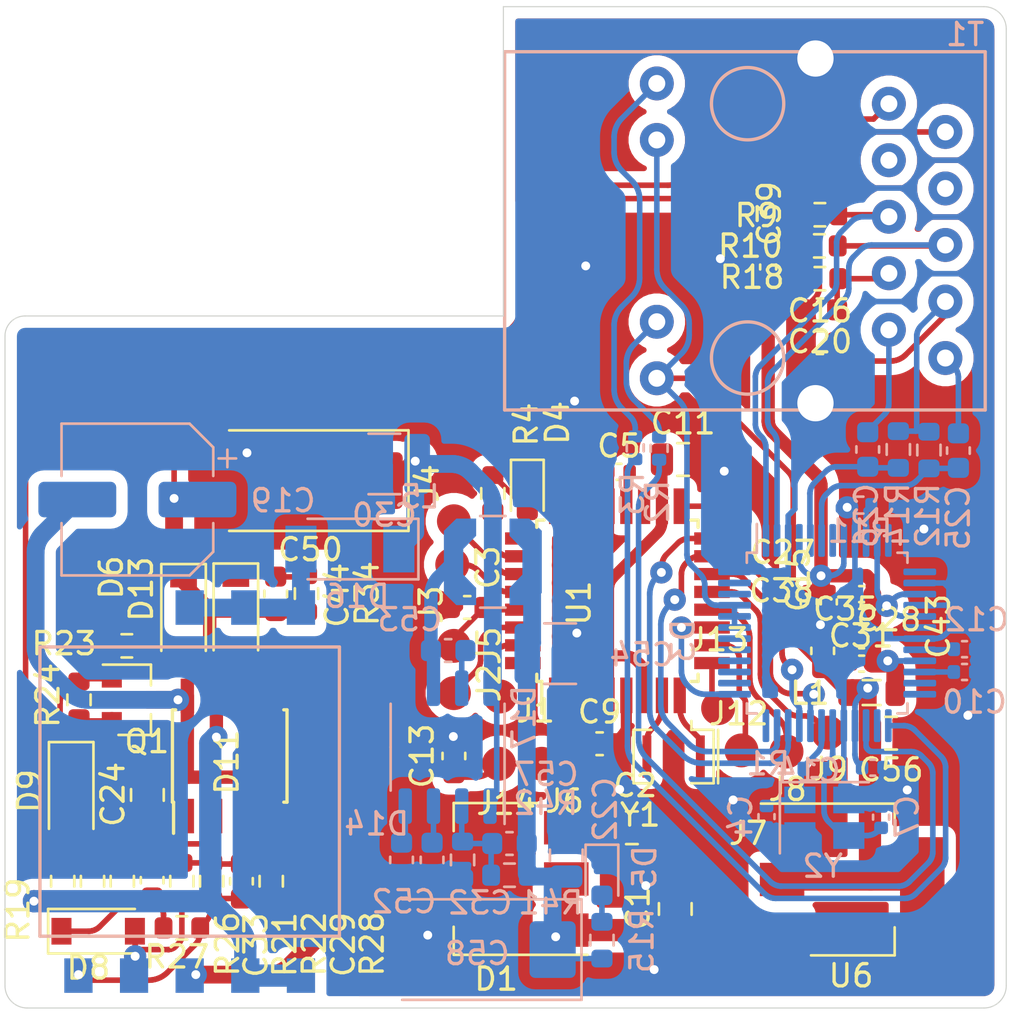
<source format=kicad_pcb>
(kicad_pcb (version 20171130) (host pcbnew 5.1.9+dfsg1-1)
  (layers (0 F.Cu signal) (31 B.Cu signal) (34 B.Paste user hide) (35 F.Paste user hide) (36 B.SilkS user hide) (37 F.SilkS user hide) (38 B.Mask user) (39 F.Mask user) (44 Edge.Cuts user))
  (net 0 "")
  (net 1 GND)
  (net 2 "Net-(C3-Pad2)")
  (net 3 "Net-(C4-Pad1)")
  (net 4 "Net-(J4-Pad1)")
  (net 5 "Net-(J12-Pad1)")
  (net 6 "Net-(C16-Pad2)")
  (net 7 "Net-(D4-Pad2)")
  (net 8 "Net-(C33-Pad1)")
  (net 9 +3.3VA)
  (net 10 "Net-(D5-Pad2)")
  (net 11 "Net-(D14-Pad2)")
  (net 12 +3.3VDAC)
  (net 13 "Net-(D8-Pad1)")
  (net 14 "Net-(C7-Pad1)")
  (net 15 "Net-(C10-Pad2)")
  (net 16 "Net-(C12-Pad2)")
  (net 17 "Net-(C19-Pad1)")
  (net 18 "Net-(C19-Pad2)")
  (net 19 "Net-(C20-Pad1)")
  (net 20 "Net-(C24-Pad1)")
  (net 21 "Net-(C25-Pad1)")
  (net 22 "Net-(C25-Pad2)")
  (net 23 "Net-(C26-Pad1)")
  (net 24 "Net-(C26-Pad2)")
  (net 25 "Net-(C29-Pad1)")
  (net 26 "Net-(C44-Pad2)")
  (net 27 "Net-(D3-Pad10)")
  (net 28 "Net-(D3-Pad25)")
  (net 29 "Net-(D3-Pad27)")
  (net 30 "Net-(D6-Pad2)")
  (net 31 "Net-(D9-Pad1)")
  (net 32 "Net-(D11-Pad4)")
  (net 33 "Net-(D11-Pad5)")
  (net 34 "Net-(D14-Pad6)")
  (net 35 "Net-(J1-Pad1)")
  (net 36 "Net-(J2-Pad1)")
  (net 37 "Net-(J3-Pad1)")
  (net 38 "Net-(J13-Pad1)")
  (net 39 "Net-(R4-Pad2)")
  (net 40 "Net-(C32-Pad2)")
  (net 41 "Net-(C52-Pad2)")
  (net 42 "Net-(C53-Pad2)")
  (net 43 "Net-(C53-Pad1)")
  (net 44 "Net-(C57-Pad1)")
  (net 45 /5.6-6v)
  (net 46 RSTn)
  (net 47 SCSn)
  (net 48 SCLK)
  (net 49 MISO)
  (net 50 MOSI)
  (net 51 "Net-(D3-Pad1)")
  (net 52 "Net-(D3-Pad2)")
  (net 53 "Net-(D9-Pad2)")
  (net 54 Activ)
  (net 55 Link)
  (net 56 12-16)
  (net 57 "Net-(C5-Pad2)")
  (net 58 "Net-(U1-Pad8)")
  (net 59 "Net-(U1-Pad7)")
  (net 60 +5V)
  (net 61 "Net-(J8-Pad1)")
  (net 62 "Net-(J9-Pad1)")
  (net 63 "Net-(C33-Pad2)")
  (module Package_QFP:LQFP-48_7x7mm_P0.5mm (layer B.Cu) (at 56.05 88.05 270)
    (fp_text reference D3 (at 0.35 6.475 90) (layer B.SilkS) (effects (justify mirror)))
    (fp_text value W5500)
    (pad 48 smd roundrect (at -2.75 4.1625 270) (size 0.3 1.475) (layers B.Cu B.Paste B.Mask) (net 1 GND))
    (pad 47 smd roundrect (at -2.25 4.1625 270) (size 0.3 1.475) (layers B.Cu B.Paste B.Mask))
    (pad 46 smd roundrect (at -1.75 4.1625 270) (size 0.3 1.475) (layers B.Cu B.Paste B.Mask))
    (pad 45 smd roundrect (at -1.25 4.1625 270) (size 0.3 1.475) (layers B.Cu B.Paste B.Mask) (net 12 +3.3VDAC))
    (pad 44 smd roundrect (at -0.75 4.1625 270) (size 0.3 1.475) (layers B.Cu B.Paste B.Mask) (net 12 +3.3VDAC))
    (pad 43 smd roundrect (at -0.25 4.1625 270) (size 0.3 1.475) (layers B.Cu B.Paste B.Mask) (net 12 +3.3VDAC))
    (pad 42 smd roundrect (at 0.25 4.1625 270) (size 0.3 1.475) (layers B.Cu B.Paste B.Mask))
    (pad 41 smd roundrect (at 0.75 4.1625 270) (size 0.3 1.475) (layers B.Cu B.Paste B.Mask))
    (pad 40 smd roundrect (at 1.25 4.1625 270) (size 0.3 1.475) (layers B.Cu B.Paste B.Mask))
    (pad 39 smd roundrect (at 1.75 4.1625 270) (size 0.3 1.475) (layers B.Cu B.Paste B.Mask))
    (pad 38 smd roundrect (at 2.25 4.1625 270) (size 0.3 1.475) (layers B.Cu B.Paste B.Mask))
    (pad 37 smd roundrect (at 2.75 4.1625 270) (size 0.3 1.475) (layers B.Cu B.Paste B.Mask) (net 46 RSTn))
    (pad 36 smd roundrect (at 4.1625 2.75 270) (size 1.475 0.3) (layers B.Cu B.Paste B.Mask))
    (pad 35 smd roundrect (at 4.1625 2.25 270) (size 1.475 0.3) (layers B.Cu B.Paste B.Mask) (net 50 MOSI))
    (pad 34 smd roundrect (at 4.1625 1.75 270) (size 1.475 0.3) (layers B.Cu B.Paste B.Mask) (net 49 MISO))
    (pad 33 smd roundrect (at 4.1625 1.25 270) (size 1.475 0.3) (layers B.Cu B.Paste B.Mask) (net 48 SCLK))
    (pad 32 smd roundrect (at 4.1625 0.75 270) (size 1.475 0.3) (layers B.Cu B.Paste B.Mask) (net 47 SCSn))
    (pad 31 smd roundrect (at 4.1625 0.25 270) (size 1.475 0.3) (layers B.Cu B.Paste B.Mask) (net 3 "Net-(C4-Pad1)"))
    (pad 30 smd roundrect (at 4.1625 -0.25 270) (size 1.475 0.3) (layers B.Cu B.Paste B.Mask) (net 14 "Net-(C7-Pad1)"))
    (pad 29 smd roundrect (at 4.1625 -0.75 270) (size 1.475 0.3) (layers B.Cu B.Paste B.Mask) (net 1 GND))
    (pad 28 smd roundrect (at 4.1625 -1.25 270) (size 1.475 0.3) (layers B.Cu B.Paste B.Mask) (net 12 +3.3VDAC))
    (pad 27 smd roundrect (at 4.1625 -1.75 270) (size 1.475 0.3) (layers B.Cu B.Paste B.Mask) (net 29 "Net-(D3-Pad27)"))
    (pad 26 smd roundrect (at 4.1625 -2.25 270) (size 1.475 0.3) (layers B.Cu B.Paste B.Mask))
    (pad 25 smd roundrect (at 4.1625 -2.75 270) (size 1.475 0.3) (layers B.Cu B.Paste B.Mask) (net 28 "Net-(D3-Pad25)"))
    (pad 24 smd roundrect (at 2.75 -4.1625 270) (size 0.3 1.475) (layers B.Cu B.Paste B.Mask))
    (pad 23 smd roundrect (at 2.25 -4.1625 270) (size 0.3 1.475) (layers B.Cu B.Paste B.Mask))
    (pad 22 smd roundrect (at 1.75 -4.1625 270) (size 0.3 1.475) (layers B.Cu B.Paste B.Mask) (net 15 "Net-(C10-Pad2)"))
    (pad 21 smd roundrect (at 1.25 -4.1625 270) (size 0.3 1.475) (layers B.Cu B.Paste B.Mask) (net 9 +3.3VA))
    (pad 20 smd roundrect (at 0.75 -4.1625 270) (size 0.3 1.475) (layers B.Cu B.Paste B.Mask) (net 16 "Net-(C12-Pad2)"))
    (pad 19 smd roundrect (at 0.25 -4.1625 270) (size 0.3 1.475) (layers B.Cu B.Paste B.Mask) (net 1 GND))
    (pad 18 smd roundrect (at -0.25 -4.1625 270) (size 0.3 1.475) (layers B.Cu B.Paste B.Mask))
    (pad 17 smd roundrect (at -0.75 -4.1625 270) (size 0.3 1.475) (layers B.Cu B.Paste B.Mask) (net 9 +3.3VA))
    (pad 16 smd roundrect (at -1.25 -4.1625 270) (size 0.3 1.475) (layers B.Cu B.Paste B.Mask) (net 1 GND))
    (pad 15 smd roundrect (at -1.75 -4.1625 270) (size 0.3 1.475) (layers B.Cu B.Paste B.Mask) (net 9 +3.3VA))
    (pad 14 smd roundrect (at -2.25 -4.1625 270) (size 0.3 1.475) (layers B.Cu B.Paste B.Mask) (net 1 GND))
    (pad 13 smd roundrect (at -2.75 -4.1625 270) (size 0.3 1.475) (layers B.Cu B.Paste B.Mask))
    (pad 12 smd roundrect (at -4.1625 -2.75 270) (size 1.475 0.3) (layers B.Cu B.Paste B.Mask))
    (pad 11 smd roundrect (at -4.1625 -2.25 270) (size 1.475 0.3) (layers B.Cu B.Paste B.Mask) (net 9 +3.3VA))
    (pad 10 smd roundrect (at -4.1625 -1.75 270) (size 1.475 0.3) (layers B.Cu B.Paste B.Mask) (net 27 "Net-(D3-Pad10)"))
    (pad 9 smd roundrect (at -4.1625 -1.25 270) (size 1.475 0.3) (layers B.Cu B.Paste B.Mask) (net 1 GND))
    (pad 8 smd roundrect (at -4.1625 -0.75 270) (size 1.475 0.3) (layers B.Cu B.Paste B.Mask) (net 9 +3.3VA))
    (pad 7 smd roundrect (at -4.1625 -0.25 270) (size 1.475 0.3) (layers B.Cu B.Paste B.Mask))
    (pad 6 smd roundrect (at -4.1625 0.25 270) (size 1.475 0.3) (layers B.Cu B.Paste B.Mask) (net 21 "Net-(C25-Pad1)"))
    (pad 5 smd roundrect (at -4.1625 0.75 270) (size 1.475 0.3) (layers B.Cu B.Paste B.Mask) (net 23 "Net-(C26-Pad1)"))
    (pad 4 smd roundrect (at -4.1625 1.25 270) (size 1.475 0.3) (layers B.Cu B.Paste B.Mask) (net 9 +3.3VA))
    (pad 3 smd roundrect (at -4.1625 1.75 270) (size 1.475 0.3) (layers B.Cu B.Paste B.Mask) (net 1 GND))
    (pad 2 smd roundrect (at -4.1625 2.25 270) (size 1.475 0.3) (layers B.Cu B.Paste B.Mask) (net 52 "Net-(D3-Pad2)"))
    (pad 1 smd roundrect (at -4.1625 2.75 270) (size 1.475 0.3) (layers B.Cu B.Paste B.Mask) (net 51 "Net-(D3-Pad1)"))
  )
  (module Capacitor_SMD:C_0603_1608Metric (layer F.Cu) (at 39.275 93.575 90)
    (fp_text reference C13 (at 0 -1.43 90) (layer F.SilkS))
    (fp_text value 0.1uF)
    (pad 2 smd roundrect (at 0.775 0 90) (size 0.9 0.95) (layers F.Cu F.Paste F.Mask) (net 1 GND))
    (pad 1 smd roundrect (at -0.775 0 90) (size 0.9 0.95) (layers F.Cu F.Paste F.Mask) (net 60 +5V))
  )
  (module Capacitor_SMD:C_0603_1608Metric (layer F.Cu) (at 45.825 93.025)
    (fp_text reference C9 (at 0 -1.43) (layer F.SilkS))
    (fp_text value 0.1uF)
    (pad 2 smd roundrect (at 0.775 0) (size 0.9 0.95) (layers F.Cu F.Paste F.Mask) (net 1 GND))
    (pad 1 smd roundrect (at -0.775 0) (size 0.9 0.95) (layers F.Cu F.Paste F.Mask) (net 60 +5V))
  )
  (module Capacitor_SMD:C_0805_2012Metric (layer F.Cu) (at 49.225 100.45 270)
    (fp_text reference C1 (at -0.025 1.675 90) (layer F.SilkS))
    (fp_text value 10uF)
    (pad 2 smd roundrect (at 0.95 0 270) (size 1 1.45) (layers F.Cu F.Paste F.Mask) (net 45 /5.6-6v))
    (pad 1 smd roundrect (at -0.95 0 270) (size 1 1.45) (layers F.Cu F.Paste F.Mask) (net 1 GND))
  )
  (module Package_TO_SOT_SMD:SOT-223 (layer F.Cu) (at 41.175 99.1 180)
    (fp_text reference D1 (at 0 -4.5) (layer F.SilkS))
    (fp_text value MC33375ST)
    (pad 1 smd rect (at -3.15 -2.3 180) (size 2 1.5) (layers F.Cu F.Paste F.Mask) (net 45 /5.6-6v))
    (pad 3 smd rect (at -3.15 2.3 180) (size 2 1.5) (layers F.Cu F.Paste F.Mask) (net 60 +5V))
    (pad 2 smd rect (at -3.15 0 180) (size 2 1.5) (layers F.Cu F.Paste F.Mask) (net 45 /5.6-6v))
    (pad 4 smd rect (at 3.15 0 180) (size 2 3.8) (layers F.Cu F.Paste F.Mask) (net 1 GND))
  )
  (module My-library:HY931147C (layer B.Cu) (at 52.475 69.975 270)
    (fp_text reference T1 (at -8.825 -9.775) (layer B.SilkS) (effects (justify mirror)))
    (fp_text value HY931147C)
    (pad 16 thru_hole circle (at -7.745 -3.05 90) (size 3 3) (drill 1.63) (layers *.Cu *.Mask) (net 1 GND))
    (pad 15 thru_hole circle (at 7.745 -3.05 90) (size 3 3) (drill 1.63) (layers *.Cu *.Mask) (net 1 GND))
    (pad 13 thru_hole circle (at -4.085 4.08 90) (size 1.524 1.524) (drill 0.762) (layers *.Cu *.Mask) (net 12 +3.3VDAC))
    (pad 14 thru_hole circle (at -6.625 4.08 90) (size 1.524 1.524) (drill 0.762) (layers *.Cu *.Mask) (net 55 Link))
    (pad 12 thru_hole circle (at 4.085 4.08 90) (size 1.524 1.524) (drill 0.762) (layers *.Cu *.Mask) (net 54 Activ))
    (pad 11 thru_hole circle (at 6.625 4.08 90) (size 1.524 1.524) (drill 0.762) (layers *.Cu *.Mask) (net 12 +3.3VDAC))
    (pad 2 thru_hole circle (at 4.445 -6.35 90) (size 1.524 1.524) (drill 0.762) (layers *.Cu *.Mask) (net 24 "Net-(C26-Pad2)"))
    (pad 4 thru_hole circle (at 1.905 -6.35 90) (size 1.524 1.524) (drill 0.762) (layers *.Cu *.Mask) (net 19 "Net-(C20-Pad1)"))
    (pad 6 thru_hole circle (at -0.635 -6.35 90) (size 1.524 1.524) (drill 0.762) (layers *.Cu *.Mask) (net 51 "Net-(D3-Pad1)"))
    (pad 8 thru_hole circle (at -3.175 -6.35 90) (size 1.524 1.524) (drill 0.762) (layers *.Cu *.Mask))
    (pad 10 thru_hole circle (at -5.715 -6.35 90) (size 1.524 1.524) (drill 0.762) (layers *.Cu *.Mask) (net 53 "Net-(D9-Pad2)"))
    (pad 1 thru_hole circle (at 5.715 -8.89 90) (size 1.524 1.524) (drill 0.762) (layers *.Cu *.Mask) (net 22 "Net-(C25-Pad2)"))
    (pad 3 thru_hole circle (at 3.175 -8.89 90) (size 1.524 1.524) (drill 0.762) (layers *.Cu *.Mask) (net 6 "Net-(C16-Pad2)"))
    (pad 5 thru_hole circle (at 0.635 -8.89 90) (size 1.524 1.524) (drill 0.762) (layers *.Cu *.Mask) (net 52 "Net-(D3-Pad2)"))
    (pad 7 thru_hole circle (at -1.905 -8.89 90) (size 1.524 1.524) (drill 0.762) (layers *.Cu *.Mask))
    (pad 9 thru_hole circle (at -4.445 -8.89 90) (size 1.524 1.524) (drill 0.762) (layers *.Cu *.Mask) (net 17 "Net-(C19-Pad1)"))
  )
  (module Resistor_SMD:R_0402_1005Metric (layer B.Cu) (at 57.525 82.3)
    (fp_text reference R11 (at 0 1.17) (layer B.SilkS) (effects (justify mirror)))
    (fp_text value 12.4k)
    (pad 2 smd roundrect (at 0.51 0) (size 0.54 0.64) (layers B.Cu B.Paste B.Mask) (net 27 "Net-(D3-Pad10)"))
    (pad 1 smd roundrect (at -0.51 0) (size 0.54 0.64) (layers B.Cu B.Paste B.Mask) (net 1 GND))
  )
  (module Resistor_SMD:R_0603_1608Metric (layer B.Cu) (at 45.92924 101.8524 270)
    (fp_text reference R15 (at 0.0226 -1.79576 90) (layer B.SilkS) (effects (justify mirror)))
    (fp_text value 4.7k)
    (pad 2 smd roundrect (at 0.825 0 270) (size 0.8 0.95) (layers B.Cu B.Paste B.Mask) (net 45 /5.6-6v))
    (pad 1 smd roundrect (at -0.825 0 270) (size 0.8 0.95) (layers B.Cu B.Paste B.Mask) (net 10 "Net-(D5-Pad2)"))
  )
  (module Capacitor_SMD:C_0603_1608Metric (layer B.Cu) (at 41.7738 97.509)
    (fp_text reference C57 (at 1.6512 -3.109) (layer B.SilkS) (effects (justify mirror)))
    (fp_text value 51p)
    (pad 2 smd roundrect (at 0.775 0) (size 0.9 0.95) (layers B.Cu B.Paste B.Mask) (net 45 /5.6-6v))
    (pad 1 smd roundrect (at -0.775 0) (size 0.9 0.95) (layers B.Cu B.Paste B.Mask) (net 44 "Net-(C57-Pad1)"))
  )
  (module Capacitor_Tantalum_SMD:CP_EIA-7343-15_Kemet-W (layer B.Cu) (at 40.6 102.275 180)
    (fp_text reference C58 (at 0.275 -0.175) (layer B.SilkS) (effects (justify mirror)))
    (fp_text value 1000uF)
    (pad 2 smd roundrect (at 3.1125 0 180) (size 2.075 2.55) (layers B.Cu B.Paste B.Mask) (roundrect_rratio 0.1204819277108434) (net 1 GND))
    (pad 1 smd roundrect (at -3.1125 0 180) (size 2.075 2.55) (layers B.Cu B.Paste B.Mask) (roundrect_rratio 0.1204819277108434) (net 45 /5.6-6v))
  )
  (module LED_SMD:LED_0603_1608Metric (layer B.Cu) (at 45.92924 99.04824 270)
    (fp_text reference D5 (at -0.47324 -1.92076 270) (layer B.SilkS) (effects (justify mirror)))
    (fp_text value LED)
    (pad 2 smd roundrect (at 0.7875 0 270) (size 0.875 0.95) (layers B.Cu B.Paste B.Mask) (net 10 "Net-(D5-Pad2)"))
    (pad 1 smd roundrect (at -0.7875 0 270) (size 0.875 0.95) (layers B.Cu B.Paste B.Mask) (net 1 GND))
  )
  (module Capacitor_SMD:C_1210_3225Metric (layer B.Cu) (at 44.05 88.975 180)
    (fp_text reference C54 (at -3.675 -0.05) (layer B.SilkS) (effects (justify mirror)))
    (fp_text value 22uF)
    (pad 2 smd roundrect (at 1.475 0 180) (size 1.15 2.7) (layers B.Cu B.Paste B.Mask) (roundrect_rratio 0.2173904347826087) (net 45 /5.6-6v))
    (pad 1 smd roundrect (at -1.475 0 180) (size 1.15 2.7) (layers B.Cu B.Paste B.Mask) (roundrect_rratio 0.2173904347826087) (net 1 GND))
  )
  (module Capacitor_SMD:C_0603_1608Metric (layer B.Cu) (at 36.9224 98.2456 90)
    (fp_text reference C52 (at -1.8794 0.1026 180) (layer B.SilkS) (effects (justify mirror)))
    (fp_text value 3.3n)
    (pad 2 smd roundrect (at 0.775 0 90) (size 0.9 0.95) (layers B.Cu B.Paste B.Mask) (net 41 "Net-(C52-Pad2)"))
    (pad 1 smd roundrect (at -0.775 0 90) (size 0.9 0.95) (layers B.Cu B.Paste B.Mask) (net 1 GND))
  )
  (module Inductor_SMD:L_Coilcraft_LPS4018 (layer B.Cu) (at 41.025 84.85)
    (fp_text reference L5 (at -3.275 -2.925) (layer B.SilkS) (effects (justify mirror)))
    (fp_text value "CoilCraft HLPS4018-472MR")
    (pad 1 smd custom (at -1.765 0) (size 0.87 2.79) (layers B.Cu B.Paste B.Mask) (net 42 "Net-(C53-Pad2)") (options (clearance outline) (anchor rect)) (primitives (gr_poly (pts (xy -0.435 1.395) (xy 0.125 1.945) (xy 1.015 1.945) (xy 1.015 1.17) (xy 0.435 0.575) (xy 0.435 -0.575) (xy 1.015 -1.17) (xy 1.015 -1.945) (xy 0.125 -1.945) (xy -0.435 -1.395)) (width 0))))
    (pad 2 smd custom (at 1.765 0) (size 0.87 2.79) (layers B.Cu B.Paste B.Mask) (net 45 /5.6-6v) (options (clearance outline) (anchor rect)) (primitives (gr_poly (pts (xy 0.435 1.395) (xy -0.125 1.945) (xy -1.015 1.945) (xy -1.015 1.17) (xy -0.435 0.575) (xy -0.435 -0.575) (xy -1.015 -1.17) (xy -1.015 -1.945) (xy -0.125 -1.945) (xy 0.435 -1.395)) (width 0))))
  )
  (module Package_SO:HSOP-8-1EP_3.9x4.9mm_P1.27mm_EP2.41x3.1mm (layer B.Cu) (at 38.9925 93.1783 90)
    (fp_text reference D17 (at 1.3283 3.4325 90) (layer B.SilkS) (effects (justify mirror)))
    (fp_text value TPS54328DDA)
    (pad 9 smd rect (at 0 0 90) (size 2.41 3.1) (layers B.Cu B.Mask) (net 1 GND))
    (pad 8 smd roundrect (at 2.65 1.905 90) (size 1.6 0.6) (layers B.Cu B.Paste B.Mask) (net 56 12-16))
    (pad 7 smd roundrect (at 2.65 0.635 90) (size 1.6 0.6) (layers B.Cu B.Paste B.Mask) (net 43 "Net-(C53-Pad1)"))
    (pad 6 smd roundrect (at 2.65 -0.635 90) (size 1.6 0.6) (layers B.Cu B.Paste B.Mask) (net 42 "Net-(C53-Pad2)"))
    (pad 5 smd roundrect (at 2.65 -1.905 90) (size 1.6 0.6) (layers B.Cu B.Paste B.Mask) (net 1 GND))
    (pad 4 smd roundrect (at -2.65 -1.905 90) (size 1.6 0.6) (layers B.Cu B.Paste B.Mask) (net 41 "Net-(C52-Pad2)"))
    (pad 3 smd roundrect (at -2.65 -0.635 90) (size 1.6 0.6) (layers B.Cu B.Paste B.Mask) (net 40 "Net-(C32-Pad2)"))
    (pad 2 smd roundrect (at -2.65 0.635 90) (size 1.6 0.6) (layers B.Cu B.Paste B.Mask) (net 44 "Net-(C57-Pad1)"))
    (pad 1 smd roundrect (at -2.65 1.905 90) (size 1.6 0.6) (layers B.Cu B.Paste B.Mask) (net 56 12-16))
  )
  (module Capacitor_SMD:C_0603_1608Metric (layer B.Cu) (at 39.0179 88.8349 180)
    (fp_text reference C53 (at 1.7179 1.3849) (layer B.SilkS) (effects (justify mirror)))
    (fp_text value 100n)
    (pad 2 smd roundrect (at 0.775 0 180) (size 0.9 0.95) (layers B.Cu B.Paste B.Mask) (net 42 "Net-(C53-Pad2)"))
    (pad 1 smd roundrect (at -0.775 0 180) (size 0.9 0.95) (layers B.Cu B.Paste B.Mask) (net 43 "Net-(C53-Pad1)"))
  )
  (module Capacitor_SMD:C_0603_1608Metric (layer B.Cu) (at 38.294 98.2456 90)
    (fp_text reference C32 (at -1.9294 2.156) (layer B.SilkS) (effects (justify mirror)))
    (fp_text value 1uF)
    (pad 2 smd roundrect (at 0.775 0 90) (size 0.9 0.95) (layers B.Cu B.Paste B.Mask) (net 40 "Net-(C32-Pad2)"))
    (pad 1 smd roundrect (at -0.775 0 90) (size 0.9 0.95) (layers B.Cu B.Paste B.Mask) (net 1 GND))
  )
  (module Capacitor_SMD:C_0805_2012Metric (layer B.Cu) (at 44.3265 98.0424 270)
    (fp_text reference C22 (at -2.0674 -1.7485 90) (layer B.SilkS) (effects (justify mirror)))
    (fp_text value 10uF)
    (pad 2 smd roundrect (at 0.95 0 270) (size 1 1.45) (layers B.Cu B.Paste B.Mask) (net 45 /5.6-6v))
    (pad 1 smd roundrect (at -0.95 0 270) (size 1 1.45) (layers B.Cu B.Paste B.Mask) (net 1 GND))
  )
  (module Capacitor_SMD:C_1210_3225Metric (layer B.Cu) (at 36.15 80.45)
    (fp_text reference C30 (at 0 2.3) (layer B.SilkS) (effects (justify mirror)))
    (fp_text value 10uF)
    (pad 2 smd roundrect (at 1.475 0) (size 1.15 2.7) (layers B.Cu B.Paste B.Mask) (roundrect_rratio 0.2173904347826087) (net 56 12-16))
    (pad 1 smd roundrect (at -1.475 0) (size 1.15 2.7) (layers B.Cu B.Paste B.Mask) (roundrect_rratio 0.2173904347826087) (net 1 GND))
  )
  (module Resistor_SMD:R_0603_1608Metric (layer B.Cu) (at 39.6656 98.2456 270)
    (fp_text reference R41 (at 1.9294 -3.9594 180) (layer B.SilkS) (effects (justify mirror)))
    (fp_text value 22k)
    (pad 2 smd roundrect (at 0.825 0 270) (size 0.8 0.95) (layers B.Cu B.Paste B.Mask) (net 1 GND))
    (pad 1 smd roundrect (at -0.825 0 270) (size 0.8 0.95) (layers B.Cu B.Paste B.Mask) (net 44 "Net-(C57-Pad1)"))
  )
  (module Resistor_SMD:R_0603_1608Metric (layer B.Cu) (at 41.7738 98.9314 180)
    (fp_text reference R42 (at -1.6262 3.2314) (layer B.SilkS) (effects (justify mirror)))
    (fp_text value 150k)
    (pad 2 smd roundrect (at 0.825 0 180) (size 0.8 0.95) (layers B.Cu B.Paste B.Mask) (net 44 "Net-(C57-Pad1)"))
    (pad 1 smd roundrect (at -0.825 0 180) (size 0.8 0.95) (layers B.Cu B.Paste B.Mask) (net 45 /5.6-6v))
  )
  (module Capacitor_SMD:C_0805_2012Metric (layer F.Cu) (at 47.275 96.8 180)
    (fp_text reference C2 (at -0.15 1.9) (layer F.SilkS))
    (fp_text value 10uF)
    (pad 2 smd roundrect (at 0.95 0 180) (size 1 1.45) (layers F.Cu F.Paste F.Mask) (net 60 +5V))
    (pad 1 smd roundrect (at -0.95 0 180) (size 1 1.45) (layers F.Cu F.Paste F.Mask) (net 1 GND))
  )
  (module Resistor_SMD:R_0603_1608Metric (layer F.Cu) (at 22.425 91.05 270)
    (fp_text reference R24 (at -0.2 1.4 270) (layer F.SilkS))
    (fp_text value 237k)
    (pad 2 smd roundrect (at 0.825 0 270) (size 0.8 0.95) (layers F.Cu F.Paste F.Mask) (net 53 "Net-(D9-Pad2)"))
    (pad 1 smd roundrect (at -0.825 0 270) (size 0.8 0.95) (layers F.Cu F.Paste F.Mask) (net 31 "Net-(D9-Pad1)"))
  )
  (module Package_SO:SOIC-8-N7_3.9x4.9mm_P1.27mm (layer F.Cu) (at 29.2 93.575 90)
    (fp_text reference D11 (at -0.275 -0.125 270) (layer F.SilkS))
    (fp_text value SD4932B)
    (pad 8 smd rect (at 2.7 -1.905 90) (size 1.55 0.6) (layers F.Cu F.Paste F.Mask) (net 18 "Net-(C19-Pad2)"))
    (pad 6 smd rect (at 2.7 0.635 90) (size 1.55 0.6) (layers F.Cu F.Paste F.Mask) (net 33 "Net-(D11-Pad5)"))
    (pad 5 smd rect (at 2.7 1.905 90) (size 1.55 0.6) (layers F.Cu F.Paste F.Mask) (net 33 "Net-(D11-Pad5)"))
    (pad 4 smd rect (at -2.7 1.905 90) (size 1.55 0.6) (layers F.Cu F.Paste F.Mask) (net 32 "Net-(D11-Pad4)"))
    (pad 3 smd rect (at -2.7 0.635 90) (size 1.55 0.6) (layers F.Cu F.Paste F.Mask) (net 25 "Net-(C29-Pad1)"))
    (pad 2 smd rect (at -2.7 -0.635 90) (size 1.55 0.6) (layers F.Cu F.Paste F.Mask) (net 8 "Net-(C33-Pad1)"))
    (pad 1 smd rect (at -2.7 -1.905 90) (size 1.55 0.6) (layers F.Cu F.Paste F.Mask) (net 20 "Net-(C24-Pad1)"))
  )
  (module Capacitor_SMD:C_0402_1005Metric (layer F.Cu) (at 46.69386 80.8046)
    (fp_text reference C5 (at 0 -1.16) (layer F.SilkS))
    (fp_text value 0.1uF)
    (pad 2 smd roundrect (at 0.48 0) (size 0.56 0.62) (layers F.Cu F.Paste F.Mask) (net 57 "Net-(C5-Pad2)"))
    (pad 1 smd roundrect (at -0.48 0) (size 0.56 0.62) (layers F.Cu F.Paste F.Mask) (net 1 GND))
  )
  (module Capacitor_SMD:C_0603_1608Metric (layer F.Cu) (at 25.7133 99.1574 270)
    (fp_text reference C33 (at 2.9176 -4.6617 90) (layer F.SilkS))
    (fp_text value 480p)
    (pad 2 smd roundrect (at 0.775 0 270) (size 0.9 0.95) (layers F.Cu F.Paste F.Mask) (net 63 "Net-(C33-Pad2)"))
    (pad 1 smd roundrect (at -0.775 0 270) (size 0.9 0.95) (layers F.Cu F.Paste F.Mask) (net 8 "Net-(C33-Pad1)"))
  )
  (module Diode_SMD:D_SOD-128 (layer B.Cu) (at 34.6 84.275 180)
    (fp_text reference D16 (at -0.325 -2.125) (layer B.SilkS) (effects (justify mirror)))
    (fp_text value MBR0540)
    (pad 2 smd rect (at 2.2 0 180) (size 1.4 2.1) (layers B.Cu B.Paste B.Mask) (net 34 "Net-(D14-Pad6)"))
    (pad 1 smd rect (at -2.2 0 180) (size 1.4 2.1) (layers B.Cu B.Paste B.Mask) (net 56 12-16))
  )
  (module My-library:SMD-CONN (layer F.Cu) (at 56.1 92.525)
    (fp_text reference J9 (at 0.025 1.65) (layer F.SilkS))
    (fp_text value "TxD_AirS8(D9)")
    (pad 1 smd circle (at 0 0) (size 1.524 1.524) (layers F.Cu F.Paste F.Mask) (net 62 "Net-(J9-Pad1)"))
  )
  (module My-library:SMD-CONN (layer F.Cu) (at 54.225 93.375)
    (fp_text reference J8 (at 0.05 1.7) (layer F.SilkS))
    (fp_text value "RxD_AirS8(D8)")
    (pad 1 smd circle (at 0 0) (size 1.524 1.524) (layers F.Cu F.Paste F.Mask) (net 61 "Net-(J8-Pad1)"))
  )
  (module Crystal:Resonator_SMD_muRata_CSTxExxV-3Pin_3.0x1.1mm (layer F.Cu) (at 49.15 93.6 180)
    (fp_text reference Y1 (at 1.5 -2.625) (layer F.SilkS))
    (fp_text value 16MHz)
    (pad 3 smd rect (at 1.2 0 180) (size 0.4 1.9) (layers F.Cu F.Paste F.Mask) (net 59 "Net-(U1-Pad7)"))
    (pad 2 smd rect (at 0 0 180) (size 0.4 1.9) (layers F.Cu F.Paste F.Mask) (net 1 GND))
    (pad 1 smd rect (at -1.2 0 180) (size 0.4 1.9) (layers F.Cu F.Paste F.Mask) (net 58 "Net-(U1-Pad8)"))
  )
  (module Package_QFP:TQFP-32_7x7mm_P0.8mm (layer F.Cu) (at 46.625 86.6 90)
    (fp_text reference U1 (at -0.1 -1.725 270) (layer F.SilkS))
    (fp_text value ATmega328P-AU)
    (pad 32 smd rect (at -2.8 -4.25 180) (size 1.6 0.55) (layers F.Cu F.Paste F.Mask))
    (pad 31 smd rect (at -2 -4.25 180) (size 1.6 0.55) (layers F.Cu F.Paste F.Mask) (net 35 "Net-(J1-Pad1)"))
    (pad 30 smd rect (at -1.2 -4.25 180) (size 1.6 0.55) (layers F.Cu F.Paste F.Mask) (net 36 "Net-(J2-Pad1)"))
    (pad 29 smd rect (at -0.4 -4.25 180) (size 1.6 0.55) (layers F.Cu F.Paste F.Mask) (net 2 "Net-(C3-Pad2)"))
    (pad 28 smd rect (at 0.4 -4.25 180) (size 1.6 0.55) (layers F.Cu F.Paste F.Mask) (net 37 "Net-(J3-Pad1)"))
    (pad 27 smd rect (at 1.2 -4.25 180) (size 1.6 0.55) (layers F.Cu F.Paste F.Mask) (net 4 "Net-(J4-Pad1)"))
    (pad 26 smd rect (at 2 -4.25 180) (size 1.6 0.55) (layers F.Cu F.Paste F.Mask) (net 39 "Net-(R4-Pad2)"))
    (pad 25 smd rect (at 2.8 -4.25 180) (size 1.6 0.55) (layers F.Cu F.Paste F.Mask))
    (pad 24 smd rect (at 4.25 -2.8 90) (size 1.6 0.55) (layers F.Cu F.Paste F.Mask))
    (pad 23 smd rect (at 4.25 -2 90) (size 1.6 0.55) (layers F.Cu F.Paste F.Mask))
    (pad 22 smd rect (at 4.25 -1.2 90) (size 1.6 0.55) (layers F.Cu F.Paste F.Mask))
    (pad 21 smd rect (at 4.25 -0.4 90) (size 1.6 0.55) (layers F.Cu F.Paste F.Mask) (net 1 GND))
    (pad 20 smd rect (at 4.25 0.4 90) (size 1.6 0.55) (layers F.Cu F.Paste F.Mask) (net 57 "Net-(C5-Pad2)"))
    (pad 19 smd rect (at 4.25 1.2 90) (size 1.6 0.55) (layers F.Cu F.Paste F.Mask))
    (pad 18 smd rect (at 4.25 2 90) (size 1.6 0.55) (layers F.Cu F.Paste F.Mask) (net 60 +5V))
    (pad 17 smd rect (at 4.25 2.8 90) (size 1.6 0.55) (layers F.Cu F.Paste F.Mask) (net 48 SCLK))
    (pad 16 smd rect (at 2.8 4.25 180) (size 1.6 0.55) (layers F.Cu F.Paste F.Mask) (net 49 MISO))
    (pad 15 smd rect (at 2 4.25 180) (size 1.6 0.55) (layers F.Cu F.Paste F.Mask) (net 50 MOSI))
    (pad 14 smd rect (at 1.2 4.25 180) (size 1.6 0.55) (layers F.Cu F.Paste F.Mask) (net 47 SCSn))
    (pad 13 smd rect (at 0.4 4.25 180) (size 1.6 0.55) (layers F.Cu F.Paste F.Mask) (net 62 "Net-(J9-Pad1)"))
    (pad 12 smd rect (at -0.4 4.25 180) (size 1.6 0.55) (layers F.Cu F.Paste F.Mask) (net 61 "Net-(J8-Pad1)"))
    (pad 11 smd rect (at -1.2 4.25 180) (size 1.6 0.55) (layers F.Cu F.Paste F.Mask) (net 46 RSTn))
    (pad 10 smd rect (at -2 4.25 180) (size 1.6 0.55) (layers F.Cu F.Paste F.Mask) (net 5 "Net-(J12-Pad1)"))
    (pad 9 smd rect (at -2.8 4.25 180) (size 1.6 0.55) (layers F.Cu F.Paste F.Mask) (net 38 "Net-(J13-Pad1)"))
    (pad 8 smd rect (at -4.25 2.8 90) (size 1.6 0.55) (layers F.Cu F.Paste F.Mask) (net 58 "Net-(U1-Pad8)"))
    (pad 7 smd rect (at -4.25 2 90) (size 1.6 0.55) (layers F.Cu F.Paste F.Mask) (net 59 "Net-(U1-Pad7)"))
    (pad 6 smd rect (at -4.25 1.2 90) (size 1.6 0.55) (layers F.Cu F.Paste F.Mask) (net 60 +5V))
    (pad 5 smd rect (at -4.25 0.4 90) (size 1.6 0.55) (layers F.Cu F.Paste F.Mask) (net 1 GND))
    (pad 4 smd rect (at -4.25 -0.4 90) (size 1.6 0.55) (layers F.Cu F.Paste F.Mask) (net 60 +5V))
    (pad 3 smd rect (at -4.25 -1.2 90) (size 1.6 0.55) (layers F.Cu F.Paste F.Mask) (net 1 GND))
    (pad 2 smd rect (at -4.25 -2 90) (size 1.6 0.55) (layers F.Cu F.Paste F.Mask))
    (pad 1 smd rect (at -4.25 -2.8 90) (size 1.6 0.55) (layers F.Cu F.Paste F.Mask))
  )
  (module Resistor_SMD:R_0603_1608Metric (layer F.Cu) (at 55.725 72.125 180)
    (fp_text reference R18 (at 3.04766 0.0651) (layer F.SilkS))
    (fp_text value 10R)
    (pad 2 smd roundrect (at 0.825 0 180) (size 0.8 0.95) (layers F.Cu F.Paste F.Mask) (net 9 +3.3VA))
    (pad 1 smd roundrect (at -0.825 0 180) (size 0.8 0.95) (layers F.Cu F.Paste F.Mask) (net 19 "Net-(C20-Pad1)"))
  )
  (module Resistor_SMD:R_0603_1608Metric (layer B.Cu) (at 59.25 79.8 270)
    (fp_text reference R14 (at 2.94766 0.0349 90) (layer B.SilkS) (effects (justify mirror)))
    (fp_text value 82R)
    (pad 2 smd roundrect (at 0.825 0 270) (size 0.8 0.95) (layers B.Cu B.Paste B.Mask) (net 23 "Net-(C26-Pad1)"))
    (pad 1 smd roundrect (at -0.825 0 270) (size 0.8 0.95) (layers B.Cu B.Paste B.Mask) (net 6 "Net-(C16-Pad2)"))
  )
  (module Resistor_SMD:R_0603_1608Metric (layer B.Cu) (at 60.625 79.825 270)
    (fp_text reference R12 (at 2.94766 0.0599 90) (layer B.SilkS) (effects (justify mirror)))
    (fp_text value 82R)
    (pad 2 smd roundrect (at 0.825 0 270) (size 0.8 0.95) (layers B.Cu B.Paste B.Mask) (net 21 "Net-(C25-Pad1)"))
    (pad 1 smd roundrect (at -0.825 0 270) (size 0.8 0.95) (layers B.Cu B.Paste B.Mask) (net 6 "Net-(C16-Pad2)"))
  )
  (module Resistor_SMD:R_0603_1608Metric (layer F.Cu) (at 55.7 70.65 180)
    (fp_text reference R10 (at 3.09766 -0.0099) (layer F.SilkS))
    (fp_text value 49R9)
    (pad 2 smd roundrect (at 0.825 0 180) (size 0.8 0.95) (layers F.Cu F.Paste F.Mask) (net 9 +3.3VA))
    (pad 1 smd roundrect (at -0.825 0 180) (size 0.8 0.95) (layers F.Cu F.Paste F.Mask) (net 52 "Net-(D3-Pad2)"))
  )
  (module Resistor_SMD:R_0603_1608Metric (layer F.Cu) (at 55.725 69.25 180)
    (fp_text reference R9 (at 2.84766 -0.0349) (layer F.SilkS))
    (fp_text value 49R9)
    (pad 2 smd roundrect (at 0.825 0 180) (size 0.8 0.95) (layers F.Cu F.Paste F.Mask) (net 9 +3.3VA))
    (pad 1 smd roundrect (at -0.825 0 180) (size 0.8 0.95) (layers F.Cu F.Paste F.Mask) (net 51 "Net-(D3-Pad1)"))
  )
  (module Capacitor_SMD:C_0603_1608Metric (layer B.Cu) (at 57.875 79.8 90)
    (fp_text reference C26 (at -2.97266 -0.0599 90) (layer B.SilkS) (effects (justify mirror)))
    (fp_text value 6.8nF)
    (pad 2 smd roundrect (at 0.775 0 90) (size 0.9 0.95) (layers B.Cu B.Paste B.Mask) (net 24 "Net-(C26-Pad2)"))
    (pad 1 smd roundrect (at -0.775 0 90) (size 0.9 0.95) (layers B.Cu B.Paste B.Mask) (net 23 "Net-(C26-Pad1)"))
  )
  (module Capacitor_SMD:C_0603_1608Metric (layer B.Cu) (at 61.95 79.85 90)
    (fp_text reference C25 (at -3.02266 -0.0099 90) (layer B.SilkS) (effects (justify mirror)))
    (fp_text value 6.8nF)
    (pad 2 smd roundrect (at 0.775 0 90) (size 0.9 0.95) (layers B.Cu B.Paste B.Mask) (net 22 "Net-(C25-Pad2)"))
    (pad 1 smd roundrect (at -0.775 0 90) (size 0.9 0.95) (layers B.Cu B.Paste B.Mask) (net 21 "Net-(C25-Pad1)"))
  )
  (module Capacitor_SMD:C_0603_1608Metric (layer F.Cu) (at 55.725 73.525 180)
    (fp_text reference C20 (at 0 -1.43) (layer F.SilkS))
    (fp_text value 22nF)
    (pad 2 smd roundrect (at 0.775 0 180) (size 0.9 0.95) (layers F.Cu F.Paste F.Mask) (net 1 GND))
    (pad 1 smd roundrect (at -0.775 0 180) (size 0.9 0.95) (layers F.Cu F.Paste F.Mask) (net 19 "Net-(C20-Pad1)"))
  )
  (module Capacitor_SMD:C_0603_1608Metric (layer F.Cu) (at 55.725 75)
    (fp_text reference C16 (at 0 -1.43) (layer F.SilkS))
    (fp_text value 10nF)
    (pad 2 smd roundrect (at 0.775 0) (size 0.9 0.95) (layers F.Cu F.Paste F.Mask) (net 6 "Net-(C16-Pad2)"))
    (pad 1 smd roundrect (at -0.775 0) (size 0.9 0.95) (layers F.Cu F.Paste F.Mask) (net 1 GND))
  )
  (module My-library:SMD-CONN (layer F.Cu) (at 41.3 93.925)
    (fp_text reference J14 (at 0.325 1.775) (layer F.SilkS))
    (fp_text value +5v)
    (pad 1 smd circle (at 0 0) (size 1.524 1.524) (layers F.Cu F.Paste F.Mask) (net 60 +5V))
  )
  (module Crystal:Crystal_SMD_SeikoEpson_FA238-4Pin_3.2x2.5mm (layer B.Cu) (at 55.925 96.35)
    (fp_text reference Y2 (at -0.075 2.175 180) (layer B.SilkS) (effects (justify mirror)))
    (fp_text value ECS-250-20-33)
    (pad 4 smd rect (at -1.1 0.8) (size 1.4 1.2) (layers B.Cu B.Paste B.Mask) (net 1 GND))
    (pad 3 smd rect (at 1.1 0.8) (size 1.4 1.2) (layers B.Cu B.Paste B.Mask) (net 14 "Net-(C7-Pad1)"))
    (pad 2 smd rect (at 1.1 -0.8) (size 1.4 1.2) (layers B.Cu B.Paste B.Mask) (net 1 GND))
    (pad 1 smd rect (at -1.1 -0.8) (size 1.4 1.2) (layers B.Cu B.Paste B.Mask) (net 3 "Net-(C4-Pad1)"))
  )
  (module My-library:DA2257 (layer B.Cu) (at 27.4 95.175 90)
    (fp_text reference D14 (at -1.45 8.4 180) (layer B.SilkS) (effects (justify mirror)))
    (fp_text value T4932B)
    (pad 6 smd rect (at 8.27 5 90) (size 1.55 1.27) (layers B.Cu B.Paste B.Mask) (net 34 "Net-(D14-Pad6)"))
    (pad 7 smd rect (at 8.27 2.5 90) (size 1.55 1.27) (layers B.Cu B.Paste B.Mask) (net 34 "Net-(D14-Pad6)"))
    (pad 8 smd rect (at 8.27 0 90) (size 1.55 1.27) (layers B.Cu B.Paste B.Mask) (net 34 "Net-(D14-Pad6)"))
    (pad 9 smd rect (at 8.27 -2.5 90) (size 1.55 1.27) (layers B.Cu B.Paste B.Mask) (net 1 GND))
    (pad 10 smd rect (at 8.27 -5 90) (size 1.55 1.27) (layers B.Cu B.Paste B.Mask) (net 1 GND))
    (pad 1 smd rect (at -8.27 -5 90) (size 1.55 1.27) (layers B.Cu B.Paste B.Mask) (net 18 "Net-(C19-Pad2)"))
    (pad 2 smd rect (at -8.27 -2.5 90) (size 1.55 1.27) (layers B.Cu B.Paste B.Mask) (net 11 "Net-(D14-Pad2)"))
    (pad 3 smd rect (at -8.27 0 90) (size 1.55 1.27) (layers B.Cu B.Paste B.Mask) (net 33 "Net-(D11-Pad5)"))
    (pad 4 smd rect (at -8.27 2.5 90) (size 1.55 1.27) (layers B.Cu B.Paste B.Mask) (net 17 "Net-(C19-Pad1)"))
    (pad 5 smd rect (at -8.27 5 90) (size 1.55 1.27) (layers B.Cu B.Paste B.Mask) (net 17 "Net-(C19-Pad1)"))
  )
  (module Capacitor_SMD:C_0402_1005Metric (layer F.Cu) (at 57.6 87.325 180)
    (fp_text reference C43 (at -3.45 -0.425 90) (layer F.SilkS))
    (fp_text value 1uF)
    (pad 2 smd roundrect (at 0.48 0 180) (size 0.56 0.62) (layers F.Cu F.Paste F.Mask) (net 1 GND))
    (pad 1 smd roundrect (at -0.48 0 180) (size 0.56 0.62) (layers F.Cu F.Paste F.Mask) (net 9 +3.3VA))
  )
  (module Capacitor_SMD:C_0603_1608Metric (layer F.Cu) (at 55.85 88.85 270)
    (fp_text reference C15 (at -3.2 1.1 270) (layer F.SilkS))
    (fp_text value 10uF)
    (pad 2 smd roundrect (at 0.775 0 270) (size 0.9 0.95) (layers F.Cu F.Paste F.Mask) (net 12 +3.3VDAC))
    (pad 1 smd roundrect (at -0.775 0 270) (size 0.9 0.95) (layers F.Cu F.Paste F.Mask) (net 1 GND))
  )
  (module Resistor_SMD:R_0402_1005Metric (layer B.Cu) (at 55.5 94.15 180)
    (fp_text reference R1 (at 2.1 0.225 180) (layer B.SilkS) (effects (justify mirror)))
    (fp_text value 1M)
    (pad 2 smd roundrect (at 0.51 0 180) (size 0.54 0.64) (layers B.Cu B.Paste B.Mask) (net 3 "Net-(C4-Pad1)"))
    (pad 1 smd roundrect (at -0.51 0 180) (size 0.54 0.64) (layers B.Cu B.Paste B.Mask) (net 14 "Net-(C7-Pad1)"))
  )
  (module Capacitor_SMD:C_0402_1005Metric (layer B.Cu) (at 58.475 96.325 90)
    (fp_text reference C7 (at 0.025 1.175 90) (layer B.SilkS) (effects (justify mirror)))
    (fp_text value 10p)
    (pad 2 smd roundrect (at 0.48 0 90) (size 0.56 0.62) (layers B.Cu B.Paste B.Mask) (net 1 GND))
    (pad 1 smd roundrect (at -0.48 0 90) (size 0.56 0.62) (layers B.Cu B.Paste B.Mask) (net 14 "Net-(C7-Pad1)"))
  )
  (module Capacitor_SMD:C_0402_1005Metric (layer B.Cu) (at 53.325 96.3 270)
    (fp_text reference C4 (at 0 1.16 90) (layer B.SilkS) (effects (justify mirror)))
    (fp_text value 10p)
    (pad 2 smd roundrect (at 0.48 0 270) (size 0.56 0.62) (layers B.Cu B.Paste B.Mask) (net 1 GND))
    (pad 1 smd roundrect (at -0.48 0 270) (size 0.56 0.62) (layers B.Cu B.Paste B.Mask) (net 3 "Net-(C4-Pad1)"))
  )
  (module Capacitor_SMD:C_0402_1005Metric (layer B.Cu) (at 58.1 94.1 180)
    (fp_text reference C14 (at 2.9 -0.125) (layer B.SilkS) (effects (justify mirror)))
    (fp_text value 0.1uF)
    (pad 2 smd roundrect (at 0.48 0 180) (size 0.56 0.62) (layers B.Cu B.Paste B.Mask) (net 12 +3.3VDAC))
    (pad 1 smd roundrect (at -0.48 0 180) (size 0.56 0.62) (layers B.Cu B.Paste B.Mask) (net 1 GND))
  )
  (module Capacitor_SMD:C_0402_1005Metric (layer F.Cu) (at 56.125 86.65 270)
    (fp_text reference C38 (at -0.5 2.125) (layer F.SilkS))
    (fp_text value 0.1uF)
    (pad 2 smd roundrect (at 0.48 0 270) (size 0.56 0.62) (layers F.Cu F.Paste F.Mask) (net 1 GND))
    (pad 1 smd roundrect (at -0.48 0 270) (size 0.56 0.62) (layers F.Cu F.Paste F.Mask) (net 9 +3.3VA))
  )
  (module Capacitor_SMD:C_0402_1005Metric (layer F.Cu) (at 57.6 88.375 180)
    (fp_text reference C35 (at 0.725 1.4 180) (layer F.SilkS))
    (fp_text value 0.1uF)
    (pad 2 smd roundrect (at 0.48 0 180) (size 0.56 0.62) (layers F.Cu F.Paste F.Mask) (net 1 GND))
    (pad 1 smd roundrect (at -0.48 0 180) (size 0.56 0.62) (layers F.Cu F.Paste F.Mask) (net 9 +3.3VA))
  )
  (module Capacitor_SMD:C_0402_1005Metric (layer F.Cu) (at 57.6 89.425 180)
    (fp_text reference C31 (at 0.025 1.25 180) (layer F.SilkS))
    (fp_text value 0.1uF)
    (pad 2 smd roundrect (at 0.48 0 180) (size 0.56 0.62) (layers F.Cu F.Paste F.Mask) (net 1 GND))
    (pad 1 smd roundrect (at -0.48 0 180) (size 0.56 0.62) (layers F.Cu F.Paste F.Mask) (net 9 +3.3VA))
  )
  (module Capacitor_SMD:C_0402_1005Metric (layer F.Cu) (at 57.6 86.3 180)
    (fp_text reference C28 (at -1.225 -1.15) (layer F.SilkS))
    (fp_text value 0.1uF)
    (pad 2 smd roundrect (at 0.48 0 180) (size 0.56 0.62) (layers F.Cu F.Paste F.Mask) (net 1 GND))
    (pad 1 smd roundrect (at -0.48 0 180) (size 0.56 0.62) (layers F.Cu F.Paste F.Mask) (net 9 +3.3VA))
  )
  (module Capacitor_SMD:C_0402_1005Metric (layer F.Cu) (at 55.225 86.65 270)
    (fp_text reference C27 (at -2.225 1.175 180) (layer F.SilkS))
    (fp_text value 0.1uF)
    (pad 2 smd roundrect (at 0.48 0 270) (size 0.56 0.62) (layers F.Cu F.Paste F.Mask) (net 1 GND))
    (pad 1 smd roundrect (at -0.48 0 270) (size 0.56 0.62) (layers F.Cu F.Paste F.Mask) (net 9 +3.3VA))
  )
  (module Resistor_SMD:R_0402_1005Metric (layer B.Cu) (at 48.5 79.75 270)
    (fp_text reference R2 (at 2.4 0.075 90) (layer B.SilkS) (effects (justify mirror)))
    (fp_text value 1k)
    (pad 2 smd roundrect (at 0.51 0 270) (size 0.54 0.64) (layers B.Cu B.Paste B.Mask) (net 29 "Net-(D3-Pad27)"))
    (pad 1 smd roundrect (at -0.51 0 270) (size 0.54 0.64) (layers B.Cu B.Paste B.Mask) (net 54 Activ))
  )
  (module Capacitor_SMD:C_0402_1005Metric (layer F.Cu) (at 53.4 71.6 90)
    (fp_text reference C39 (at 2.4 0.05 270) (layer F.SilkS))
    (fp_text value 0.1uF)
    (pad 2 smd roundrect (at 0.48 0 90) (size 0.56 0.62) (layers F.Cu F.Paste F.Mask) (net 1 GND))
    (pad 1 smd roundrect (at -0.48 0 90) (size 0.56 0.62) (layers F.Cu F.Paste F.Mask) (net 9 +3.3VA))
  )
  (module Resistor_SMD:R_0402_1005Metric (layer B.Cu) (at 47.425 79.725 270)
    (fp_text reference R3 (at 2.075 0.125 90) (layer B.SilkS) (effects (justify mirror)))
    (fp_text value 1k)
    (pad 2 smd roundrect (at 0.51 0 270) (size 0.54 0.64) (layers B.Cu B.Paste B.Mask) (net 28 "Net-(D3-Pad25)"))
    (pad 1 smd roundrect (at -0.51 0 270) (size 0.54 0.64) (layers B.Cu B.Paste B.Mask) (net 55 Link))
  )
  (module Capacitor_SMD:C_0402_1005Metric (layer B.Cu) (at 62.225 88.775 180)
    (fp_text reference C12 (at -0.55 1.325) (layer B.SilkS) (effects (justify mirror)))
    (fp_text value 4.7uF)
    (pad 2 smd roundrect (at 0.48 0 180) (size 0.56 0.62) (layers B.Cu B.Paste B.Mask) (net 16 "Net-(C12-Pad2)"))
    (pad 1 smd roundrect (at -0.48 0 180) (size 0.56 0.62) (layers B.Cu B.Paste B.Mask) (net 1 GND))
  )
  (module Capacitor_SMD:C_0402_1005Metric (layer B.Cu) (at 62.225 89.8 180)
    (fp_text reference C10 (at -0.45 -1.35) (layer B.SilkS) (effects (justify mirror)))
    (fp_text value 10nF)
    (pad 2 smd roundrect (at 0.48 0 180) (size 0.56 0.62) (layers B.Cu B.Paste B.Mask) (net 15 "Net-(C10-Pad2)"))
    (pad 1 smd roundrect (at -0.48 0 180) (size 0.56 0.62) (layers B.Cu B.Paste B.Mask) (net 1 GND))
  )
  (module LED_SMD:LED_0603_1608Metric (layer F.Cu) (at 42.575 81.75 270)
    (fp_text reference D4 (at -3.15 -1.35 270) (layer F.SilkS))
    (fp_text value LED)
    (pad 2 smd roundrect (at 0.7875 0 270) (size 0.875 0.95) (layers F.Cu F.Paste F.Mask) (net 7 "Net-(D4-Pad2)"))
    (pad 1 smd roundrect (at -0.7875 0 270) (size 0.875 0.95) (layers F.Cu F.Paste F.Mask) (net 1 GND))
  )
  (module Capacitor_SMD:C_0805_2012Metric (layer F.Cu) (at 58.925 92.55 180)
    (fp_text reference C56 (at 0 -1.65) (layer F.SilkS))
    (fp_text value 10uF)
    (pad 2 smd roundrect (at 0.95 0 180) (size 1 1.45) (layers F.Cu F.Paste F.Mask) (net 12 +3.3VDAC))
    (pad 1 smd roundrect (at -0.95 0 180) (size 1 1.45) (layers F.Cu F.Paste F.Mask) (net 1 GND))
  )
  (module Package_TO_SOT_SMD:SOT-223-3_TabPin2 (layer F.Cu) (at 57.175 99.125)
    (fp_text reference U6 (at -0.05 4.325 180) (layer F.SilkS))
    (fp_text value NCP1117-3.3)
    (pad 1 smd rect (at -3.15 -2.3) (size 2 1.5) (layers F.Cu F.Paste F.Mask) (net 1 GND))
    (pad 3 smd rect (at -3.15 2.3) (size 2 1.5) (layers F.Cu F.Paste F.Mask) (net 45 /5.6-6v))
    (pad 2 smd rect (at -3.15 0) (size 2 1.5) (layers F.Cu F.Paste F.Mask) (net 12 +3.3VDAC))
    (pad 2 smd rect (at 3.15 0) (size 2 3.8) (layers F.Cu F.Paste F.Mask) (net 12 +3.3VDAC))
  )
  (module My-library:SMD-CONN (layer F.Cu) (at 50.7 96.9)
    (fp_text reference J7 (at 1.8 0.15) (layer F.SilkS))
    (fp_text value -EXT)
    (pad 1 smd circle (at 0 0) (size 1.524 1.524) (layers F.Cu F.Paste F.Mask) (net 1 GND))
  )
  (module Resistor_SMD:R_0603_1608Metric (layer F.Cu) (at 41.025 81.775 270)
    (fp_text reference R4 (at -3.1 -1.5 90) (layer F.SilkS))
    (fp_text value 1k)
    (pad 2 smd roundrect (at 0.825 0 270) (size 0.8 0.95) (layers F.Cu F.Paste F.Mask) (net 39 "Net-(R4-Pad2)"))
    (pad 1 smd roundrect (at -0.825 0 270) (size 0.8 0.95) (layers F.Cu F.Paste F.Mask) (net 7 "Net-(D4-Pad2)"))
  )
  (module Capacitor_SMD:C_0603_1608Metric (layer F.Cu) (at 39.875 86.9)
    (fp_text reference C3 (at 0.925 -1.8 -270) (layer F.SilkS))
    (fp_text value 0.1uF)
    (pad 2 smd roundrect (at 0.775 0) (size 0.9 0.95) (layers F.Cu F.Paste F.Mask) (net 2 "Net-(C3-Pad2)"))
    (pad 1 smd roundrect (at -0.775 0) (size 0.9 0.95) (layers F.Cu F.Paste F.Mask) (net 1 GND))
  )
  (module My-library:SMD-CONN (layer F.Cu) (at 43.225 93.925)
    (fp_text reference J6 (at 1.025 1.675) (layer F.SilkS))
    (fp_text value +EXT)
    (pad 1 smd circle (at 0 0) (size 1.524 1.524) (layers F.Cu F.Paste F.Mask) (net 60 +5V))
  )
  (module My-library:SMD-CONN (layer F.Cu) (at 39.275 83.025)
    (fp_text reference J4 (at -1.2 -1.7 -90) (layer F.SilkS))
    (fp_text value BME280_SDA)
    (pad 1 smd circle (at 0 0) (size 1.524 1.524) (layers F.Cu F.Paste F.Mask) (net 4 "Net-(J4-Pad1)"))
  )
  (module My-library:SMD-CONN (layer F.Cu) (at 39.2 84.975)
    (fp_text reference J3 (at -0.95 1.8 -90) (layer F.SilkS))
    (fp_text value BME280_SCL)
    (pad 1 smd circle (at 0 0) (size 1.524 1.524) (layers F.Cu F.Paste F.Mask) (net 37 "Net-(J3-Pad1)"))
  )
  (module Capacitor_Tantalum_SMD:CP_EIA-7343-15_Kemet-W (layer F.Cu) (at 32.825 81.2 180)
    (fp_text reference C50 (at 0 -3.1 180) (layer F.SilkS))
    (fp_text value 220uF)
    (pad 2 smd roundrect (at 3.1125 0 180) (size 2.075 2.55) (layers F.Cu F.Paste F.Mask) (roundrect_rratio 0.1204819277108434) (net 1 GND))
    (pad 1 smd roundrect (at -3.1125 0 180) (size 2.075 2.55) (layers F.Cu F.Paste F.Mask) (roundrect_rratio 0.1204819277108434) (net 56 12-16))
  )
  (module Resistor_SMD:R_0603_1608Metric (layer F.Cu) (at 27.049168 99.2041 90)
    (fp_text reference R21 (at -2.8459 4.625832 270) (layer F.SilkS))
    (fp_text value 43k)
    (pad 2 smd roundrect (at 0.825 0 90) (size 0.8 0.95) (layers F.Cu F.Paste F.Mask) (net 25 "Net-(C29-Pad1)"))
    (pad 1 smd roundrect (at -0.825 0 90) (size 0.8 0.95) (layers F.Cu F.Paste F.Mask) (net 11 "Net-(D14-Pad2)"))
  )
  (module Resistor_SMD:R_0603_1608Metric (layer F.Cu) (at 31.065994 99.2041 270)
    (fp_text reference R28 (at 2.8209 -4.534006 90) (layer F.SilkS))
    (fp_text value 0.68)
    (pad 2 smd roundrect (at 0.825 0 270) (size 0.8 0.95) (layers F.Cu F.Paste F.Mask) (net 18 "Net-(C19-Pad2)"))
    (pad 1 smd roundrect (at -0.825 0 270) (size 0.8 0.95) (layers F.Cu F.Paste F.Mask) (net 32 "Net-(D11-Pad4)"))
  )
  (module Resistor_SMD:R_0603_1608Metric (layer F.Cu) (at 28.38811 99.2041 270)
    (fp_text reference R22 (at 2.8209 -4.61189 270) (layer F.SilkS))
    (fp_text value 10k)
    (pad 2 smd roundrect (at 0.825 0 270) (size 0.8 0.95) (layers F.Cu F.Paste F.Mask) (net 18 "Net-(C19-Pad2)"))
    (pad 1 smd roundrect (at -0.825 0 270) (size 0.8 0.95) (layers F.Cu F.Paste F.Mask) (net 25 "Net-(C29-Pad1)"))
  )
  (module Resistor_SMD:R_0603_1608Metric (layer F.Cu) (at 21.6934 99.2041 90)
    (fp_text reference R30 (at -1.2959 -3.3684 270) (layer F.SilkS))
    (fp_text value 24k)
    (pad 2 smd roundrect (at 0.825 0 90) (size 0.8 0.95) (layers F.Cu F.Paste F.Mask) (net 53 "Net-(D9-Pad2)"))
    (pad 1 smd roundrect (at -0.825 0 90) (size 0.8 0.95) (layers F.Cu F.Paste F.Mask) (net 17 "Net-(C19-Pad1)"))
  )
  (module Resistor_SMD:R_0603_1608Metric (layer F.Cu) (at 24.575 88.625)
    (fp_text reference R23 (at -2.825 -0.1) (layer F.SilkS))
    (fp_text value 51k)
    (pad 2 smd roundrect (at 0.825 0) (size 0.8 0.95) (layers F.Cu F.Paste F.Mask) (net 30 "Net-(D6-Pad2)"))
    (pad 1 smd roundrect (at -0.825 0) (size 0.8 0.95) (layers F.Cu F.Paste F.Mask) (net 31 "Net-(D9-Pad1)"))
  )
  (module Package_TO_SOT_SMD:SOT-23 (layer F.Cu) (at 24.9 91.05)
    (fp_text reference Q1 (at 0.575 1.875) (layer F.SilkS))
    (fp_text value 5N10)
    (pad 3 smd rect (at 1 0) (size 0.9 0.8) (layers F.Cu F.Paste F.Mask) (net 18 "Net-(C19-Pad2)"))
    (pad 2 smd rect (at -1 0.95) (size 0.9 0.8) (layers F.Cu F.Paste F.Mask) (net 53 "Net-(D9-Pad2)"))
    (pad 1 smd rect (at -1 -0.95) (size 0.9 0.8) (layers F.Cu F.Paste F.Mask) (net 31 "Net-(D9-Pad1)"))
  )
  (module Diode_SMD:D_SOD-123 (layer F.Cu) (at 22.075 95.2 270)
    (fp_text reference D9 (at -0.0516 1.8721 270) (layer F.SilkS))
    (fp_text value BZT52-C15)
    (pad 2 smd rect (at 1.65 0 270) (size 0.9 1.2) (layers F.Cu F.Paste F.Mask) (net 53 "Net-(D9-Pad2)"))
    (pad 1 smd rect (at -1.65 0 270) (size 0.9 1.2) (layers F.Cu F.Paste F.Mask) (net 31 "Net-(D9-Pad1)"))
  )
  (module Diode_SMD:D_SOD-123 (layer F.Cu) (at 27.125 87.2 270)
    (fp_text reference D6 (at -1.65 3.25 270) (layer F.SilkS))
    (fp_text value MM1Z27)
    (pad 2 smd rect (at 1.65 0 270) (size 0.9 1.2) (layers F.Cu F.Paste F.Mask) (net 30 "Net-(D6-Pad2)"))
    (pad 1 smd rect (at -1.65 0 270) (size 0.9 1.2) (layers F.Cu F.Paste F.Mask) (net 17 "Net-(C19-Pad1)"))
  )
  (module Capacitor_SMD:C_0603_1608Metric (layer F.Cu) (at 29.727052 99.2041 270)
    (fp_text reference C29 (at 2.8459 -4.572948 270) (layer F.SilkS))
    (fp_text value 28p)
    (pad 2 smd roundrect (at 0.775 0 270) (size 0.9 0.95) (layers F.Cu F.Paste F.Mask) (net 18 "Net-(C19-Pad2)"))
    (pad 1 smd roundrect (at -0.775 0 270) (size 0.9 0.95) (layers F.Cu F.Paste F.Mask) (net 25 "Net-(C29-Pad1)"))
  )
  (module Capacitor_SMD:CP_Elec_6.3x7.7 (layer B.Cu) (at 25.05 82.05 180)
    (fp_text reference C19 (at -6.55 -0.05 180) (layer B.SilkS) (effects (justify mirror)))
    (fp_text value 22uF/63v)
    (pad 2 smd roundrect (at 2.7 0 180) (size 3.5 1.6) (layers B.Cu B.Paste B.Mask) (roundrect_rratio 0.15625) (net 18 "Net-(C19-Pad2)"))
    (pad 1 smd roundrect (at -2.7 0 180) (size 3.5 1.6) (layers B.Cu B.Paste B.Mask) (roundrect_rratio 0.15625) (net 17 "Net-(C19-Pad1)"))
  )
  (module My-library:SMD-CONN (layer F.Cu) (at 51.15 91.425)
    (fp_text reference J13 (at 0.025 -3.075) (layer F.SilkS))
    (fp_text value RxD_AirS8)
    (pad 1 smd circle (at 0 0) (size 1.524 1.524) (layers F.Cu F.Paste F.Mask) (net 38 "Net-(J13-Pad1)"))
  )
  (module My-library:SMD-CONN (layer F.Cu) (at 52.2 93.325)
    (fp_text reference J12 (at -0.125 -1.65) (layer F.SilkS))
    (fp_text value TxD_AirS8)
    (pad 1 smd circle (at 0 0) (size 1.524 1.524) (layers F.Cu F.Paste F.Mask) (net 5 "Net-(J12-Pad1)"))
  )
  (module Resistor_SMD:R_0603_1608Metric (layer F.Cu) (at 32.65 86.275 90)
    (fp_text reference R34 (at 0 2.725 90) (layer F.SilkS))
    (fp_text value 10k)
    (pad 2 smd roundrect (at 0.825 0 90) (size 0.8 0.95) (layers F.Cu F.Paste F.Mask) (net 26 "Net-(C44-Pad2)"))
    (pad 1 smd roundrect (at -0.825 0 90) (size 0.8 0.95) (layers F.Cu F.Paste F.Mask) (net 17 "Net-(C19-Pad1)"))
  )
  (module Resistor_SMD:R_0603_1608Metric (layer F.Cu) (at 27.05 101.3 180)
    (fp_text reference R27 (at 0.225 -1.3 180) (layer F.SilkS))
    (fp_text value 47R)
    (pad 2 smd roundrect (at 0.825 0 180) (size 0.8 0.95) (layers F.Cu F.Paste F.Mask) (net 63 "Net-(C33-Pad2)"))
    (pad 1 smd roundrect (at -0.825 0 180) (size 0.8 0.95) (layers F.Cu F.Paste F.Mask) (net 18 "Net-(C19-Pad2)"))
  )
  (module Resistor_SMD:R_0603_1608Metric (layer F.Cu) (at 24.371284 99.2041 90)
    (fp_text reference R26 (at -2.8209 4.728716 270) (layer F.SilkS))
    (fp_text value 20R)
    (pad 2 smd roundrect (at 0.825 0 90) (size 0.8 0.95) (layers F.Cu F.Paste F.Mask) (net 20 "Net-(C24-Pad1)"))
    (pad 1 smd roundrect (at -0.825 0 90) (size 0.8 0.95) (layers F.Cu F.Paste F.Mask) (net 13 "Net-(D8-Pad1)"))
  )
  (module Resistor_SMD:R_0603_1608Metric (layer F.Cu) (at 23.032342 99.2041 90)
    (fp_text reference R19 (at -1.2959 -3.357342 270) (layer F.SilkS))
    (fp_text value 100k)
    (pad 2 smd roundrect (at 0.825 0 90) (size 0.8 0.95) (layers F.Cu F.Paste F.Mask) (net 20 "Net-(C24-Pad1)"))
    (pad 1 smd roundrect (at -0.825 0 90) (size 0.8 0.95) (layers F.Cu F.Paste F.Mask) (net 17 "Net-(C19-Pad1)"))
  )
  (module Capacitor_SMD:C_0603_1608Metric (layer F.Cu) (at 31.267 86.2878 90)
    (fp_text reference C44 (at -0.0622 2.758 90) (layer F.SilkS))
    (fp_text value 10nF)
    (pad 2 smd roundrect (at 0.775 0 90) (size 0.9 0.95) (layers F.Cu F.Paste F.Mask) (net 26 "Net-(C44-Pad2)"))
    (pad 1 smd roundrect (at -0.775 0 90) (size 0.9 0.95) (layers F.Cu F.Paste F.Mask) (net 17 "Net-(C19-Pad1)"))
  )
  (module Inductor_SMD:L_0805_2012Metric (layer F.Cu) (at 58.05 90.725)
    (fp_text reference L1 (at -2.775 0.025 180) (layer F.SilkS))
    (fp_text value 2.2uH)
    (pad 2 smd roundrect (at 1.0625 0) (size 0.875 1.2) (layers F.Cu F.Paste F.Mask) (net 9 +3.3VA))
    (pad 1 smd roundrect (at -1.0625 0) (size 0.875 1.2) (layers F.Cu F.Paste F.Mask) (net 12 +3.3VDAC))
  )
  (module Diode_SMD:D_SOD-123 (layer F.Cu) (at 29.475 87.175 270)
    (fp_text reference D13 (at -1.1 4.25 270) (layer F.SilkS))
    (fp_text value MBR0540)
    (pad 2 smd rect (at 1.65 0 270) (size 0.9 1.2) (layers F.Cu F.Paste F.Mask) (net 33 "Net-(D11-Pad5)"))
    (pad 1 smd rect (at -1.65 0 270) (size 0.9 1.2) (layers F.Cu F.Paste F.Mask) (net 26 "Net-(C44-Pad2)"))
  )
  (module Diode_SMD:D_SOD-123 (layer F.Cu) (at 23.2876 101.45)
    (fp_text reference D8 (at -0.4376 1.65) (layer F.SilkS))
    (fp_text value MBR0540)
    (pad 2 smd rect (at 1.65 0) (size 0.9 1.2) (layers F.Cu F.Paste F.Mask) (net 11 "Net-(D14-Pad2)"))
    (pad 1 smd rect (at -1.65 0) (size 0.9 1.2) (layers F.Cu F.Paste F.Mask) (net 13 "Net-(D8-Pad1)"))
  )
  (module Capacitor_SMD:C_0805_2012Metric (layer F.Cu) (at 25.5 95.325 90)
    (fp_text reference C24 (at 0.025 -1.55 270) (layer F.SilkS))
    (fp_text value 10uF)
    (pad 2 smd roundrect (at 0.95 0 90) (size 1 1.45) (layers F.Cu F.Paste F.Mask) (net 18 "Net-(C19-Pad2)"))
    (pad 1 smd roundrect (at -0.95 0 90) (size 1 1.45) (layers F.Cu F.Paste F.Mask) (net 20 "Net-(C24-Pad1)"))
  )
  (module Capacitor_SMD:C_0805_2012Metric (layer F.Cu) (at 49.575 80.25)
    (fp_text reference C11 (at 0 -1.65) (layer F.SilkS))
    (fp_text value 0.1uF)
    (pad 2 smd roundrect (at 0.95 0) (size 1 1.45) (layers F.Cu F.Paste F.Mask) (net 1 GND))
    (pad 1 smd roundrect (at -0.95 0) (size 1 1.45) (layers F.Cu F.Paste F.Mask) (net 60 +5V))
  )
  (module My-library:SMD-CONN (layer F.Cu) (at 39.275 90.75)
    (fp_text reference J2 (at 1.575 -0.45 -90) (layer F.SilkS))
    (fp_text value RxD)
    (pad 1 smd circle (at 0 0) (size 1.524 1.524) (layers F.Cu F.Paste F.Mask) (net 36 "Net-(J2-Pad1)"))
  )
  (module My-library:SMD-CONN (layer F.Cu) (at 41.35 90.9)
    (fp_text reference J1 (at 1.6 0.65) (layer F.SilkS))
    (fp_text value TxD)
    (pad 1 smd circle (at 0 0) (size 1.524 1.524) (layers F.Cu F.Paste F.Mask) (net 35 "Net-(J1-Pad1)"))
  )
  (module My-library:SMD-CONN (layer F.Cu) (at 39.275 88.625)
    (fp_text reference J5 (at 1.575 0 -90) (layer F.SilkS))
    (fp_text value RST)
    (pad 1 smd circle (at 0 0) (size 1.524 1.524) (layers F.Cu F.Paste F.Mask) (net 2 "Net-(C3-Pad2)"))
  )
  (gr_arc (start 20 74.7) (end 20 73.8) (angle -90) (layer Edge.Cuts) (width 0.05))
  (gr_line (start 19.1 103.9) (end 19.1 74.7) (layer Edge.Cuts) (width 0.05))
  (gr_line (start 63.1 59.9) (end 41.5 59.9) (layer Edge.Cuts) (width 0.05))
  (gr_line (start 41.5 73.8) (end 41.5 59.9) (layer Edge.Cuts) (width 0.05))
  (gr_line (start 20 73.8) (end 41.5 73.8) (layer Edge.Cuts) (width 0.05))
  (gr_arc (start 63.1 60.9) (end 63.1 59.9) (angle 90) (layer Edge.Cuts) (width 0.05))
  (gr_arc (start 63.1 103.9) (end 64.1 103.9) (angle 90) (layer Edge.Cuts) (width 0.05))
  (gr_arc (start 20.1 103.9) (end 20.1 104.9) (angle 90) (layer Edge.Cuts) (width 0.05))
  (gr_line (start 64.1 103.9) (end 64.1 60.9) (layer Edge.Cuts) (width 0.05))
  (gr_line (start 20.1 104.9) (end 63.1 104.9) (layer Edge.Cuts) (width 0.05))
  (via (at 38.1 101.625) (size 0.8) (drill 0.4) (layers F.Cu B.Cu) (net 1))
  (via (at 55.75 87.675) (size 0.8) (drill 0.4) (layers F.Cu B.Cu) (net 1))
  (segment (start 46.725 95.4) (end 46.725 94.875) (width 0.25) (layer F.Cu) (net 1))
  (segment (start 46.225 82.35) (end 46.225 80.55) (width 0.5) (layer F.Cu) (net 1))
  (segment (start 42.9875 80.55) (end 42.575 80.9625) (width 0.25) (layer F.Cu) (net 1))
  (segment (start 46.225 80.55) (end 42.9875 80.55) (width 0.25) (layer F.Cu) (net 1))
  (segment (start 46.725 93.78974) (end 46.725 93.775) (width 0.25) (layer F.Cu) (net 1))
  (segment (start 45.425 90.85) (end 45.425 88.025) (width 0.5) (layer F.Cu) (net 1))
  (segment (start 46.225 83.75) (end 46.225 82.35) (width 0.5) (layer F.Cu) (net 1))
  (segment (start 45.425 84.55) (end 45.425 84.55) (width 0.5) (layer F.Cu) (net 1))
  (segment (start 62.705 89.8) (end 62.705 88.775) (width 0.25) (layer B.Cu) (net 1))
  (segment (start 37.4875 102.18392) (end 37.4875 99.0287) (width 0.25) (layer B.Cu) (net 1))
  (segment (start 37.0875 92.7125) (end 37.5533 93.1783) (width 0.25) (layer B.Cu) (net 1))
  (segment (start 37.5533 93.1783) (end 38.9925 93.1783) (width 0.25) (layer B.Cu) (net 1))
  (segment (start 37.0875 90.5283) (end 37.0875 92.7125) (width 0.25) (layer B.Cu) (net 1))
  (segment (start 38.294 99.0206) (end 37.4956 99.0206) (width 0.25) (layer B.Cu) (net 1))
  (segment (start 37.4875 99.0287) (end 37.4956 99.0206) (width 0.25) (layer B.Cu) (net 1))
  (segment (start 37.4956 99.0206) (end 36.9224 99.0206) (width 0.25) (layer B.Cu) (net 1))
  (segment (start 37.4875 102.275) (end 37.4875 102.18392) (width 0.25) (layer B.Cu) (net 1))
  (segment (start 44.3265 97.0924) (end 45.1799 97.0924) (width 0.25) (layer B.Cu) (net 1))
  (segment (start 45.1799 97.0924) (end 46.225 98.1375) (width 0.25) (layer B.Cu) (net 1))
  (segment (start 39.6656 99.0706) (end 38.344 99.0706) (width 0.25) (layer B.Cu) (net 1))
  (segment (start 38.344 99.0706) (end 38.294 99.0206) (width 0.25) (layer B.Cu) (net 1))
  (segment (start 57.3 82.585) (end 57.015 82.3) (width 0.25) (layer B.Cu) (net 1))
  (segment (start 57.3 83.8875) (end 57.3 82.585) (width 0.25) (layer B.Cu) (net 1))
  (segment (start 45.425 84.55) (end 46.225 83.75) (width 0.5) (layer F.Cu) (net 1))
  (segment (start 61.275 86.8) (end 60.2125 86.8) (width 0.25) (layer B.Cu) (net 1))
  (segment (start 61.3 85.8) (end 60.2125 85.8) (width 0.25) (layer B.Cu) (net 1))
  (segment (start 61.525 86.025) (end 61.3 85.8) (width 0.25) (layer B.Cu) (net 1))
  (segment (start 61.275 86.8) (end 61.525 86.8) (width 0.25) (layer B.Cu) (net 1))
  (segment (start 61.525 86.8) (end 61.525 86.025) (width 0.25) (layer B.Cu) (net 1))
  (segment (start 61.525 87.95) (end 61.525 86.8) (width 0.25) (layer B.Cu) (net 1))
  (segment (start 54.95 73.525) (end 54.95 75) (width 0.25) (layer F.Cu) (net 1))
  (segment (start 54.95 77.145) (end 55.525 77.72) (width 0.25) (layer F.Cu) (net 1))
  (segment (start 54.95 75) (end 54.95 77.145) (width 0.25) (layer F.Cu) (net 1))
  (segment (start 61.525 87.95) (end 62.475 87.95) (width 0.25) (layer B.Cu) (net 1))
  (segment (start 62.705 88.18) (end 62.705 88.775) (width 0.25) (layer B.Cu) (net 1))
  (segment (start 62.475 87.95) (end 62.705 88.18) (width 0.25) (layer B.Cu) (net 1))
  (segment (start 51.8875 87.3) (end 51.8875 87.8) (width 0.25) (layer B.Cu) (net 12))
  (segment (start 54.3 85.3) (end 54.3 86.975) (width 0.25) (layer B.Cu) (net 1))
  (segment (start 54.3 83.8875) (end 54.3 85.3) (width 0.25) (layer B.Cu) (net 1))
  (segment (start 56.8 88.35) (end 56.8 92.2125) (width 0.25) (layer B.Cu) (net 1))
  (segment (start 56.82501 88.32499) (end 56.8 88.35) (width 0.25) (layer B.Cu) (net 1))
  (segment (start 60.15 88.3) (end 60.12501 88.32499) (width 0.25) (layer B.Cu) (net 1))
  (segment (start 60.2125 88.3) (end 60.15 88.3) (width 0.25) (layer B.Cu) (net 1))
  (segment (start 57.275 86.975) (end 57.3 86.95) (width 0.25) (layer B.Cu) (net 1))
  (segment (start 57.3 86.95) (end 57.3 87.85) (width 0.25) (layer B.Cu) (net 1))
  (segment (start 54.3 86.975) (end 57.275 86.975) (width 0.25) (layer B.Cu) (net 1))
  (segment (start 57.3 83.8875) (end 57.3 86.95) (width 0.25) (layer B.Cu) (net 1))
  (segment (start 57.12 86.3) (end 57.12 87.325) (width 0.25) (layer F.Cu) (net 1))
  (segment (start 57.12 87.325) (end 57.12 88.375) (width 0.25) (layer F.Cu) (net 1))
  (segment (start 57.12 88.375) (end 57.12 89.425) (width 0.25) (layer F.Cu) (net 1))
  (segment (start 22.4 86.905) (end 24.9 86.905) (width 0.25) (layer B.Cu) (net 1))
  (via (at 59.65 95.1) (size 0.8) (drill 0.4) (layers F.Cu B.Cu) (net 1))
  (via (at 51.825 95.55) (size 0.8) (drill 0.4) (layers F.Cu B.Cu) (net 1))
  (segment (start 45.425 88.025) (end 45.425 84.55) (width 0.5) (layer F.Cu) (net 1))
  (via (at 44.8 88.05) (size 0.8) (drill 0.4) (layers F.Cu B.Cu) (net 1))
  (segment (start 46.725 94.875) (end 46.725 93.78974) (width 0.25) (layer F.Cu) (net 1))
  (via (at 46.725 95.075) (size 0.8) (drill 0.4) (layers F.Cu B.Cu) (net 1))
  (segment (start 47.025 92.6) (end 46.6 93.025) (width 0.5) (layer F.Cu) (net 1))
  (segment (start 47.025 90.85) (end 47.025 92.6) (width 0.5) (layer F.Cu) (net 1))
  (segment (start 52.8 85.3) (end 52.775 85.3) (width 0.25) (layer B.Cu) (net 1))
  (segment (start 51.8875 85.3) (end 52.8 85.3) (width 0.25) (layer B.Cu) (net 1))
  (segment (start 52.575 85.1) (end 51.25 85.1) (width 0.25) (layer B.Cu) (net 1))
  (via (at 51.425 80.775) (size 0.8) (drill 0.4) (layers F.Cu B.Cu) (net 1))
  (via (at 51.25 71.225) (size 0.8) (drill 0.4) (layers F.Cu B.Cu) (net 1))
  (via (at 45.2 71.55) (size 0.8) (drill 0.4) (layers F.Cu B.Cu) (net 1))
  (via (at 60.4 83.375) (size 0.8) (drill 0.4) (layers F.Cu B.Cu) (net 1))
  (via (at 29.975 79.95) (size 0.8) (drill 0.4) (layers F.Cu B.Cu) (net 1))
  (via (at 39.25 92.7) (size 0.8) (drill 0.4) (layers F.Cu B.Cu) (net 1))
  (via (at 47.9 99.4) (size 0.8) (drill 0.4) (layers F.Cu B.Cu) (net 1))
  (via (at 48.275 103.175) (size 0.8) (drill 0.4) (layers F.Cu B.Cu) (net 1))
  (via (at 44.7 77.625) (size 0.8) (drill 0.4) (layers F.Cu B.Cu) (net 1))
  (via (at 62.375 91.75) (size 0.8) (drill 0.4) (layers F.Cu B.Cu) (net 1))
  (segment (start 53.695 97.15) (end 53.325 96.78) (width 0.25) (layer B.Cu) (net 1))
  (segment (start 54.825 97.15) (end 53.695 97.15) (width 0.25) (layer B.Cu) (net 1))
  (segment (start 58.18 95.55) (end 58.475 95.845) (width 0.25) (layer B.Cu) (net 1))
  (segment (start 57.025 95.55) (end 58.18 95.55) (width 0.25) (layer B.Cu) (net 1))
  (segment (start 56.8 95.325) (end 57.025 95.55) (width 0.25) (layer B.Cu) (net 1))
  (segment (start 56.8 92.2125) (end 56.8 95.325) (width 0.25) (layer B.Cu) (net 1))
  (segment (start 57 88.3) (end 56.925 88.225) (width 0.25) (layer B.Cu) (net 1))
  (segment (start 60.2125 88.3) (end 57 88.3) (width 0.25) (layer B.Cu) (net 1))
  (segment (start 56.925 88.225) (end 56.8 88.35) (width 0.25) (layer B.Cu) (net 1))
  (segment (start 57.3 87.85) (end 56.925 88.225) (width 0.25) (layer B.Cu) (net 1))
  (segment (start 57.015 82.3) (end 57.015 82.3) (width 0.25) (layer B.Cu) (net 1))
  (via (at 56.95 82.4) (size 1) (drill 0.4) (layers F.Cu B.Cu) (net 1))
  (segment (start 51.425 80.775) (end 51.425 83.425) (width 0.25) (layer B.Cu) (net 1))
  (segment (start 53.275 85.275) (end 53.275 85.3) (width 0.25) (layer B.Cu) (net 1))
  (segment (start 53.275 85.3) (end 54.3 85.3) (width 0.25) (layer B.Cu) (net 1))
  (segment (start 52.8 85.3) (end 53.275 85.3) (width 0.25) (layer B.Cu) (net 1))
  (segment (start 52.575 85.1) (end 53.1 85.1) (width 0.25) (layer B.Cu) (net 1))
  (segment (start 53.1 85.1) (end 53.275 85.275) (width 0.25) (layer B.Cu) (net 1))
  (segment (start 51.425 83.425) (end 53.1 85.1) (width 0.25) (layer B.Cu) (net 1))
  (segment (start 61.387132 88.087867) (end 61.525 87.95) (width 0.25) (layer B.Cu) (net 1))
  (segment (start 61.387132 88.087867) (end 61.361385 88.112378) (width 0.25) (layer B.Cu) (net 1))
  (segment (start 61.361385 88.112378) (end 61.334467 88.135598) (width 0.25) (layer B.Cu) (net 1))
  (segment (start 61.334467 88.135598) (end 61.306443 88.157468) (width 0.25) (layer B.Cu) (net 1))
  (segment (start 61.306443 88.157468) (end 61.277379 88.177938) (width 0.25) (layer B.Cu) (net 1))
  (segment (start 61.277379 88.177938) (end 61.247345 88.196956) (width 0.25) (layer B.Cu) (net 1))
  (segment (start 61.247345 88.196956) (end 61.216415 88.214478) (width 0.25) (layer B.Cu) (net 1))
  (segment (start 61.216415 88.214478) (end 61.184662 88.230461) (width 0.25) (layer B.Cu) (net 1))
  (segment (start 61.184662 88.230461) (end 61.152163 88.244867) (width 0.25) (layer B.Cu) (net 1))
  (segment (start 61.152163 88.244867) (end 61.118997 88.257661) (width 0.25) (layer B.Cu) (net 1))
  (segment (start 61.118997 88.257661) (end 61.085242 88.268812) (width 0.25) (layer B.Cu) (net 1))
  (segment (start 61.085242 88.268812) (end 61.050981 88.278293) (width 0.25) (layer B.Cu) (net 1))
  (segment (start 61.050981 88.278293) (end 61.016296 88.286082) (width 0.25) (layer B.Cu) (net 1))
  (segment (start 61.016296 88.286082) (end 60.981271 88.29216) (width 0.25) (layer B.Cu) (net 1))
  (segment (start 60.981271 88.29216) (end 60.94599 88.296511) (width 0.25) (layer B.Cu) (net 1))
  (segment (start 60.94599 88.296511) (end 60.910537 88.299126) (width 0.25) (layer B.Cu) (net 1))
  (segment (start 60.910537 88.299126) (end 60.875 88.3) (width 0.25) (layer B.Cu) (net 1))
  (segment (start 60.875 88.3) (end 60.2125 88.3) (width 0.25) (layer B.Cu) (net 1))
  (segment (start 53.4 71.12) (end 53.4 68.7) (width 0.25) (layer F.Cu) (net 1))
  (segment (start 53.4 68.7) (end 54.05 68.05) (width 0.25) (layer F.Cu) (net 1))
  (segment (start 59.35 68.05) (end 59.6 68.05) (width 0.25) (layer F.Cu) (net 1))
  (segment (start 59.6 68.05) (end 60.85 66.8) (width 0.25) (layer F.Cu) (net 1))
  (segment (start 60.85 66.8) (end 62.2 66.8) (width 0.25) (layer F.Cu) (net 1))
  (segment (start 62.2 66.8) (end 62.8 67.4) (width 0.25) (layer F.Cu) (net 1))
  (segment (start 62.8 67.4) (end 62.8 68.95) (width 0.25) (layer F.Cu) (net 1))
  (segment (start 62.8 68.95) (end 62.4 69.35) (width 0.25) (layer F.Cu) (net 1))
  (segment (start 62.4 69.35) (end 60.8 69.35) (width 0.25) (layer F.Cu) (net 1))
  (segment (start 54.95 73.525) (end 54.975 73.525) (width 0.25) (layer F.Cu) (net 1))
  (segment (start 55.7 68.1) (end 55.75 68.05) (width 0.25) (layer F.Cu) (net 1))
  (segment (start 55.75 68.05) (end 59.35 68.05) (width 0.25) (layer F.Cu) (net 1))
  (segment (start 54.05 68.05) (end 55.75 68.05) (width 0.25) (layer F.Cu) (net 1))
  (segment (start 55.487867 73.012132) (end 54.975 73.525) (width 0.25) (layer F.Cu) (net 1))
  (segment (start 55.487867 73.012132) (end 55.512379 72.986385) (width 0.25) (layer F.Cu) (net 1))
  (segment (start 55.512379 72.986385) (end 55.535598 72.959468) (width 0.25) (layer F.Cu) (net 1))
  (segment (start 55.535598 72.959468) (end 55.557469 72.931443) (width 0.25) (layer F.Cu) (net 1))
  (segment (start 55.557469 72.931443) (end 55.577938 72.902379) (width 0.25) (layer F.Cu) (net 1))
  (segment (start 55.577938 72.902379) (end 55.596957 72.872346) (width 0.25) (layer F.Cu) (net 1))
  (segment (start 55.596957 72.872346) (end 55.614478 72.841415) (width 0.25) (layer F.Cu) (net 1))
  (segment (start 55.614478 72.841415) (end 55.630462 72.809662) (width 0.25) (layer F.Cu) (net 1))
  (segment (start 55.630462 72.809662) (end 55.644867 72.777163) (width 0.25) (layer F.Cu) (net 1))
  (segment (start 55.644867 72.777163) (end 55.657661 72.743997) (width 0.25) (layer F.Cu) (net 1))
  (segment (start 55.657661 72.743997) (end 55.668812 72.710242) (width 0.25) (layer F.Cu) (net 1))
  (segment (start 55.668812 72.710242) (end 55.678293 72.675981) (width 0.25) (layer F.Cu) (net 1))
  (segment (start 55.678293 72.675981) (end 55.686082 72.641296) (width 0.25) (layer F.Cu) (net 1))
  (segment (start 55.686082 72.641296) (end 55.69216 72.606271) (width 0.25) (layer F.Cu) (net 1))
  (segment (start 55.69216 72.606271) (end 55.696511 72.57099) (width 0.25) (layer F.Cu) (net 1))
  (segment (start 55.696511 72.57099) (end 55.699126 72.535537) (width 0.25) (layer F.Cu) (net 1))
  (segment (start 55.699126 72.535537) (end 55.7 72.5) (width 0.25) (layer F.Cu) (net 1))
  (segment (start 55.7 72.5) (end 55.7 68.1) (width 0.25) (layer F.Cu) (net 1))
  (segment (start 55.525 62.23) (end 62.38 62.23) (width 0.25) (layer B.Cu) (net 1))
  (segment (start 62.38 62.23) (end 63.2 63.05) (width 0.25) (layer B.Cu) (net 1))
  (segment (start 63.2 63.05) (end 63.2 71.75) (width 0.25) (layer B.Cu) (net 1))
  (segment (start 63.2 71.75) (end 63.05 71.9) (width 0.25) (layer B.Cu) (net 1))
  (segment (start 63.05 71.9) (end 60.7 71.9) (width 0.25) (layer B.Cu) (net 1))
  (segment (start 60.7 71.9) (end 59.45 73.15) (width 0.25) (layer B.Cu) (net 1))
  (segment (start 59.45 73.15) (end 58.15 73.15) (width 0.25) (layer B.Cu) (net 1))
  (segment (start 55.525 75.775) (end 55.525 77.72) (width 0.25) (layer B.Cu) (net 1))
  (segment (start 58.15 73.15) (end 55.525 75.775) (width 0.25) (layer B.Cu) (net 1))
  (segment (start 55.525 66.825) (end 56.75 68.05) (width 0.25) (layer B.Cu) (net 1))
  (segment (start 56.75 68.05) (end 59.6 68.05) (width 0.25) (layer B.Cu) (net 1))
  (segment (start 59.6 68.05) (end 60.85 66.8) (width 0.25) (layer B.Cu) (net 1))
  (segment (start 60.85 66.8) (end 62.85 66.8) (width 0.25) (layer B.Cu) (net 1))
  (segment (start 59.6 68.05) (end 59.6 68.2) (width 0.25) (layer B.Cu) (net 1))
  (segment (start 59.6 68.2) (end 60.75 69.35) (width 0.25) (layer B.Cu) (net 1))
  (segment (start 60.75 69.35) (end 62.85 69.35) (width 0.25) (layer B.Cu) (net 1))
  (segment (start 55.525 65.525) (end 59.475 65.525) (width 0.25) (layer B.Cu) (net 1))
  (segment (start 55.525 62.23) (end 55.525 65.525) (width 0.25) (layer B.Cu) (net 1))
  (segment (start 55.525 65.525) (end 55.525 66.825) (width 0.25) (layer B.Cu) (net 1))
  (segment (start 59.475 65.525) (end 61.1 63.9) (width 0.25) (layer B.Cu) (net 1))
  (segment (start 61.1 63.9) (end 62.5 63.9) (width 0.25) (layer B.Cu) (net 1))
  (segment (start 54.3 83.8875) (end 54.3 82.775) (width 0.25) (layer B.Cu) (net 1))
  (segment (start 54.3 82.775) (end 54.6 82.475) (width 0.25) (layer B.Cu) (net 1))
  (segment (start 54.6 78.645) (end 55.525 77.72) (width 0.25) (layer B.Cu) (net 1))
  (segment (start 54.6 82.475) (end 54.6 78.645) (width 0.25) (layer B.Cu) (net 1))
  (segment (start 63.05 71.9) (end 63.05 72.025) (width 0.25) (layer B.Cu) (net 1))
  (segment (start 63.05 72.025) (end 63.325 72.3) (width 0.25) (layer B.Cu) (net 1))
  (segment (start 63.325 72.3) (end 63.325 79.425) (width 0.25) (layer B.Cu) (net 1))
  (segment (start 40.75 87) (end 40.65 86.9) (width 0.25) (layer F.Cu) (net 2))
  (segment (start 42.375 87) (end 40.75 87) (width 0.25) (layer F.Cu) (net 2))
  (segment (start 39.275 88.275) (end 40.65 86.9) (width 0.25) (layer F.Cu) (net 2))
  (segment (start 39.275 88.625) (end 39.275 88.275) (width 0.25) (layer F.Cu) (net 2))
  (segment (start 54.89 95.485) (end 54.825 95.55) (width 0.25) (layer B.Cu) (net 3))
  (segment (start 54.89 94.15) (end 54.89 95.485) (width 0.25) (layer B.Cu) (net 3))
  (segment (start 55.587867 93.452132) (end 54.89 94.15) (width 0.25) (layer B.Cu) (net 3))
  (segment (start 55.587867 93.452132) (end 55.612379 93.426385) (width 0.25) (layer B.Cu) (net 3))
  (segment (start 55.612379 93.426385) (end 55.635598 93.399468) (width 0.25) (layer B.Cu) (net 3))
  (segment (start 55.635598 93.399468) (end 55.657469 93.371443) (width 0.25) (layer B.Cu) (net 3))
  (segment (start 55.657469 93.371443) (end 55.677938 93.342379) (width 0.25) (layer B.Cu) (net 3))
  (segment (start 55.677938 93.342379) (end 55.696957 93.312346) (width 0.25) (layer B.Cu) (net 3))
  (segment (start 55.696957 93.312346) (end 55.714478 93.281415) (width 0.25) (layer B.Cu) (net 3))
  (segment (start 55.714478 93.281415) (end 55.730462 93.249662) (width 0.25) (layer B.Cu) (net 3))
  (segment (start 55.730462 93.249662) (end 55.744867 93.217163) (width 0.25) (layer B.Cu) (net 3))
  (segment (start 55.744867 93.217163) (end 55.757661 93.183997) (width 0.25) (layer B.Cu) (net 3))
  (segment (start 55.757661 93.183997) (end 55.768812 93.150242) (width 0.25) (layer B.Cu) (net 3))
  (segment (start 55.768812 93.150242) (end 55.778293 93.115981) (width 0.25) (layer B.Cu) (net 3))
  (segment (start 55.778293 93.115981) (end 55.786082 93.081296) (width 0.25) (layer B.Cu) (net 3))
  (segment (start 55.786082 93.081296) (end 55.79216 93.046271) (width 0.25) (layer B.Cu) (net 3))
  (segment (start 55.79216 93.046271) (end 55.796511 93.01099) (width 0.25) (layer B.Cu) (net 3))
  (segment (start 55.796511 93.01099) (end 55.799126 92.975537) (width 0.25) (layer B.Cu) (net 3))
  (segment (start 55.799126 92.975537) (end 55.8 92.94) (width 0.25) (layer B.Cu) (net 3))
  (segment (start 55.8 92.94) (end 55.8 92.2125) (width 0.25) (layer B.Cu) (net 3))
  (segment (start 53.382867 95.762132) (end 53.325 95.82) (width 0.25) (layer B.Cu) (net 3))
  (segment (start 53.382867 95.762132) (end 53.408612 95.737619) (width 0.25) (layer B.Cu) (net 3))
  (segment (start 53.408612 95.737619) (end 53.43553 95.7144) (width 0.25) (layer B.Cu) (net 3))
  (segment (start 53.43553 95.7144) (end 53.463555 95.692529) (width 0.25) (layer B.Cu) (net 3))
  (segment (start 53.463555 95.692529) (end 53.492619 95.67206) (width 0.25) (layer B.Cu) (net 3))
  (segment (start 53.492619 95.67206) (end 53.522653 95.653041) (width 0.25) (layer B.Cu) (net 3))
  (segment (start 53.522653 95.653041) (end 53.553583 95.635519) (width 0.25) (layer B.Cu) (net 3))
  (segment (start 53.553583 95.635519) (end 53.585336 95.619536) (width 0.25) (layer B.Cu) (net 3))
  (segment (start 53.585336 95.619536) (end 53.617835 95.605131) (width 0.25) (layer B.Cu) (net 3))
  (segment (start 53.617835 95.605131) (end 53.651002 95.592337) (width 0.25) (layer B.Cu) (net 3))
  (segment (start 53.651002 95.592337) (end 53.684756 95.581186) (width 0.25) (layer B.Cu) (net 3))
  (segment (start 53.684756 95.581186) (end 53.719017 95.571705) (width 0.25) (layer B.Cu) (net 3))
  (segment (start 53.719017 95.571705) (end 53.753702 95.563916) (width 0.25) (layer B.Cu) (net 3))
  (segment (start 53.753702 95.563916) (end 53.788728 95.557838) (width 0.25) (layer B.Cu) (net 3))
  (segment (start 53.788728 95.557838) (end 53.824009 95.553487) (width 0.25) (layer B.Cu) (net 3))
  (segment (start 53.824009 95.553487) (end 53.859461 95.550872) (width 0.25) (layer B.Cu) (net 3))
  (segment (start 53.859461 95.550872) (end 53.895 95.55) (width 0.25) (layer B.Cu) (net 3))
  (segment (start 53.895 95.55) (end 54.825 95.55) (width 0.25) (layer B.Cu) (net 3))
  (segment (start 39.275 83.160002) (end 39.275 83.025) (width 0.25) (layer F.Cu) (net 4))
  (segment (start 41.302865 85.187867) (end 39.275 83.160002) (width 0.25) (layer F.Cu) (net 4))
  (segment (start 41.302865 85.187867) (end 41.328611 85.212379) (width 0.25) (layer F.Cu) (net 4))
  (segment (start 41.328611 85.212379) (end 41.355528 85.235598) (width 0.25) (layer F.Cu) (net 4))
  (segment (start 41.355528 85.235598) (end 41.383553 85.257469) (width 0.25) (layer F.Cu) (net 4))
  (segment (start 41.383553 85.257469) (end 41.412617 85.277938) (width 0.25) (layer F.Cu) (net 4))
  (segment (start 41.412617 85.277938) (end 41.442651 85.296957) (width 0.25) (layer F.Cu) (net 4))
  (segment (start 41.442651 85.296957) (end 41.473581 85.314479) (width 0.25) (layer F.Cu) (net 4))
  (segment (start 41.473581 85.314479) (end 41.505334 85.330462) (width 0.25) (layer F.Cu) (net 4))
  (segment (start 41.505334 85.330462) (end 41.537833 85.344868) (width 0.25) (layer F.Cu) (net 4))
  (segment (start 41.537833 85.344868) (end 41.571 85.357661) (width 0.25) (layer F.Cu) (net 4))
  (segment (start 41.571 85.357661) (end 41.604754 85.368812) (width 0.25) (layer F.Cu) (net 4))
  (segment (start 41.604754 85.368812) (end 41.639015 85.378294) (width 0.25) (layer F.Cu) (net 4))
  (segment (start 41.639015 85.378294) (end 41.6737 85.386082) (width 0.25) (layer F.Cu) (net 4))
  (segment (start 41.6737 85.386082) (end 41.708726 85.39216) (width 0.25) (layer F.Cu) (net 4))
  (segment (start 41.708726 85.39216) (end 41.744007 85.396511) (width 0.25) (layer F.Cu) (net 4))
  (segment (start 41.744007 85.396511) (end 41.779459 85.399127) (width 0.25) (layer F.Cu) (net 4))
  (segment (start 41.779459 85.399127) (end 41.814998 85.4) (width 0.25) (layer F.Cu) (net 4))
  (segment (start 41.814998 85.4) (end 42.375 85.4) (width 0.25) (layer F.Cu) (net 4))
  (segment (start 52.375 93.15) (end 52.2 93.325) (width 0.25) (layer F.Cu) (net 5))
  (segment (start 51.425 88.6) (end 50.875 88.6) (width 0.25) (layer F.Cu) (net 5))
  (segment (start 51.425 88.6) (end 51.460537 88.600872) (width 0.25) (layer F.Cu) (net 5))
  (segment (start 51.460537 88.600872) (end 51.49599 88.603487) (width 0.25) (layer F.Cu) (net 5))
  (segment (start 51.49599 88.603487) (end 51.531271 88.607839) (width 0.25) (layer F.Cu) (net 5))
  (segment (start 51.531271 88.607839) (end 51.566296 88.613916) (width 0.25) (layer F.Cu) (net 5))
  (segment (start 51.566296 88.613916) (end 51.600981 88.621705) (width 0.25) (layer F.Cu) (net 5))
  (segment (start 51.600981 88.621705) (end 51.635242 88.631186) (width 0.25) (layer F.Cu) (net 5))
  (segment (start 51.635242 88.631186) (end 51.668997 88.642337) (width 0.25) (layer F.Cu) (net 5))
  (segment (start 51.668997 88.642337) (end 51.702163 88.655131) (width 0.25) (layer F.Cu) (net 5))
  (segment (start 51.702163 88.655131) (end 51.734662 88.669537) (width 0.25) (layer F.Cu) (net 5))
  (segment (start 51.734662 88.669537) (end 51.766415 88.68552) (width 0.25) (layer F.Cu) (net 5))
  (segment (start 51.766415 88.68552) (end 51.797346 88.703042) (width 0.25) (layer F.Cu) (net 5))
  (segment (start 51.797346 88.703042) (end 51.827379 88.72206) (width 0.25) (layer F.Cu) (net 5))
  (segment (start 51.827379 88.72206) (end 51.856443 88.742529) (width 0.25) (layer F.Cu) (net 5))
  (segment (start 51.856443 88.742529) (end 51.884468 88.7644) (width 0.25) (layer F.Cu) (net 5))
  (segment (start 51.884468 88.7644) (end 51.911385 88.787619) (width 0.25) (layer F.Cu) (net 5))
  (segment (start 51.911385 88.787619) (end 51.937132 88.812132) (width 0.25) (layer F.Cu) (net 5))
  (segment (start 52.1 89.175) (end 52.099418 89.151307) (width 0.25) (layer F.Cu) (net 5))
  (segment (start 52.099418 89.151307) (end 52.097674 89.127673) (width 0.25) (layer F.Cu) (net 5))
  (segment (start 52.097674 89.127673) (end 52.094773 89.104152) (width 0.25) (layer F.Cu) (net 5))
  (segment (start 52.094773 89.104152) (end 52.090722 89.080801) (width 0.25) (layer F.Cu) (net 5))
  (segment (start 52.090722 89.080801) (end 52.085529 89.057678) (width 0.25) (layer F.Cu) (net 5))
  (segment (start 52.085529 89.057678) (end 52.079208 89.034837) (width 0.25) (layer F.Cu) (net 5))
  (segment (start 52.079208 89.034837) (end 52.071774 89.012334) (width 0.25) (layer F.Cu) (net 5))
  (segment (start 52.071774 89.012334) (end 52.063245 88.990223) (width 0.25) (layer F.Cu) (net 5))
  (segment (start 52.063245 88.990223) (end 52.053641 88.968557) (width 0.25) (layer F.Cu) (net 5))
  (segment (start 52.053641 88.968557) (end 52.042986 88.947388) (width 0.25) (layer F.Cu) (net 5))
  (segment (start 52.042986 88.947388) (end 52.031305 88.926768) (width 0.25) (layer F.Cu) (net 5))
  (segment (start 52.031305 88.926768) (end 52.018626 88.906746) (width 0.25) (layer F.Cu) (net 5))
  (segment (start 52.018626 88.906746) (end 52.004979 88.88737) (width 0.25) (layer F.Cu) (net 5))
  (segment (start 52.004979 88.88737) (end 51.990399 88.868687) (width 0.25) (layer F.Cu) (net 5))
  (segment (start 51.990399 88.868687) (end 51.974919 88.850741) (width 0.25) (layer F.Cu) (net 5))
  (segment (start 51.974919 88.850741) (end 51.958578 88.833578) (width 0.25) (layer F.Cu) (net 5))
  (segment (start 51.958578 88.833578) (end 51.937132 88.812132) (width 0.25) (layer F.Cu) (net 5))
  (segment (start 52.1 90.675) (end 52.1 89.175) (width 0.25) (layer F.Cu) (net 5))
  (segment (start 52.1 90.675) (end 52.10029 90.686845) (width 0.25) (layer F.Cu) (net 5))
  (segment (start 52.10029 90.686845) (end 52.101162 90.698663) (width 0.25) (layer F.Cu) (net 5))
  (segment (start 52.101162 90.698663) (end 52.102613 90.710423) (width 0.25) (layer F.Cu) (net 5))
  (segment (start 52.102613 90.710423) (end 52.104638 90.722098) (width 0.25) (layer F.Cu) (net 5))
  (segment (start 52.104638 90.722098) (end 52.107235 90.73366) (width 0.25) (layer F.Cu) (net 5))
  (segment (start 52.107235 90.73366) (end 52.110395 90.74508) (width 0.25) (layer F.Cu) (net 5))
  (segment (start 52.110395 90.74508) (end 52.114112 90.756331) (width 0.25) (layer F.Cu) (net 5))
  (segment (start 52.114112 90.756331) (end 52.118377 90.767387) (width 0.25) (layer F.Cu) (net 5))
  (segment (start 52.118377 90.767387) (end 52.123178 90.77822) (width 0.25) (layer F.Cu) (net 5))
  (segment (start 52.123178 90.77822) (end 52.128506 90.788804) (width 0.25) (layer F.Cu) (net 5))
  (segment (start 52.128506 90.788804) (end 52.134347 90.799114) (width 0.25) (layer F.Cu) (net 5))
  (segment (start 52.134347 90.799114) (end 52.140686 90.809125) (width 0.25) (layer F.Cu) (net 5))
  (segment (start 52.140686 90.809125) (end 52.147509 90.818813) (width 0.25) (layer F.Cu) (net 5))
  (segment (start 52.147509 90.818813) (end 52.154799 90.828155) (width 0.25) (layer F.Cu) (net 5))
  (segment (start 52.154799 90.828155) (end 52.162539 90.837127) (width 0.25) (layer F.Cu) (net 5))
  (segment (start 52.162539 90.837127) (end 52.17071 90.84571) (width 0.25) (layer F.Cu) (net 5))
  (segment (start 52.375 91.15) (end 52.375 93.15) (width 0.25) (layer F.Cu) (net 5))
  (segment (start 52.375 91.15) (end 52.374709 91.138153) (width 0.25) (layer F.Cu) (net 5))
  (segment (start 52.374709 91.138153) (end 52.373837 91.126336) (width 0.25) (layer F.Cu) (net 5))
  (segment (start 52.373837 91.126336) (end 52.372386 91.114576) (width 0.25) (layer F.Cu) (net 5))
  (segment (start 52.372386 91.114576) (end 52.370361 91.1029) (width 0.25) (layer F.Cu) (net 5))
  (segment (start 52.370361 91.1029) (end 52.367764 91.091339) (width 0.25) (layer F.Cu) (net 5))
  (segment (start 52.367764 91.091339) (end 52.364604 91.079918) (width 0.25) (layer F.Cu) (net 5))
  (segment (start 52.364604 91.079918) (end 52.360887 91.068667) (width 0.25) (layer F.Cu) (net 5))
  (segment (start 52.360887 91.068667) (end 52.356622 91.057611) (width 0.25) (layer F.Cu) (net 5))
  (segment (start 52.356622 91.057611) (end 52.35182 91.046778) (width 0.25) (layer F.Cu) (net 5))
  (segment (start 52.35182 91.046778) (end 52.346493 91.036194) (width 0.25) (layer F.Cu) (net 5))
  (segment (start 52.346493 91.036194) (end 52.340652 91.025884) (width 0.25) (layer F.Cu) (net 5))
  (segment (start 52.340652 91.025884) (end 52.334313 91.015873) (width 0.25) (layer F.Cu) (net 5))
  (segment (start 52.334313 91.015873) (end 52.327489 91.006185) (width 0.25) (layer F.Cu) (net 5))
  (segment (start 52.327489 91.006185) (end 52.320199 90.996843) (width 0.25) (layer F.Cu) (net 5))
  (segment (start 52.320199 90.996843) (end 52.312459 90.98787) (width 0.25) (layer F.Cu) (net 5))
  (segment (start 52.312459 90.98787) (end 52.304289 90.979289) (width 0.25) (layer F.Cu) (net 5))
  (segment (start 52.304289 90.979289) (end 52.17071 90.84571) (width 0.25) (layer F.Cu) (net 5))
  (segment (start 60.625 79) (end 60.625 79.175) (width 0.25) (layer B.Cu) (net 6))
  (segment (start 60.6 78.975) (end 60.625 79) (width 0.25) (layer B.Cu) (net 6))
  (segment (start 60.075 78.925) (end 60.025 78.975) (width 0.25) (layer B.Cu) (net 6))
  (segment (start 60.025 78.975) (end 60.6 78.975) (width 0.25) (layer B.Cu) (net 6))
  (segment (start 59.25 78.975) (end 60.025 78.975) (width 0.25) (layer B.Cu) (net 6))
  (segment (start 56.5 75) (end 56.5 75.275) (width 0.25) (layer F.Cu) (net 6))
  (segment (start 61.365 73.76) (end 61.365 73.15) (width 0.25) (layer F.Cu) (net 6))
  (segment (start 58.9 75.825) (end 58.947383 75.823836) (width 0.25) (layer F.Cu) (net 6))
  (segment (start 58.947383 75.823836) (end 58.994653 75.820349) (width 0.25) (layer F.Cu) (net 6))
  (segment (start 58.994653 75.820349) (end 59.041695 75.814547) (width 0.25) (layer F.Cu) (net 6))
  (segment (start 59.041695 75.814547) (end 59.088395 75.806444) (width 0.25) (layer F.Cu) (net 6))
  (segment (start 59.088395 75.806444) (end 59.134642 75.796059) (width 0.25) (layer F.Cu) (net 6))
  (segment (start 59.134642 75.796059) (end 59.180323 75.783417) (width 0.25) (layer F.Cu) (net 6))
  (segment (start 59.180323 75.783417) (end 59.225329 75.768549) (width 0.25) (layer F.Cu) (net 6))
  (segment (start 59.225329 75.768549) (end 59.269551 75.751491) (width 0.25) (layer F.Cu) (net 6))
  (segment (start 59.269551 75.751491) (end 59.312883 75.732283) (width 0.25) (layer F.Cu) (net 6))
  (segment (start 59.312883 75.732283) (end 59.35522 75.710972) (width 0.25) (layer F.Cu) (net 6))
  (segment (start 59.35522 75.710972) (end 59.39646 75.68761) (width 0.25) (layer F.Cu) (net 6))
  (segment (start 59.39646 75.68761) (end 59.436505 75.662252) (width 0.25) (layer F.Cu) (net 6))
  (segment (start 59.436505 75.662252) (end 59.475257 75.634959) (width 0.25) (layer F.Cu) (net 6))
  (segment (start 59.475257 75.634959) (end 59.512623 75.605798) (width 0.25) (layer F.Cu) (net 6))
  (segment (start 59.512623 75.605798) (end 59.548513 75.574839) (width 0.25) (layer F.Cu) (net 6))
  (segment (start 59.548513 75.574839) (end 59.582842 75.542157) (width 0.25) (layer F.Cu) (net 6))
  (segment (start 59.582842 75.542157) (end 61.365 73.76) (width 0.25) (layer F.Cu) (net 6))
  (segment (start 56.767157 75.542157) (end 56.5 75.275) (width 0.25) (layer F.Cu) (net 6))
  (segment (start 56.767157 75.542157) (end 56.801485 75.57484) (width 0.25) (layer F.Cu) (net 6))
  (segment (start 56.801485 75.57484) (end 56.837375 75.605799) (width 0.25) (layer F.Cu) (net 6))
  (segment (start 56.837375 75.605799) (end 56.874741 75.63496) (width 0.25) (layer F.Cu) (net 6))
  (segment (start 56.874741 75.63496) (end 56.913493 75.662252) (width 0.25) (layer F.Cu) (net 6))
  (segment (start 56.913493 75.662252) (end 56.953538 75.68761) (width 0.25) (layer F.Cu) (net 6))
  (segment (start 56.953538 75.68761) (end 56.994778 75.710972) (width 0.25) (layer F.Cu) (net 6))
  (segment (start 56.994778 75.710972) (end 57.037116 75.732283) (width 0.25) (layer F.Cu) (net 6))
  (segment (start 57.037116 75.732283) (end 57.080448 75.751491) (width 0.25) (layer F.Cu) (net 6))
  (segment (start 57.080448 75.751491) (end 57.12467 75.768549) (width 0.25) (layer F.Cu) (net 6))
  (segment (start 57.12467 75.768549) (end 57.169676 75.783417) (width 0.25) (layer F.Cu) (net 6))
  (segment (start 57.169676 75.783417) (end 57.215357 75.796059) (width 0.25) (layer F.Cu) (net 6))
  (segment (start 57.215357 75.796059) (end 57.261604 75.806444) (width 0.25) (layer F.Cu) (net 6))
  (segment (start 57.261604 75.806444) (end 57.308304 75.814547) (width 0.25) (layer F.Cu) (net 6))
  (segment (start 57.308304 75.814547) (end 57.355346 75.820349) (width 0.25) (layer F.Cu) (net 6))
  (segment (start 57.355346 75.820349) (end 57.402616 75.823836) (width 0.25) (layer F.Cu) (net 6))
  (segment (start 57.402616 75.823836) (end 57.45 75.825) (width 0.25) (layer F.Cu) (net 6))
  (segment (start 57.45 75.825) (end 58.9 75.825) (width 0.25) (layer F.Cu) (net 6))
  (segment (start 60.287132 74.227867) (end 61.365 73.15) (width 0.25) (layer B.Cu) (net 6))
  (segment (start 60.287132 74.227867) (end 60.262619 74.253612) (width 0.25) (layer B.Cu) (net 6))
  (segment (start 60.262619 74.253612) (end 60.2394 74.28053) (width 0.25) (layer B.Cu) (net 6))
  (segment (start 60.2394 74.28053) (end 60.217529 74.308555) (width 0.25) (layer B.Cu) (net 6))
  (segment (start 60.217529 74.308555) (end 60.19706 74.337619) (width 0.25) (layer B.Cu) (net 6))
  (segment (start 60.19706 74.337619) (end 60.178041 74.367653) (width 0.25) (layer B.Cu) (net 6))
  (segment (start 60.178041 74.367653) (end 60.160519 74.398583) (width 0.25) (layer B.Cu) (net 6))
  (segment (start 60.160519 74.398583) (end 60.144536 74.430336) (width 0.25) (layer B.Cu) (net 6))
  (segment (start 60.144536 74.430336) (end 60.130131 74.462835) (width 0.25) (layer B.Cu) (net 6))
  (segment (start 60.130131 74.462835) (end 60.117337 74.496002) (width 0.25) (layer B.Cu) (net 6))
  (segment (start 60.117337 74.496002) (end 60.106186 74.529756) (width 0.25) (layer B.Cu) (net 6))
  (segment (start 60.106186 74.529756) (end 60.096705 74.564017) (width 0.25) (layer B.Cu) (net 6))
  (segment (start 60.096705 74.564017) (end 60.088916 74.598702) (width 0.25) (layer B.Cu) (net 6))
  (segment (start 60.088916 74.598702) (end 60.082838 74.633728) (width 0.25) (layer B.Cu) (net 6))
  (segment (start 60.082838 74.633728) (end 60.078487 74.669009) (width 0.25) (layer B.Cu) (net 6))
  (segment (start 60.078487 74.669009) (end 60.075872 74.704461) (width 0.25) (layer B.Cu) (net 6))
  (segment (start 60.075872 74.704461) (end 60.075 74.74) (width 0.25) (layer B.Cu) (net 6))
  (segment (start 60.075 74.74) (end 60.075 78.925) (width 0.25) (layer B.Cu) (net 6))
  (segment (start 42.575 82.5) (end 41.025 80.95) (width 0.25) (layer F.Cu) (net 7))
  (segment (start 42.575 82.5375) (end 42.575 82.5) (width 0.25) (layer F.Cu) (net 7))
  (segment (start 25.854722 97.720279) (end 25.838381 97.737444) (width 0.25) (layer F.Cu) (net 8))
  (segment (start 25.838381 97.737444) (end 25.822902 97.755389) (width 0.25) (layer F.Cu) (net 8))
  (segment (start 25.822902 97.755389) (end 25.808321 97.774072) (width 0.25) (layer F.Cu) (net 8))
  (segment (start 25.808321 97.774072) (end 25.794675 97.793448) (width 0.25) (layer F.Cu) (net 8))
  (segment (start 25.794675 97.793448) (end 25.781996 97.81347) (width 0.25) (layer F.Cu) (net 8))
  (segment (start 25.781996 97.81347) (end 25.770315 97.83409) (width 0.25) (layer F.Cu) (net 8))
  (segment (start 25.770315 97.83409) (end 25.759659 97.855259) (width 0.25) (layer F.Cu) (net 8))
  (segment (start 25.759659 97.855259) (end 25.750055 97.876925) (width 0.25) (layer F.Cu) (net 8))
  (segment (start 25.750055 97.876925) (end 25.741526 97.899036) (width 0.25) (layer F.Cu) (net 8))
  (segment (start 25.741526 97.899036) (end 25.734092 97.921539) (width 0.25) (layer F.Cu) (net 8))
  (segment (start 25.734092 97.921539) (end 25.727771 97.944379) (width 0.25) (layer F.Cu) (net 8))
  (segment (start 25.727771 97.944379) (end 25.722579 97.967503) (width 0.25) (layer F.Cu) (net 8))
  (segment (start 25.722579 97.967503) (end 25.718527 97.990853) (width 0.25) (layer F.Cu) (net 8))
  (segment (start 25.718527 97.990853) (end 25.715626 98.014374) (width 0.25) (layer F.Cu) (net 8))
  (segment (start 25.715626 98.014374) (end 25.713883 98.038009) (width 0.25) (layer F.Cu) (net 8))
  (segment (start 25.713883 98.038009) (end 25.7133 98.0617) (width 0.25) (layer F.Cu) (net 8))
  (segment (start 25.7133 98.0617) (end 25.7133 98.3824) (width 0.25) (layer F.Cu) (net 8))
  (segment (start 26.25 97.525) (end 26.226309 97.525583) (width 0.25) (layer F.Cu) (net 8))
  (segment (start 26.226309 97.525583) (end 26.202674 97.527326) (width 0.25) (layer F.Cu) (net 8))
  (segment (start 26.202674 97.527326) (end 26.179153 97.530227) (width 0.25) (layer F.Cu) (net 8))
  (segment (start 26.179153 97.530227) (end 26.155803 97.534279) (width 0.25) (layer F.Cu) (net 8))
  (segment (start 26.155803 97.534279) (end 26.13268 97.539472) (width 0.25) (layer F.Cu) (net 8))
  (segment (start 26.13268 97.539472) (end 26.109839 97.545792) (width 0.25) (layer F.Cu) (net 8))
  (segment (start 26.109839 97.545792) (end 26.087336 97.553226) (width 0.25) (layer F.Cu) (net 8))
  (segment (start 26.087336 97.553226) (end 26.065225 97.561756) (width 0.25) (layer F.Cu) (net 8))
  (segment (start 26.065225 97.561756) (end 26.04356 97.57136) (width 0.25) (layer F.Cu) (net 8))
  (segment (start 26.04356 97.57136) (end 26.022391 97.582015) (width 0.25) (layer F.Cu) (net 8))
  (segment (start 26.022391 97.582015) (end 26.001771 97.593696) (width 0.25) (layer F.Cu) (net 8))
  (segment (start 26.001771 97.593696) (end 25.981749 97.606375) (width 0.25) (layer F.Cu) (net 8))
  (segment (start 25.981749 97.606375) (end 25.962373 97.620021) (width 0.25) (layer F.Cu) (net 8))
  (segment (start 25.962373 97.620021) (end 25.94369 97.634602) (width 0.25) (layer F.Cu) (net 8))
  (segment (start 25.94369 97.634602) (end 25.925745 97.650082) (width 0.25) (layer F.Cu) (net 8))
  (segment (start 25.925745 97.650082) (end 25.90858 97.666422) (width 0.25) (layer F.Cu) (net 8))
  (segment (start 25.90858 97.666422) (end 25.854722 97.720279) (width 0.25) (layer F.Cu) (net 8))
  (segment (start 28.416422 97.383579) (end 28.399259 97.399921) (width 0.25) (layer F.Cu) (net 8))
  (segment (start 28.399259 97.399921) (end 28.381313 97.415401) (width 0.25) (layer F.Cu) (net 8))
  (segment (start 28.381313 97.415401) (end 28.36263 97.429981) (width 0.25) (layer F.Cu) (net 8))
  (segment (start 28.36263 97.429981) (end 28.343254 97.443627) (width 0.25) (layer F.Cu) (net 8))
  (segment (start 28.343254 97.443627) (end 28.323232 97.456306) (width 0.25) (layer F.Cu) (net 8))
  (segment (start 28.323232 97.456306) (end 28.302611 97.467987) (width 0.25) (layer F.Cu) (net 8))
  (segment (start 28.302611 97.467987) (end 28.281443 97.478643) (width 0.25) (layer F.Cu) (net 8))
  (segment (start 28.281443 97.478643) (end 28.259777 97.488247) (width 0.25) (layer F.Cu) (net 8))
  (segment (start 28.259777 97.488247) (end 28.237666 97.496776) (width 0.25) (layer F.Cu) (net 8))
  (segment (start 28.237666 97.496776) (end 28.215163 97.50421) (width 0.25) (layer F.Cu) (net 8))
  (segment (start 28.215163 97.50421) (end 28.192322 97.510531) (width 0.25) (layer F.Cu) (net 8))
  (segment (start 28.192322 97.510531) (end 28.169199 97.515723) (width 0.25) (layer F.Cu) (net 8))
  (segment (start 28.169199 97.515723) (end 28.145848 97.519775) (width 0.25) (layer F.Cu) (net 8))
  (segment (start 28.145848 97.519775) (end 28.122327 97.522676) (width 0.25) (layer F.Cu) (net 8))
  (segment (start 28.122327 97.522676) (end 28.098693 97.524419) (width 0.25) (layer F.Cu) (net 8))
  (segment (start 28.098693 97.524419) (end 28.075 97.525) (width 0.25) (layer F.Cu) (net 8))
  (segment (start 28.075 97.525) (end 26.25 97.525) (width 0.25) (layer F.Cu) (net 8))
  (segment (start 28.565 97.035) (end 28.565 96.275) (width 0.25) (layer F.Cu) (net 8))
  (segment (start 28.565 97.035) (end 28.56442 97.058692) (width 0.25) (layer F.Cu) (net 8))
  (segment (start 28.56442 97.058692) (end 28.562676 97.082327) (width 0.25) (layer F.Cu) (net 8))
  (segment (start 28.562676 97.082327) (end 28.559775 97.105848) (width 0.25) (layer F.Cu) (net 8))
  (segment (start 28.559775 97.105848) (end 28.555724 97.129199) (width 0.25) (layer F.Cu) (net 8))
  (segment (start 28.555724 97.129199) (end 28.550531 97.152322) (width 0.25) (layer F.Cu) (net 8))
  (segment (start 28.550531 97.152322) (end 28.54421 97.175163) (width 0.25) (layer F.Cu) (net 8))
  (segment (start 28.54421 97.175163) (end 28.536776 97.197666) (width 0.25) (layer F.Cu) (net 8))
  (segment (start 28.536776 97.197666) (end 28.528247 97.219777) (width 0.25) (layer F.Cu) (net 8))
  (segment (start 28.528247 97.219777) (end 28.518644 97.241443) (width 0.25) (layer F.Cu) (net 8))
  (segment (start 28.518644 97.241443) (end 28.507988 97.262611) (width 0.25) (layer F.Cu) (net 8))
  (segment (start 28.507988 97.262611) (end 28.496307 97.283232) (width 0.25) (layer F.Cu) (net 8))
  (segment (start 28.496307 97.283232) (end 28.483628 97.303254) (width 0.25) (layer F.Cu) (net 8))
  (segment (start 28.483628 97.303254) (end 28.469982 97.32263) (width 0.25) (layer F.Cu) (net 8))
  (segment (start 28.469982 97.32263) (end 28.455402 97.341313) (width 0.25) (layer F.Cu) (net 8))
  (segment (start 28.455402 97.341313) (end 28.439922 97.359259) (width 0.25) (layer F.Cu) (net 8))
  (segment (start 28.439922 97.359259) (end 28.42358 97.376422) (width 0.25) (layer F.Cu) (net 8))
  (segment (start 28.42358 97.376422) (end 28.416422 97.383579) (width 0.25) (layer F.Cu) (net 8))
  (via (at 55.775 85.475) (size 1) (drill 0.4) (layers F.Cu B.Cu) (net 9))
  (segment (start 54.9 70.625) (end 54.875 70.65) (width 0.25) (layer F.Cu) (net 9))
  (segment (start 54.9 69.25) (end 54.9 70.625) (width 0.6) (layer F.Cu) (net 9))
  (segment (start 54.875 72.1) (end 54.9 72.125) (width 0.25) (layer F.Cu) (net 9))
  (segment (start 58.725 86.825) (end 58.725 86.825) (width 0.25) (layer B.Cu) (net 9))
  (via (at 58.725 86.825) (size 1) (drill 0.4) (layers F.Cu B.Cu) (net 9))
  (segment (start 58.8375 86.9375) (end 58.725 86.825) (width 0.25) (layer B.Cu) (net 9))
  (via (at 58.775 89.3) (size 1) (drill 0.4) (layers F.Cu B.Cu) (net 9))
  (segment (start 58.65 89.3) (end 60.2125 89.3) (width 0.25) (layer B.Cu) (net 9))
  (segment (start 58.08 88.375) (end 58.08 87.325) (width 0.8) (layer F.Cu) (net 9))
  (segment (start 58.875 89.4) (end 58.775 89.3) (width 0.8) (layer F.Cu) (net 9))
  (segment (start 55.775 85.475) (end 55.775 86.15) (width 0.8) (layer F.Cu) (net 9))
  (segment (start 55.755 86.17) (end 56.125 86.17) (width 0.6) (layer F.Cu) (net 9))
  (segment (start 55.775 86.15) (end 55.755 86.17) (width 0.25) (layer F.Cu) (net 9))
  (segment (start 55.225 86.17) (end 55.755 86.17) (width 0.6) (layer F.Cu) (net 9))
  (segment (start 55.775 85.475) (end 57.825 85.475) (width 0.6) (layer F.Cu) (net 9))
  (segment (start 58.08 85.73) (end 58.08 86.3) (width 0.6) (layer F.Cu) (net 9))
  (segment (start 57.825 85.475) (end 58.08 85.73) (width 0.6) (layer F.Cu) (net 9))
  (segment (start 58.125 86.825) (end 58.08 86.78) (width 0.25) (layer F.Cu) (net 9))
  (segment (start 58.725 86.825) (end 58.125 86.825) (width 0.8) (layer F.Cu) (net 9))
  (segment (start 58.08 86.78) (end 58.08 87.325) (width 0.8) (layer F.Cu) (net 9))
  (segment (start 58.08 86.3) (end 58.08 86.78) (width 0.8) (layer F.Cu) (net 9))
  (segment (start 58.08 88.375) (end 58.08 89.425) (width 0.8) (layer F.Cu) (net 9))
  (segment (start 54.825 71.4) (end 54.875 71.45) (width 0.25) (layer F.Cu) (net 9))
  (segment (start 54.875 71.45) (end 54.875 72.1) (width 0.6) (layer F.Cu) (net 9))
  (segment (start 54.875 70.65) (end 54.875 71.45) (width 0.6) (layer F.Cu) (net 9))
  (segment (start 58.65 89.425) (end 58.775 89.3) (width 0.25) (layer F.Cu) (net 9))
  (segment (start 58.08 89.425) (end 58.65 89.425) (width 0.8) (layer F.Cu) (net 9))
  (segment (start 59.1125 89.6375) (end 58.775 89.3) (width 0.8) (layer F.Cu) (net 9))
  (segment (start 59.1125 90.725) (end 59.1125 89.6375) (width 0.8) (layer F.Cu) (net 9))
  (segment (start 54.855 72.08) (end 54.9 72.125) (width 0.25) (layer F.Cu) (net 9))
  (segment (start 53.4 72.08) (end 54.855 72.08) (width 0.6) (layer F.Cu) (net 9))
  (segment (start 53.4 72.08) (end 53.4 73.075) (width 0.6) (layer F.Cu) (net 9))
  (segment (start 53.612132 79.012132) (end 53.587619 78.986385) (width 0.6) (layer F.Cu) (net 9))
  (segment (start 53.587619 78.986385) (end 53.5644 78.959468) (width 0.6) (layer F.Cu) (net 9))
  (segment (start 53.5644 78.959468) (end 53.542529 78.931443) (width 0.6) (layer F.Cu) (net 9))
  (segment (start 53.542529 78.931443) (end 53.52206 78.902379) (width 0.6) (layer F.Cu) (net 9))
  (segment (start 53.52206 78.902379) (end 53.503042 78.872346) (width 0.6) (layer F.Cu) (net 9))
  (segment (start 53.503042 78.872346) (end 53.48552 78.841415) (width 0.6) (layer F.Cu) (net 9))
  (segment (start 53.48552 78.841415) (end 53.469537 78.809662) (width 0.6) (layer F.Cu) (net 9))
  (segment (start 53.469537 78.809662) (end 53.455131 78.777163) (width 0.6) (layer F.Cu) (net 9))
  (segment (start 53.455131 78.777163) (end 53.442337 78.743997) (width 0.6) (layer F.Cu) (net 9))
  (segment (start 53.442337 78.743997) (end 53.431186 78.710242) (width 0.6) (layer F.Cu) (net 9))
  (segment (start 53.431186 78.710242) (end 53.421705 78.675981) (width 0.6) (layer F.Cu) (net 9))
  (segment (start 53.421705 78.675981) (end 53.413916 78.641296) (width 0.6) (layer F.Cu) (net 9))
  (segment (start 53.413916 78.641296) (end 53.407839 78.606271) (width 0.6) (layer F.Cu) (net 9))
  (segment (start 53.407839 78.606271) (end 53.403487 78.57099) (width 0.6) (layer F.Cu) (net 9))
  (segment (start 53.403487 78.57099) (end 53.400872 78.535537) (width 0.6) (layer F.Cu) (net 9))
  (segment (start 53.400872 78.535537) (end 53.4 78.5) (width 0.6) (layer F.Cu) (net 9))
  (segment (start 53.4 78.5) (end 53.4 73.075) (width 0.6) (layer F.Cu) (net 9))
  (segment (start 55.775 81.475) (end 55.775 85.475) (width 0.6) (layer F.Cu) (net 9))
  (segment (start 55.775 81.475) (end 55.774127 81.439461) (width 0.6) (layer F.Cu) (net 9))
  (segment (start 55.774127 81.439461) (end 55.771512 81.404009) (width 0.6) (layer F.Cu) (net 9))
  (segment (start 55.771512 81.404009) (end 55.76716 81.368728) (width 0.6) (layer F.Cu) (net 9))
  (segment (start 55.76716 81.368728) (end 55.761083 81.333702) (width 0.6) (layer F.Cu) (net 9))
  (segment (start 55.761083 81.333702) (end 55.753294 81.299017) (width 0.6) (layer F.Cu) (net 9))
  (segment (start 55.753294 81.299017) (end 55.743813 81.264756) (width 0.6) (layer F.Cu) (net 9))
  (segment (start 55.743813 81.264756) (end 55.732662 81.231002) (width 0.6) (layer F.Cu) (net 9))
  (segment (start 55.732662 81.231002) (end 55.719868 81.197835) (width 0.6) (layer F.Cu) (net 9))
  (segment (start 55.719868 81.197835) (end 55.705462 81.165336) (width 0.6) (layer F.Cu) (net 9))
  (segment (start 55.705462 81.165336) (end 55.689479 81.133583) (width 0.6) (layer F.Cu) (net 9))
  (segment (start 55.689479 81.133583) (end 55.671957 81.102652) (width 0.6) (layer F.Cu) (net 9))
  (segment (start 55.671957 81.102652) (end 55.652939 81.072619) (width 0.6) (layer F.Cu) (net 9))
  (segment (start 55.652939 81.072619) (end 55.632469 81.043555) (width 0.6) (layer F.Cu) (net 9))
  (segment (start 55.632469 81.043555) (end 55.610599 81.01553) (width 0.6) (layer F.Cu) (net 9))
  (segment (start 55.610599 81.01553) (end 55.587379 80.988612) (width 0.6) (layer F.Cu) (net 9))
  (segment (start 55.587379 80.988612) (end 55.562867 80.962867) (width 0.6) (layer F.Cu) (net 9))
  (segment (start 55.562867 80.962867) (end 53.612132 79.012132) (width 0.6) (layer F.Cu) (net 9))
  (segment (start 54.8 84.75) (end 54.8 83.8875) (width 0.25) (layer B.Cu) (net 9))
  (segment (start 54.8 84.75) (end 54.800872 84.785537) (width 0.25) (layer B.Cu) (net 9))
  (segment (start 54.800872 84.785537) (end 54.803487 84.82099) (width 0.25) (layer B.Cu) (net 9))
  (segment (start 54.803487 84.82099) (end 54.807839 84.856271) (width 0.25) (layer B.Cu) (net 9))
  (segment (start 54.807839 84.856271) (end 54.813916 84.891296) (width 0.25) (layer B.Cu) (net 9))
  (segment (start 54.813916 84.891296) (end 54.821705 84.925981) (width 0.25) (layer B.Cu) (net 9))
  (segment (start 54.821705 84.925981) (end 54.831186 84.960242) (width 0.25) (layer B.Cu) (net 9))
  (segment (start 54.831186 84.960242) (end 54.842337 84.993997) (width 0.25) (layer B.Cu) (net 9))
  (segment (start 54.842337 84.993997) (end 54.855131 85.027163) (width 0.25) (layer B.Cu) (net 9))
  (segment (start 54.855131 85.027163) (end 54.869537 85.059662) (width 0.25) (layer B.Cu) (net 9))
  (segment (start 54.869537 85.059662) (end 54.88552 85.091415) (width 0.25) (layer B.Cu) (net 9))
  (segment (start 54.88552 85.091415) (end 54.903042 85.122346) (width 0.25) (layer B.Cu) (net 9))
  (segment (start 54.903042 85.122346) (end 54.92206 85.152379) (width 0.25) (layer B.Cu) (net 9))
  (segment (start 54.92206 85.152379) (end 54.942529 85.181443) (width 0.25) (layer B.Cu) (net 9))
  (segment (start 54.942529 85.181443) (end 54.9644 85.209468) (width 0.25) (layer B.Cu) (net 9))
  (segment (start 54.9644 85.209468) (end 54.987619 85.236385) (width 0.25) (layer B.Cu) (net 9))
  (segment (start 54.987619 85.236385) (end 55.012132 85.262132) (width 0.25) (layer B.Cu) (net 9))
  (segment (start 55.525 85.475) (end 55.775 85.475) (width 0.25) (layer B.Cu) (net 9))
  (segment (start 55.525 85.475) (end 55.489461 85.474127) (width 0.25) (layer B.Cu) (net 9))
  (segment (start 55.489461 85.474127) (end 55.454009 85.471512) (width 0.25) (layer B.Cu) (net 9))
  (segment (start 55.454009 85.471512) (end 55.418728 85.46716) (width 0.25) (layer B.Cu) (net 9))
  (segment (start 55.418728 85.46716) (end 55.383702 85.461083) (width 0.25) (layer B.Cu) (net 9))
  (segment (start 55.383702 85.461083) (end 55.349017 85.453294) (width 0.25) (layer B.Cu) (net 9))
  (segment (start 55.349017 85.453294) (end 55.314756 85.443813) (width 0.25) (layer B.Cu) (net 9))
  (segment (start 55.314756 85.443813) (end 55.281002 85.432662) (width 0.25) (layer B.Cu) (net 9))
  (segment (start 55.281002 85.432662) (end 55.247835 85.419868) (width 0.25) (layer B.Cu) (net 9))
  (segment (start 55.247835 85.419868) (end 55.215336 85.405462) (width 0.25) (layer B.Cu) (net 9))
  (segment (start 55.215336 85.405462) (end 55.183583 85.389479) (width 0.25) (layer B.Cu) (net 9))
  (segment (start 55.183583 85.389479) (end 55.152652 85.371957) (width 0.25) (layer B.Cu) (net 9))
  (segment (start 55.152652 85.371957) (end 55.122619 85.352939) (width 0.25) (layer B.Cu) (net 9))
  (segment (start 55.122619 85.352939) (end 55.093555 85.332469) (width 0.25) (layer B.Cu) (net 9))
  (segment (start 55.093555 85.332469) (end 55.06553 85.310599) (width 0.25) (layer B.Cu) (net 9))
  (segment (start 55.06553 85.310599) (end 55.038612 85.287379) (width 0.25) (layer B.Cu) (net 9))
  (segment (start 55.038612 85.287379) (end 55.012867 85.262867) (width 0.25) (layer B.Cu) (net 9))
  (segment (start 55.012867 85.262867) (end 55.012132 85.262132) (width 0.25) (layer B.Cu) (net 9))
  (segment (start 56.8 84.9) (end 56.8 83.8875) (width 0.25) (layer B.Cu) (net 9))
  (segment (start 56.8 84.9) (end 56.799417 84.923691) (width 0.25) (layer B.Cu) (net 9))
  (segment (start 56.799417 84.923691) (end 56.797674 84.947326) (width 0.25) (layer B.Cu) (net 9))
  (segment (start 56.797674 84.947326) (end 56.794773 84.970847) (width 0.25) (layer B.Cu) (net 9))
  (segment (start 56.794773 84.970847) (end 56.790721 84.994197) (width 0.25) (layer B.Cu) (net 9))
  (segment (start 56.790721 84.994197) (end 56.785529 85.017321) (width 0.25) (layer B.Cu) (net 9))
  (segment (start 56.785529 85.017321) (end 56.779208 85.040161) (width 0.25) (layer B.Cu) (net 9))
  (segment (start 56.779208 85.040161) (end 56.771774 85.062664) (width 0.25) (layer B.Cu) (net 9))
  (segment (start 56.771774 85.062664) (end 56.763245 85.084775) (width 0.25) (layer B.Cu) (net 9))
  (segment (start 56.763245 85.084775) (end 56.753641 85.106441) (width 0.25) (layer B.Cu) (net 9))
  (segment (start 56.753641 85.106441) (end 56.742985 85.12761) (width 0.25) (layer B.Cu) (net 9))
  (segment (start 56.742985 85.12761) (end 56.731304 85.14823) (width 0.25) (layer B.Cu) (net 9))
  (segment (start 56.731304 85.14823) (end 56.718625 85.168252) (width 0.25) (layer B.Cu) (net 9))
  (segment (start 56.718625 85.168252) (end 56.704979 85.187628) (width 0.25) (layer B.Cu) (net 9))
  (segment (start 56.704979 85.187628) (end 56.690399 85.206311) (width 0.25) (layer B.Cu) (net 9))
  (segment (start 56.690399 85.206311) (end 56.674919 85.224256) (width 0.25) (layer B.Cu) (net 9))
  (segment (start 56.674919 85.224256) (end 56.658578 85.241421) (width 0.25) (layer B.Cu) (net 9))
  (segment (start 56.125 85.475) (end 55.775 85.475) (width 0.25) (layer B.Cu) (net 9))
  (segment (start 56.125 85.475) (end 56.160537 85.474126) (width 0.25) (layer B.Cu) (net 9))
  (segment (start 56.160537 85.474126) (end 56.19599 85.471511) (width 0.25) (layer B.Cu) (net 9))
  (segment (start 56.19599 85.471511) (end 56.231271 85.46716) (width 0.25) (layer B.Cu) (net 9))
  (segment (start 56.231271 85.46716) (end 56.266296 85.461082) (width 0.25) (layer B.Cu) (net 9))
  (segment (start 56.266296 85.461082) (end 56.300981 85.453293) (width 0.25) (layer B.Cu) (net 9))
  (segment (start 56.300981 85.453293) (end 56.335242 85.443812) (width 0.25) (layer B.Cu) (net 9))
  (segment (start 56.335242 85.443812) (end 56.368996 85.432661) (width 0.25) (layer B.Cu) (net 9))
  (segment (start 56.368996 85.432661) (end 56.402163 85.419867) (width 0.25) (layer B.Cu) (net 9))
  (segment (start 56.402163 85.419867) (end 56.434662 85.405461) (width 0.25) (layer B.Cu) (net 9))
  (segment (start 56.434662 85.405461) (end 56.466414 85.389478) (width 0.25) (layer B.Cu) (net 9))
  (segment (start 56.466414 85.389478) (end 56.497345 85.371956) (width 0.25) (layer B.Cu) (net 9))
  (segment (start 56.497345 85.371956) (end 56.527378 85.352938) (width 0.25) (layer B.Cu) (net 9))
  (segment (start 56.527378 85.352938) (end 56.556442 85.332469) (width 0.25) (layer B.Cu) (net 9))
  (segment (start 56.556442 85.332469) (end 56.584467 85.310598) (width 0.25) (layer B.Cu) (net 9))
  (segment (start 56.584467 85.310598) (end 56.611384 85.287378) (width 0.25) (layer B.Cu) (net 9))
  (segment (start 56.611384 85.287378) (end 56.637131 85.262867) (width 0.25) (layer B.Cu) (net 9))
  (segment (start 56.637131 85.262867) (end 56.658578 85.241421) (width 0.25) (layer B.Cu) (net 9))
  (segment (start 58.512132 86.612132) (end 58.725 86.825) (width 0.25) (layer B.Cu) (net 9))
  (segment (start 58.512132 86.612132) (end 58.487619 86.586385) (width 0.25) (layer B.Cu) (net 9))
  (segment (start 58.487619 86.586385) (end 58.4644 86.559468) (width 0.25) (layer B.Cu) (net 9))
  (segment (start 58.4644 86.559468) (end 58.442529 86.531443) (width 0.25) (layer B.Cu) (net 9))
  (segment (start 58.442529 86.531443) (end 58.42206 86.502379) (width 0.25) (layer B.Cu) (net 9))
  (segment (start 58.42206 86.502379) (end 58.403042 86.472346) (width 0.25) (layer B.Cu) (net 9))
  (segment (start 58.403042 86.472346) (end 58.38552 86.441415) (width 0.25) (layer B.Cu) (net 9))
  (segment (start 58.38552 86.441415) (end 58.369537 86.409662) (width 0.25) (layer B.Cu) (net 9))
  (segment (start 58.369537 86.409662) (end 58.355131 86.377163) (width 0.25) (layer B.Cu) (net 9))
  (segment (start 58.355131 86.377163) (end 58.342337 86.343997) (width 0.25) (layer B.Cu) (net 9))
  (segment (start 58.342337 86.343997) (end 58.331186 86.310242) (width 0.25) (layer B.Cu) (net 9))
  (segment (start 58.331186 86.310242) (end 58.321705 86.275981) (width 0.25) (layer B.Cu) (net 9))
  (segment (start 58.321705 86.275981) (end 58.313916 86.241296) (width 0.25) (layer B.Cu) (net 9))
  (segment (start 58.313916 86.241296) (end 58.307839 86.206271) (width 0.25) (layer B.Cu) (net 9))
  (segment (start 58.307839 86.206271) (end 58.303487 86.17099) (width 0.25) (layer B.Cu) (net 9))
  (segment (start 58.303487 86.17099) (end 58.300872 86.135537) (width 0.25) (layer B.Cu) (net 9))
  (segment (start 58.300872 86.135537) (end 58.3 86.1) (width 0.25) (layer B.Cu) (net 9))
  (segment (start 58.3 86.1) (end 58.3 83.8875) (width 0.25) (layer B.Cu) (net 9))
  (segment (start 59.037867 86.512132) (end 58.725 86.825) (width 0.25) (layer B.Cu) (net 9))
  (segment (start 59.037867 86.512132) (end 59.063612 86.487619) (width 0.25) (layer B.Cu) (net 9))
  (segment (start 59.063612 86.487619) (end 59.09053 86.4644) (width 0.25) (layer B.Cu) (net 9))
  (segment (start 59.09053 86.4644) (end 59.118555 86.442529) (width 0.25) (layer B.Cu) (net 9))
  (segment (start 59.118555 86.442529) (end 59.147619 86.42206) (width 0.25) (layer B.Cu) (net 9))
  (segment (start 59.147619 86.42206) (end 59.177653 86.403041) (width 0.25) (layer B.Cu) (net 9))
  (segment (start 59.177653 86.403041) (end 59.208583 86.385519) (width 0.25) (layer B.Cu) (net 9))
  (segment (start 59.208583 86.385519) (end 59.240336 86.369536) (width 0.25) (layer B.Cu) (net 9))
  (segment (start 59.240336 86.369536) (end 59.272835 86.355131) (width 0.25) (layer B.Cu) (net 9))
  (segment (start 59.272835 86.355131) (end 59.306002 86.342337) (width 0.25) (layer B.Cu) (net 9))
  (segment (start 59.306002 86.342337) (end 59.339756 86.331186) (width 0.25) (layer B.Cu) (net 9))
  (segment (start 59.339756 86.331186) (end 59.374017 86.321705) (width 0.25) (layer B.Cu) (net 9))
  (segment (start 59.374017 86.321705) (end 59.408702 86.313916) (width 0.25) (layer B.Cu) (net 9))
  (segment (start 59.408702 86.313916) (end 59.443728 86.307838) (width 0.25) (layer B.Cu) (net 9))
  (segment (start 59.443728 86.307838) (end 59.479009 86.303487) (width 0.25) (layer B.Cu) (net 9))
  (segment (start 59.479009 86.303487) (end 59.514461 86.300872) (width 0.25) (layer B.Cu) (net 9))
  (segment (start 59.514461 86.300872) (end 59.55 86.3) (width 0.25) (layer B.Cu) (net 9))
  (segment (start 59.55 86.3) (end 60.2125 86.3) (width 0.25) (layer B.Cu) (net 9))
  (segment (start 58.987867 87.087867) (end 58.8375 86.9375) (width 0.25) (layer B.Cu) (net 9))
  (segment (start 58.987867 87.087867) (end 59.013613 87.112379) (width 0.25) (layer B.Cu) (net 9))
  (segment (start 59.013613 87.112379) (end 59.04053 87.135598) (width 0.25) (layer B.Cu) (net 9))
  (segment (start 59.04053 87.135598) (end 59.068555 87.157469) (width 0.25) (layer B.Cu) (net 9))
  (segment (start 59.068555 87.157469) (end 59.097619 87.177938) (width 0.25) (layer B.Cu) (net 9))
  (segment (start 59.097619 87.177938) (end 59.127653 87.196957) (width 0.25) (layer B.Cu) (net 9))
  (segment (start 59.127653 87.196957) (end 59.158583 87.214479) (width 0.25) (layer B.Cu) (net 9))
  (segment (start 59.158583 87.214479) (end 59.190336 87.230462) (width 0.25) (layer B.Cu) (net 9))
  (segment (start 59.190336 87.230462) (end 59.222835 87.244868) (width 0.25) (layer B.Cu) (net 9))
  (segment (start 59.222835 87.244868) (end 59.256002 87.257661) (width 0.25) (layer B.Cu) (net 9))
  (segment (start 59.256002 87.257661) (end 59.289756 87.268812) (width 0.25) (layer B.Cu) (net 9))
  (segment (start 59.289756 87.268812) (end 59.324017 87.278294) (width 0.25) (layer B.Cu) (net 9))
  (segment (start 59.324017 87.278294) (end 59.358702 87.286082) (width 0.25) (layer B.Cu) (net 9))
  (segment (start 59.358702 87.286082) (end 59.393728 87.29216) (width 0.25) (layer B.Cu) (net 9))
  (segment (start 59.393728 87.29216) (end 59.429009 87.296511) (width 0.25) (layer B.Cu) (net 9))
  (segment (start 59.429009 87.296511) (end 59.464461 87.299127) (width 0.25) (layer B.Cu) (net 9))
  (segment (start 59.464461 87.299127) (end 59.5 87.3) (width 0.25) (layer B.Cu) (net 9))
  (segment (start 59.5 87.3) (end 60.2125 87.3) (width 0.25) (layer B.Cu) (net 9))
  (segment (start 45.92924 101.0274) (end 45.92924 99.83574) (width 0.25) (layer B.Cu) (net 10))
  (via (at 24.95 102.575) (size 1) (drill 0.4) (layers F.Cu B.Cu) (net 11))
  (segment (start 24.95 101.4624) (end 24.9376 101.45) (width 0.25) (layer F.Cu) (net 11))
  (segment (start 24.95 102.275) (end 24.95 101.4624) (width 0.25) (layer F.Cu) (net 11))
  (segment (start 24.95 102.575) (end 24.95 102.275) (width 0.25) (layer F.Cu) (net 11))
  (segment (start 24.9 102.625) (end 24.95 102.575) (width 0.25) (layer B.Cu) (net 11))
  (segment (start 24.9 103.445) (end 24.9 102.625) (width 0.25) (layer B.Cu) (net 11))
  (segment (start 26.907746 101.992253) (end 26.924087 101.975088) (width 0.25) (layer F.Cu) (net 11))
  (segment (start 26.924087 101.975088) (end 26.939566 101.957143) (width 0.25) (layer F.Cu) (net 11))
  (segment (start 26.939566 101.957143) (end 26.954147 101.93846) (width 0.25) (layer F.Cu) (net 11))
  (segment (start 26.954147 101.93846) (end 26.967793 101.919084) (width 0.25) (layer F.Cu) (net 11))
  (segment (start 26.967793 101.919084) (end 26.980472 101.899062) (width 0.25) (layer F.Cu) (net 11))
  (segment (start 26.980472 101.899062) (end 26.992153 101.878442) (width 0.25) (layer F.Cu) (net 11))
  (segment (start 26.992153 101.878442) (end 27.002809 101.857273) (width 0.25) (layer F.Cu) (net 11))
  (segment (start 27.002809 101.857273) (end 27.012413 101.835607) (width 0.25) (layer F.Cu) (net 11))
  (segment (start 27.012413 101.835607) (end 27.020942 101.813496) (width 0.25) (layer F.Cu) (net 11))
  (segment (start 27.020942 101.813496) (end 27.028376 101.790993) (width 0.25) (layer F.Cu) (net 11))
  (segment (start 27.028376 101.790993) (end 27.034697 101.768153) (width 0.25) (layer F.Cu) (net 11))
  (segment (start 27.034697 101.768153) (end 27.039889 101.745029) (width 0.25) (layer F.Cu) (net 11))
  (segment (start 27.039889 101.745029) (end 27.043941 101.721679) (width 0.25) (layer F.Cu) (net 11))
  (segment (start 27.043941 101.721679) (end 27.046842 101.698158) (width 0.25) (layer F.Cu) (net 11))
  (segment (start 27.046842 101.698158) (end 27.048585 101.674523) (width 0.25) (layer F.Cu) (net 11))
  (segment (start 27.048585 101.674523) (end 27.049168 101.650832) (width 0.25) (layer F.Cu) (net 11))
  (segment (start 27.049168 101.650832) (end 27.049168 100.0291) (width 0.25) (layer F.Cu) (net 11))
  (segment (start 26.425 102.275) (end 24.95 102.275) (width 0.25) (layer F.Cu) (net 11))
  (segment (start 26.425 102.275) (end 26.448691 102.274417) (width 0.25) (layer F.Cu) (net 11))
  (segment (start 26.448691 102.274417) (end 26.472326 102.272674) (width 0.25) (layer F.Cu) (net 11))
  (segment (start 26.472326 102.272674) (end 26.495847 102.269773) (width 0.25) (layer F.Cu) (net 11))
  (segment (start 26.495847 102.269773) (end 26.519197 102.265721) (width 0.25) (layer F.Cu) (net 11))
  (segment (start 26.519197 102.265721) (end 26.542321 102.260529) (width 0.25) (layer F.Cu) (net 11))
  (segment (start 26.542321 102.260529) (end 26.565161 102.254208) (width 0.25) (layer F.Cu) (net 11))
  (segment (start 26.565161 102.254208) (end 26.587664 102.246774) (width 0.25) (layer F.Cu) (net 11))
  (segment (start 26.587664 102.246774) (end 26.609775 102.238245) (width 0.25) (layer F.Cu) (net 11))
  (segment (start 26.609775 102.238245) (end 26.631441 102.228641) (width 0.25) (layer F.Cu) (net 11))
  (segment (start 26.631441 102.228641) (end 26.65261 102.217985) (width 0.25) (layer F.Cu) (net 11))
  (segment (start 26.65261 102.217985) (end 26.67323 102.206304) (width 0.25) (layer F.Cu) (net 11))
  (segment (start 26.67323 102.206304) (end 26.693252 102.193625) (width 0.25) (layer F.Cu) (net 11))
  (segment (start 26.693252 102.193625) (end 26.712628 102.179979) (width 0.25) (layer F.Cu) (net 11))
  (segment (start 26.712628 102.179979) (end 26.731311 102.165399) (width 0.25) (layer F.Cu) (net 11))
  (segment (start 26.731311 102.165399) (end 26.749256 102.149919) (width 0.25) (layer F.Cu) (net 11))
  (segment (start 26.749256 102.149919) (end 26.766421 102.133578) (width 0.25) (layer F.Cu) (net 11))
  (segment (start 26.766421 102.133578) (end 26.907746 101.992253) (width 0.25) (layer F.Cu) (net 11))
  (via (at 57.875 90.525) (size 1) (drill 0.4) (layers F.Cu B.Cu) (net 12))
  (segment (start 57.1875 90.525) (end 56.9875 90.725) (width 0.8) (layer F.Cu) (net 12))
  (segment (start 57.875 90.525) (end 57.1875 90.525) (width 0.8) (layer F.Cu) (net 12))
  (segment (start 55.9625 89.7) (end 56.9875 90.725) (width 0.6) (layer F.Cu) (net 12))
  (segment (start 55.85 89.7) (end 55.9625 89.7) (width 0.25) (layer F.Cu) (net 12))
  (segment (start 57.875 92.45) (end 57.975 92.55) (width 0.8) (layer F.Cu) (net 12))
  (segment (start 57.875 90.525) (end 57.875 92.45) (width 0.8) (layer F.Cu) (net 12))
  (segment (start 55.85 89.625) (end 55.8 89.625) (width 0.25) (layer F.Cu) (net 12))
  (segment (start 57.975 92.55) (end 57.975 99.1) (width 1) (layer F.Cu) (net 12))
  (segment (start 58 99.125) (end 60.325 99.125) (width 1) (layer F.Cu) (net 12))
  (segment (start 57.975 99.1) (end 58 99.125) (width 0.25) (layer F.Cu) (net 12))
  (segment (start 54.025 99.125) (end 58 99.125) (width 1) (layer F.Cu) (net 12))
  (segment (start 54.737132 88.562132) (end 55.8 89.625) (width 0.25) (layer F.Cu) (net 12))
  (segment (start 54.737132 88.562132) (end 54.712619 88.536385) (width 0.25) (layer F.Cu) (net 12))
  (segment (start 54.712619 88.536385) (end 54.6894 88.509468) (width 0.25) (layer F.Cu) (net 12))
  (segment (start 54.6894 88.509468) (end 54.667529 88.481443) (width 0.25) (layer F.Cu) (net 12))
  (segment (start 54.667529 88.481443) (end 54.64706 88.452379) (width 0.25) (layer F.Cu) (net 12))
  (segment (start 54.64706 88.452379) (end 54.628042 88.422346) (width 0.25) (layer F.Cu) (net 12))
  (segment (start 54.628042 88.422346) (end 54.61052 88.391415) (width 0.25) (layer F.Cu) (net 12))
  (segment (start 54.61052 88.391415) (end 54.594537 88.359662) (width 0.25) (layer F.Cu) (net 12))
  (segment (start 54.594537 88.359662) (end 54.580131 88.327163) (width 0.25) (layer F.Cu) (net 12))
  (segment (start 54.580131 88.327163) (end 54.567337 88.293997) (width 0.25) (layer F.Cu) (net 12))
  (segment (start 54.567337 88.293997) (end 54.556186 88.260242) (width 0.25) (layer F.Cu) (net 12))
  (segment (start 54.556186 88.260242) (end 54.546705 88.225981) (width 0.25) (layer F.Cu) (net 12))
  (segment (start 54.546705 88.225981) (end 54.538916 88.191296) (width 0.25) (layer F.Cu) (net 12))
  (segment (start 54.538916 88.191296) (end 54.532839 88.156271) (width 0.25) (layer F.Cu) (net 12))
  (segment (start 54.532839 88.156271) (end 54.528487 88.12099) (width 0.25) (layer F.Cu) (net 12))
  (segment (start 54.528487 88.12099) (end 54.525872 88.085537) (width 0.25) (layer F.Cu) (net 12))
  (segment (start 54.525872 88.085537) (end 54.525 88.05) (width 0.25) (layer F.Cu) (net 12))
  (segment (start 49.8 76.6) (end 48.395 76.6) (width 0.25) (layer F.Cu) (net 12))
  (segment (start 49.8 76.6) (end 49.835537 76.600872) (width 0.25) (layer F.Cu) (net 12))
  (segment (start 49.835537 76.600872) (end 49.87099 76.603487) (width 0.25) (layer F.Cu) (net 12))
  (segment (start 49.87099 76.603487) (end 49.906271 76.607839) (width 0.25) (layer F.Cu) (net 12))
  (segment (start 49.906271 76.607839) (end 49.941296 76.613916) (width 0.25) (layer F.Cu) (net 12))
  (segment (start 49.941296 76.613916) (end 49.975981 76.621705) (width 0.25) (layer F.Cu) (net 12))
  (segment (start 49.975981 76.621705) (end 50.010242 76.631186) (width 0.25) (layer F.Cu) (net 12))
  (segment (start 50.010242 76.631186) (end 50.043997 76.642337) (width 0.25) (layer F.Cu) (net 12))
  (segment (start 50.043997 76.642337) (end 50.077163 76.655131) (width 0.25) (layer F.Cu) (net 12))
  (segment (start 50.077163 76.655131) (end 50.109662 76.669537) (width 0.25) (layer F.Cu) (net 12))
  (segment (start 50.109662 76.669537) (end 50.141415 76.68552) (width 0.25) (layer F.Cu) (net 12))
  (segment (start 50.141415 76.68552) (end 50.172346 76.703042) (width 0.25) (layer F.Cu) (net 12))
  (segment (start 50.172346 76.703042) (end 50.202379 76.72206) (width 0.25) (layer F.Cu) (net 12))
  (segment (start 50.202379 76.72206) (end 50.231443 76.742529) (width 0.25) (layer F.Cu) (net 12))
  (segment (start 50.231443 76.742529) (end 50.259468 76.7644) (width 0.25) (layer F.Cu) (net 12))
  (segment (start 50.259468 76.7644) (end 50.286385 76.787619) (width 0.25) (layer F.Cu) (net 12))
  (segment (start 50.286385 76.787619) (end 50.312132 76.812132) (width 0.25) (layer F.Cu) (net 12))
  (segment (start 54.525 81.325) (end 54.525 88.05) (width 0.25) (layer F.Cu) (net 12))
  (segment (start 54.525 81.325) (end 54.524127 81.289461) (width 0.25) (layer F.Cu) (net 12))
  (segment (start 54.524127 81.289461) (end 54.521512 81.254009) (width 0.25) (layer F.Cu) (net 12))
  (segment (start 54.521512 81.254009) (end 54.51716 81.218728) (width 0.25) (layer F.Cu) (net 12))
  (segment (start 54.51716 81.218728) (end 54.511083 81.183702) (width 0.25) (layer F.Cu) (net 12))
  (segment (start 54.511083 81.183702) (end 54.503294 81.149017) (width 0.25) (layer F.Cu) (net 12))
  (segment (start 54.503294 81.149017) (end 54.493813 81.114756) (width 0.25) (layer F.Cu) (net 12))
  (segment (start 54.493813 81.114756) (end 54.482662 81.081002) (width 0.25) (layer F.Cu) (net 12))
  (segment (start 54.482662 81.081002) (end 54.469868 81.047835) (width 0.25) (layer F.Cu) (net 12))
  (segment (start 54.469868 81.047835) (end 54.455462 81.015336) (width 0.25) (layer F.Cu) (net 12))
  (segment (start 54.455462 81.015336) (end 54.439479 80.983583) (width 0.25) (layer F.Cu) (net 12))
  (segment (start 54.439479 80.983583) (end 54.421957 80.952652) (width 0.25) (layer F.Cu) (net 12))
  (segment (start 54.421957 80.952652) (end 54.402939 80.922619) (width 0.25) (layer F.Cu) (net 12))
  (segment (start 54.402939 80.922619) (end 54.382469 80.893555) (width 0.25) (layer F.Cu) (net 12))
  (segment (start 54.382469 80.893555) (end 54.360599 80.86553) (width 0.25) (layer F.Cu) (net 12))
  (segment (start 54.360599 80.86553) (end 54.337379 80.838612) (width 0.25) (layer F.Cu) (net 12))
  (segment (start 54.337379 80.838612) (end 54.312867 80.812867) (width 0.25) (layer F.Cu) (net 12))
  (segment (start 54.312867 80.812867) (end 50.312132 76.812132) (width 0.25) (layer F.Cu) (net 12))
  (segment (start 49.396446 77.601446) (end 48.395 76.6) (width 0.25) (layer B.Cu) (net 12))
  (segment (start 49.396446 77.601446) (end 49.437299 77.644356) (width 0.25) (layer B.Cu) (net 12))
  (segment (start 49.437299 77.644356) (end 49.475998 77.689219) (width 0.25) (layer B.Cu) (net 12))
  (segment (start 49.475998 77.689219) (end 49.512449 77.735926) (width 0.25) (layer B.Cu) (net 12))
  (segment (start 49.512449 77.735926) (end 49.546565 77.784366) (width 0.25) (layer B.Cu) (net 12))
  (segment (start 49.546565 77.784366) (end 49.578262 77.834422) (width 0.25) (layer B.Cu) (net 12))
  (segment (start 49.578262 77.834422) (end 49.607465 77.885973) (width 0.25) (layer B.Cu) (net 12))
  (segment (start 49.607465 77.885973) (end 49.634104 77.938894) (width 0.25) (layer B.Cu) (net 12))
  (segment (start 49.634104 77.938894) (end 49.658114 77.993059) (width 0.25) (layer B.Cu) (net 12))
  (segment (start 49.658114 77.993059) (end 49.679437 78.048337) (width 0.25) (layer B.Cu) (net 12))
  (segment (start 49.679437 78.048337) (end 49.698021 78.104595) (width 0.25) (layer B.Cu) (net 12))
  (segment (start 49.698021 78.104595) (end 49.713824 78.161696) (width 0.25) (layer B.Cu) (net 12))
  (segment (start 49.713824 78.161696) (end 49.726805 78.219504) (width 0.25) (layer B.Cu) (net 12))
  (segment (start 49.726805 78.219504) (end 49.736934 78.27788) (width 0.25) (layer B.Cu) (net 12))
  (segment (start 49.736934 78.27788) (end 49.744187 78.336682) (width 0.25) (layer B.Cu) (net 12))
  (segment (start 49.744187 78.336682) (end 49.748545 78.39577) (width 0.25) (layer B.Cu) (net 12))
  (segment (start 49.748545 78.39577) (end 49.75 78.455) (width 0.25) (layer B.Cu) (net 12))
  (segment (start 49.496446 75.498553) (end 48.395 76.6) (width 0.25) (layer B.Cu) (net 12))
  (segment (start 49.496446 75.498553) (end 49.537299 75.455642) (width 0.25) (layer B.Cu) (net 12))
  (segment (start 49.537299 75.455642) (end 49.575998 75.410779) (width 0.25) (layer B.Cu) (net 12))
  (segment (start 49.575998 75.410779) (end 49.612449 75.364072) (width 0.25) (layer B.Cu) (net 12))
  (segment (start 49.612449 75.364072) (end 49.646565 75.315632) (width 0.25) (layer B.Cu) (net 12))
  (segment (start 49.646565 75.315632) (end 49.678262 75.265576) (width 0.25) (layer B.Cu) (net 12))
  (segment (start 49.678262 75.265576) (end 49.707465 75.214025) (width 0.25) (layer B.Cu) (net 12))
  (segment (start 49.707465 75.214025) (end 49.734104 75.161104) (width 0.25) (layer B.Cu) (net 12))
  (segment (start 49.734104 75.161104) (end 49.758113 75.106939) (width 0.25) (layer B.Cu) (net 12))
  (segment (start 49.758113 75.106939) (end 49.779436 75.051661) (width 0.25) (layer B.Cu) (net 12))
  (segment (start 49.779436 75.051661) (end 49.798021 74.995404) (width 0.25) (layer B.Cu) (net 12))
  (segment (start 49.798021 74.995404) (end 49.813824 74.938302) (width 0.25) (layer B.Cu) (net 12))
  (segment (start 49.813824 74.938302) (end 49.826805 74.880494) (width 0.25) (layer B.Cu) (net 12))
  (segment (start 49.826805 74.880494) (end 49.836934 74.822119) (width 0.25) (layer B.Cu) (net 12))
  (segment (start 49.836934 74.822119) (end 49.844186 74.763317) (width 0.25) (layer B.Cu) (net 12))
  (segment (start 49.844186 74.763317) (end 49.848545 74.704229) (width 0.25) (layer B.Cu) (net 12))
  (segment (start 49.848545 74.704229) (end 49.85 74.645) (width 0.25) (layer B.Cu) (net 12))
  (segment (start 48.395 71.695) (end 48.395 65.89) (width 0.25) (layer B.Cu) (net 12))
  (segment (start 48.395 71.695) (end 48.396454 71.754229) (width 0.25) (layer B.Cu) (net 12))
  (segment (start 48.396454 71.754229) (end 48.400812 71.813317) (width 0.25) (layer B.Cu) (net 12))
  (segment (start 48.400812 71.813317) (end 48.408065 71.872119) (width 0.25) (layer B.Cu) (net 12))
  (segment (start 48.408065 71.872119) (end 48.418194 71.930494) (width 0.25) (layer B.Cu) (net 12))
  (segment (start 48.418194 71.930494) (end 48.431175 71.988302) (width 0.25) (layer B.Cu) (net 12))
  (segment (start 48.431175 71.988302) (end 48.446977 72.045404) (width 0.25) (layer B.Cu) (net 12))
  (segment (start 48.446977 72.045404) (end 48.465562 72.101661) (width 0.25) (layer B.Cu) (net 12))
  (segment (start 48.465562 72.101661) (end 48.486885 72.156939) (width 0.25) (layer B.Cu) (net 12))
  (segment (start 48.486885 72.156939) (end 48.510895 72.211104) (width 0.25) (layer B.Cu) (net 12))
  (segment (start 48.510895 72.211104) (end 48.537533 72.264025) (width 0.25) (layer B.Cu) (net 12))
  (segment (start 48.537533 72.264025) (end 48.566736 72.315576) (width 0.25) (layer B.Cu) (net 12))
  (segment (start 48.566736 72.315576) (end 48.598434 72.365632) (width 0.25) (layer B.Cu) (net 12))
  (segment (start 48.598434 72.365632) (end 48.632549 72.414072) (width 0.25) (layer B.Cu) (net 12))
  (segment (start 48.632549 72.414072) (end 48.669 72.460779) (width 0.25) (layer B.Cu) (net 12))
  (segment (start 48.669 72.460779) (end 48.707699 72.505642) (width 0.25) (layer B.Cu) (net 12))
  (segment (start 48.707699 72.505642) (end 48.748553 72.548553) (width 0.25) (layer B.Cu) (net 12))
  (segment (start 49.85 74.15) (end 49.85 74.645) (width 0.25) (layer B.Cu) (net 12))
  (segment (start 49.85 74.15) (end 49.848545 74.09077) (width 0.25) (layer B.Cu) (net 12))
  (segment (start 49.848545 74.09077) (end 49.844187 74.031682) (width 0.25) (layer B.Cu) (net 12))
  (segment (start 49.844187 74.031682) (end 49.836934 73.97288) (width 0.25) (layer B.Cu) (net 12))
  (segment (start 49.836934 73.97288) (end 49.826805 73.914504) (width 0.25) (layer B.Cu) (net 12))
  (segment (start 49.826805 73.914504) (end 49.813824 73.856696) (width 0.25) (layer B.Cu) (net 12))
  (segment (start 49.813824 73.856696) (end 49.798022 73.799595) (width 0.25) (layer B.Cu) (net 12))
  (segment (start 49.798022 73.799595) (end 49.779437 73.743337) (width 0.25) (layer B.Cu) (net 12))
  (segment (start 49.779437 73.743337) (end 49.758114 73.688059) (width 0.25) (layer B.Cu) (net 12))
  (segment (start 49.758114 73.688059) (end 49.734104 73.633894) (width 0.25) (layer B.Cu) (net 12))
  (segment (start 49.734104 73.633894) (end 49.707466 73.580973) (width 0.25) (layer B.Cu) (net 12))
  (segment (start 49.707466 73.580973) (end 49.678263 73.529422) (width 0.25) (layer B.Cu) (net 12))
  (segment (start 49.678263 73.529422) (end 49.646565 73.479366) (width 0.25) (layer B.Cu) (net 12))
  (segment (start 49.646565 73.479366) (end 49.61245 73.430926) (width 0.25) (layer B.Cu) (net 12))
  (segment (start 49.61245 73.430926) (end 49.575999 73.384218) (width 0.25) (layer B.Cu) (net 12))
  (segment (start 49.575999 73.384218) (end 49.5373 73.339355) (width 0.25) (layer B.Cu) (net 12))
  (segment (start 49.5373 73.339355) (end 49.496446 73.296446) (width 0.25) (layer B.Cu) (net 12))
  (segment (start 49.496446 73.296446) (end 48.748553 72.548553) (width 0.25) (layer B.Cu) (net 12))
  (segment (start 57.512132 90.887867) (end 57.875 90.525) (width 0.25) (layer B.Cu) (net 12))
  (segment (start 57.512132 90.887867) (end 57.487619 90.913612) (width 0.25) (layer B.Cu) (net 12))
  (segment (start 57.487619 90.913612) (end 57.4644 90.94053) (width 0.25) (layer B.Cu) (net 12))
  (segment (start 57.4644 90.94053) (end 57.442529 90.968555) (width 0.25) (layer B.Cu) (net 12))
  (segment (start 57.442529 90.968555) (end 57.42206 90.997619) (width 0.25) (layer B.Cu) (net 12))
  (segment (start 57.42206 90.997619) (end 57.403041 91.027653) (width 0.25) (layer B.Cu) (net 12))
  (segment (start 57.403041 91.027653) (end 57.385519 91.058583) (width 0.25) (layer B.Cu) (net 12))
  (segment (start 57.385519 91.058583) (end 57.369536 91.090336) (width 0.25) (layer B.Cu) (net 12))
  (segment (start 57.369536 91.090336) (end 57.355131 91.122835) (width 0.25) (layer B.Cu) (net 12))
  (segment (start 57.355131 91.122835) (end 57.342337 91.156002) (width 0.25) (layer B.Cu) (net 12))
  (segment (start 57.342337 91.156002) (end 57.331186 91.189756) (width 0.25) (layer B.Cu) (net 12))
  (segment (start 57.331186 91.189756) (end 57.321705 91.224017) (width 0.25) (layer B.Cu) (net 12))
  (segment (start 57.321705 91.224017) (end 57.313916 91.258702) (width 0.25) (layer B.Cu) (net 12))
  (segment (start 57.313916 91.258702) (end 57.307838 91.293728) (width 0.25) (layer B.Cu) (net 12))
  (segment (start 57.307838 91.293728) (end 57.303487 91.329009) (width 0.25) (layer B.Cu) (net 12))
  (segment (start 57.303487 91.329009) (end 57.300872 91.364461) (width 0.25) (layer B.Cu) (net 12))
  (segment (start 57.300872 91.364461) (end 57.3 91.4) (width 0.25) (layer B.Cu) (net 12))
  (segment (start 57.3 91.4) (end 57.3 92.2125) (width 0.25) (layer B.Cu) (net 12))
  (segment (start 57.512132 93.992132) (end 57.62 94.1) (width 0.25) (layer B.Cu) (net 12))
  (segment (start 57.512132 93.992132) (end 57.487619 93.966385) (width 0.25) (layer B.Cu) (net 12))
  (segment (start 57.487619 93.966385) (end 57.4644 93.939468) (width 0.25) (layer B.Cu) (net 12))
  (segment (start 57.4644 93.939468) (end 57.442529 93.911443) (width 0.25) (layer B.Cu) (net 12))
  (segment (start 57.442529 93.911443) (end 57.42206 93.882379) (width 0.25) (layer B.Cu) (net 12))
  (segment (start 57.42206 93.882379) (end 57.403042 93.852346) (width 0.25) (layer B.Cu) (net 12))
  (segment (start 57.403042 93.852346) (end 57.38552 93.821415) (width 0.25) (layer B.Cu) (net 12))
  (segment (start 57.38552 93.821415) (end 57.369537 93.789662) (width 0.25) (layer B.Cu) (net 12))
  (segment (start 57.369537 93.789662) (end 57.355131 93.757163) (width 0.25) (layer B.Cu) (net 12))
  (segment (start 57.355131 93.757163) (end 57.342337 93.723997) (width 0.25) (layer B.Cu) (net 12))
  (segment (start 57.342337 93.723997) (end 57.331186 93.690242) (width 0.25) (layer B.Cu) (net 12))
  (segment (start 57.331186 93.690242) (end 57.321705 93.655981) (width 0.25) (layer B.Cu) (net 12))
  (segment (start 57.321705 93.655981) (end 57.313916 93.621296) (width 0.25) (layer B.Cu) (net 12))
  (segment (start 57.313916 93.621296) (end 57.307839 93.586271) (width 0.25) (layer B.Cu) (net 12))
  (segment (start 57.307839 93.586271) (end 57.303487 93.55099) (width 0.25) (layer B.Cu) (net 12))
  (segment (start 57.303487 93.55099) (end 57.300872 93.515537) (width 0.25) (layer B.Cu) (net 12))
  (segment (start 57.300872 93.515537) (end 57.3 93.48) (width 0.25) (layer B.Cu) (net 12))
  (segment (start 57.3 93.48) (end 57.3 92.2125) (width 0.25) (layer B.Cu) (net 12))
  (segment (start 49.962132 85.012132) (end 49.937619 84.986385) (width 0.25) (layer B.Cu) (net 12))
  (segment (start 49.937619 84.986385) (end 49.9144 84.959468) (width 0.25) (layer B.Cu) (net 12))
  (segment (start 49.9144 84.959468) (end 49.892529 84.931443) (width 0.25) (layer B.Cu) (net 12))
  (segment (start 49.892529 84.931443) (end 49.87206 84.902379) (width 0.25) (layer B.Cu) (net 12))
  (segment (start 49.87206 84.902379) (end 49.853042 84.872346) (width 0.25) (layer B.Cu) (net 12))
  (segment (start 49.853042 84.872346) (end 49.83552 84.841415) (width 0.25) (layer B.Cu) (net 12))
  (segment (start 49.83552 84.841415) (end 49.819537 84.809662) (width 0.25) (layer B.Cu) (net 12))
  (segment (start 49.819537 84.809662) (end 49.805131 84.777163) (width 0.25) (layer B.Cu) (net 12))
  (segment (start 49.805131 84.777163) (end 49.792337 84.743997) (width 0.25) (layer B.Cu) (net 12))
  (segment (start 49.792337 84.743997) (end 49.781186 84.710242) (width 0.25) (layer B.Cu) (net 12))
  (segment (start 49.781186 84.710242) (end 49.771705 84.675981) (width 0.25) (layer B.Cu) (net 12))
  (segment (start 49.771705 84.675981) (end 49.763916 84.641296) (width 0.25) (layer B.Cu) (net 12))
  (segment (start 49.763916 84.641296) (end 49.757839 84.606271) (width 0.25) (layer B.Cu) (net 12))
  (segment (start 49.757839 84.606271) (end 49.753487 84.57099) (width 0.25) (layer B.Cu) (net 12))
  (segment (start 49.753487 84.57099) (end 49.750872 84.535537) (width 0.25) (layer B.Cu) (net 12))
  (segment (start 49.750872 84.535537) (end 49.75 84.5) (width 0.25) (layer B.Cu) (net 12))
  (segment (start 49.75 84.5) (end 49.75 78.455) (width 0.25) (layer B.Cu) (net 12))
  (segment (start 50.55 85.9) (end 50.549127 85.864461) (width 0.25) (layer B.Cu) (net 12))
  (segment (start 50.549127 85.864461) (end 50.546512 85.829009) (width 0.25) (layer B.Cu) (net 12))
  (segment (start 50.546512 85.829009) (end 50.54216 85.793728) (width 0.25) (layer B.Cu) (net 12))
  (segment (start 50.54216 85.793728) (end 50.536083 85.758702) (width 0.25) (layer B.Cu) (net 12))
  (segment (start 50.536083 85.758702) (end 50.528294 85.724017) (width 0.25) (layer B.Cu) (net 12))
  (segment (start 50.528294 85.724017) (end 50.518813 85.689756) (width 0.25) (layer B.Cu) (net 12))
  (segment (start 50.518813 85.689756) (end 50.507662 85.656002) (width 0.25) (layer B.Cu) (net 12))
  (segment (start 50.507662 85.656002) (end 50.494868 85.622835) (width 0.25) (layer B.Cu) (net 12))
  (segment (start 50.494868 85.622835) (end 50.480462 85.590336) (width 0.25) (layer B.Cu) (net 12))
  (segment (start 50.480462 85.590336) (end 50.464479 85.558583) (width 0.25) (layer B.Cu) (net 12))
  (segment (start 50.464479 85.558583) (end 50.446957 85.527652) (width 0.25) (layer B.Cu) (net 12))
  (segment (start 50.446957 85.527652) (end 50.427939 85.497619) (width 0.25) (layer B.Cu) (net 12))
  (segment (start 50.427939 85.497619) (end 50.407469 85.468555) (width 0.25) (layer B.Cu) (net 12))
  (segment (start 50.407469 85.468555) (end 50.385599 85.44053) (width 0.25) (layer B.Cu) (net 12))
  (segment (start 50.385599 85.44053) (end 50.362379 85.413612) (width 0.25) (layer B.Cu) (net 12))
  (segment (start 50.362379 85.413612) (end 50.337867 85.387867) (width 0.25) (layer B.Cu) (net 12))
  (segment (start 50.337867 85.387867) (end 49.962132 85.012132) (width 0.25) (layer B.Cu) (net 12))
  (segment (start 50.55 86.275) (end 50.55 85.9) (width 0.25) (layer B.Cu) (net 12))
  (segment (start 50.55 86.275) (end 50.55058 86.298691) (width 0.25) (layer B.Cu) (net 12))
  (segment (start 50.55058 86.298691) (end 50.552324 86.322326) (width 0.25) (layer B.Cu) (net 12))
  (segment (start 50.552324 86.322326) (end 50.555225 86.345847) (width 0.25) (layer B.Cu) (net 12))
  (segment (start 50.555225 86.345847) (end 50.559276 86.369197) (width 0.25) (layer B.Cu) (net 12))
  (segment (start 50.559276 86.369197) (end 50.564469 86.392321) (width 0.25) (layer B.Cu) (net 12))
  (segment (start 50.564469 86.392321) (end 50.57079 86.415161) (width 0.25) (layer B.Cu) (net 12))
  (segment (start 50.57079 86.415161) (end 50.578224 86.437664) (width 0.25) (layer B.Cu) (net 12))
  (segment (start 50.578224 86.437664) (end 50.586753 86.459775) (width 0.25) (layer B.Cu) (net 12))
  (segment (start 50.586753 86.459775) (end 50.596357 86.481441) (width 0.25) (layer B.Cu) (net 12))
  (segment (start 50.596357 86.481441) (end 50.607012 86.50261) (width 0.25) (layer B.Cu) (net 12))
  (segment (start 50.607012 86.50261) (end 50.618693 86.52323) (width 0.25) (layer B.Cu) (net 12))
  (segment (start 50.618693 86.52323) (end 50.631372 86.543253) (width 0.25) (layer B.Cu) (net 12))
  (segment (start 50.631372 86.543253) (end 50.645019 86.562629) (width 0.25) (layer B.Cu) (net 12))
  (segment (start 50.645019 86.562629) (end 50.659599 86.581312) (width 0.25) (layer B.Cu) (net 12))
  (segment (start 50.659599 86.581312) (end 50.675079 86.599257) (width 0.25) (layer B.Cu) (net 12))
  (segment (start 50.675079 86.599257) (end 50.691421 86.616421) (width 0.25) (layer B.Cu) (net 12))
  (segment (start 51.075 86.8) (end 51.8875 86.8) (width 0.25) (layer B.Cu) (net 12))
  (segment (start 51.075 86.8) (end 51.051307 86.799418) (width 0.25) (layer B.Cu) (net 12))
  (segment (start 51.051307 86.799418) (end 51.027673 86.797674) (width 0.25) (layer B.Cu) (net 12))
  (segment (start 51.027673 86.797674) (end 51.004152 86.794773) (width 0.25) (layer B.Cu) (net 12))
  (segment (start 51.004152 86.794773) (end 50.980801 86.790722) (width 0.25) (layer B.Cu) (net 12))
  (segment (start 50.980801 86.790722) (end 50.957678 86.785529) (width 0.25) (layer B.Cu) (net 12))
  (segment (start 50.957678 86.785529) (end 50.934837 86.779208) (width 0.25) (layer B.Cu) (net 12))
  (segment (start 50.934837 86.779208) (end 50.912334 86.771774) (width 0.25) (layer B.Cu) (net 12))
  (segment (start 50.912334 86.771774) (end 50.890223 86.763245) (width 0.25) (layer B.Cu) (net 12))
  (segment (start 50.890223 86.763245) (end 50.868557 86.753641) (width 0.25) (layer B.Cu) (net 12))
  (segment (start 50.868557 86.753641) (end 50.847388 86.742986) (width 0.25) (layer B.Cu) (net 12))
  (segment (start 50.847388 86.742986) (end 50.826768 86.731305) (width 0.25) (layer B.Cu) (net 12))
  (segment (start 50.826768 86.731305) (end 50.806746 86.718626) (width 0.25) (layer B.Cu) (net 12))
  (segment (start 50.806746 86.718626) (end 50.78737 86.704979) (width 0.25) (layer B.Cu) (net 12))
  (segment (start 50.78737 86.704979) (end 50.768687 86.690399) (width 0.25) (layer B.Cu) (net 12))
  (segment (start 50.768687 86.690399) (end 50.750741 86.674919) (width 0.25) (layer B.Cu) (net 12))
  (segment (start 50.750741 86.674919) (end 50.733578 86.658578) (width 0.25) (layer B.Cu) (net 12))
  (segment (start 50.733578 86.658578) (end 50.691421 86.616421) (width 0.25) (layer B.Cu) (net 12))
  (segment (start 51.8875 86.8) (end 51.8875 87.3) (width 0.25) (layer B.Cu) (net 12))
  (segment (start 24.371284 100.0291) (end 24.371284 100.228716) (width 0.25) (layer F.Cu) (net 13))
  (segment (start 22.85 101.45) (end 21.6376 101.45) (width 0.25) (layer F.Cu) (net 13))
  (segment (start 22.85 101.45) (end 22.885539 101.449129) (width 0.25) (layer F.Cu) (net 13))
  (segment (start 22.885539 101.449129) (end 22.920991 101.446513) (width 0.25) (layer F.Cu) (net 13))
  (segment (start 22.920991 101.446513) (end 22.956272 101.442162) (width 0.25) (layer F.Cu) (net 13))
  (segment (start 22.956272 101.442162) (end 22.991298 101.436084) (width 0.25) (layer F.Cu) (net 13))
  (segment (start 22.991298 101.436084) (end 23.025983 101.428296) (width 0.25) (layer F.Cu) (net 13))
  (segment (start 23.025983 101.428296) (end 23.060244 101.418814) (width 0.25) (layer F.Cu) (net 13))
  (segment (start 23.060244 101.418814) (end 23.093998 101.407663) (width 0.25) (layer F.Cu) (net 13))
  (segment (start 23.093998 101.407663) (end 23.127165 101.39487) (width 0.25) (layer F.Cu) (net 13))
  (segment (start 23.127165 101.39487) (end 23.159664 101.380464) (width 0.25) (layer F.Cu) (net 13))
  (segment (start 23.159664 101.380464) (end 23.191417 101.364481) (width 0.25) (layer F.Cu) (net 13))
  (segment (start 23.191417 101.364481) (end 23.222348 101.346959) (width 0.25) (layer F.Cu) (net 13))
  (segment (start 23.222348 101.346959) (end 23.252381 101.32794) (width 0.25) (layer F.Cu) (net 13))
  (segment (start 23.252381 101.32794) (end 23.281445 101.307471) (width 0.25) (layer F.Cu) (net 13))
  (segment (start 23.281445 101.307471) (end 23.30947 101.285601) (width 0.25) (layer F.Cu) (net 13))
  (segment (start 23.30947 101.285601) (end 23.336388 101.262381) (width 0.25) (layer F.Cu) (net 13))
  (segment (start 23.336388 101.262381) (end 23.362133 101.237868) (width 0.25) (layer F.Cu) (net 13))
  (segment (start 23.362133 101.237868) (end 24.371284 100.228716) (width 0.25) (layer F.Cu) (net 13))
  (segment (start 56.739998 97.15) (end 57.025 97.15) (width 0.25) (layer B.Cu) (net 14))
  (segment (start 56.087867 93.972132) (end 55.91 94.15) (width 0.25) (layer B.Cu) (net 14))
  (segment (start 56.087867 93.972132) (end 56.112379 93.946385) (width 0.25) (layer B.Cu) (net 14))
  (segment (start 56.112379 93.946385) (end 56.135598 93.919468) (width 0.25) (layer B.Cu) (net 14))
  (segment (start 56.135598 93.919468) (end 56.157469 93.891443) (width 0.25) (layer B.Cu) (net 14))
  (segment (start 56.157469 93.891443) (end 56.177938 93.862379) (width 0.25) (layer B.Cu) (net 14))
  (segment (start 56.177938 93.862379) (end 56.196957 93.832346) (width 0.25) (layer B.Cu) (net 14))
  (segment (start 56.196957 93.832346) (end 56.214478 93.801415) (width 0.25) (layer B.Cu) (net 14))
  (segment (start 56.214478 93.801415) (end 56.230462 93.769662) (width 0.25) (layer B.Cu) (net 14))
  (segment (start 56.230462 93.769662) (end 56.244867 93.737163) (width 0.25) (layer B.Cu) (net 14))
  (segment (start 56.244867 93.737163) (end 56.257661 93.703997) (width 0.25) (layer B.Cu) (net 14))
  (segment (start 56.257661 93.703997) (end 56.268812 93.670242) (width 0.25) (layer B.Cu) (net 14))
  (segment (start 56.268812 93.670242) (end 56.278293 93.635981) (width 0.25) (layer B.Cu) (net 14))
  (segment (start 56.278293 93.635981) (end 56.286082 93.601296) (width 0.25) (layer B.Cu) (net 14))
  (segment (start 56.286082 93.601296) (end 56.29216 93.566271) (width 0.25) (layer B.Cu) (net 14))
  (segment (start 56.29216 93.566271) (end 56.296511 93.53099) (width 0.25) (layer B.Cu) (net 14))
  (segment (start 56.296511 93.53099) (end 56.299126 93.495537) (width 0.25) (layer B.Cu) (net 14))
  (segment (start 56.299126 93.495537) (end 56.3 93.46) (width 0.25) (layer B.Cu) (net 14))
  (segment (start 56.3 93.46) (end 56.3 92.2125) (width 0.25) (layer B.Cu) (net 14))
  (segment (start 56.122132 96.532134) (end 56.739998 97.15) (width 0.25) (layer B.Cu) (net 14))
  (segment (start 56.122132 96.532134) (end 56.097619 96.506387) (width 0.25) (layer B.Cu) (net 14))
  (segment (start 56.097619 96.506387) (end 56.0744 96.47947) (width 0.25) (layer B.Cu) (net 14))
  (segment (start 56.0744 96.47947) (end 56.052529 96.451445) (width 0.25) (layer B.Cu) (net 14))
  (segment (start 56.052529 96.451445) (end 56.03206 96.422381) (width 0.25) (layer B.Cu) (net 14))
  (segment (start 56.03206 96.422381) (end 56.013042 96.392348) (width 0.25) (layer B.Cu) (net 14))
  (segment (start 56.013042 96.392348) (end 55.99552 96.361417) (width 0.25) (layer B.Cu) (net 14))
  (segment (start 55.99552 96.361417) (end 55.979537 96.329664) (width 0.25) (layer B.Cu) (net 14))
  (segment (start 55.979537 96.329664) (end 55.965131 96.297165) (width 0.25) (layer B.Cu) (net 14))
  (segment (start 55.965131 96.297165) (end 55.952337 96.263999) (width 0.25) (layer B.Cu) (net 14))
  (segment (start 55.952337 96.263999) (end 55.941186 96.230244) (width 0.25) (layer B.Cu) (net 14))
  (segment (start 55.941186 96.230244) (end 55.931705 96.195983) (width 0.25) (layer B.Cu) (net 14))
  (segment (start 55.931705 96.195983) (end 55.923916 96.161298) (width 0.25) (layer B.Cu) (net 14))
  (segment (start 55.923916 96.161298) (end 55.917839 96.126273) (width 0.25) (layer B.Cu) (net 14))
  (segment (start 55.917839 96.126273) (end 55.913487 96.090992) (width 0.25) (layer B.Cu) (net 14))
  (segment (start 55.913487 96.090992) (end 55.910872 96.055539) (width 0.25) (layer B.Cu) (net 14))
  (segment (start 55.910872 96.055539) (end 55.91 96.020002) (width 0.25) (layer B.Cu) (net 14))
  (segment (start 55.91 96.020002) (end 55.91 94.15) (width 0.25) (layer B.Cu) (net 14))
  (segment (start 58.342132 96.937867) (end 58.475 96.805) (width 0.25) (layer B.Cu) (net 14))
  (segment (start 58.342132 96.937867) (end 58.316385 96.962379) (width 0.25) (layer B.Cu) (net 14))
  (segment (start 58.316385 96.962379) (end 58.289468 96.985598) (width 0.25) (layer B.Cu) (net 14))
  (segment (start 58.289468 96.985598) (end 58.261443 97.007469) (width 0.25) (layer B.Cu) (net 14))
  (segment (start 58.261443 97.007469) (end 58.232379 97.027938) (width 0.25) (layer B.Cu) (net 14))
  (segment (start 58.232379 97.027938) (end 58.202346 97.046957) (width 0.25) (layer B.Cu) (net 14))
  (segment (start 58.202346 97.046957) (end 58.171415 97.064478) (width 0.25) (layer B.Cu) (net 14))
  (segment (start 58.171415 97.064478) (end 58.139662 97.080462) (width 0.25) (layer B.Cu) (net 14))
  (segment (start 58.139662 97.080462) (end 58.107163 97.094867) (width 0.25) (layer B.Cu) (net 14))
  (segment (start 58.107163 97.094867) (end 58.073997 97.107661) (width 0.25) (layer B.Cu) (net 14))
  (segment (start 58.073997 97.107661) (end 58.040242 97.118812) (width 0.25) (layer B.Cu) (net 14))
  (segment (start 58.040242 97.118812) (end 58.005981 97.128293) (width 0.25) (layer B.Cu) (net 14))
  (segment (start 58.005981 97.128293) (end 57.971296 97.136082) (width 0.25) (layer B.Cu) (net 14))
  (segment (start 57.971296 97.136082) (end 57.936271 97.14216) (width 0.25) (layer B.Cu) (net 14))
  (segment (start 57.936271 97.14216) (end 57.90099 97.146511) (width 0.25) (layer B.Cu) (net 14))
  (segment (start 57.90099 97.146511) (end 57.865537 97.149126) (width 0.25) (layer B.Cu) (net 14))
  (segment (start 57.865537 97.149126) (end 57.83 97.15) (width 0.25) (layer B.Cu) (net 14))
  (segment (start 57.83 97.15) (end 57.025 97.15) (width 0.25) (layer B.Cu) (net 14))
  (segment (start 60.2125 89.8) (end 61.745 89.8) (width 0.25) (layer B.Cu) (net 15))
  (segment (start 61.72 88.8) (end 61.745 88.775) (width 0.25) (layer B.Cu) (net 16))
  (segment (start 60.2125 88.8) (end 61.72 88.8) (width 0.25) (layer B.Cu) (net 16))
  (via (at 26.7 82) (size 1) (drill 0.4) (layers F.Cu B.Cu) (net 17))
  (segment (start 23.032342 100.0291) (end 21.6934 100.0291) (width 0.25) (layer F.Cu) (net 17))
  (segment (start 29.9 103.445) (end 29.9 103.445) (width 0.25) (layer B.Cu) (net 17))
  (segment (start 29.9 103.445) (end 32.4 103.445) (width 1) (layer B.Cu) (net 17))
  (via (at 20.4 100.1) (size 1) (drill 0.4) (layers F.Cu B.Cu) (net 17))
  (segment (start 20.4 100.1) (end 20.4 100.1) (width 0.25) (layer B.Cu) (net 17))
  (segment (start 21.6225 100.1) (end 21.6934 100.0291) (width 0.25) (layer F.Cu) (net 17))
  (segment (start 20.4 100.1) (end 21.6225 100.1) (width 0.25) (layer F.Cu) (net 17))
  (segment (start 20.4 100.1) (end 28.325 100.1) (width 1) (layer B.Cu) (net 17))
  (via (at 28.6 92.725) (size 1) (drill 0.4) (layers F.Cu B.Cu) (net 17))
  (segment (start 28.6 92.725) (end 28.6 90.375) (width 0.6) (layer F.Cu) (net 17))
  (segment (start 28.6 90.375) (end 28.3 90.075) (width 0.6) (layer F.Cu) (net 17))
  (segment (start 28.3 90.075) (end 28.3 87.15) (width 0.6) (layer F.Cu) (net 17))
  (segment (start 28.325 93) (end 28.6 92.725) (width 1) (layer B.Cu) (net 17))
  (segment (start 28.325 100.1) (end 28.325 93) (width 1) (layer B.Cu) (net 17))
  (segment (start 31.3042 87.1) (end 31.267 87.0628) (width 0.25) (layer F.Cu) (net 17))
  (segment (start 32.65 87.1) (end 31.3042 87.1) (width 0.6) (layer F.Cu) (net 17))
  (segment (start 28.3872 87.0628) (end 28.3 87.15) (width 0.25) (layer F.Cu) (net 17))
  (segment (start 31.267 87.0628) (end 28.3872 87.0628) (width 0.6) (layer F.Cu) (net 17))
  (segment (start 53.195 65.53) (end 61.365 65.53) (width 0.25) (layer F.Cu) (net 17))
  (segment (start 53.195 65.53) (end 53.13577 65.531453) (width 0.25) (layer F.Cu) (net 17))
  (segment (start 53.13577 65.531453) (end 53.076682 65.535812) (width 0.25) (layer F.Cu) (net 17))
  (segment (start 53.076682 65.535812) (end 53.01788 65.543064) (width 0.25) (layer F.Cu) (net 17))
  (segment (start 53.01788 65.543064) (end 52.959504 65.553193) (width 0.25) (layer F.Cu) (net 17))
  (segment (start 52.959504 65.553193) (end 52.901696 65.566175) (width 0.25) (layer F.Cu) (net 17))
  (segment (start 52.901696 65.566175) (end 52.844595 65.581977) (width 0.25) (layer F.Cu) (net 17))
  (segment (start 52.844595 65.581977) (end 52.788337 65.600562) (width 0.25) (layer F.Cu) (net 17))
  (segment (start 52.788337 65.600562) (end 52.733059 65.621885) (width 0.25) (layer F.Cu) (net 17))
  (segment (start 52.733059 65.621885) (end 52.678894 65.645894) (width 0.25) (layer F.Cu) (net 17))
  (segment (start 52.678894 65.645894) (end 52.625973 65.672533) (width 0.25) (layer F.Cu) (net 17))
  (segment (start 52.625973 65.672533) (end 52.574422 65.701736) (width 0.25) (layer F.Cu) (net 17))
  (segment (start 52.574422 65.701736) (end 52.524366 65.733433) (width 0.25) (layer F.Cu) (net 17))
  (segment (start 52.524366 65.733433) (end 52.475926 65.767548) (width 0.25) (layer F.Cu) (net 17))
  (segment (start 52.475926 65.767548) (end 52.429218 65.804) (width 0.25) (layer F.Cu) (net 17))
  (segment (start 52.429218 65.804) (end 52.384355 65.842699) (width 0.25) (layer F.Cu) (net 17))
  (segment (start 52.384355 65.842699) (end 52.341446 65.883553) (width 0.25) (layer F.Cu) (net 17))
  (segment (start 49.2 68.525) (end 49.259229 68.523545) (width 0.25) (layer F.Cu) (net 17))
  (segment (start 49.259229 68.523545) (end 49.318317 68.519187) (width 0.25) (layer F.Cu) (net 17))
  (segment (start 49.318317 68.519187) (end 49.377119 68.511934) (width 0.25) (layer F.Cu) (net 17))
  (segment (start 49.377119 68.511934) (end 49.435494 68.501805) (width 0.25) (layer F.Cu) (net 17))
  (segment (start 49.435494 68.501805) (end 49.493302 68.488824) (width 0.25) (layer F.Cu) (net 17))
  (segment (start 49.493302 68.488824) (end 49.550404 68.473021) (width 0.25) (layer F.Cu) (net 17))
  (segment (start 49.550404 68.473021) (end 49.606661 68.454436) (width 0.25) (layer F.Cu) (net 17))
  (segment (start 49.606661 68.454436) (end 49.661939 68.433113) (width 0.25) (layer F.Cu) (net 17))
  (segment (start 49.661939 68.433113) (end 49.716104 68.409104) (width 0.25) (layer F.Cu) (net 17))
  (segment (start 49.716104 68.409104) (end 49.769025 68.382465) (width 0.25) (layer F.Cu) (net 17))
  (segment (start 49.769025 68.382465) (end 49.820576 68.353262) (width 0.25) (layer F.Cu) (net 17))
  (segment (start 49.820576 68.353262) (end 49.870632 68.321565) (width 0.25) (layer F.Cu) (net 17))
  (segment (start 49.870632 68.321565) (end 49.919072 68.287449) (width 0.25) (layer F.Cu) (net 17))
  (segment (start 49.919072 68.287449) (end 49.965779 68.250998) (width 0.25) (layer F.Cu) (net 17))
  (segment (start 49.965779 68.250998) (end 50.010642 68.212299) (width 0.25) (layer F.Cu) (net 17))
  (segment (start 50.010642 68.212299) (end 50.053553 68.171446) (width 0.25) (layer F.Cu) (net 17))
  (segment (start 50.053553 68.171446) (end 52.341446 65.883553) (width 0.25) (layer F.Cu) (net 17))
  (segment (start 44.146446 68.878553) (end 44.189355 68.837699) (width 0.25) (layer F.Cu) (net 17))
  (segment (start 44.189355 68.837699) (end 44.234218 68.799) (width 0.25) (layer F.Cu) (net 17))
  (segment (start 44.234218 68.799) (end 44.280926 68.762548) (width 0.25) (layer F.Cu) (net 17))
  (segment (start 44.280926 68.762548) (end 44.329366 68.728433) (width 0.25) (layer F.Cu) (net 17))
  (segment (start 44.329366 68.728433) (end 44.379422 68.696736) (width 0.25) (layer F.Cu) (net 17))
  (segment (start 44.379422 68.696736) (end 44.430973 68.667533) (width 0.25) (layer F.Cu) (net 17))
  (segment (start 44.430973 68.667533) (end 44.483894 68.640894) (width 0.25) (layer F.Cu) (net 17))
  (segment (start 44.483894 68.640894) (end 44.538059 68.616885) (width 0.25) (layer F.Cu) (net 17))
  (segment (start 44.538059 68.616885) (end 44.593337 68.595562) (width 0.25) (layer F.Cu) (net 17))
  (segment (start 44.593337 68.595562) (end 44.649595 68.576977) (width 0.25) (layer F.Cu) (net 17))
  (segment (start 44.649595 68.576977) (end 44.706696 68.561175) (width 0.25) (layer F.Cu) (net 17))
  (segment (start 44.706696 68.561175) (end 44.764504 68.548193) (width 0.25) (layer F.Cu) (net 17))
  (segment (start 44.764504 68.548193) (end 44.82288 68.538064) (width 0.25) (layer F.Cu) (net 17))
  (segment (start 44.82288 68.538064) (end 44.881682 68.530812) (width 0.25) (layer F.Cu) (net 17))
  (segment (start 44.881682 68.530812) (end 44.94077 68.526453) (width 0.25) (layer F.Cu) (net 17))
  (segment (start 44.94077 68.526453) (end 45 68.525) (width 0.25) (layer F.Cu) (net 17))
  (segment (start 45 68.525) (end 49.2 68.525) (width 0.25) (layer F.Cu) (net 17))
  (segment (start 43.025 70.5) (end 43.026453 70.44077) (width 0.25) (layer F.Cu) (net 17))
  (segment (start 43.026453 70.44077) (end 43.030812 70.381682) (width 0.25) (layer F.Cu) (net 17))
  (segment (start 43.030812 70.381682) (end 43.038064 70.32288) (width 0.25) (layer F.Cu) (net 17))
  (segment (start 43.038064 70.32288) (end 43.048193 70.264504) (width 0.25) (layer F.Cu) (net 17))
  (segment (start 43.048193 70.264504) (end 43.061175 70.206696) (width 0.25) (layer F.Cu) (net 17))
  (segment (start 43.061175 70.206696) (end 43.076977 70.149595) (width 0.25) (layer F.Cu) (net 17))
  (segment (start 43.076977 70.149595) (end 43.095562 70.093337) (width 0.25) (layer F.Cu) (net 17))
  (segment (start 43.095562 70.093337) (end 43.116885 70.038059) (width 0.25) (layer F.Cu) (net 17))
  (segment (start 43.116885 70.038059) (end 43.140894 69.983894) (width 0.25) (layer F.Cu) (net 17))
  (segment (start 43.140894 69.983894) (end 43.167533 69.930973) (width 0.25) (layer F.Cu) (net 17))
  (segment (start 43.167533 69.930973) (end 43.196736 69.879422) (width 0.25) (layer F.Cu) (net 17))
  (segment (start 43.196736 69.879422) (end 43.228433 69.829366) (width 0.25) (layer F.Cu) (net 17))
  (segment (start 43.228433 69.829366) (end 43.262548 69.780926) (width 0.25) (layer F.Cu) (net 17))
  (segment (start 43.262548 69.780926) (end 43.299 69.734218) (width 0.25) (layer F.Cu) (net 17))
  (segment (start 43.299 69.734218) (end 43.337699 69.689355) (width 0.25) (layer F.Cu) (net 17))
  (segment (start 43.337699 69.689355) (end 43.378553 69.646446) (width 0.25) (layer F.Cu) (net 17))
  (segment (start 43.378553 69.646446) (end 44.146446 68.878553) (width 0.25) (layer F.Cu) (net 17))
  (segment (start 42.671446 74.553553) (end 42.712299 74.510642) (width 0.25) (layer F.Cu) (net 17))
  (segment (start 42.712299 74.510642) (end 42.750998 74.465779) (width 0.25) (layer F.Cu) (net 17))
  (segment (start 42.750998 74.465779) (end 42.787449 74.419072) (width 0.25) (layer F.Cu) (net 17))
  (segment (start 42.787449 74.419072) (end 42.821565 74.370632) (width 0.25) (layer F.Cu) (net 17))
  (segment (start 42.821565 74.370632) (end 42.853262 74.320576) (width 0.25) (layer F.Cu) (net 17))
  (segment (start 42.853262 74.320576) (end 42.882465 74.269025) (width 0.25) (layer F.Cu) (net 17))
  (segment (start 42.882465 74.269025) (end 42.909104 74.216104) (width 0.25) (layer F.Cu) (net 17))
  (segment (start 42.909104 74.216104) (end 42.933113 74.161939) (width 0.25) (layer F.Cu) (net 17))
  (segment (start 42.933113 74.161939) (end 42.954436 74.106661) (width 0.25) (layer F.Cu) (net 17))
  (segment (start 42.954436 74.106661) (end 42.973021 74.050404) (width 0.25) (layer F.Cu) (net 17))
  (segment (start 42.973021 74.050404) (end 42.988824 73.993302) (width 0.25) (layer F.Cu) (net 17))
  (segment (start 42.988824 73.993302) (end 43.001805 73.935494) (width 0.25) (layer F.Cu) (net 17))
  (segment (start 43.001805 73.935494) (end 43.011934 73.877119) (width 0.25) (layer F.Cu) (net 17))
  (segment (start 43.011934 73.877119) (end 43.019186 73.818317) (width 0.25) (layer F.Cu) (net 17))
  (segment (start 43.019186 73.818317) (end 43.023545 73.759229) (width 0.25) (layer F.Cu) (net 17))
  (segment (start 43.023545 73.759229) (end 43.025 73.7) (width 0.25) (layer F.Cu) (net 17))
  (segment (start 43.025 73.7) (end 43.025 70.5) (width 0.25) (layer F.Cu) (net 17))
  (segment (start 41.2 75.525) (end 41.259229 75.523545) (width 0.25) (layer F.Cu) (net 17))
  (segment (start 41.259229 75.523545) (end 41.318317 75.519187) (width 0.25) (layer F.Cu) (net 17))
  (segment (start 41.318317 75.519187) (end 41.377119 75.511934) (width 0.25) (layer F.Cu) (net 17))
  (segment (start 41.377119 75.511934) (end 41.435494 75.501805) (width 0.25) (layer F.Cu) (net 17))
  (segment (start 41.435494 75.501805) (end 41.493302 75.488824) (width 0.25) (layer F.Cu) (net 17))
  (segment (start 41.493302 75.488824) (end 41.550404 75.473021) (width 0.25) (layer F.Cu) (net 17))
  (segment (start 41.550404 75.473021) (end 41.606661 75.454436) (width 0.25) (layer F.Cu) (net 17))
  (segment (start 41.606661 75.454436) (end 41.661939 75.433113) (width 0.25) (layer F.Cu) (net 17))
  (segment (start 41.661939 75.433113) (end 41.716104 75.409104) (width 0.25) (layer F.Cu) (net 17))
  (segment (start 41.716104 75.409104) (end 41.769025 75.382465) (width 0.25) (layer F.Cu) (net 17))
  (segment (start 41.769025 75.382465) (end 41.820576 75.353262) (width 0.25) (layer F.Cu) (net 17))
  (segment (start 41.820576 75.353262) (end 41.870632 75.321565) (width 0.25) (layer F.Cu) (net 17))
  (segment (start 41.870632 75.321565) (end 41.919072 75.287449) (width 0.25) (layer F.Cu) (net 17))
  (segment (start 41.919072 75.287449) (end 41.965779 75.250998) (width 0.25) (layer F.Cu) (net 17))
  (segment (start 41.965779 75.250998) (end 42.010642 75.212299) (width 0.25) (layer F.Cu) (net 17))
  (segment (start 42.010642 75.212299) (end 42.053553 75.171446) (width 0.25) (layer F.Cu) (net 17))
  (segment (start 42.053553 75.171446) (end 42.671446 74.553553) (width 0.25) (layer F.Cu) (net 17))
  (segment (start 28.796446 75.878553) (end 28.839355 75.837698) (width 0.25) (layer F.Cu) (net 17))
  (segment (start 28.839355 75.837698) (end 28.884218 75.798999) (width 0.25) (layer F.Cu) (net 17))
  (segment (start 28.884218 75.798999) (end 28.930926 75.762548) (width 0.25) (layer F.Cu) (net 17))
  (segment (start 28.930926 75.762548) (end 28.979366 75.728433) (width 0.25) (layer F.Cu) (net 17))
  (segment (start 28.979366 75.728433) (end 29.029422 75.696735) (width 0.25) (layer F.Cu) (net 17))
  (segment (start 29.029422 75.696735) (end 29.080973 75.667532) (width 0.25) (layer F.Cu) (net 17))
  (segment (start 29.080973 75.667532) (end 29.133894 75.640894) (width 0.25) (layer F.Cu) (net 17))
  (segment (start 29.133894 75.640894) (end 29.188059 75.616884) (width 0.25) (layer F.Cu) (net 17))
  (segment (start 29.188059 75.616884) (end 29.243337 75.595561) (width 0.25) (layer F.Cu) (net 17))
  (segment (start 29.243337 75.595561) (end 29.299595 75.576976) (width 0.25) (layer F.Cu) (net 17))
  (segment (start 29.299595 75.576976) (end 29.356696 75.561174) (width 0.25) (layer F.Cu) (net 17))
  (segment (start 29.356696 75.561174) (end 29.414504 75.548193) (width 0.25) (layer F.Cu) (net 17))
  (segment (start 29.414504 75.548193) (end 29.47288 75.538064) (width 0.25) (layer F.Cu) (net 17))
  (segment (start 29.47288 75.538064) (end 29.531682 75.530812) (width 0.25) (layer F.Cu) (net 17))
  (segment (start 29.531682 75.530812) (end 29.59077 75.526453) (width 0.25) (layer F.Cu) (net 17))
  (segment (start 29.59077 75.526453) (end 29.65 75.525) (width 0.25) (layer F.Cu) (net 17))
  (segment (start 29.65 75.525) (end 41.2 75.525) (width 0.25) (layer F.Cu) (net 17))
  (segment (start 26.7 78.475) (end 26.7 82) (width 0.25) (layer F.Cu) (net 17))
  (segment (start 26.7 78.475) (end 26.701453 78.41577) (width 0.25) (layer F.Cu) (net 17))
  (segment (start 26.701453 78.41577) (end 26.705812 78.356682) (width 0.25) (layer F.Cu) (net 17))
  (segment (start 26.705812 78.356682) (end 26.713064 78.29788) (width 0.25) (layer F.Cu) (net 17))
  (segment (start 26.713064 78.29788) (end 26.723193 78.239504) (width 0.25) (layer F.Cu) (net 17))
  (segment (start 26.723193 78.239504) (end 26.736175 78.181696) (width 0.25) (layer F.Cu) (net 17))
  (segment (start 26.736175 78.181696) (end 26.751977 78.124595) (width 0.25) (layer F.Cu) (net 17))
  (segment (start 26.751977 78.124595) (end 26.770562 78.068337) (width 0.25) (layer F.Cu) (net 17))
  (segment (start 26.770562 78.068337) (end 26.791885 78.013059) (width 0.25) (layer F.Cu) (net 17))
  (segment (start 26.791885 78.013059) (end 26.815894 77.958894) (width 0.25) (layer F.Cu) (net 17))
  (segment (start 26.815894 77.958894) (end 26.842533 77.905973) (width 0.25) (layer F.Cu) (net 17))
  (segment (start 26.842533 77.905973) (end 26.871736 77.854422) (width 0.25) (layer F.Cu) (net 17))
  (segment (start 26.871736 77.854422) (end 26.903433 77.804366) (width 0.25) (layer F.Cu) (net 17))
  (segment (start 26.903433 77.804366) (end 26.937548 77.755926) (width 0.25) (layer F.Cu) (net 17))
  (segment (start 26.937548 77.755926) (end 26.974 77.709218) (width 0.25) (layer F.Cu) (net 17))
  (segment (start 26.974 77.709218) (end 27.012699 77.664355) (width 0.25) (layer F.Cu) (net 17))
  (segment (start 27.012699 77.664355) (end 27.053553 77.621446) (width 0.25) (layer F.Cu) (net 17))
  (segment (start 27.053553 77.621446) (end 28.796446 75.878553) (width 0.25) (layer F.Cu) (net 17))
  (segment (start 29.9 102.175) (end 29.9 103.445) (width 1) (layer B.Cu) (net 17))
  (segment (start 29.9 102.175) (end 29.898545 102.11577) (width 1) (layer B.Cu) (net 17))
  (segment (start 29.898545 102.11577) (end 29.894187 102.056682) (width 1) (layer B.Cu) (net 17))
  (segment (start 29.894187 102.056682) (end 29.886934 101.99788) (width 1) (layer B.Cu) (net 17))
  (segment (start 29.886934 101.99788) (end 29.876805 101.939504) (width 1) (layer B.Cu) (net 17))
  (segment (start 29.876805 101.939504) (end 29.863824 101.881696) (width 1) (layer B.Cu) (net 17))
  (segment (start 29.863824 101.881696) (end 29.848022 101.824595) (width 1) (layer B.Cu) (net 17))
  (segment (start 29.848022 101.824595) (end 29.829437 101.768337) (width 1) (layer B.Cu) (net 17))
  (segment (start 29.829437 101.768337) (end 29.808114 101.713059) (width 1) (layer B.Cu) (net 17))
  (segment (start 29.808114 101.713059) (end 29.784104 101.658894) (width 1) (layer B.Cu) (net 17))
  (segment (start 29.784104 101.658894) (end 29.757466 101.605973) (width 1) (layer B.Cu) (net 17))
  (segment (start 29.757466 101.605973) (end 29.728263 101.554422) (width 1) (layer B.Cu) (net 17))
  (segment (start 29.728263 101.554422) (end 29.696565 101.504366) (width 1) (layer B.Cu) (net 17))
  (segment (start 29.696565 101.504366) (end 29.66245 101.455926) (width 1) (layer B.Cu) (net 17))
  (segment (start 29.66245 101.455926) (end 29.625999 101.409218) (width 1) (layer B.Cu) (net 17))
  (segment (start 29.625999 101.409218) (end 29.5873 101.364355) (width 1) (layer B.Cu) (net 17))
  (segment (start 29.5873 101.364355) (end 29.546446 101.321446) (width 1) (layer B.Cu) (net 17))
  (segment (start 29.546446 101.321446) (end 28.325 100.1) (width 1) (layer B.Cu) (net 17))
  (segment (start 27.125 85.8006) (end 28.3872 87.0628) (width 0.6) (layer F.Cu) (net 17))
  (segment (start 27.125 85.55) (end 27.125 85.8006) (width 0.25) (layer F.Cu) (net 17))
  (segment (start 26.912132 85.337132) (end 27.125 85.55) (width 0.8) (layer F.Cu) (net 17))
  (segment (start 26.912132 85.337132) (end 26.887619 85.311385) (width 0.8) (layer F.Cu) (net 17))
  (segment (start 26.887619 85.311385) (end 26.8644 85.284468) (width 0.8) (layer F.Cu) (net 17))
  (segment (start 26.8644 85.284468) (end 26.842529 85.256443) (width 0.8) (layer F.Cu) (net 17))
  (segment (start 26.842529 85.256443) (end 26.82206 85.227379) (width 0.8) (layer F.Cu) (net 17))
  (segment (start 26.82206 85.227379) (end 26.803042 85.197346) (width 0.8) (layer F.Cu) (net 17))
  (segment (start 26.803042 85.197346) (end 26.78552 85.166415) (width 0.8) (layer F.Cu) (net 17))
  (segment (start 26.78552 85.166415) (end 26.769537 85.134662) (width 0.8) (layer F.Cu) (net 17))
  (segment (start 26.769537 85.134662) (end 26.755131 85.102163) (width 0.8) (layer F.Cu) (net 17))
  (segment (start 26.755131 85.102163) (end 26.742337 85.068997) (width 0.8) (layer F.Cu) (net 17))
  (segment (start 26.742337 85.068997) (end 26.731186 85.035242) (width 0.8) (layer F.Cu) (net 17))
  (segment (start 26.731186 85.035242) (end 26.721705 85.000981) (width 0.8) (layer F.Cu) (net 17))
  (segment (start 26.721705 85.000981) (end 26.713916 84.966296) (width 0.8) (layer F.Cu) (net 17))
  (segment (start 26.713916 84.966296) (end 26.707839 84.931271) (width 0.8) (layer F.Cu) (net 17))
  (segment (start 26.707839 84.931271) (end 26.703487 84.89599) (width 0.8) (layer F.Cu) (net 17))
  (segment (start 26.703487 84.89599) (end 26.700872 84.860537) (width 0.8) (layer F.Cu) (net 17))
  (segment (start 26.700872 84.860537) (end 26.7 84.825) (width 0.8) (layer F.Cu) (net 17))
  (segment (start 26.7 84.825) (end 26.7 82) (width 0.8) (layer F.Cu) (net 17))
  (via (at 22.4 103.4) (size 1) (drill 0.4) (layers F.Cu B.Cu) (net 18))
  (segment (start 29.777052 100.0291) (end 29.727052 99.9791) (width 0.25) (layer F.Cu) (net 18))
  (segment (start 31.065994 100.0291) (end 29.777052 100.0291) (width 0.25) (layer F.Cu) (net 18))
  (segment (start 28.43811 99.9791) (end 28.38811 100.0291) (width 0.25) (layer F.Cu) (net 18))
  (segment (start 29.727052 99.9791) (end 28.43811 99.9791) (width 0.25) (layer F.Cu) (net 18))
  (segment (start 27.12 91.05) (end 27.295 90.875) (width 0.25) (layer F.Cu) (net 18))
  (segment (start 25.9 91.05) (end 26.875 91.05) (width 0.8) (layer F.Cu) (net 18))
  (segment (start 25.6512 94.5262) (end 25.5 94.375) (width 0.25) (layer F.Cu) (net 18))
  (segment (start 27.295 94.47) (end 27.3512 94.5262) (width 0.25) (layer F.Cu) (net 18))
  (segment (start 27.295 90.875) (end 27.295 94.47) (width 0.6) (layer F.Cu) (net 18))
  (segment (start 27.3512 94.5262) (end 25.6512 94.5262) (width 0.6) (layer F.Cu) (net 18))
  (segment (start 26.875 91.05) (end 27.12 91.05) (width 0.8) (layer F.Cu) (net 18))
  (via (at 26.875 91.05) (size 1) (drill 0.4) (layers F.Cu B.Cu) (net 18))
  (segment (start 22.4 103.4) (end 22.4 103.525) (width 0.25) (layer F.Cu) (net 18))
  (segment (start 22.4 103.525) (end 22.525 103.65) (width 0.25) (layer F.Cu) (net 18))
  (segment (start 25.55 103.65) (end 22.525 103.65) (width 0.25) (layer F.Cu) (net 18))
  (segment (start 25.55 103.65) (end 25.609229 103.648545) (width 0.25) (layer F.Cu) (net 18))
  (segment (start 25.609229 103.648545) (end 25.668317 103.644187) (width 0.25) (layer F.Cu) (net 18))
  (segment (start 25.668317 103.644187) (end 25.727119 103.636934) (width 0.25) (layer F.Cu) (net 18))
  (segment (start 25.727119 103.636934) (end 25.785494 103.626805) (width 0.25) (layer F.Cu) (net 18))
  (segment (start 25.785494 103.626805) (end 25.843302 103.613824) (width 0.25) (layer F.Cu) (net 18))
  (segment (start 25.843302 103.613824) (end 25.900404 103.598021) (width 0.25) (layer F.Cu) (net 18))
  (segment (start 25.900404 103.598021) (end 25.956661 103.579436) (width 0.25) (layer F.Cu) (net 18))
  (segment (start 25.956661 103.579436) (end 26.011939 103.558113) (width 0.25) (layer F.Cu) (net 18))
  (segment (start 26.011939 103.558113) (end 26.066104 103.534104) (width 0.25) (layer F.Cu) (net 18))
  (segment (start 26.066104 103.534104) (end 26.119025 103.507465) (width 0.25) (layer F.Cu) (net 18))
  (segment (start 26.119025 103.507465) (end 26.170576 103.478262) (width 0.25) (layer F.Cu) (net 18))
  (segment (start 26.170576 103.478262) (end 26.220632 103.446565) (width 0.25) (layer F.Cu) (net 18))
  (segment (start 26.220632 103.446565) (end 26.269072 103.412449) (width 0.25) (layer F.Cu) (net 18))
  (segment (start 26.269072 103.412449) (end 26.315779 103.375998) (width 0.25) (layer F.Cu) (net 18))
  (segment (start 26.315779 103.375998) (end 26.360642 103.337299) (width 0.25) (layer F.Cu) (net 18))
  (segment (start 26.360642 103.337299) (end 26.403553 103.296446) (width 0.25) (layer F.Cu) (net 18))
  (segment (start 27.875 101.525) (end 27.875 101.3) (width 0.25) (layer F.Cu) (net 18))
  (segment (start 27.875 101.525) (end 27.874126 101.560537) (width 0.25) (layer F.Cu) (net 18))
  (segment (start 27.874126 101.560537) (end 27.871511 101.59599) (width 0.25) (layer F.Cu) (net 18))
  (segment (start 27.871511 101.59599) (end 27.86716 101.631271) (width 0.25) (layer F.Cu) (net 18))
  (segment (start 27.86716 101.631271) (end 27.861082 101.666296) (width 0.25) (layer F.Cu) (net 18))
  (segment (start 27.861082 101.666296) (end 27.853293 101.700981) (width 0.25) (layer F.Cu) (net 18))
  (segment (start 27.853293 101.700981) (end 27.843812 101.735242) (width 0.25) (layer F.Cu) (net 18))
  (segment (start 27.843812 101.735242) (end 27.832661 101.768996) (width 0.25) (layer F.Cu) (net 18))
  (segment (start 27.832661 101.768996) (end 27.819867 101.802163) (width 0.25) (layer F.Cu) (net 18))
  (segment (start 27.819867 101.802163) (end 27.805461 101.834662) (width 0.25) (layer F.Cu) (net 18))
  (segment (start 27.805461 101.834662) (end 27.789478 101.866414) (width 0.25) (layer F.Cu) (net 18))
  (segment (start 27.789478 101.866414) (end 27.771956 101.897345) (width 0.25) (layer F.Cu) (net 18))
  (segment (start 27.771956 101.897345) (end 27.752938 101.927378) (width 0.25) (layer F.Cu) (net 18))
  (segment (start 27.752938 101.927378) (end 27.732469 101.956442) (width 0.25) (layer F.Cu) (net 18))
  (segment (start 27.732469 101.956442) (end 27.710598 101.984467) (width 0.25) (layer F.Cu) (net 18))
  (segment (start 27.710598 101.984467) (end 27.687378 102.011384) (width 0.25) (layer F.Cu) (net 18))
  (segment (start 27.687378 102.011384) (end 27.662867 102.037131) (width 0.25) (layer F.Cu) (net 18))
  (segment (start 27.662867 102.037131) (end 26.403553 103.296446) (width 0.25) (layer F.Cu) (net 18))
  (segment (start 28.034556 101.140443) (end 27.875 101.3) (width 0.25) (layer F.Cu) (net 18))
  (segment (start 28.034556 101.140443) (end 28.075409 101.097532) (width 0.25) (layer F.Cu) (net 18))
  (segment (start 28.075409 101.097532) (end 28.114108 101.052669) (width 0.25) (layer F.Cu) (net 18))
  (segment (start 28.114108 101.052669) (end 28.150559 101.005962) (width 0.25) (layer F.Cu) (net 18))
  (segment (start 28.150559 101.005962) (end 28.184675 100.957522) (width 0.25) (layer F.Cu) (net 18))
  (segment (start 28.184675 100.957522) (end 28.216372 100.907466) (width 0.25) (layer F.Cu) (net 18))
  (segment (start 28.216372 100.907466) (end 28.245575 100.855915) (width 0.25) (layer F.Cu) (net 18))
  (segment (start 28.245575 100.855915) (end 28.272214 100.802994) (width 0.25) (layer F.Cu) (net 18))
  (segment (start 28.272214 100.802994) (end 28.296223 100.748829) (width 0.25) (layer F.Cu) (net 18))
  (segment (start 28.296223 100.748829) (end 28.317546 100.693551) (width 0.25) (layer F.Cu) (net 18))
  (segment (start 28.317546 100.693551) (end 28.336131 100.637294) (width 0.25) (layer F.Cu) (net 18))
  (segment (start 28.336131 100.637294) (end 28.351934 100.580192) (width 0.25) (layer F.Cu) (net 18))
  (segment (start 28.351934 100.580192) (end 28.364915 100.522384) (width 0.25) (layer F.Cu) (net 18))
  (segment (start 28.364915 100.522384) (end 28.375044 100.464009) (width 0.25) (layer F.Cu) (net 18))
  (segment (start 28.375044 100.464009) (end 28.382296 100.405207) (width 0.25) (layer F.Cu) (net 18))
  (segment (start 28.382296 100.405207) (end 28.386655 100.346119) (width 0.25) (layer F.Cu) (net 18))
  (segment (start 28.386655 100.346119) (end 28.38811 100.28689) (width 0.25) (layer F.Cu) (net 18))
  (segment (start 28.38811 100.28689) (end 28.38811 100.0291) (width 0.25) (layer F.Cu) (net 18))
  (segment (start 22.85 91.05) (end 26.875 91.05) (width 0.8) (layer B.Cu) (net 18))
  (segment (start 22.85 91.05) (end 22.79077 91.048545) (width 0.8) (layer B.Cu) (net 18))
  (segment (start 22.79077 91.048545) (end 22.731682 91.044187) (width 0.8) (layer B.Cu) (net 18))
  (segment (start 22.731682 91.044187) (end 22.67288 91.036934) (width 0.8) (layer B.Cu) (net 18))
  (segment (start 22.67288 91.036934) (end 22.614504 91.026805) (width 0.8) (layer B.Cu) (net 18))
  (segment (start 22.614504 91.026805) (end 22.556696 91.013824) (width 0.8) (layer B.Cu) (net 18))
  (segment (start 22.556696 91.013824) (end 22.499595 90.998022) (width 0.8) (layer B.Cu) (net 18))
  (segment (start 22.499595 90.998022) (end 22.443337 90.979437) (width 0.8) (layer B.Cu) (net 18))
  (segment (start 22.443337 90.979437) (end 22.388059 90.958114) (width 0.8) (layer B.Cu) (net 18))
  (segment (start 22.388059 90.958114) (end 22.333894 90.934104) (width 0.8) (layer B.Cu) (net 18))
  (segment (start 22.333894 90.934104) (end 22.280973 90.907466) (width 0.8) (layer B.Cu) (net 18))
  (segment (start 22.280973 90.907466) (end 22.229422 90.878263) (width 0.8) (layer B.Cu) (net 18))
  (segment (start 22.229422 90.878263) (end 22.179366 90.846565) (width 0.8) (layer B.Cu) (net 18))
  (segment (start 22.179366 90.846565) (end 22.130926 90.81245) (width 0.8) (layer B.Cu) (net 18))
  (segment (start 22.130926 90.81245) (end 22.084218 90.775999) (width 0.8) (layer B.Cu) (net 18))
  (segment (start 22.084218 90.775999) (end 22.039355 90.7373) (width 0.8) (layer B.Cu) (net 18))
  (segment (start 22.039355 90.7373) (end 21.996446 90.696446) (width 0.8) (layer B.Cu) (net 18))
  (segment (start 20.475 88.675) (end 20.476454 88.734229) (width 0.8) (layer B.Cu) (net 18))
  (segment (start 20.476454 88.734229) (end 20.480812 88.793317) (width 0.8) (layer B.Cu) (net 18))
  (segment (start 20.480812 88.793317) (end 20.488065 88.852119) (width 0.8) (layer B.Cu) (net 18))
  (segment (start 20.488065 88.852119) (end 20.498194 88.910494) (width 0.8) (layer B.Cu) (net 18))
  (segment (start 20.498194 88.910494) (end 20.511175 88.968302) (width 0.8) (layer B.Cu) (net 18))
  (segment (start 20.511175 88.968302) (end 20.526977 89.025404) (width 0.8) (layer B.Cu) (net 18))
  (segment (start 20.526977 89.025404) (end 20.545562 89.081661) (width 0.8) (layer B.Cu) (net 18))
  (segment (start 20.545562 89.081661) (end 20.566885 89.136939) (width 0.8) (layer B.Cu) (net 18))
  (segment (start 20.566885 89.136939) (end 20.590895 89.191104) (width 0.8) (layer B.Cu) (net 18))
  (segment (start 20.590895 89.191104) (end 20.617533 89.244025) (width 0.8) (layer B.Cu) (net 18))
  (segment (start 20.617533 89.244025) (end 20.646736 89.295576) (width 0.8) (layer B.Cu) (net 18))
  (segment (start 20.646736 89.295576) (end 20.678434 89.345632) (width 0.8) (layer B.Cu) (net 18))
  (segment (start 20.678434 89.345632) (end 20.712549 89.394072) (width 0.8) (layer B.Cu) (net 18))
  (segment (start 20.712549 89.394072) (end 20.749 89.440779) (width 0.8) (layer B.Cu) (net 18))
  (segment (start 20.749 89.440779) (end 20.787699 89.485642) (width 0.8) (layer B.Cu) (net 18))
  (segment (start 20.787699 89.485642) (end 20.828553 89.528553) (width 0.8) (layer B.Cu) (net 18))
  (segment (start 20.828553 89.528553) (end 21.996446 90.696446) (width 0.8) (layer B.Cu) (net 18))
  (segment (start 20.828553 83.571446) (end 22.35 82.05) (width 0.8) (layer B.Cu) (net 18))
  (segment (start 20.828553 83.571446) (end 20.787699 83.614355) (width 0.8) (layer B.Cu) (net 18))
  (segment (start 20.787699 83.614355) (end 20.749 83.659218) (width 0.8) (layer B.Cu) (net 18))
  (segment (start 20.749 83.659218) (end 20.712548 83.705926) (width 0.8) (layer B.Cu) (net 18))
  (segment (start 20.712548 83.705926) (end 20.678433 83.754366) (width 0.8) (layer B.Cu) (net 18))
  (segment (start 20.678433 83.754366) (end 20.646736 83.804422) (width 0.8) (layer B.Cu) (net 18))
  (segment (start 20.646736 83.804422) (end 20.617533 83.855973) (width 0.8) (layer B.Cu) (net 18))
  (segment (start 20.617533 83.855973) (end 20.590894 83.908894) (width 0.8) (layer B.Cu) (net 18))
  (segment (start 20.590894 83.908894) (end 20.566885 83.963059) (width 0.8) (layer B.Cu) (net 18))
  (segment (start 20.566885 83.963059) (end 20.545562 84.018337) (width 0.8) (layer B.Cu) (net 18))
  (segment (start 20.545562 84.018337) (end 20.526977 84.074595) (width 0.8) (layer B.Cu) (net 18))
  (segment (start 20.526977 84.074595) (end 20.511175 84.131696) (width 0.8) (layer B.Cu) (net 18))
  (segment (start 20.511175 84.131696) (end 20.498193 84.189504) (width 0.8) (layer B.Cu) (net 18))
  (segment (start 20.498193 84.189504) (end 20.488064 84.24788) (width 0.8) (layer B.Cu) (net 18))
  (segment (start 20.488064 84.24788) (end 20.480812 84.306682) (width 0.8) (layer B.Cu) (net 18))
  (segment (start 20.480812 84.306682) (end 20.476453 84.36577) (width 0.8) (layer B.Cu) (net 18))
  (segment (start 20.476453 84.36577) (end 20.475 84.425) (width 0.8) (layer B.Cu) (net 18))
  (segment (start 20.475 84.425) (end 20.475 88.675) (width 0.8) (layer B.Cu) (net 18))
  (segment (start 31.0262 94.5262) (end 27.3512 94.5262) (width 0.6) (layer F.Cu) (net 18))
  (segment (start 31.0262 94.5262) (end 31.085429 94.527654) (width 0.6) (layer F.Cu) (net 18))
  (segment (start 31.085429 94.527654) (end 31.144517 94.532012) (width 0.6) (layer F.Cu) (net 18))
  (segment (start 31.144517 94.532012) (end 31.203319 94.539265) (width 0.6) (layer F.Cu) (net 18))
  (segment (start 31.203319 94.539265) (end 31.261694 94.549394) (width 0.6) (layer F.Cu) (net 18))
  (segment (start 31.261694 94.549394) (end 31.319502 94.562375) (width 0.6) (layer F.Cu) (net 18))
  (segment (start 31.319502 94.562375) (end 31.376604 94.578177) (width 0.6) (layer F.Cu) (net 18))
  (segment (start 31.376604 94.578177) (end 31.432861 94.596762) (width 0.6) (layer F.Cu) (net 18))
  (segment (start 31.432861 94.596762) (end 31.488139 94.618085) (width 0.6) (layer F.Cu) (net 18))
  (segment (start 31.488139 94.618085) (end 31.542304 94.642095) (width 0.6) (layer F.Cu) (net 18))
  (segment (start 31.542304 94.642095) (end 31.595225 94.668733) (width 0.6) (layer F.Cu) (net 18))
  (segment (start 31.595225 94.668733) (end 31.646776 94.697936) (width 0.6) (layer F.Cu) (net 18))
  (segment (start 31.646776 94.697936) (end 31.696832 94.729634) (width 0.6) (layer F.Cu) (net 18))
  (segment (start 31.696832 94.729634) (end 31.745272 94.763749) (width 0.6) (layer F.Cu) (net 18))
  (segment (start 31.745272 94.763749) (end 31.791979 94.8002) (width 0.6) (layer F.Cu) (net 18))
  (segment (start 31.791979 94.8002) (end 31.836842 94.838899) (width 0.6) (layer F.Cu) (net 18))
  (segment (start 31.836842 94.838899) (end 31.879753 94.879753) (width 0.6) (layer F.Cu) (net 18))
  (segment (start 32.325 95.825) (end 32.323545 95.76577) (width 0.6) (layer F.Cu) (net 18))
  (segment (start 32.323545 95.76577) (end 32.319187 95.706682) (width 0.6) (layer F.Cu) (net 18))
  (segment (start 32.319187 95.706682) (end 32.311934 95.64788) (width 0.6) (layer F.Cu) (net 18))
  (segment (start 32.311934 95.64788) (end 32.301805 95.589504) (width 0.6) (layer F.Cu) (net 18))
  (segment (start 32.301805 95.589504) (end 32.288824 95.531696) (width 0.6) (layer F.Cu) (net 18))
  (segment (start 32.288824 95.531696) (end 32.273022 95.474595) (width 0.6) (layer F.Cu) (net 18))
  (segment (start 32.273022 95.474595) (end 32.254437 95.418337) (width 0.6) (layer F.Cu) (net 18))
  (segment (start 32.254437 95.418337) (end 32.233114 95.363059) (width 0.6) (layer F.Cu) (net 18))
  (segment (start 32.233114 95.363059) (end 32.209104 95.308894) (width 0.6) (layer F.Cu) (net 18))
  (segment (start 32.209104 95.308894) (end 32.182466 95.255973) (width 0.6) (layer F.Cu) (net 18))
  (segment (start 32.182466 95.255973) (end 32.153263 95.204422) (width 0.6) (layer F.Cu) (net 18))
  (segment (start 32.153263 95.204422) (end 32.121565 95.154366) (width 0.6) (layer F.Cu) (net 18))
  (segment (start 32.121565 95.154366) (end 32.08745 95.105926) (width 0.6) (layer F.Cu) (net 18))
  (segment (start 32.08745 95.105926) (end 32.050999 95.059218) (width 0.6) (layer F.Cu) (net 18))
  (segment (start 32.050999 95.059218) (end 32.0123 95.014355) (width 0.6) (layer F.Cu) (net 18))
  (segment (start 32.0123 95.014355) (end 31.971446 94.971446) (width 0.6) (layer F.Cu) (net 18))
  (segment (start 31.971446 94.971446) (end 31.879753 94.879753) (width 0.6) (layer F.Cu) (net 18))
  (segment (start 31.971446 99.653553) (end 32.012299 99.610642) (width 0.6) (layer F.Cu) (net 18))
  (segment (start 32.012299 99.610642) (end 32.050998 99.565779) (width 0.6) (layer F.Cu) (net 18))
  (segment (start 32.050998 99.565779) (end 32.087449 99.519072) (width 0.6) (layer F.Cu) (net 18))
  (segment (start 32.087449 99.519072) (end 32.121565 99.470632) (width 0.6) (layer F.Cu) (net 18))
  (segment (start 32.121565 99.470632) (end 32.153262 99.420576) (width 0.6) (layer F.Cu) (net 18))
  (segment (start 32.153262 99.420576) (end 32.182465 99.369025) (width 0.6) (layer F.Cu) (net 18))
  (segment (start 32.182465 99.369025) (end 32.209104 99.316104) (width 0.6) (layer F.Cu) (net 18))
  (segment (start 32.209104 99.316104) (end 32.233113 99.261939) (width 0.6) (layer F.Cu) (net 18))
  (segment (start 32.233113 99.261939) (end 32.254436 99.206661) (width 0.6) (layer F.Cu) (net 18))
  (segment (start 32.254436 99.206661) (end 32.273021 99.150404) (width 0.6) (layer F.Cu) (net 18))
  (segment (start 32.273021 99.150404) (end 32.288824 99.093302) (width 0.6) (layer F.Cu) (net 18))
  (segment (start 32.288824 99.093302) (end 32.301805 99.035494) (width 0.6) (layer F.Cu) (net 18))
  (segment (start 32.301805 99.035494) (end 32.311934 98.977119) (width 0.6) (layer F.Cu) (net 18))
  (segment (start 32.311934 98.977119) (end 32.319186 98.918317) (width 0.6) (layer F.Cu) (net 18))
  (segment (start 32.319186 98.918317) (end 32.323545 98.859229) (width 0.6) (layer F.Cu) (net 18))
  (segment (start 32.323545 98.859229) (end 32.325 98.8) (width 0.6) (layer F.Cu) (net 18))
  (segment (start 32.325 98.8) (end 32.325 95.825) (width 0.6) (layer F.Cu) (net 18))
  (segment (start 31.0959 100.0291) (end 31.065994 100.0291) (width 0.6) (layer F.Cu) (net 18))
  (segment (start 31.0959 100.0291) (end 31.155129 100.027645) (width 0.6) (layer F.Cu) (net 18))
  (segment (start 31.155129 100.027645) (end 31.214216 100.023286) (width 0.6) (layer F.Cu) (net 18))
  (segment (start 31.214216 100.023286) (end 31.273019 100.016034) (width 0.6) (layer F.Cu) (net 18))
  (segment (start 31.273019 100.016034) (end 31.331394 100.005904) (width 0.6) (layer F.Cu) (net 18))
  (segment (start 31.331394 100.005904) (end 31.389202 99.992923) (width 0.6) (layer F.Cu) (net 18))
  (segment (start 31.389202 99.992923) (end 31.446303 99.977121) (width 0.6) (layer F.Cu) (net 18))
  (segment (start 31.446303 99.977121) (end 31.502561 99.958536) (width 0.6) (layer F.Cu) (net 18))
  (segment (start 31.502561 99.958536) (end 31.557838 99.937213) (width 0.6) (layer F.Cu) (net 18))
  (segment (start 31.557838 99.937213) (end 31.612003 99.913203) (width 0.6) (layer F.Cu) (net 18))
  (segment (start 31.612003 99.913203) (end 31.664925 99.886565) (width 0.6) (layer F.Cu) (net 18))
  (segment (start 31.664925 99.886565) (end 31.716475 99.857362) (width 0.6) (layer F.Cu) (net 18))
  (segment (start 31.716475 99.857362) (end 31.766531 99.825664) (width 0.6) (layer F.Cu) (net 18))
  (segment (start 31.766531 99.825664) (end 31.814971 99.791549) (width 0.6) (layer F.Cu) (net 18))
  (segment (start 31.814971 99.791549) (end 31.861678 99.755098) (width 0.6) (layer F.Cu) (net 18))
  (segment (start 31.861678 99.755098) (end 31.906541 99.716399) (width 0.6) (layer F.Cu) (net 18))
  (segment (start 31.906541 99.716399) (end 31.949452 99.675546) (width 0.6) (layer F.Cu) (net 18))
  (segment (start 31.949452 99.675546) (end 31.971446 99.653553) (width 0.6) (layer F.Cu) (net 18))
  (segment (start 56.5 72.175) (end 56.55 72.125) (width 0.25) (layer F.Cu) (net 19))
  (segment (start 56.5 73.525) (end 56.5 72.175) (width 0.25) (layer F.Cu) (net 19))
  (segment (start 58.58 72.125) (end 58.825 71.88) (width 0.25) (layer F.Cu) (net 19))
  (segment (start 56.55 72.125) (end 58.58 72.125) (width 0.25) (layer F.Cu) (net 19))
  (segment (start 24.371284 98.3791) (end 23.032342 98.3791) (width 0.5) (layer F.Cu) (net 20))
  (segment (start 27.295 96.275) (end 25.5 96.275) (width 0.5) (layer F.Cu) (net 20))
  (segment (start 24.724838 97.050163) (end 25.5 96.275) (width 0.5) (layer F.Cu) (net 20))
  (segment (start 24.724838 97.050163) (end 24.683985 97.093074) (width 0.5) (layer F.Cu) (net 20))
  (segment (start 24.683985 97.093074) (end 24.645286 97.137937) (width 0.5) (layer F.Cu) (net 20))
  (segment (start 24.645286 97.137937) (end 24.608835 97.184644) (width 0.5) (layer F.Cu) (net 20))
  (segment (start 24.608835 97.184644) (end 24.574719 97.233084) (width 0.5) (layer F.Cu) (net 20))
  (segment (start 24.574719 97.233084) (end 24.543022 97.28314) (width 0.5) (layer F.Cu) (net 20))
  (segment (start 24.543022 97.28314) (end 24.513819 97.334691) (width 0.5) (layer F.Cu) (net 20))
  (segment (start 24.513819 97.334691) (end 24.48718 97.387612) (width 0.5) (layer F.Cu) (net 20))
  (segment (start 24.48718 97.387612) (end 24.463171 97.441777) (width 0.5) (layer F.Cu) (net 20))
  (segment (start 24.463171 97.441777) (end 24.441848 97.497055) (width 0.5) (layer F.Cu) (net 20))
  (segment (start 24.441848 97.497055) (end 24.423263 97.553312) (width 0.5) (layer F.Cu) (net 20))
  (segment (start 24.423263 97.553312) (end 24.40746 97.610414) (width 0.5) (layer F.Cu) (net 20))
  (segment (start 24.40746 97.610414) (end 24.394479 97.668222) (width 0.5) (layer F.Cu) (net 20))
  (segment (start 24.394479 97.668222) (end 24.38435 97.726597) (width 0.5) (layer F.Cu) (net 20))
  (segment (start 24.38435 97.726597) (end 24.377098 97.785399) (width 0.5) (layer F.Cu) (net 20))
  (segment (start 24.377098 97.785399) (end 24.372739 97.844487) (width 0.5) (layer F.Cu) (net 20))
  (segment (start 24.372739 97.844487) (end 24.371284 97.903716) (width 0.5) (layer F.Cu) (net 20))
  (segment (start 24.371284 97.903716) (end 24.371284 98.3791) (width 0.5) (layer F.Cu) (net 20))
  (segment (start 61.925 80.65) (end 61.95 80.625) (width 0.25) (layer B.Cu) (net 21))
  (segment (start 60.625 80.65) (end 61.925 80.65) (width 0.25) (layer B.Cu) (net 21))
  (segment (start 60.062132 81.212867) (end 60.625 80.65) (width 0.25) (layer B.Cu) (net 21))
  (segment (start 60.062132 81.212867) (end 60.036385 81.237379) (width 0.25) (layer B.Cu) (net 21))
  (segment (start 60.036385 81.237379) (end 60.009468 81.260598) (width 0.25) (layer B.Cu) (net 21))
  (segment (start 60.009468 81.260598) (end 59.981443 81.282469) (width 0.25) (layer B.Cu) (net 21))
  (segment (start 59.981443 81.282469) (end 59.952379 81.302938) (width 0.25) (layer B.Cu) (net 21))
  (segment (start 59.952379 81.302938) (end 59.922346 81.321957) (width 0.25) (layer B.Cu) (net 21))
  (segment (start 59.922346 81.321957) (end 59.891415 81.339478) (width 0.25) (layer B.Cu) (net 21))
  (segment (start 59.891415 81.339478) (end 59.859662 81.355462) (width 0.25) (layer B.Cu) (net 21))
  (segment (start 59.859662 81.355462) (end 59.827163 81.369867) (width 0.25) (layer B.Cu) (net 21))
  (segment (start 59.827163 81.369867) (end 59.793997 81.382661) (width 0.25) (layer B.Cu) (net 21))
  (segment (start 59.793997 81.382661) (end 59.760242 81.393812) (width 0.25) (layer B.Cu) (net 21))
  (segment (start 59.760242 81.393812) (end 59.725981 81.403293) (width 0.25) (layer B.Cu) (net 21))
  (segment (start 59.725981 81.403293) (end 59.691296 81.411082) (width 0.25) (layer B.Cu) (net 21))
  (segment (start 59.691296 81.411082) (end 59.656271 81.41716) (width 0.25) (layer B.Cu) (net 21))
  (segment (start 59.656271 81.41716) (end 59.62099 81.421511) (width 0.25) (layer B.Cu) (net 21))
  (segment (start 59.62099 81.421511) (end 59.585537 81.424126) (width 0.25) (layer B.Cu) (net 21))
  (segment (start 59.585537 81.424126) (end 59.55 81.425) (width 0.25) (layer B.Cu) (net 21))
  (segment (start 56.187867 81.637132) (end 56.213612 81.612619) (width 0.25) (layer B.Cu) (net 21))
  (segment (start 56.213612 81.612619) (end 56.24053 81.5894) (width 0.25) (layer B.Cu) (net 21))
  (segment (start 56.24053 81.5894) (end 56.268555 81.567529) (width 0.25) (layer B.Cu) (net 21))
  (segment (start 56.268555 81.567529) (end 56.297619 81.54706) (width 0.25) (layer B.Cu) (net 21))
  (segment (start 56.297619 81.54706) (end 56.327653 81.528041) (width 0.25) (layer B.Cu) (net 21))
  (segment (start 56.327653 81.528041) (end 56.358583 81.510519) (width 0.25) (layer B.Cu) (net 21))
  (segment (start 56.358583 81.510519) (end 56.390336 81.494536) (width 0.25) (layer B.Cu) (net 21))
  (segment (start 56.390336 81.494536) (end 56.422835 81.480131) (width 0.25) (layer B.Cu) (net 21))
  (segment (start 56.422835 81.480131) (end 56.456002 81.467337) (width 0.25) (layer B.Cu) (net 21))
  (segment (start 56.456002 81.467337) (end 56.489756 81.456186) (width 0.25) (layer B.Cu) (net 21))
  (segment (start 56.489756 81.456186) (end 56.524017 81.446705) (width 0.25) (layer B.Cu) (net 21))
  (segment (start 56.524017 81.446705) (end 56.558702 81.438916) (width 0.25) (layer B.Cu) (net 21))
  (segment (start 56.558702 81.438916) (end 56.593728 81.432838) (width 0.25) (layer B.Cu) (net 21))
  (segment (start 56.593728 81.432838) (end 56.629009 81.428487) (width 0.25) (layer B.Cu) (net 21))
  (segment (start 56.629009 81.428487) (end 56.664461 81.425872) (width 0.25) (layer B.Cu) (net 21))
  (segment (start 56.664461 81.425872) (end 56.7 81.425) (width 0.25) (layer B.Cu) (net 21))
  (segment (start 56.7 81.425) (end 59.55 81.425) (width 0.25) (layer B.Cu) (net 21))
  (segment (start 55.8 82.325) (end 55.8 83.8875) (width 0.25) (layer B.Cu) (net 21))
  (segment (start 55.8 82.325) (end 55.800871 82.289461) (width 0.25) (layer B.Cu) (net 21))
  (segment (start 55.800871 82.289461) (end 55.803486 82.254009) (width 0.25) (layer B.Cu) (net 21))
  (segment (start 55.803486 82.254009) (end 55.807838 82.218728) (width 0.25) (layer B.Cu) (net 21))
  (segment (start 55.807838 82.218728) (end 55.813915 82.183702) (width 0.25) (layer B.Cu) (net 21))
  (segment (start 55.813915 82.183702) (end 55.821704 82.149017) (width 0.25) (layer B.Cu) (net 21))
  (segment (start 55.821704 82.149017) (end 55.831185 82.114756) (width 0.25) (layer B.Cu) (net 21))
  (segment (start 55.831185 82.114756) (end 55.842336 82.081002) (width 0.25) (layer B.Cu) (net 21))
  (segment (start 55.842336 82.081002) (end 55.85513 82.047835) (width 0.25) (layer B.Cu) (net 21))
  (segment (start 55.85513 82.047835) (end 55.869536 82.015336) (width 0.25) (layer B.Cu) (net 21))
  (segment (start 55.869536 82.015336) (end 55.885519 81.983583) (width 0.25) (layer B.Cu) (net 21))
  (segment (start 55.885519 81.983583) (end 55.90304 81.952653) (width 0.25) (layer B.Cu) (net 21))
  (segment (start 55.90304 81.952653) (end 55.922059 81.922619) (width 0.25) (layer B.Cu) (net 21))
  (segment (start 55.922059 81.922619) (end 55.942528 81.893555) (width 0.25) (layer B.Cu) (net 21))
  (segment (start 55.942528 81.893555) (end 55.964399 81.86553) (width 0.25) (layer B.Cu) (net 21))
  (segment (start 55.964399 81.86553) (end 55.987618 81.838612) (width 0.25) (layer B.Cu) (net 21))
  (segment (start 55.987618 81.838612) (end 56.012131 81.812867) (width 0.25) (layer B.Cu) (net 21))
  (segment (start 56.012131 81.812867) (end 56.187867 81.637132) (width 0.25) (layer B.Cu) (net 21))
  (segment (start 61.737867 76.062867) (end 61.365 75.69) (width 0.25) (layer B.Cu) (net 22))
  (segment (start 61.737867 76.062867) (end 61.762379 76.088613) (width 0.25) (layer B.Cu) (net 22))
  (segment (start 61.762379 76.088613) (end 61.785598 76.11553) (width 0.25) (layer B.Cu) (net 22))
  (segment (start 61.785598 76.11553) (end 61.807469 76.143555) (width 0.25) (layer B.Cu) (net 22))
  (segment (start 61.807469 76.143555) (end 61.827938 76.172619) (width 0.25) (layer B.Cu) (net 22))
  (segment (start 61.827938 76.172619) (end 61.846957 76.202653) (width 0.25) (layer B.Cu) (net 22))
  (segment (start 61.846957 76.202653) (end 61.864479 76.233583) (width 0.25) (layer B.Cu) (net 22))
  (segment (start 61.864479 76.233583) (end 61.880462 76.265336) (width 0.25) (layer B.Cu) (net 22))
  (segment (start 61.880462 76.265336) (end 61.894868 76.297835) (width 0.25) (layer B.Cu) (net 22))
  (segment (start 61.894868 76.297835) (end 61.907661 76.331002) (width 0.25) (layer B.Cu) (net 22))
  (segment (start 61.907661 76.331002) (end 61.918812 76.364756) (width 0.25) (layer B.Cu) (net 22))
  (segment (start 61.918812 76.364756) (end 61.928294 76.399017) (width 0.25) (layer B.Cu) (net 22))
  (segment (start 61.928294 76.399017) (end 61.936082 76.433702) (width 0.25) (layer B.Cu) (net 22))
  (segment (start 61.936082 76.433702) (end 61.94216 76.468728) (width 0.25) (layer B.Cu) (net 22))
  (segment (start 61.94216 76.468728) (end 61.946511 76.504009) (width 0.25) (layer B.Cu) (net 22))
  (segment (start 61.946511 76.504009) (end 61.949127 76.539461) (width 0.25) (layer B.Cu) (net 22))
  (segment (start 61.949127 76.539461) (end 61.95 76.575) (width 0.25) (layer B.Cu) (net 22))
  (segment (start 61.95 76.575) (end 61.95 79.075) (width 0.25) (layer B.Cu) (net 22))
  (segment (start 58.775 80.625) (end 57.875 80.625) (width 0.25) (layer B.Cu) (net 23))
  (segment (start 59.25 80.625) (end 58.775 80.625) (width 0.25) (layer B.Cu) (net 23))
  (segment (start 55.2875 83.8875) (end 55.27501 83.87501) (width 0.25) (layer B.Cu) (net 23))
  (segment (start 55.3 83.8875) (end 55.2875 83.8875) (width 0.25) (layer B.Cu) (net 23))
  (segment (start 56.5 80.575) (end 57.825 80.575) (width 0.25) (layer B.Cu) (net 23))
  (segment (start 56.5 80.575) (end 56.464461 80.575871) (width 0.25) (layer B.Cu) (net 23))
  (segment (start 56.464461 80.575871) (end 56.429009 80.578487) (width 0.25) (layer B.Cu) (net 23))
  (segment (start 56.429009 80.578487) (end 56.393728 80.582838) (width 0.25) (layer B.Cu) (net 23))
  (segment (start 56.393728 80.582838) (end 56.358702 80.588916) (width 0.25) (layer B.Cu) (net 23))
  (segment (start 56.358702 80.588916) (end 56.324017 80.596704) (width 0.25) (layer B.Cu) (net 23))
  (segment (start 56.324017 80.596704) (end 56.289756 80.606186) (width 0.25) (layer B.Cu) (net 23))
  (segment (start 56.289756 80.606186) (end 56.256002 80.617337) (width 0.25) (layer B.Cu) (net 23))
  (segment (start 56.256002 80.617337) (end 56.222835 80.63013) (width 0.25) (layer B.Cu) (net 23))
  (segment (start 56.222835 80.63013) (end 56.190336 80.644536) (width 0.25) (layer B.Cu) (net 23))
  (segment (start 56.190336 80.644536) (end 56.158583 80.660519) (width 0.25) (layer B.Cu) (net 23))
  (segment (start 56.158583 80.660519) (end 56.127652 80.678041) (width 0.25) (layer B.Cu) (net 23))
  (segment (start 56.127652 80.678041) (end 56.097619 80.69706) (width 0.25) (layer B.Cu) (net 23))
  (segment (start 56.097619 80.69706) (end 56.068555 80.717529) (width 0.25) (layer B.Cu) (net 23))
  (segment (start 56.068555 80.717529) (end 56.04053 80.739399) (width 0.25) (layer B.Cu) (net 23))
  (segment (start 56.04053 80.739399) (end 56.013612 80.762619) (width 0.25) (layer B.Cu) (net 23))
  (segment (start 56.013612 80.762619) (end 55.987867 80.787132) (width 0.25) (layer B.Cu) (net 23))
  (segment (start 55.27501 81.79999) (end 55.27501 83.87501) (width 0.25) (layer B.Cu) (net 23))
  (segment (start 55.27501 81.79999) (end 55.275881 81.764451) (width 0.25) (layer B.Cu) (net 23))
  (segment (start 55.275881 81.764451) (end 55.278496 81.728999) (width 0.25) (layer B.Cu) (net 23))
  (segment (start 55.278496 81.728999) (end 55.282848 81.693718) (width 0.25) (layer B.Cu) (net 23))
  (segment (start 55.282848 81.693718) (end 55.288925 81.658692) (width 0.25) (layer B.Cu) (net 23))
  (segment (start 55.288925 81.658692) (end 55.296714 81.624007) (width 0.25) (layer B.Cu) (net 23))
  (segment (start 55.296714 81.624007) (end 55.306195 81.589746) (width 0.25) (layer B.Cu) (net 23))
  (segment (start 55.306195 81.589746) (end 55.317346 81.555992) (width 0.25) (layer B.Cu) (net 23))
  (segment (start 55.317346 81.555992) (end 55.33014 81.522825) (width 0.25) (layer B.Cu) (net 23))
  (segment (start 55.33014 81.522825) (end 55.344546 81.490326) (width 0.25) (layer B.Cu) (net 23))
  (segment (start 55.344546 81.490326) (end 55.360529 81.458573) (width 0.25) (layer B.Cu) (net 23))
  (segment (start 55.360529 81.458573) (end 55.37805 81.427643) (width 0.25) (layer B.Cu) (net 23))
  (segment (start 55.37805 81.427643) (end 55.397069 81.397609) (width 0.25) (layer B.Cu) (net 23))
  (segment (start 55.397069 81.397609) (end 55.417538 81.368545) (width 0.25) (layer B.Cu) (net 23))
  (segment (start 55.417538 81.368545) (end 55.439409 81.34052) (width 0.25) (layer B.Cu) (net 23))
  (segment (start 55.439409 81.34052) (end 55.462628 81.313602) (width 0.25) (layer B.Cu) (net 23))
  (segment (start 55.462628 81.313602) (end 55.487141 81.287857) (width 0.25) (layer B.Cu) (net 23))
  (segment (start 55.487141 81.287857) (end 55.987867 80.787132) (width 0.25) (layer B.Cu) (net 23))
  (segment (start 58.612867 78.237132) (end 57.825 79.025) (width 0.25) (layer B.Cu) (net 24))
  (segment (start 58.612867 78.237132) (end 58.637379 78.211385) (width 0.25) (layer B.Cu) (net 24))
  (segment (start 58.637379 78.211385) (end 58.660598 78.184468) (width 0.25) (layer B.Cu) (net 24))
  (segment (start 58.660598 78.184468) (end 58.682469 78.156443) (width 0.25) (layer B.Cu) (net 24))
  (segment (start 58.682469 78.156443) (end 58.702938 78.127379) (width 0.25) (layer B.Cu) (net 24))
  (segment (start 58.702938 78.127379) (end 58.721957 78.097346) (width 0.25) (layer B.Cu) (net 24))
  (segment (start 58.721957 78.097346) (end 58.739478 78.066415) (width 0.25) (layer B.Cu) (net 24))
  (segment (start 58.739478 78.066415) (end 58.755462 78.034662) (width 0.25) (layer B.Cu) (net 24))
  (segment (start 58.755462 78.034662) (end 58.769867 78.002163) (width 0.25) (layer B.Cu) (net 24))
  (segment (start 58.769867 78.002163) (end 58.782661 77.968997) (width 0.25) (layer B.Cu) (net 24))
  (segment (start 58.782661 77.968997) (end 58.793812 77.935242) (width 0.25) (layer B.Cu) (net 24))
  (segment (start 58.793812 77.935242) (end 58.803293 77.900981) (width 0.25) (layer B.Cu) (net 24))
  (segment (start 58.803293 77.900981) (end 58.811082 77.866296) (width 0.25) (layer B.Cu) (net 24))
  (segment (start 58.811082 77.866296) (end 58.81716 77.831271) (width 0.25) (layer B.Cu) (net 24))
  (segment (start 58.81716 77.831271) (end 58.821511 77.79599) (width 0.25) (layer B.Cu) (net 24))
  (segment (start 58.821511 77.79599) (end 58.824126 77.760537) (width 0.25) (layer B.Cu) (net 24))
  (segment (start 58.824126 77.760537) (end 58.825 77.725) (width 0.25) (layer B.Cu) (net 24))
  (segment (start 58.825 77.725) (end 58.825 74.42) (width 0.25) (layer B.Cu) (net 24))
  (segment (start 28.43811 98.4291) (end 28.38811 98.3791) (width 0.25) (layer F.Cu) (net 25))
  (segment (start 28.38811 98.3791) (end 27.049168 98.3791) (width 0.25) (layer F.Cu) (net 25))
  (segment (start 29.1996 98.4291) (end 28.43811 98.4291) (width 0.25) (layer F.Cu) (net 25))
  (segment (start 29.727052 98.4291) (end 29.1996 98.4291) (width 0.25) (layer F.Cu) (net 25))
  (segment (start 29.835 98.321152) (end 29.727052 98.4291) (width 0.25) (layer F.Cu) (net 25))
  (segment (start 29.835 96.275) (end 29.835 98.321152) (width 0.25) (layer F.Cu) (net 25))
  (segment (start 31.2792 85.525) (end 31.267 85.5128) (width 0.25) (layer F.Cu) (net 26))
  (segment (start 32.65 85.525) (end 31.2792 85.525) (width 0.25) (layer F.Cu) (net 26))
  (segment (start 29.4872 85.5128) (end 29.475 85.525) (width 0.25) (layer F.Cu) (net 26))
  (segment (start 31.267 85.5128) (end 29.4872 85.5128) (width 0.25) (layer F.Cu) (net 26))
  (segment (start 57.8 82.535) (end 58.035 82.3) (width 0.25) (layer B.Cu) (net 27))
  (segment (start 57.8 83.8875) (end 57.8 82.535) (width 0.25) (layer B.Cu) (net 27))
  (segment (start 47.287132 80.372867) (end 47.425 80.235) (width 0.25) (layer B.Cu) (net 28))
  (segment (start 47.287132 80.372867) (end 47.262619 80.398612) (width 0.25) (layer B.Cu) (net 28))
  (segment (start 47.262619 80.398612) (end 47.2394 80.42553) (width 0.25) (layer B.Cu) (net 28))
  (segment (start 47.2394 80.42553) (end 47.217529 80.453555) (width 0.25) (layer B.Cu) (net 28))
  (segment (start 47.217529 80.453555) (end 47.19706 80.482619) (width 0.25) (layer B.Cu) (net 28))
  (segment (start 47.19706 80.482619) (end 47.178041 80.512653) (width 0.25) (layer B.Cu) (net 28))
  (segment (start 47.178041 80.512653) (end 47.160519 80.543583) (width 0.25) (layer B.Cu) (net 28))
  (segment (start 47.160519 80.543583) (end 47.144536 80.575336) (width 0.25) (layer B.Cu) (net 28))
  (segment (start 47.144536 80.575336) (end 47.130131 80.607835) (width 0.25) (layer B.Cu) (net 28))
  (segment (start 47.130131 80.607835) (end 47.117337 80.641002) (width 0.25) (layer B.Cu) (net 28))
  (segment (start 47.117337 80.641002) (end 47.106186 80.674756) (width 0.25) (layer B.Cu) (net 28))
  (segment (start 47.106186 80.674756) (end 47.096705 80.709017) (width 0.25) (layer B.Cu) (net 28))
  (segment (start 47.096705 80.709017) (end 47.088916 80.743702) (width 0.25) (layer B.Cu) (net 28))
  (segment (start 47.088916 80.743702) (end 47.082838 80.778728) (width 0.25) (layer B.Cu) (net 28))
  (segment (start 47.082838 80.778728) (end 47.078487 80.814009) (width 0.25) (layer B.Cu) (net 28))
  (segment (start 47.078487 80.814009) (end 47.075872 80.849461) (width 0.25) (layer B.Cu) (net 28))
  (segment (start 47.075872 80.849461) (end 47.075 80.885) (width 0.25) (layer B.Cu) (net 28))
  (segment (start 47.428553 93.953553) (end 47.387699 93.910642) (width 0.25) (layer B.Cu) (net 28))
  (segment (start 47.387699 93.910642) (end 47.349 93.86578) (width 0.25) (layer B.Cu) (net 28))
  (segment (start 47.349 93.86578) (end 47.312549 93.819072) (width 0.25) (layer B.Cu) (net 28))
  (segment (start 47.312549 93.819072) (end 47.278433 93.770632) (width 0.25) (layer B.Cu) (net 28))
  (segment (start 47.278433 93.770632) (end 47.246736 93.720576) (width 0.25) (layer B.Cu) (net 28))
  (segment (start 47.246736 93.720576) (end 47.217533 93.669025) (width 0.25) (layer B.Cu) (net 28))
  (segment (start 47.217533 93.669025) (end 47.190894 93.616104) (width 0.25) (layer B.Cu) (net 28))
  (segment (start 47.190894 93.616104) (end 47.166885 93.561939) (width 0.25) (layer B.Cu) (net 28))
  (segment (start 47.166885 93.561939) (end 47.145562 93.506661) (width 0.25) (layer B.Cu) (net 28))
  (segment (start 47.145562 93.506661) (end 47.126977 93.450404) (width 0.25) (layer B.Cu) (net 28))
  (segment (start 47.126977 93.450404) (end 47.111175 93.393302) (width 0.25) (layer B.Cu) (net 28))
  (segment (start 47.111175 93.393302) (end 47.098193 93.335494) (width 0.25) (layer B.Cu) (net 28))
  (segment (start 47.098193 93.335494) (end 47.088064 93.277119) (width 0.25) (layer B.Cu) (net 28))
  (segment (start 47.088064 93.277119) (end 47.080812 93.218317) (width 0.25) (layer B.Cu) (net 28))
  (segment (start 47.080812 93.218317) (end 47.076453 93.159229) (width 0.25) (layer B.Cu) (net 28))
  (segment (start 47.076453 93.159229) (end 47.075 93.1) (width 0.25) (layer B.Cu) (net 28))
  (segment (start 47.075 93.1) (end 47.075 80.885) (width 0.25) (layer B.Cu) (net 28))
  (segment (start 59.4875 92.2125) (end 58.8 92.2125) (width 0.25) (layer B.Cu) (net 28))
  (segment (start 59.4875 92.2125) (end 59.523037 92.213372) (width 0.25) (layer B.Cu) (net 28))
  (segment (start 59.523037 92.213372) (end 59.55849 92.215987) (width 0.25) (layer B.Cu) (net 28))
  (segment (start 59.55849 92.215987) (end 59.593771 92.220339) (width 0.25) (layer B.Cu) (net 28))
  (segment (start 59.593771 92.220339) (end 59.628796 92.226416) (width 0.25) (layer B.Cu) (net 28))
  (segment (start 59.628796 92.226416) (end 59.663481 92.234205) (width 0.25) (layer B.Cu) (net 28))
  (segment (start 59.663481 92.234205) (end 59.697742 92.243686) (width 0.25) (layer B.Cu) (net 28))
  (segment (start 59.697742 92.243686) (end 59.731497 92.254837) (width 0.25) (layer B.Cu) (net 28))
  (segment (start 59.731497 92.254837) (end 59.764663 92.267631) (width 0.25) (layer B.Cu) (net 28))
  (segment (start 59.764663 92.267631) (end 59.797162 92.282037) (width 0.25) (layer B.Cu) (net 28))
  (segment (start 59.797162 92.282037) (end 59.828915 92.29802) (width 0.25) (layer B.Cu) (net 28))
  (segment (start 59.828915 92.29802) (end 59.859846 92.315542) (width 0.25) (layer B.Cu) (net 28))
  (segment (start 59.859846 92.315542) (end 59.889879 92.33456) (width 0.25) (layer B.Cu) (net 28))
  (segment (start 59.889879 92.33456) (end 59.918943 92.355029) (width 0.25) (layer B.Cu) (net 28))
  (segment (start 59.918943 92.355029) (end 59.946968 92.3769) (width 0.25) (layer B.Cu) (net 28))
  (segment (start 59.946968 92.3769) (end 59.973885 92.400119) (width 0.25) (layer B.Cu) (net 28))
  (segment (start 59.973885 92.400119) (end 59.999632 92.424632) (width 0.25) (layer B.Cu) (net 28))
  (segment (start 61.375 94.1) (end 61.374127 94.064461) (width 0.25) (layer B.Cu) (net 28))
  (segment (start 61.374127 94.064461) (end 61.371512 94.029009) (width 0.25) (layer B.Cu) (net 28))
  (segment (start 61.371512 94.029009) (end 61.36716 93.993728) (width 0.25) (layer B.Cu) (net 28))
  (segment (start 61.36716 93.993728) (end 61.361083 93.958702) (width 0.25) (layer B.Cu) (net 28))
  (segment (start 61.361083 93.958702) (end 61.353294 93.924017) (width 0.25) (layer B.Cu) (net 28))
  (segment (start 61.353294 93.924017) (end 61.343813 93.889756) (width 0.25) (layer B.Cu) (net 28))
  (segment (start 61.343813 93.889756) (end 61.332662 93.856002) (width 0.25) (layer B.Cu) (net 28))
  (segment (start 61.332662 93.856002) (end 61.319868 93.822835) (width 0.25) (layer B.Cu) (net 28))
  (segment (start 61.319868 93.822835) (end 61.305462 93.790336) (width 0.25) (layer B.Cu) (net 28))
  (segment (start 61.305462 93.790336) (end 61.289479 93.758583) (width 0.25) (layer B.Cu) (net 28))
  (segment (start 61.289479 93.758583) (end 61.271957 93.727652) (width 0.25) (layer B.Cu) (net 28))
  (segment (start 61.271957 93.727652) (end 61.252939 93.697619) (width 0.25) (layer B.Cu) (net 28))
  (segment (start 61.252939 93.697619) (end 61.232469 93.668555) (width 0.25) (layer B.Cu) (net 28))
  (segment (start 61.232469 93.668555) (end 61.210599 93.64053) (width 0.25) (layer B.Cu) (net 28))
  (segment (start 61.210599 93.64053) (end 61.187379 93.613612) (width 0.25) (layer B.Cu) (net 28))
  (segment (start 61.187379 93.613612) (end 61.162867 93.587867) (width 0.25) (layer B.Cu) (net 28))
  (segment (start 61.162867 93.587867) (end 59.999632 92.424632) (width 0.25) (layer B.Cu) (net 28))
  (segment (start 61.162867 98.637132) (end 61.187379 98.611385) (width 0.25) (layer B.Cu) (net 28))
  (segment (start 61.187379 98.611385) (end 61.210598 98.584468) (width 0.25) (layer B.Cu) (net 28))
  (segment (start 61.210598 98.584468) (end 61.232469 98.556443) (width 0.25) (layer B.Cu) (net 28))
  (segment (start 61.232469 98.556443) (end 61.252938 98.527379) (width 0.25) (layer B.Cu) (net 28))
  (segment (start 61.252938 98.527379) (end 61.271957 98.497346) (width 0.25) (layer B.Cu) (net 28))
  (segment (start 61.271957 98.497346) (end 61.289478 98.466415) (width 0.25) (layer B.Cu) (net 28))
  (segment (start 61.289478 98.466415) (end 61.305462 98.434662) (width 0.25) (layer B.Cu) (net 28))
  (segment (start 61.305462 98.434662) (end 61.319867 98.402163) (width 0.25) (layer B.Cu) (net 28))
  (segment (start 61.319867 98.402163) (end 61.332661 98.368997) (width 0.25) (layer B.Cu) (net 28))
  (segment (start 61.332661 98.368997) (end 61.343812 98.335242) (width 0.25) (layer B.Cu) (net 28))
  (segment (start 61.343812 98.335242) (end 61.353293 98.300981) (width 0.25) (layer B.Cu) (net 28))
  (segment (start 61.353293 98.300981) (end 61.361082 98.266296) (width 0.25) (layer B.Cu) (net 28))
  (segment (start 61.361082 98.266296) (end 61.36716 98.231271) (width 0.25) (layer B.Cu) (net 28))
  (segment (start 61.36716 98.231271) (end 61.371511 98.19599) (width 0.25) (layer B.Cu) (net 28))
  (segment (start 61.371511 98.19599) (end 61.374126 98.160537) (width 0.25) (layer B.Cu) (net 28))
  (segment (start 61.374126 98.160537) (end 61.375 98.125) (width 0.25) (layer B.Cu) (net 28))
  (segment (start 61.375 98.125) (end 61.375 94.1) (width 0.25) (layer B.Cu) (net 28))
  (segment (start 59.525 99.975) (end 59.560537 99.974126) (width 0.25) (layer B.Cu) (net 28))
  (segment (start 59.560537 99.974126) (end 59.59599 99.971511) (width 0.25) (layer B.Cu) (net 28))
  (segment (start 59.59599 99.971511) (end 59.631271 99.96716) (width 0.25) (layer B.Cu) (net 28))
  (segment (start 59.631271 99.96716) (end 59.666296 99.961082) (width 0.25) (layer B.Cu) (net 28))
  (segment (start 59.666296 99.961082) (end 59.700981 99.953293) (width 0.25) (layer B.Cu) (net 28))
  (segment (start 59.700981 99.953293) (end 59.735242 99.943812) (width 0.25) (layer B.Cu) (net 28))
  (segment (start 59.735242 99.943812) (end 59.768996 99.932661) (width 0.25) (layer B.Cu) (net 28))
  (segment (start 59.768996 99.932661) (end 59.802163 99.919867) (width 0.25) (layer B.Cu) (net 28))
  (segment (start 59.802163 99.919867) (end 59.834662 99.905461) (width 0.25) (layer B.Cu) (net 28))
  (segment (start 59.834662 99.905461) (end 59.866414 99.889478) (width 0.25) (layer B.Cu) (net 28))
  (segment (start 59.866414 99.889478) (end 59.897345 99.871956) (width 0.25) (layer B.Cu) (net 28))
  (segment (start 59.897345 99.871956) (end 59.927378 99.852938) (width 0.25) (layer B.Cu) (net 28))
  (segment (start 59.927378 99.852938) (end 59.956442 99.832469) (width 0.25) (layer B.Cu) (net 28))
  (segment (start 59.956442 99.832469) (end 59.984467 99.810598) (width 0.25) (layer B.Cu) (net 28))
  (segment (start 59.984467 99.810598) (end 60.011384 99.787378) (width 0.25) (layer B.Cu) (net 28))
  (segment (start 60.011384 99.787378) (end 60.037131 99.762867) (width 0.25) (layer B.Cu) (net 28))
  (segment (start 60.037131 99.762867) (end 61.162867 98.637132) (width 0.25) (layer B.Cu) (net 28))
  (segment (start 53.237867 99.762867) (end 47.428553 93.953553) (width 0.25) (layer B.Cu) (net 28))
  (segment (start 53.237867 99.762867) (end 53.263613 99.787379) (width 0.25) (layer B.Cu) (net 28))
  (segment (start 53.263613 99.787379) (end 53.29053 99.810598) (width 0.25) (layer B.Cu) (net 28))
  (segment (start 53.29053 99.810598) (end 53.318555 99.832469) (width 0.25) (layer B.Cu) (net 28))
  (segment (start 53.318555 99.832469) (end 53.347619 99.852938) (width 0.25) (layer B.Cu) (net 28))
  (segment (start 53.347619 99.852938) (end 53.377653 99.871957) (width 0.25) (layer B.Cu) (net 28))
  (segment (start 53.377653 99.871957) (end 53.408583 99.889479) (width 0.25) (layer B.Cu) (net 28))
  (segment (start 53.408583 99.889479) (end 53.440336 99.905462) (width 0.25) (layer B.Cu) (net 28))
  (segment (start 53.440336 99.905462) (end 53.472835 99.919868) (width 0.25) (layer B.Cu) (net 28))
  (segment (start 53.472835 99.919868) (end 53.506002 99.932661) (width 0.25) (layer B.Cu) (net 28))
  (segment (start 53.506002 99.932661) (end 53.539756 99.943812) (width 0.25) (layer B.Cu) (net 28))
  (segment (start 53.539756 99.943812) (end 53.574017 99.953294) (width 0.25) (layer B.Cu) (net 28))
  (segment (start 53.574017 99.953294) (end 53.608702 99.961082) (width 0.25) (layer B.Cu) (net 28))
  (segment (start 53.608702 99.961082) (end 53.643728 99.96716) (width 0.25) (layer B.Cu) (net 28))
  (segment (start 53.643728 99.96716) (end 53.679009 99.971511) (width 0.25) (layer B.Cu) (net 28))
  (segment (start 53.679009 99.971511) (end 53.714461 99.974127) (width 0.25) (layer B.Cu) (net 28))
  (segment (start 53.714461 99.974127) (end 53.75 99.975) (width 0.25) (layer B.Cu) (net 28))
  (segment (start 53.75 99.975) (end 59.525 99.975) (width 0.25) (layer B.Cu) (net 28))
  (segment (start 48.5 80.725) (end 48.5 80.26) (width 0.25) (layer B.Cu) (net 29))
  (segment (start 48.5 80.725) (end 48.499127 80.760537) (width 0.25) (layer B.Cu) (net 29))
  (segment (start 48.499127 80.760537) (end 48.496512 80.79599) (width 0.25) (layer B.Cu) (net 29))
  (segment (start 48.496512 80.79599) (end 48.49216 80.831271) (width 0.25) (layer B.Cu) (net 29))
  (segment (start 48.49216 80.831271) (end 48.486083 80.866296) (width 0.25) (layer B.Cu) (net 29))
  (segment (start 48.486083 80.866296) (end 48.478294 80.900981) (width 0.25) (layer B.Cu) (net 29))
  (segment (start 48.478294 80.900981) (end 48.468812 80.935242) (width 0.25) (layer B.Cu) (net 29))
  (segment (start 48.468812 80.935242) (end 48.457661 80.968997) (width 0.25) (layer B.Cu) (net 29))
  (segment (start 48.457661 80.968997) (end 48.444868 81.002163) (width 0.25) (layer B.Cu) (net 29))
  (segment (start 48.444868 81.002163) (end 48.430462 81.034662) (width 0.25) (layer B.Cu) (net 29))
  (segment (start 48.430462 81.034662) (end 48.414479 81.066415) (width 0.25) (layer B.Cu) (net 29))
  (segment (start 48.414479 81.066415) (end 48.396957 81.097346) (width 0.25) (layer B.Cu) (net 29))
  (segment (start 48.396957 81.097346) (end 48.377938 81.127379) (width 0.25) (layer B.Cu) (net 29))
  (segment (start 48.377938 81.127379) (end 48.357469 81.156443) (width 0.25) (layer B.Cu) (net 29))
  (segment (start 48.357469 81.156443) (end 48.335598 81.184468) (width 0.25) (layer B.Cu) (net 29))
  (segment (start 48.335598 81.184468) (end 48.312379 81.211386) (width 0.25) (layer B.Cu) (net 29))
  (segment (start 48.312379 81.211386) (end 48.287867 81.237132) (width 0.25) (layer B.Cu) (net 29))
  (segment (start 47.575 82.45) (end 47.576453 82.39077) (width 0.25) (layer B.Cu) (net 29))
  (segment (start 47.576453 82.39077) (end 47.580812 82.331682) (width 0.25) (layer B.Cu) (net 29))
  (segment (start 47.580812 82.331682) (end 47.588064 82.27288) (width 0.25) (layer B.Cu) (net 29))
  (segment (start 47.588064 82.27288) (end 47.598193 82.214504) (width 0.25) (layer B.Cu) (net 29))
  (segment (start 47.598193 82.214504) (end 47.611175 82.156696) (width 0.25) (layer B.Cu) (net 29))
  (segment (start 47.611175 82.156696) (end 47.626977 82.099595) (width 0.25) (layer B.Cu) (net 29))
  (segment (start 47.626977 82.099595) (end 47.645562 82.043337) (width 0.25) (layer B.Cu) (net 29))
  (segment (start 47.645562 82.043337) (end 47.666885 81.988059) (width 0.25) (layer B.Cu) (net 29))
  (segment (start 47.666885 81.988059) (end 47.690894 81.933894) (width 0.25) (layer B.Cu) (net 29))
  (segment (start 47.690894 81.933894) (end 47.717533 81.880973) (width 0.25) (layer B.Cu) (net 29))
  (segment (start 47.717533 81.880973) (end 47.746736 81.829422) (width 0.25) (layer B.Cu) (net 29))
  (segment (start 47.746736 81.829422) (end 47.778433 81.779366) (width 0.25) (layer B.Cu) (net 29))
  (segment (start 47.778433 81.779366) (end 47.812548 81.730926) (width 0.25) (layer B.Cu) (net 29))
  (segment (start 47.812548 81.730926) (end 47.849 81.684218) (width 0.25) (layer B.Cu) (net 29))
  (segment (start 47.849 81.684218) (end 47.887699 81.639355) (width 0.25) (layer B.Cu) (net 29))
  (segment (start 47.887699 81.639355) (end 47.928553 81.596446) (width 0.25) (layer B.Cu) (net 29))
  (segment (start 47.928553 81.596446) (end 48.287867 81.237132) (width 0.25) (layer B.Cu) (net 29))
  (segment (start 47.928553 93.653553) (end 47.887699 93.610642) (width 0.25) (layer B.Cu) (net 29))
  (segment (start 47.887699 93.610642) (end 47.849 93.56578) (width 0.25) (layer B.Cu) (net 29))
  (segment (start 47.849 93.56578) (end 47.812549 93.519072) (width 0.25) (layer B.Cu) (net 29))
  (segment (start 47.812549 93.519072) (end 47.778433 93.470632) (width 0.25) (layer B.Cu) (net 29))
  (segment (start 47.778433 93.470632) (end 47.746736 93.420576) (width 0.25) (layer B.Cu) (net 29))
  (segment (start 47.746736 93.420576) (end 47.717533 93.369025) (width 0.25) (layer B.Cu) (net 29))
  (segment (start 47.717533 93.369025) (end 47.690894 93.316104) (width 0.25) (layer B.Cu) (net 29))
  (segment (start 47.690894 93.316104) (end 47.666885 93.261939) (width 0.25) (layer B.Cu) (net 29))
  (segment (start 47.666885 93.261939) (end 47.645562 93.206661) (width 0.25) (layer B.Cu) (net 29))
  (segment (start 47.645562 93.206661) (end 47.626977 93.150404) (width 0.25) (layer B.Cu) (net 29))
  (segment (start 47.626977 93.150404) (end 47.611175 93.093302) (width 0.25) (layer B.Cu) (net 29))
  (segment (start 47.611175 93.093302) (end 47.598193 93.035494) (width 0.25) (layer B.Cu) (net 29))
  (segment (start 47.598193 93.035494) (end 47.588064 92.977119) (width 0.25) (layer B.Cu) (net 29))
  (segment (start 47.588064 92.977119) (end 47.580812 92.918317) (width 0.25) (layer B.Cu) (net 29))
  (segment (start 47.580812 92.918317) (end 47.576453 92.859229) (width 0.25) (layer B.Cu) (net 29))
  (segment (start 47.576453 92.859229) (end 47.575 92.8) (width 0.25) (layer B.Cu) (net 29))
  (segment (start 47.575 92.8) (end 47.575 82.45) (width 0.25) (layer B.Cu) (net 29))
  (segment (start 59.8 93.375) (end 59.835537 93.375872) (width 0.25) (layer B.Cu) (net 29))
  (segment (start 59.835537 93.375872) (end 59.87099 93.378487) (width 0.25) (layer B.Cu) (net 29))
  (segment (start 59.87099 93.378487) (end 59.906271 93.382839) (width 0.25) (layer B.Cu) (net 29))
  (segment (start 59.906271 93.382839) (end 59.941296 93.388916) (width 0.25) (layer B.Cu) (net 29))
  (segment (start 59.941296 93.388916) (end 59.975981 93.396705) (width 0.25) (layer B.Cu) (net 29))
  (segment (start 59.975981 93.396705) (end 60.010242 93.406186) (width 0.25) (layer B.Cu) (net 29))
  (segment (start 60.010242 93.406186) (end 60.043997 93.417337) (width 0.25) (layer B.Cu) (net 29))
  (segment (start 60.043997 93.417337) (end 60.077163 93.430131) (width 0.25) (layer B.Cu) (net 29))
  (segment (start 60.077163 93.430131) (end 60.109662 93.444537) (width 0.25) (layer B.Cu) (net 29))
  (segment (start 60.109662 93.444537) (end 60.141415 93.46052) (width 0.25) (layer B.Cu) (net 29))
  (segment (start 60.141415 93.46052) (end 60.172346 93.478042) (width 0.25) (layer B.Cu) (net 29))
  (segment (start 60.172346 93.478042) (end 60.202379 93.49706) (width 0.25) (layer B.Cu) (net 29))
  (segment (start 60.202379 93.49706) (end 60.231443 93.517529) (width 0.25) (layer B.Cu) (net 29))
  (segment (start 60.231443 93.517529) (end 60.259468 93.5394) (width 0.25) (layer B.Cu) (net 29))
  (segment (start 60.259468 93.5394) (end 60.286385 93.562619) (width 0.25) (layer B.Cu) (net 29))
  (segment (start 60.286385 93.562619) (end 60.312132 93.587132) (width 0.25) (layer B.Cu) (net 29))
  (segment (start 57.87071 93.27071) (end 57.862539 93.262128) (width 0.25) (layer B.Cu) (net 29))
  (segment (start 57.862539 93.262128) (end 57.854799 93.253155) (width 0.25) (layer B.Cu) (net 29))
  (segment (start 57.854799 93.253155) (end 57.847509 93.243813) (width 0.25) (layer B.Cu) (net 29))
  (segment (start 57.847509 93.243813) (end 57.840686 93.234125) (width 0.25) (layer B.Cu) (net 29))
  (segment (start 57.840686 93.234125) (end 57.834346 93.224114) (width 0.25) (layer B.Cu) (net 29))
  (segment (start 57.834346 93.224114) (end 57.828506 93.213804) (width 0.25) (layer B.Cu) (net 29))
  (segment (start 57.828506 93.213804) (end 57.823178 93.20322) (width 0.25) (layer B.Cu) (net 29))
  (segment (start 57.823178 93.20322) (end 57.818376 93.192387) (width 0.25) (layer B.Cu) (net 29))
  (segment (start 57.818376 93.192387) (end 57.814112 93.181332) (width 0.25) (layer B.Cu) (net 29))
  (segment (start 57.814112 93.181332) (end 57.810395 93.17008) (width 0.25) (layer B.Cu) (net 29))
  (segment (start 57.810395 93.17008) (end 57.807234 93.15866) (width 0.25) (layer B.Cu) (net 29))
  (segment (start 57.807234 93.15866) (end 57.804638 93.147098) (width 0.25) (layer B.Cu) (net 29))
  (segment (start 57.804638 93.147098) (end 57.802612 93.135423) (width 0.25) (layer B.Cu) (net 29))
  (segment (start 57.802612 93.135423) (end 57.801162 93.123663) (width 0.25) (layer B.Cu) (net 29))
  (segment (start 57.801162 93.123663) (end 57.80029 93.111845) (width 0.25) (layer B.Cu) (net 29))
  (segment (start 57.80029 93.111845) (end 57.8 93.1) (width 0.25) (layer B.Cu) (net 29))
  (segment (start 57.8 93.1) (end 57.8 92.2125) (width 0.25) (layer B.Cu) (net 29))
  (segment (start 58.075 93.375) (end 59.8 93.375) (width 0.25) (layer B.Cu) (net 29))
  (segment (start 58.075 93.375) (end 58.063153 93.374709) (width 0.25) (layer B.Cu) (net 29))
  (segment (start 58.063153 93.374709) (end 58.051336 93.373837) (width 0.25) (layer B.Cu) (net 29))
  (segment (start 58.051336 93.373837) (end 58.039576 93.372386) (width 0.25) (layer B.Cu) (net 29))
  (segment (start 58.039576 93.372386) (end 58.0279 93.370361) (width 0.25) (layer B.Cu) (net 29))
  (segment (start 58.0279 93.370361) (end 58.016339 93.367764) (width 0.25) (layer B.Cu) (net 29))
  (segment (start 58.016339 93.367764) (end 58.004918 93.364604) (width 0.25) (layer B.Cu) (net 29))
  (segment (start 58.004918 93.364604) (end 57.993667 93.360887) (width 0.25) (layer B.Cu) (net 29))
  (segment (start 57.993667 93.360887) (end 57.982611 93.356622) (width 0.25) (layer B.Cu) (net 29))
  (segment (start 57.982611 93.356622) (end 57.971778 93.35182) (width 0.25) (layer B.Cu) (net 29))
  (segment (start 57.971778 93.35182) (end 57.961194 93.346493) (width 0.25) (layer B.Cu) (net 29))
  (segment (start 57.961194 93.346493) (end 57.950884 93.340652) (width 0.25) (layer B.Cu) (net 29))
  (segment (start 57.950884 93.340652) (end 57.940873 93.334313) (width 0.25) (layer B.Cu) (net 29))
  (segment (start 57.940873 93.334313) (end 57.931185 93.327489) (width 0.25) (layer B.Cu) (net 29))
  (segment (start 57.931185 93.327489) (end 57.921843 93.320199) (width 0.25) (layer B.Cu) (net 29))
  (segment (start 57.921843 93.320199) (end 57.91287 93.312459) (width 0.25) (layer B.Cu) (net 29))
  (segment (start 57.91287 93.312459) (end 57.904289 93.304289) (width 0.25) (layer B.Cu) (net 29))
  (segment (start 57.904289 93.304289) (end 57.87071 93.27071) (width 0.25) (layer B.Cu) (net 29))
  (segment (start 60.8 94.375) (end 60.799127 94.339461) (width 0.25) (layer B.Cu) (net 29))
  (segment (start 60.799127 94.339461) (end 60.796512 94.304009) (width 0.25) (layer B.Cu) (net 29))
  (segment (start 60.796512 94.304009) (end 60.79216 94.268728) (width 0.25) (layer B.Cu) (net 29))
  (segment (start 60.79216 94.268728) (end 60.786083 94.233702) (width 0.25) (layer B.Cu) (net 29))
  (segment (start 60.786083 94.233702) (end 60.778294 94.199017) (width 0.25) (layer B.Cu) (net 29))
  (segment (start 60.778294 94.199017) (end 60.768813 94.164756) (width 0.25) (layer B.Cu) (net 29))
  (segment (start 60.768813 94.164756) (end 60.757662 94.131002) (width 0.25) (layer B.Cu) (net 29))
  (segment (start 60.757662 94.131002) (end 60.744868 94.097835) (width 0.25) (layer B.Cu) (net 29))
  (segment (start 60.744868 94.097835) (end 60.730462 94.065336) (width 0.25) (layer B.Cu) (net 29))
  (segment (start 60.730462 94.065336) (end 60.714479 94.033583) (width 0.25) (layer B.Cu) (net 29))
  (segment (start 60.714479 94.033583) (end 60.696957 94.002652) (width 0.25) (layer B.Cu) (net 29))
  (segment (start 60.696957 94.002652) (end 60.677939 93.972619) (width 0.25) (layer B.Cu) (net 29))
  (segment (start 60.677939 93.972619) (end 60.657469 93.943555) (width 0.25) (layer B.Cu) (net 29))
  (segment (start 60.657469 93.943555) (end 60.635599 93.91553) (width 0.25) (layer B.Cu) (net 29))
  (segment (start 60.635599 93.91553) (end 60.612379 93.888612) (width 0.25) (layer B.Cu) (net 29))
  (segment (start 60.612379 93.888612) (end 60.587867 93.862867) (width 0.25) (layer B.Cu) (net 29))
  (segment (start 60.587867 93.862867) (end 60.312132 93.587132) (width 0.25) (layer B.Cu) (net 29))
  (segment (start 60.587867 98.387132) (end 60.612379 98.361385) (width 0.25) (layer B.Cu) (net 29))
  (segment (start 60.612379 98.361385) (end 60.635598 98.334468) (width 0.25) (layer B.Cu) (net 29))
  (segment (start 60.635598 98.334468) (end 60.657469 98.306443) (width 0.25) (layer B.Cu) (net 29))
  (segment (start 60.657469 98.306443) (end 60.677938 98.277379) (width 0.25) (layer B.Cu) (net 29))
  (segment (start 60.677938 98.277379) (end 60.696957 98.247346) (width 0.25) (layer B.Cu) (net 29))
  (segment (start 60.696957 98.247346) (end 60.714478 98.216415) (width 0.25) (layer B.Cu) (net 29))
  (segment (start 60.714478 98.216415) (end 60.730462 98.184662) (width 0.25) (layer B.Cu) (net 29))
  (segment (start 60.730462 98.184662) (end 60.744867 98.152163) (width 0.25) (layer B.Cu) (net 29))
  (segment (start 60.744867 98.152163) (end 60.757661 98.118997) (width 0.25) (layer B.Cu) (net 29))
  (segment (start 60.757661 98.118997) (end 60.768812 98.085242) (width 0.25) (layer B.Cu) (net 29))
  (segment (start 60.768812 98.085242) (end 60.778293 98.050981) (width 0.25) (layer B.Cu) (net 29))
  (segment (start 60.778293 98.050981) (end 60.786082 98.016296) (width 0.25) (layer B.Cu) (net 29))
  (segment (start 60.786082 98.016296) (end 60.79216 97.981271) (width 0.25) (layer B.Cu) (net 29))
  (segment (start 60.79216 97.981271) (end 60.796511 97.94599) (width 0.25) (layer B.Cu) (net 29))
  (segment (start 60.796511 97.94599) (end 60.799126 97.910537) (width 0.25) (layer B.Cu) (net 29))
  (segment (start 60.799126 97.910537) (end 60.8 97.875) (width 0.25) (layer B.Cu) (net 29))
  (segment (start 60.8 97.875) (end 60.8 94.375) (width 0.25) (layer B.Cu) (net 29))
  (segment (start 59.25 99.425) (end 59.285537 99.424126) (width 0.25) (layer B.Cu) (net 29))
  (segment (start 59.285537 99.424126) (end 59.32099 99.421511) (width 0.25) (layer B.Cu) (net 29))
  (segment (start 59.32099 99.421511) (end 59.356271 99.41716) (width 0.25) (layer B.Cu) (net 29))
  (segment (start 59.356271 99.41716) (end 59.391296 99.411082) (width 0.25) (layer B.Cu) (net 29))
  (segment (start 59.391296 99.411082) (end 59.425981 99.403293) (width 0.25) (layer B.Cu) (net 29))
  (segment (start 59.425981 99.403293) (end 59.460242 99.393812) (width 0.25) (layer B.Cu) (net 29))
  (segment (start 59.460242 99.393812) (end 59.493996 99.382661) (width 0.25) (layer B.Cu) (net 29))
  (segment (start 59.493996 99.382661) (end 59.527163 99.369867) (width 0.25) (layer B.Cu) (net 29))
  (segment (start 59.527163 99.369867) (end 59.559662 99.355461) (width 0.25) (layer B.Cu) (net 29))
  (segment (start 59.559662 99.355461) (end 59.591414 99.339478) (width 0.25) (layer B.Cu) (net 29))
  (segment (start 59.591414 99.339478) (end 59.622345 99.321956) (width 0.25) (layer B.Cu) (net 29))
  (segment (start 59.622345 99.321956) (end 59.652378 99.302938) (width 0.25) (layer B.Cu) (net 29))
  (segment (start 59.652378 99.302938) (end 59.681442 99.282469) (width 0.25) (layer B.Cu) (net 29))
  (segment (start 59.681442 99.282469) (end 59.709467 99.260598) (width 0.25) (layer B.Cu) (net 29))
  (segment (start 59.709467 99.260598) (end 59.736384 99.237378) (width 0.25) (layer B.Cu) (net 29))
  (segment (start 59.736384 99.237378) (end 59.762131 99.212867) (width 0.25) (layer B.Cu) (net 29))
  (segment (start 59.762131 99.212867) (end 60.587867 98.387132) (width 0.25) (layer B.Cu) (net 29))
  (segment (start 53.487867 99.212867) (end 47.928553 93.653553) (width 0.25) (layer B.Cu) (net 29))
  (segment (start 53.487867 99.212867) (end 53.513613 99.237379) (width 0.25) (layer B.Cu) (net 29))
  (segment (start 53.513613 99.237379) (end 53.54053 99.260598) (width 0.25) (layer B.Cu) (net 29))
  (segment (start 53.54053 99.260598) (end 53.568555 99.282469) (width 0.25) (layer B.Cu) (net 29))
  (segment (start 53.568555 99.282469) (end 53.597619 99.302938) (width 0.25) (layer B.Cu) (net 29))
  (segment (start 53.597619 99.302938) (end 53.627653 99.321957) (width 0.25) (layer B.Cu) (net 29))
  (segment (start 53.627653 99.321957) (end 53.658583 99.339479) (width 0.25) (layer B.Cu) (net 29))
  (segment (start 53.658583 99.339479) (end 53.690336 99.355462) (width 0.25) (layer B.Cu) (net 29))
  (segment (start 53.690336 99.355462) (end 53.722835 99.369868) (width 0.25) (layer B.Cu) (net 29))
  (segment (start 53.722835 99.369868) (end 53.756002 99.382661) (width 0.25) (layer B.Cu) (net 29))
  (segment (start 53.756002 99.382661) (end 53.789756 99.393812) (width 0.25) (layer B.Cu) (net 29))
  (segment (start 53.789756 99.393812) (end 53.824017 99.403294) (width 0.25) (layer B.Cu) (net 29))
  (segment (start 53.824017 99.403294) (end 53.858702 99.411082) (width 0.25) (layer B.Cu) (net 29))
  (segment (start 53.858702 99.411082) (end 53.893728 99.41716) (width 0.25) (layer B.Cu) (net 29))
  (segment (start 53.893728 99.41716) (end 53.929009 99.421511) (width 0.25) (layer B.Cu) (net 29))
  (segment (start 53.929009 99.421511) (end 53.964461 99.424127) (width 0.25) (layer B.Cu) (net 29))
  (segment (start 53.964461 99.424127) (end 54 99.425) (width 0.25) (layer B.Cu) (net 29))
  (segment (start 54 99.425) (end 59.25 99.425) (width 0.25) (layer B.Cu) (net 29))
  (segment (start 26.9 88.625) (end 27.125 88.85) (width 0.25) (layer F.Cu) (net 30))
  (segment (start 25.4 88.625) (end 26.9 88.625) (width 0.25) (layer F.Cu) (net 30))
  (segment (start 22.55 90.1) (end 22.425 90.225) (width 0.25) (layer F.Cu) (net 31))
  (segment (start 23.9 90.1) (end 22.55 90.1) (width 0.25) (layer F.Cu) (net 31))
  (segment (start 23.75 89.95) (end 23.9 90.1) (width 0.25) (layer F.Cu) (net 31))
  (segment (start 23.75 88.625) (end 23.75 89.95) (width 0.25) (layer F.Cu) (net 31))
  (segment (start 22.425 90.225) (end 22.05 90.225) (width 0.25) (layer F.Cu) (net 31))
  (segment (start 21.928554 93.403554) (end 22.075 93.55) (width 0.25) (layer F.Cu) (net 31))
  (segment (start 21.928554 93.403554) (end 21.887701 93.360644) (width 0.25) (layer F.Cu) (net 31))
  (segment (start 21.887701 93.360644) (end 21.849002 93.315781) (width 0.25) (layer F.Cu) (net 31))
  (segment (start 21.849002 93.315781) (end 21.812551 93.269074) (width 0.25) (layer F.Cu) (net 31))
  (segment (start 21.812551 93.269074) (end 21.778435 93.220634) (width 0.25) (layer F.Cu) (net 31))
  (segment (start 21.778435 93.220634) (end 21.746738 93.170578) (width 0.25) (layer F.Cu) (net 31))
  (segment (start 21.746738 93.170578) (end 21.717535 93.119027) (width 0.25) (layer F.Cu) (net 31))
  (segment (start 21.717535 93.119027) (end 21.690896 93.066106) (width 0.25) (layer F.Cu) (net 31))
  (segment (start 21.690896 93.066106) (end 21.666886 93.011941) (width 0.25) (layer F.Cu) (net 31))
  (segment (start 21.666886 93.011941) (end 21.645563 92.956663) (width 0.25) (layer F.Cu) (net 31))
  (segment (start 21.645563 92.956663) (end 21.626979 92.900405) (width 0.25) (layer F.Cu) (net 31))
  (segment (start 21.626979 92.900405) (end 21.611176 92.843304) (width 0.25) (layer F.Cu) (net 31))
  (segment (start 21.611176 92.843304) (end 21.598195 92.785496) (width 0.25) (layer F.Cu) (net 31))
  (segment (start 21.598195 92.785496) (end 21.588066 92.72712) (width 0.25) (layer F.Cu) (net 31))
  (segment (start 21.588066 92.72712) (end 21.580813 92.668318) (width 0.25) (layer F.Cu) (net 31))
  (segment (start 21.580813 92.668318) (end 21.576455 92.60923) (width 0.25) (layer F.Cu) (net 31))
  (segment (start 21.576455 92.60923) (end 21.575 92.55) (width 0.25) (layer F.Cu) (net 31))
  (segment (start 21.928554 90.346447) (end 22.05 90.225) (width 0.25) (layer F.Cu) (net 31))
  (segment (start 21.928554 90.346447) (end 21.887701 90.389358) (width 0.25) (layer F.Cu) (net 31))
  (segment (start 21.887701 90.389358) (end 21.849002 90.434221) (width 0.25) (layer F.Cu) (net 31))
  (segment (start 21.849002 90.434221) (end 21.812551 90.480928) (width 0.25) (layer F.Cu) (net 31))
  (segment (start 21.812551 90.480928) (end 21.778435 90.529368) (width 0.25) (layer F.Cu) (net 31))
  (segment (start 21.778435 90.529368) (end 21.746738 90.579424) (width 0.25) (layer F.Cu) (net 31))
  (segment (start 21.746738 90.579424) (end 21.717535 90.630975) (width 0.25) (layer F.Cu) (net 31))
  (segment (start 21.717535 90.630975) (end 21.690896 90.683896) (width 0.25) (layer F.Cu) (net 31))
  (segment (start 21.690896 90.683896) (end 21.666887 90.738061) (width 0.25) (layer F.Cu) (net 31))
  (segment (start 21.666887 90.738061) (end 21.645564 90.793339) (width 0.25) (layer F.Cu) (net 31))
  (segment (start 21.645564 90.793339) (end 21.626979 90.849596) (width 0.25) (layer F.Cu) (net 31))
  (segment (start 21.626979 90.849596) (end 21.611176 90.906698) (width 0.25) (layer F.Cu) (net 31))
  (segment (start 21.611176 90.906698) (end 21.598195 90.964506) (width 0.25) (layer F.Cu) (net 31))
  (segment (start 21.598195 90.964506) (end 21.588066 91.022881) (width 0.25) (layer F.Cu) (net 31))
  (segment (start 21.588066 91.022881) (end 21.580814 91.081683) (width 0.25) (layer F.Cu) (net 31))
  (segment (start 21.580814 91.081683) (end 21.576455 91.140771) (width 0.25) (layer F.Cu) (net 31))
  (segment (start 21.576455 91.140771) (end 21.575 91.2) (width 0.25) (layer F.Cu) (net 31))
  (segment (start 21.575 91.2) (end 21.575 92.55) (width 0.25) (layer F.Cu) (net 31))
  (segment (start 31.105 98.340094) (end 31.065994 98.3791) (width 0.25) (layer F.Cu) (net 32))
  (segment (start 31.105 96.275) (end 31.105 98.340094) (width 0.5) (layer F.Cu) (net 32))
  (via (at 27.675 103.4) (size 1) (drill 0.4) (layers F.Cu B.Cu) (net 33))
  (segment (start 31.105 90.875) (end 29.835 90.875) (width 0.6) (layer F.Cu) (net 33))
  (segment (start 31.105 90.875) (end 31.105 90.88) (width 0.25) (layer F.Cu) (net 33))
  (segment (start 31 103.4) (end 27.675 103.4) (width 0.8) (layer F.Cu) (net 33))
  (segment (start 31 103.4) (end 31.059229 103.398545) (width 0.8) (layer F.Cu) (net 33))
  (segment (start 31.059229 103.398545) (end 31.118317 103.394187) (width 0.8) (layer F.Cu) (net 33))
  (segment (start 31.118317 103.394187) (end 31.177119 103.386934) (width 0.8) (layer F.Cu) (net 33))
  (segment (start 31.177119 103.386934) (end 31.235494 103.376805) (width 0.8) (layer F.Cu) (net 33))
  (segment (start 31.235494 103.376805) (end 31.293302 103.363824) (width 0.8) (layer F.Cu) (net 33))
  (segment (start 31.293302 103.363824) (end 31.350404 103.348021) (width 0.8) (layer F.Cu) (net 33))
  (segment (start 31.350404 103.348021) (end 31.406661 103.329436) (width 0.8) (layer F.Cu) (net 33))
  (segment (start 31.406661 103.329436) (end 31.461939 103.308113) (width 0.8) (layer F.Cu) (net 33))
  (segment (start 31.461939 103.308113) (end 31.516104 103.284104) (width 0.8) (layer F.Cu) (net 33))
  (segment (start 31.516104 103.284104) (end 31.569025 103.257465) (width 0.8) (layer F.Cu) (net 33))
  (segment (start 31.569025 103.257465) (end 31.620576 103.228262) (width 0.8) (layer F.Cu) (net 33))
  (segment (start 31.620576 103.228262) (end 31.670632 103.196565) (width 0.8) (layer F.Cu) (net 33))
  (segment (start 31.670632 103.196565) (end 31.719072 103.162449) (width 0.8) (layer F.Cu) (net 33))
  (segment (start 31.719072 103.162449) (end 31.765779 103.125998) (width 0.8) (layer F.Cu) (net 33))
  (segment (start 31.765779 103.125998) (end 31.810642 103.087299) (width 0.8) (layer F.Cu) (net 33))
  (segment (start 31.810642 103.087299) (end 31.853553 103.046446) (width 0.8) (layer F.Cu) (net 33))
  (segment (start 33.55 100.85) (end 33.548545 100.909229) (width 0.8) (layer F.Cu) (net 33))
  (segment (start 33.548545 100.909229) (end 33.544187 100.968317) (width 0.8) (layer F.Cu) (net 33))
  (segment (start 33.544187 100.968317) (end 33.536934 101.027119) (width 0.8) (layer F.Cu) (net 33))
  (segment (start 33.536934 101.027119) (end 33.526805 101.085494) (width 0.8) (layer F.Cu) (net 33))
  (segment (start 33.526805 101.085494) (end 33.513824 101.143302) (width 0.8) (layer F.Cu) (net 33))
  (segment (start 33.513824 101.143302) (end 33.498021 101.200404) (width 0.8) (layer F.Cu) (net 33))
  (segment (start 33.498021 101.200404) (end 33.479436 101.256661) (width 0.8) (layer F.Cu) (net 33))
  (segment (start 33.479436 101.256661) (end 33.458113 101.311939) (width 0.8) (layer F.Cu) (net 33))
  (segment (start 33.458113 101.311939) (end 33.434104 101.366104) (width 0.8) (layer F.Cu) (net 33))
  (segment (start 33.434104 101.366104) (end 33.407465 101.419025) (width 0.8) (layer F.Cu) (net 33))
  (segment (start 33.407465 101.419025) (end 33.378262 101.470576) (width 0.8) (layer F.Cu) (net 33))
  (segment (start 33.378262 101.470576) (end 33.346565 101.520632) (width 0.8) (layer F.Cu) (net 33))
  (segment (start 33.346565 101.520632) (end 33.312449 101.569072) (width 0.8) (layer F.Cu) (net 33))
  (segment (start 33.312449 101.569072) (end 33.275998 101.615779) (width 0.8) (layer F.Cu) (net 33))
  (segment (start 33.275998 101.615779) (end 33.237299 101.660642) (width 0.8) (layer F.Cu) (net 33))
  (segment (start 33.237299 101.660642) (end 33.196446 101.703553) (width 0.8) (layer F.Cu) (net 33))
  (segment (start 33.196446 101.703553) (end 31.853553 103.046446) (width 0.8) (layer F.Cu) (net 33))
  (segment (start 33.196446 92.971446) (end 31.105 90.88) (width 0.8) (layer F.Cu) (net 33))
  (segment (start 33.196446 92.971446) (end 33.237299 93.014356) (width 0.8) (layer F.Cu) (net 33))
  (segment (start 33.237299 93.014356) (end 33.275998 93.059219) (width 0.8) (layer F.Cu) (net 33))
  (segment (start 33.275998 93.059219) (end 33.312449 93.105926) (width 0.8) (layer F.Cu) (net 33))
  (segment (start 33.312449 93.105926) (end 33.346565 93.154366) (width 0.8) (layer F.Cu) (net 33))
  (segment (start 33.346565 93.154366) (end 33.378262 93.204422) (width 0.8) (layer F.Cu) (net 33))
  (segment (start 33.378262 93.204422) (end 33.407465 93.255973) (width 0.8) (layer F.Cu) (net 33))
  (segment (start 33.407465 93.255973) (end 33.434104 93.308894) (width 0.8) (layer F.Cu) (net 33))
  (segment (start 33.434104 93.308894) (end 33.458114 93.363059) (width 0.8) (layer F.Cu) (net 33))
  (segment (start 33.458114 93.363059) (end 33.479437 93.418337) (width 0.8) (layer F.Cu) (net 33))
  (segment (start 33.479437 93.418337) (end 33.498021 93.474595) (width 0.8) (layer F.Cu) (net 33))
  (segment (start 33.498021 93.474595) (end 33.513824 93.531696) (width 0.8) (layer F.Cu) (net 33))
  (segment (start 33.513824 93.531696) (end 33.526805 93.589504) (width 0.8) (layer F.Cu) (net 33))
  (segment (start 33.526805 93.589504) (end 33.536934 93.64788) (width 0.8) (layer F.Cu) (net 33))
  (segment (start 33.536934 93.64788) (end 33.544187 93.706682) (width 0.8) (layer F.Cu) (net 33))
  (segment (start 33.544187 93.706682) (end 33.548545 93.76577) (width 0.8) (layer F.Cu) (net 33))
  (segment (start 33.548545 93.76577) (end 33.55 93.825) (width 0.8) (layer F.Cu) (net 33))
  (segment (start 33.55 93.825) (end 33.55 100.85) (width 0.8) (layer F.Cu) (net 33))
  (segment (start 29.622867 88.972867) (end 29.475 88.825) (width 0.6) (layer F.Cu) (net 33))
  (segment (start 29.622867 88.972867) (end 29.647379 88.998613) (width 0.6) (layer F.Cu) (net 33))
  (segment (start 29.647379 88.998613) (end 29.670598 89.02553) (width 0.6) (layer F.Cu) (net 33))
  (segment (start 29.670598 89.02553) (end 29.692469 89.053555) (width 0.6) (layer F.Cu) (net 33))
  (segment (start 29.692469 89.053555) (end 29.712938 89.082619) (width 0.6) (layer F.Cu) (net 33))
  (segment (start 29.712938 89.082619) (end 29.731957 89.112653) (width 0.6) (layer F.Cu) (net 33))
  (segment (start 29.731957 89.112653) (end 29.749479 89.143583) (width 0.6) (layer F.Cu) (net 33))
  (segment (start 29.749479 89.143583) (end 29.765462 89.175336) (width 0.6) (layer F.Cu) (net 33))
  (segment (start 29.765462 89.175336) (end 29.779868 89.207835) (width 0.6) (layer F.Cu) (net 33))
  (segment (start 29.779868 89.207835) (end 29.792661 89.241002) (width 0.6) (layer F.Cu) (net 33))
  (segment (start 29.792661 89.241002) (end 29.803812 89.274756) (width 0.6) (layer F.Cu) (net 33))
  (segment (start 29.803812 89.274756) (end 29.813294 89.309017) (width 0.6) (layer F.Cu) (net 33))
  (segment (start 29.813294 89.309017) (end 29.821082 89.343702) (width 0.6) (layer F.Cu) (net 33))
  (segment (start 29.821082 89.343702) (end 29.82716 89.378728) (width 0.6) (layer F.Cu) (net 33))
  (segment (start 29.82716 89.378728) (end 29.831511 89.414009) (width 0.6) (layer F.Cu) (net 33))
  (segment (start 29.831511 89.414009) (end 29.834127 89.449461) (width 0.6) (layer F.Cu) (net 33))
  (segment (start 29.834127 89.449461) (end 29.835 89.485) (width 0.6) (layer F.Cu) (net 33))
  (segment (start 29.835 89.485) (end 29.835 90.875) (width 0.6) (layer F.Cu) (net 33))
  (segment (start 27.4 86.905) (end 29.9 86.905) (width 0.8) (layer B.Cu) (net 34))
  (segment (start 30.995 86.905) (end 32.4 86.905) (width 0.8) (layer B.Cu) (net 34))
  (segment (start 29.9 86.905) (end 30.995 86.905) (width 0.8) (layer B.Cu) (net 34))
  (segment (start 32.4 86.905) (end 32.4 84.275) (width 0.8) (layer B.Cu) (net 34))
  (segment (start 41.35 90.9) (end 41.35 90.675) (width 0.25) (layer F.Cu) (net 35))
  (segment (start 41.35 90.675) (end 41 90.325) (width 0.25) (layer F.Cu) (net 35))
  (segment (start 41.725 88.6) (end 42.375 88.6) (width 0.25) (layer F.Cu) (net 35))
  (segment (start 41.725 88.6) (end 41.689461 88.600871) (width 0.25) (layer F.Cu) (net 35))
  (segment (start 41.689461 88.600871) (end 41.654009 88.603487) (width 0.25) (layer F.Cu) (net 35))
  (segment (start 41.654009 88.603487) (end 41.618728 88.607838) (width 0.25) (layer F.Cu) (net 35))
  (segment (start 41.618728 88.607838) (end 41.583702 88.613916) (width 0.25) (layer F.Cu) (net 35))
  (segment (start 41.583702 88.613916) (end 41.549017 88.621704) (width 0.25) (layer F.Cu) (net 35))
  (segment (start 41.549017 88.621704) (end 41.514756 88.631186) (width 0.25) (layer F.Cu) (net 35))
  (segment (start 41.514756 88.631186) (end 41.481002 88.642337) (width 0.25) (layer F.Cu) (net 35))
  (segment (start 41.481002 88.642337) (end 41.447835 88.65513) (width 0.25) (layer F.Cu) (net 35))
  (segment (start 41.447835 88.65513) (end 41.415336 88.669536) (width 0.25) (layer F.Cu) (net 35))
  (segment (start 41.415336 88.669536) (end 41.383583 88.685519) (width 0.25) (layer F.Cu) (net 35))
  (segment (start 41.383583 88.685519) (end 41.352652 88.703041) (width 0.25) (layer F.Cu) (net 35))
  (segment (start 41.352652 88.703041) (end 41.322619 88.72206) (width 0.25) (layer F.Cu) (net 35))
  (segment (start 41.322619 88.72206) (end 41.293555 88.742529) (width 0.25) (layer F.Cu) (net 35))
  (segment (start 41.293555 88.742529) (end 41.26553 88.764399) (width 0.25) (layer F.Cu) (net 35))
  (segment (start 41.26553 88.764399) (end 41.238612 88.787619) (width 0.25) (layer F.Cu) (net 35))
  (segment (start 41.238612 88.787619) (end 41.212867 88.812132) (width 0.25) (layer F.Cu) (net 35))
  (segment (start 41 89.325) (end 41 90.325) (width 0.25) (layer F.Cu) (net 35))
  (segment (start 41 89.325) (end 41.000871 89.289461) (width 0.25) (layer F.Cu) (net 35))
  (segment (start 41.000871 89.289461) (end 41.003486 89.254009) (width 0.25) (layer F.Cu) (net 35))
  (segment (start 41.003486 89.254009) (end 41.007838 89.218728) (width 0.25) (layer F.Cu) (net 35))
  (segment (start 41.007838 89.218728) (end 41.013915 89.183702) (width 0.25) (layer F.Cu) (net 35))
  (segment (start 41.013915 89.183702) (end 41.021704 89.149017) (width 0.25) (layer F.Cu) (net 35))
  (segment (start 41.021704 89.149017) (end 41.031185 89.114756) (width 0.25) (layer F.Cu) (net 35))
  (segment (start 41.031185 89.114756) (end 41.042336 89.081002) (width 0.25) (layer F.Cu) (net 35))
  (segment (start 41.042336 89.081002) (end 41.05513 89.047835) (width 0.25) (layer F.Cu) (net 35))
  (segment (start 41.05513 89.047835) (end 41.069536 89.015336) (width 0.25) (layer F.Cu) (net 35))
  (segment (start 41.069536 89.015336) (end 41.085519 88.983583) (width 0.25) (layer F.Cu) (net 35))
  (segment (start 41.085519 88.983583) (end 41.10304 88.952653) (width 0.25) (layer F.Cu) (net 35))
  (segment (start 41.10304 88.952653) (end 41.122059 88.922619) (width 0.25) (layer F.Cu) (net 35))
  (segment (start 41.122059 88.922619) (end 41.142528 88.893555) (width 0.25) (layer F.Cu) (net 35))
  (segment (start 41.142528 88.893555) (end 41.164399 88.86553) (width 0.25) (layer F.Cu) (net 35))
  (segment (start 41.164399 88.86553) (end 41.187618 88.838612) (width 0.25) (layer F.Cu) (net 35))
  (segment (start 41.187618 88.838612) (end 41.212131 88.812867) (width 0.25) (layer F.Cu) (net 35))
  (segment (start 41.212131 88.812867) (end 41.212867 88.812132) (width 0.25) (layer F.Cu) (net 35))
  (segment (start 41.3 87.8) (end 42.375 87.8) (width 0.25) (layer F.Cu) (net 36))
  (segment (start 41.3 87.8) (end 41.264461 87.800871) (width 0.25) (layer F.Cu) (net 36))
  (segment (start 41.264461 87.800871) (end 41.229009 87.803487) (width 0.25) (layer F.Cu) (net 36))
  (segment (start 41.229009 87.803487) (end 41.193728 87.807838) (width 0.25) (layer F.Cu) (net 36))
  (segment (start 41.193728 87.807838) (end 41.158702 87.813916) (width 0.25) (layer F.Cu) (net 36))
  (segment (start 41.158702 87.813916) (end 41.124017 87.821704) (width 0.25) (layer F.Cu) (net 36))
  (segment (start 41.124017 87.821704) (end 41.089756 87.831186) (width 0.25) (layer F.Cu) (net 36))
  (segment (start 41.089756 87.831186) (end 41.056002 87.842337) (width 0.25) (layer F.Cu) (net 36))
  (segment (start 41.056002 87.842337) (end 41.022835 87.85513) (width 0.25) (layer F.Cu) (net 36))
  (segment (start 41.022835 87.85513) (end 40.990336 87.869536) (width 0.25) (layer F.Cu) (net 36))
  (segment (start 40.990336 87.869536) (end 40.958583 87.885519) (width 0.25) (layer F.Cu) (net 36))
  (segment (start 40.958583 87.885519) (end 40.927652 87.903041) (width 0.25) (layer F.Cu) (net 36))
  (segment (start 40.927652 87.903041) (end 40.897619 87.92206) (width 0.25) (layer F.Cu) (net 36))
  (segment (start 40.897619 87.92206) (end 40.868555 87.942529) (width 0.25) (layer F.Cu) (net 36))
  (segment (start 40.868555 87.942529) (end 40.84053 87.964399) (width 0.25) (layer F.Cu) (net 36))
  (segment (start 40.84053 87.964399) (end 40.813612 87.987619) (width 0.25) (layer F.Cu) (net 36))
  (segment (start 40.813612 87.987619) (end 40.787867 88.012132) (width 0.25) (layer F.Cu) (net 36))
  (segment (start 40.475 88.625) (end 40.475871 88.589461) (width 0.25) (layer F.Cu) (net 36))
  (segment (start 40.475871 88.589461) (end 40.478486 88.554009) (width 0.25) (layer F.Cu) (net 36))
  (segment (start 40.478486 88.554009) (end 40.482838 88.518728) (width 0.25) (layer F.Cu) (net 36))
  (segment (start 40.482838 88.518728) (end 40.488915 88.483702) (width 0.25) (layer F.Cu) (net 36))
  (segment (start 40.488915 88.483702) (end 40.496704 88.449017) (width 0.25) (layer F.Cu) (net 36))
  (segment (start 40.496704 88.449017) (end 40.506185 88.414756) (width 0.25) (layer F.Cu) (net 36))
  (segment (start 40.506185 88.414756) (end 40.517336 88.381002) (width 0.25) (layer F.Cu) (net 36))
  (segment (start 40.517336 88.381002) (end 40.53013 88.347835) (width 0.25) (layer F.Cu) (net 36))
  (segment (start 40.53013 88.347835) (end 40.544536 88.315336) (width 0.25) (layer F.Cu) (net 36))
  (segment (start 40.544536 88.315336) (end 40.560519 88.283583) (width 0.25) (layer F.Cu) (net 36))
  (segment (start 40.560519 88.283583) (end 40.57804 88.252653) (width 0.25) (layer F.Cu) (net 36))
  (segment (start 40.57804 88.252653) (end 40.597059 88.222619) (width 0.25) (layer F.Cu) (net 36))
  (segment (start 40.597059 88.222619) (end 40.617528 88.193555) (width 0.25) (layer F.Cu) (net 36))
  (segment (start 40.617528 88.193555) (end 40.639399 88.16553) (width 0.25) (layer F.Cu) (net 36))
  (segment (start 40.639399 88.16553) (end 40.662618 88.138612) (width 0.25) (layer F.Cu) (net 36))
  (segment (start 40.662618 88.138612) (end 40.687131 88.112867) (width 0.25) (layer F.Cu) (net 36))
  (segment (start 40.687131 88.112867) (end 40.787867 88.012132) (width 0.25) (layer F.Cu) (net 36))
  (segment (start 40.262867 89.762132) (end 39.275 90.75) (width 0.25) (layer F.Cu) (net 36))
  (segment (start 40.262867 89.762132) (end 40.287379 89.736385) (width 0.25) (layer F.Cu) (net 36))
  (segment (start 40.287379 89.736385) (end 40.310598 89.709468) (width 0.25) (layer F.Cu) (net 36))
  (segment (start 40.310598 89.709468) (end 40.332469 89.681443) (width 0.25) (layer F.Cu) (net 36))
  (segment (start 40.332469 89.681443) (end 40.352938 89.652379) (width 0.25) (layer F.Cu) (net 36))
  (segment (start 40.352938 89.652379) (end 40.371957 89.622346) (width 0.25) (layer F.Cu) (net 36))
  (segment (start 40.371957 89.622346) (end 40.389478 89.591415) (width 0.25) (layer F.Cu) (net 36))
  (segment (start 40.389478 89.591415) (end 40.405462 89.559662) (width 0.25) (layer F.Cu) (net 36))
  (segment (start 40.405462 89.559662) (end 40.419867 89.527163) (width 0.25) (layer F.Cu) (net 36))
  (segment (start 40.419867 89.527163) (end 40.432661 89.493997) (width 0.25) (layer F.Cu) (net 36))
  (segment (start 40.432661 89.493997) (end 40.443812 89.460242) (width 0.25) (layer F.Cu) (net 36))
  (segment (start 40.443812 89.460242) (end 40.453293 89.425981) (width 0.25) (layer F.Cu) (net 36))
  (segment (start 40.453293 89.425981) (end 40.461082 89.391296) (width 0.25) (layer F.Cu) (net 36))
  (segment (start 40.461082 89.391296) (end 40.46716 89.356271) (width 0.25) (layer F.Cu) (net 36))
  (segment (start 40.46716 89.356271) (end 40.471511 89.32099) (width 0.25) (layer F.Cu) (net 36))
  (segment (start 40.471511 89.32099) (end 40.474126 89.285537) (width 0.25) (layer F.Cu) (net 36))
  (segment (start 40.474126 89.285537) (end 40.475 89.25) (width 0.25) (layer F.Cu) (net 36))
  (segment (start 40.475 89.25) (end 40.475 88.625) (width 0.25) (layer F.Cu) (net 36))
  (segment (start 40.382842 85.257843) (end 40.348513 85.225161) (width 0.25) (layer F.Cu) (net 37))
  (segment (start 40.348513 85.225161) (end 40.312623 85.194201) (width 0.25) (layer F.Cu) (net 37))
  (segment (start 40.312623 85.194201) (end 40.275257 85.165041) (width 0.25) (layer F.Cu) (net 37))
  (segment (start 40.275257 85.165041) (end 40.236505 85.137748) (width 0.25) (layer F.Cu) (net 37))
  (segment (start 40.236505 85.137748) (end 40.19646 85.11239) (width 0.25) (layer F.Cu) (net 37))
  (segment (start 40.19646 85.11239) (end 40.15522 85.089028) (width 0.25) (layer F.Cu) (net 37))
  (segment (start 40.15522 85.089028) (end 40.112883 85.067717) (width 0.25) (layer F.Cu) (net 37))
  (segment (start 40.112883 85.067717) (end 40.069551 85.048509) (width 0.25) (layer F.Cu) (net 37))
  (segment (start 40.069551 85.048509) (end 40.025329 85.031451) (width 0.25) (layer F.Cu) (net 37))
  (segment (start 40.025329 85.031451) (end 39.980323 85.016583) (width 0.25) (layer F.Cu) (net 37))
  (segment (start 39.980323 85.016583) (end 39.934642 85.003941) (width 0.25) (layer F.Cu) (net 37))
  (segment (start 39.934642 85.003941) (end 39.888395 84.993556) (width 0.25) (layer F.Cu) (net 37))
  (segment (start 39.888395 84.993556) (end 39.841695 84.985453) (width 0.25) (layer F.Cu) (net 37))
  (segment (start 39.841695 84.985453) (end 39.794653 84.979651) (width 0.25) (layer F.Cu) (net 37))
  (segment (start 39.794653 84.979651) (end 39.747383 84.976164) (width 0.25) (layer F.Cu) (net 37))
  (segment (start 39.747383 84.976164) (end 39.7 84.975) (width 0.25) (layer F.Cu) (net 37))
  (segment (start 39.7 84.975) (end 39.2 84.975) (width 0.25) (layer F.Cu) (net 37))
  (segment (start 41.725 86.2) (end 42.375 86.2) (width 0.25) (layer F.Cu) (net 37))
  (segment (start 41.725 86.2) (end 41.677616 86.198838) (width 0.25) (layer F.Cu) (net 37))
  (segment (start 41.677616 86.198838) (end 41.630346 86.195351) (width 0.25) (layer F.Cu) (net 37))
  (segment (start 41.630346 86.195351) (end 41.583304 86.189549) (width 0.25) (layer F.Cu) (net 37))
  (segment (start 41.583304 86.189549) (end 41.536604 86.181446) (width 0.25) (layer F.Cu) (net 37))
  (segment (start 41.536604 86.181446) (end 41.490357 86.171061) (width 0.25) (layer F.Cu) (net 37))
  (segment (start 41.490357 86.171061) (end 41.444676 86.158419) (width 0.25) (layer F.Cu) (net 37))
  (segment (start 41.444676 86.158419) (end 41.39967 86.143551) (width 0.25) (layer F.Cu) (net 37))
  (segment (start 41.39967 86.143551) (end 41.355448 86.126493) (width 0.25) (layer F.Cu) (net 37))
  (segment (start 41.355448 86.126493) (end 41.312116 86.107285) (width 0.25) (layer F.Cu) (net 37))
  (segment (start 41.312116 86.107285) (end 41.269778 86.085974) (width 0.25) (layer F.Cu) (net 37))
  (segment (start 41.269778 86.085974) (end 41.228538 86.062612) (width 0.25) (layer F.Cu) (net 37))
  (segment (start 41.228538 86.062612) (end 41.188493 86.037254) (width 0.25) (layer F.Cu) (net 37))
  (segment (start 41.188493 86.037254) (end 41.149741 86.009962) (width 0.25) (layer F.Cu) (net 37))
  (segment (start 41.149741 86.009962) (end 41.112375 85.980801) (width 0.25) (layer F.Cu) (net 37))
  (segment (start 41.112375 85.980801) (end 41.076484 85.949842) (width 0.25) (layer F.Cu) (net 37))
  (segment (start 41.076484 85.949842) (end 41.042157 85.917158) (width 0.25) (layer F.Cu) (net 37))
  (segment (start 41.042157 85.917158) (end 40.382842 85.257843) (width 0.25) (layer F.Cu) (net 37))
  (segment (start 50.875 91.15) (end 51.15 91.425) (width 0.25) (layer F.Cu) (net 38))
  (segment (start 50.875 89.4) (end 50.875 91.15) (width 0.25) (layer F.Cu) (net 38))
  (segment (start 41.775 84.6) (end 42.375 84.6) (width 0.25) (layer F.Cu) (net 39))
  (segment (start 41.775 84.6) (end 41.739461 84.599129) (width 0.25) (layer F.Cu) (net 39))
  (segment (start 41.739461 84.599129) (end 41.704009 84.596513) (width 0.25) (layer F.Cu) (net 39))
  (segment (start 41.704009 84.596513) (end 41.668728 84.592162) (width 0.25) (layer F.Cu) (net 39))
  (segment (start 41.668728 84.592162) (end 41.633702 84.586084) (width 0.25) (layer F.Cu) (net 39))
  (segment (start 41.633702 84.586084) (end 41.599017 84.578296) (width 0.25) (layer F.Cu) (net 39))
  (segment (start 41.599017 84.578296) (end 41.564756 84.568814) (width 0.25) (layer F.Cu) (net 39))
  (segment (start 41.564756 84.568814) (end 41.531002 84.557663) (width 0.25) (layer F.Cu) (net 39))
  (segment (start 41.531002 84.557663) (end 41.497835 84.54487) (width 0.25) (layer F.Cu) (net 39))
  (segment (start 41.497835 84.54487) (end 41.465336 84.530464) (width 0.25) (layer F.Cu) (net 39))
  (segment (start 41.465336 84.530464) (end 41.433583 84.514481) (width 0.25) (layer F.Cu) (net 39))
  (segment (start 41.433583 84.514481) (end 41.402652 84.496959) (width 0.25) (layer F.Cu) (net 39))
  (segment (start 41.402652 84.496959) (end 41.372619 84.47794) (width 0.25) (layer F.Cu) (net 39))
  (segment (start 41.372619 84.47794) (end 41.343555 84.457471) (width 0.25) (layer F.Cu) (net 39))
  (segment (start 41.343555 84.457471) (end 41.31553 84.435601) (width 0.25) (layer F.Cu) (net 39))
  (segment (start 41.31553 84.435601) (end 41.288612 84.412381) (width 0.25) (layer F.Cu) (net 39))
  (segment (start 41.288612 84.412381) (end 41.262867 84.387868) (width 0.25) (layer F.Cu) (net 39))
  (segment (start 41.025 83.85) (end 41.025 82.6) (width 0.25) (layer F.Cu) (net 39))
  (segment (start 41.025 83.85) (end 41.025871 83.885539) (width 0.25) (layer F.Cu) (net 39))
  (segment (start 41.025871 83.885539) (end 41.028486 83.920991) (width 0.25) (layer F.Cu) (net 39))
  (segment (start 41.028486 83.920991) (end 41.032838 83.956272) (width 0.25) (layer F.Cu) (net 39))
  (segment (start 41.032838 83.956272) (end 41.038915 83.991298) (width 0.25) (layer F.Cu) (net 39))
  (segment (start 41.038915 83.991298) (end 41.046704 84.025983) (width 0.25) (layer F.Cu) (net 39))
  (segment (start 41.046704 84.025983) (end 41.056185 84.060244) (width 0.25) (layer F.Cu) (net 39))
  (segment (start 41.056185 84.060244) (end 41.067336 84.093998) (width 0.25) (layer F.Cu) (net 39))
  (segment (start 41.067336 84.093998) (end 41.08013 84.127165) (width 0.25) (layer F.Cu) (net 39))
  (segment (start 41.08013 84.127165) (end 41.094536 84.159664) (width 0.25) (layer F.Cu) (net 39))
  (segment (start 41.094536 84.159664) (end 41.110519 84.191417) (width 0.25) (layer F.Cu) (net 39))
  (segment (start 41.110519 84.191417) (end 41.12804 84.222347) (width 0.25) (layer F.Cu) (net 39))
  (segment (start 41.12804 84.222347) (end 41.147059 84.252381) (width 0.25) (layer F.Cu) (net 39))
  (segment (start 41.147059 84.252381) (end 41.167528 84.281445) (width 0.25) (layer F.Cu) (net 39))
  (segment (start 41.167528 84.281445) (end 41.189399 84.30947) (width 0.25) (layer F.Cu) (net 39))
  (segment (start 41.189399 84.30947) (end 41.212618 84.336388) (width 0.25) (layer F.Cu) (net 39))
  (segment (start 41.212618 84.336388) (end 41.237131 84.362133) (width 0.25) (layer F.Cu) (net 39))
  (segment (start 41.237131 84.362133) (end 41.262867 84.387868) (width 0.25) (layer F.Cu) (net 39))
  (segment (start 38.3575 95.8283) (end 38.3575 97.4071) (width 0.25) (layer B.Cu) (net 40))
  (segment (start 38.3575 97.4071) (end 38.294 97.4706) (width 0.25) (layer B.Cu) (net 40))
  (segment (start 37.0875 95.8283) (end 37.0875 97.3055) (width 0.25) (layer B.Cu) (net 41))
  (segment (start 37.0875 97.3055) (end 36.9224 97.4706) (width 0.25) (layer B.Cu) (net 41))
  (segment (start 38.3575 90.5283) (end 38.3575 88.9495) (width 0.6) (layer B.Cu) (net 42))
  (segment (start 38.3575 88.9495) (end 38.2429 88.8349) (width 0.25) (layer B.Cu) (net 42))
  (segment (start 38.2429 86.3671) (end 38.2429 88.8349) (width 0.6) (layer B.Cu) (net 42))
  (segment (start 38.2429 86.3671) (end 38.244353 86.30787) (width 0.6) (layer B.Cu) (net 42))
  (segment (start 38.244353 86.30787) (end 38.248712 86.248782) (width 0.6) (layer B.Cu) (net 42))
  (segment (start 38.248712 86.248782) (end 38.255964 86.18998) (width 0.6) (layer B.Cu) (net 42))
  (segment (start 38.255964 86.18998) (end 38.266093 86.131604) (width 0.6) (layer B.Cu) (net 42))
  (segment (start 38.266093 86.131604) (end 38.279075 86.073796) (width 0.6) (layer B.Cu) (net 42))
  (segment (start 38.279075 86.073796) (end 38.294877 86.016695) (width 0.6) (layer B.Cu) (net 42))
  (segment (start 38.294877 86.016695) (end 38.313462 85.960437) (width 0.6) (layer B.Cu) (net 42))
  (segment (start 38.313462 85.960437) (end 38.334785 85.905159) (width 0.6) (layer B.Cu) (net 42))
  (segment (start 38.334785 85.905159) (end 38.358794 85.850994) (width 0.6) (layer B.Cu) (net 42))
  (segment (start 38.358794 85.850994) (end 38.385433 85.798073) (width 0.6) (layer B.Cu) (net 42))
  (segment (start 38.385433 85.798073) (end 38.414636 85.746522) (width 0.6) (layer B.Cu) (net 42))
  (segment (start 38.414636 85.746522) (end 38.446333 85.696466) (width 0.6) (layer B.Cu) (net 42))
  (segment (start 38.446333 85.696466) (end 38.480448 85.648026) (width 0.6) (layer B.Cu) (net 42))
  (segment (start 38.480448 85.648026) (end 38.5169 85.601318) (width 0.6) (layer B.Cu) (net 42))
  (segment (start 38.5169 85.601318) (end 38.555599 85.556455) (width 0.6) (layer B.Cu) (net 42))
  (segment (start 38.555599 85.556455) (end 38.596453 85.513546) (width 0.6) (layer B.Cu) (net 42))
  (segment (start 38.596453 85.513546) (end 39.26 84.85) (width 0.6) (layer B.Cu) (net 42))
  (segment (start 39.6275 90.5283) (end 39.6275 89.0003) (width 0.25) (layer B.Cu) (net 43))
  (segment (start 39.6275 89.0003) (end 39.7929 88.8349) (width 0.25) (layer B.Cu) (net 43))
  (segment (start 40.9488 98.9314) (end 40.9488 97.559) (width 0.25) (layer B.Cu) (net 44))
  (segment (start 40.9488 97.559) (end 40.9988 97.509) (width 0.25) (layer B.Cu) (net 44))
  (segment (start 40.9988 97.509) (end 39.754 97.509) (width 0.25) (layer B.Cu) (net 44))
  (segment (start 39.754 97.509) (end 39.6656 97.4206) (width 0.25) (layer B.Cu) (net 44))
  (segment (start 39.6275 95.8283) (end 39.6275 97.3825) (width 0.25) (layer B.Cu) (net 44))
  (segment (start 39.6275 97.3825) (end 39.6656 97.4206) (width 0.25) (layer B.Cu) (net 44))
  (segment (start 44.1149 102.6774) (end 43.80625 102.36875) (width 0.25) (layer B.Cu) (net 45))
  (segment (start 42.79 84.85) (end 42.79 88.485) (width 0.8) (layer B.Cu) (net 45))
  (segment (start 42.79 88.485) (end 42.4 88.875) (width 0.8) (layer B.Cu) (net 45))
  (segment (start 43.7125 102.1375) (end 43.7125 99.1125) (width 0.8) (layer B.Cu) (net 45))
  (segment (start 44.3265 98.9924) (end 43.5924 98.9924) (width 0.8) (layer B.Cu) (net 45))
  (segment (start 43.5924 98.9924) (end 42.6598 98.9924) (width 0.8) (layer B.Cu) (net 45))
  (segment (start 43.7125 102.275) (end 43.7125 102.1375) (width 0.8) (layer B.Cu) (net 45))
  (segment (start 43.7125 99.1125) (end 43.5924 98.9924) (width 0.8) (layer B.Cu) (net 45))
  (segment (start 42.5488 97.509) (end 42.5488 98.8814) (width 0.8) (layer B.Cu) (net 45))
  (segment (start 42.5488 98.8814) (end 42.5988 98.9314) (width 0.25) (layer B.Cu) (net 45))
  (segment (start 42.6598 98.9924) (end 42.5988 98.9314) (width 0.25) (layer B.Cu) (net 45))
  (segment (start 43.80625 102.36875) (end 43.7125 102.275) (width 0.25) (layer B.Cu) (net 45))
  (via (at 43.85 101.7) (size 1) (drill 0.4) (layers F.Cu B.Cu) (net 45))
  (segment (start 44.1149 102.6774) (end 43.7125 102.275) (width 0.25) (layer B.Cu) (net 45))
  (segment (start 45.92924 102.6774) (end 44.1149 102.6774) (width 0.25) (layer B.Cu) (net 45))
  (segment (start 44.325 101.4) (end 49.225 101.4) (width 1) (layer F.Cu) (net 45))
  (segment (start 54 101.4) (end 54.025 101.425) (width 0.25) (layer F.Cu) (net 45))
  (segment (start 49.225 101.4) (end 54 101.4) (width 1) (layer F.Cu) (net 45))
  (segment (start 44.325 99.1) (end 44.325 101.4) (width 1) (layer F.Cu) (net 45))
  (segment (start 42.5488 89.0238) (end 42.4 88.875) (width 0.25) (layer B.Cu) (net 45))
  (segment (start 42.5488 97.509) (end 42.5488 89.0238) (width 0.8) (layer B.Cu) (net 45))
  (via (at 49.5 87.8) (size 1) (drill 0.4) (layers F.Cu B.Cu) (net 46))
  (segment (start 49.375 87.8) (end 49.35 87.825) (width 0.25) (layer F.Cu) (net 46))
  (segment (start 50.875 87.8) (end 49.375 87.8) (width 0.25) (layer F.Cu) (net 46))
  (segment (start 49.782842 90.407842) (end 49.750158 90.373514) (width 0.25) (layer B.Cu) (net 46))
  (segment (start 49.750158 90.373514) (end 49.719199 90.337624) (width 0.25) (layer B.Cu) (net 46))
  (segment (start 49.719199 90.337624) (end 49.690038 90.300257) (width 0.25) (layer B.Cu) (net 46))
  (segment (start 49.690038 90.300257) (end 49.662746 90.261505) (width 0.25) (layer B.Cu) (net 46))
  (segment (start 49.662746 90.261505) (end 49.637388 90.221461) (width 0.25) (layer B.Cu) (net 46))
  (segment (start 49.637388 90.221461) (end 49.614025 90.18022) (width 0.25) (layer B.Cu) (net 46))
  (segment (start 49.614025 90.18022) (end 49.592714 90.137883) (width 0.25) (layer B.Cu) (net 46))
  (segment (start 49.592714 90.137883) (end 49.573507 90.094551) (width 0.25) (layer B.Cu) (net 46))
  (segment (start 49.573507 90.094551) (end 49.556448 90.050329) (width 0.25) (layer B.Cu) (net 46))
  (segment (start 49.556448 90.050329) (end 49.54158 90.005323) (width 0.25) (layer B.Cu) (net 46))
  (segment (start 49.54158 90.005323) (end 49.528938 89.959642) (width 0.25) (layer B.Cu) (net 46))
  (segment (start 49.528938 89.959642) (end 49.518553 89.913395) (width 0.25) (layer B.Cu) (net 46))
  (segment (start 49.518553 89.913395) (end 49.51045 89.866695) (width 0.25) (layer B.Cu) (net 46))
  (segment (start 49.51045 89.866695) (end 49.504648 89.819653) (width 0.25) (layer B.Cu) (net 46))
  (segment (start 49.504648 89.819653) (end 49.501161 89.772383) (width 0.25) (layer B.Cu) (net 46))
  (segment (start 49.501161 89.772383) (end 49.5 89.725) (width 0.25) (layer B.Cu) (net 46))
  (segment (start 49.5 89.725) (end 49.5 87.8) (width 0.25) (layer B.Cu) (net 46))
  (segment (start 50.575 90.8) (end 51.8875 90.8) (width 0.25) (layer B.Cu) (net 46))
  (segment (start 50.575 90.8) (end 50.527616 90.798836) (width 0.25) (layer B.Cu) (net 46))
  (segment (start 50.527616 90.798836) (end 50.480346 90.795349) (width 0.25) (layer B.Cu) (net 46))
  (segment (start 50.480346 90.795349) (end 50.433304 90.789547) (width 0.25) (layer B.Cu) (net 46))
  (segment (start 50.433304 90.789547) (end 50.386604 90.781444) (width 0.25) (layer B.Cu) (net 46))
  (segment (start 50.386604 90.781444) (end 50.340357 90.771059) (width 0.25) (layer B.Cu) (net 46))
  (segment (start 50.340357 90.771059) (end 50.294676 90.758417) (width 0.25) (layer B.Cu) (net 46))
  (segment (start 50.294676 90.758417) (end 50.24967 90.743549) (width 0.25) (layer B.Cu) (net 46))
  (segment (start 50.24967 90.743549) (end 50.205447 90.726491) (width 0.25) (layer B.Cu) (net 46))
  (segment (start 50.205447 90.726491) (end 50.162116 90.707283) (width 0.25) (layer B.Cu) (net 46))
  (segment (start 50.162116 90.707283) (end 50.119778 90.685973) (width 0.25) (layer B.Cu) (net 46))
  (segment (start 50.119778 90.685973) (end 50.078538 90.66261) (width 0.25) (layer B.Cu) (net 46))
  (segment (start 50.078538 90.66261) (end 50.038493 90.637252) (width 0.25) (layer B.Cu) (net 46))
  (segment (start 50.038493 90.637252) (end 49.999741 90.60996) (width 0.25) (layer B.Cu) (net 46))
  (segment (start 49.999741 90.60996) (end 49.962375 90.580799) (width 0.25) (layer B.Cu) (net 46))
  (segment (start 49.962375 90.580799) (end 49.926484 90.54984) (width 0.25) (layer B.Cu) (net 46))
  (segment (start 49.926484 90.54984) (end 49.892157 90.517157) (width 0.25) (layer B.Cu) (net 46))
  (segment (start 49.892157 90.517157) (end 49.782842 90.407842) (width 0.25) (layer B.Cu) (net 46))
  (via (at 55.45 90.8) (size 1) (drill 0.4) (layers F.Cu B.Cu) (net 47))
  (segment (start 55.3 91.175) (end 55.7 90.775) (width 0.25) (layer B.Cu) (net 47))
  (segment (start 55.3 92.2125) (end 55.3 91.175) (width 0.25) (layer B.Cu) (net 47))
  (segment (start 54.425 90.775) (end 55.7 90.775) (width 0.25) (layer F.Cu) (net 47))
  (segment (start 54.425 90.775) (end 54.389461 90.774127) (width 0.25) (layer F.Cu) (net 47))
  (segment (start 54.389461 90.774127) (end 54.354009 90.771512) (width 0.25) (layer F.Cu) (net 47))
  (segment (start 54.354009 90.771512) (end 54.318728 90.76716) (width 0.25) (layer F.Cu) (net 47))
  (segment (start 54.318728 90.76716) (end 54.283702 90.761083) (width 0.25) (layer F.Cu) (net 47))
  (segment (start 54.283702 90.761083) (end 54.249017 90.753294) (width 0.25) (layer F.Cu) (net 47))
  (segment (start 54.249017 90.753294) (end 54.214756 90.743813) (width 0.25) (layer F.Cu) (net 47))
  (segment (start 54.214756 90.743813) (end 54.181002 90.732662) (width 0.25) (layer F.Cu) (net 47))
  (segment (start 54.181002 90.732662) (end 54.147835 90.719868) (width 0.25) (layer F.Cu) (net 47))
  (segment (start 54.147835 90.719868) (end 54.115336 90.705462) (width 0.25) (layer F.Cu) (net 47))
  (segment (start 54.115336 90.705462) (end 54.083583 90.689479) (width 0.25) (layer F.Cu) (net 47))
  (segment (start 54.083583 90.689479) (end 54.052652 90.671957) (width 0.25) (layer F.Cu) (net 47))
  (segment (start 54.052652 90.671957) (end 54.022619 90.652939) (width 0.25) (layer F.Cu) (net 47))
  (segment (start 54.022619 90.652939) (end 53.993555 90.632469) (width 0.25) (layer F.Cu) (net 47))
  (segment (start 53.993555 90.632469) (end 53.96553 90.610599) (width 0.25) (layer F.Cu) (net 47))
  (segment (start 53.96553 90.610599) (end 53.938612 90.587379) (width 0.25) (layer F.Cu) (net 47))
  (segment (start 53.938612 90.587379) (end 53.912867 90.562867) (width 0.25) (layer F.Cu) (net 47))
  (segment (start 53.50001 89.85001) (end 53.500881 89.885547) (width 0.25) (layer F.Cu) (net 47))
  (segment (start 53.500881 89.885547) (end 53.503496 89.921) (width 0.25) (layer F.Cu) (net 47))
  (segment (start 53.503496 89.921) (end 53.507848 89.956281) (width 0.25) (layer F.Cu) (net 47))
  (segment (start 53.507848 89.956281) (end 53.513925 89.991307) (width 0.25) (layer F.Cu) (net 47))
  (segment (start 53.513925 89.991307) (end 53.521714 90.025992) (width 0.25) (layer F.Cu) (net 47))
  (segment (start 53.521714 90.025992) (end 53.531195 90.060252) (width 0.25) (layer F.Cu) (net 47))
  (segment (start 53.531195 90.060252) (end 53.542346 90.094007) (width 0.25) (layer F.Cu) (net 47))
  (segment (start 53.542346 90.094007) (end 53.55514 90.127174) (width 0.25) (layer F.Cu) (net 47))
  (segment (start 53.55514 90.127174) (end 53.569546 90.159673) (width 0.25) (layer F.Cu) (net 47))
  (segment (start 53.569546 90.159673) (end 53.585529 90.191426) (width 0.25) (layer F.Cu) (net 47))
  (segment (start 53.585529 90.191426) (end 53.603051 90.222356) (width 0.25) (layer F.Cu) (net 47))
  (segment (start 53.603051 90.222356) (end 53.622069 90.252389) (width 0.25) (layer F.Cu) (net 47))
  (segment (start 53.622069 90.252389) (end 53.642539 90.281454) (width 0.25) (layer F.Cu) (net 47))
  (segment (start 53.642539 90.281454) (end 53.664409 90.309478) (width 0.25) (layer F.Cu) (net 47))
  (segment (start 53.664409 90.309478) (end 53.687629 90.336396) (width 0.25) (layer F.Cu) (net 47))
  (segment (start 53.687629 90.336396) (end 53.712142 90.362142) (width 0.25) (layer F.Cu) (net 47))
  (segment (start 53.712142 90.362142) (end 53.912867 90.562867) (width 0.25) (layer F.Cu) (net 47))
  (segment (start 51.8 85.4) (end 50.875 85.4) (width 0.25) (layer F.Cu) (net 47))
  (segment (start 51.8 85.4) (end 51.835537 85.400872) (width 0.25) (layer F.Cu) (net 47))
  (segment (start 51.835537 85.400872) (end 51.87099 85.403487) (width 0.25) (layer F.Cu) (net 47))
  (segment (start 51.87099 85.403487) (end 51.906271 85.407839) (width 0.25) (layer F.Cu) (net 47))
  (segment (start 51.906271 85.407839) (end 51.941296 85.413916) (width 0.25) (layer F.Cu) (net 47))
  (segment (start 51.941296 85.413916) (end 51.975981 85.421705) (width 0.25) (layer F.Cu) (net 47))
  (segment (start 51.975981 85.421705) (end 52.010242 85.431186) (width 0.25) (layer F.Cu) (net 47))
  (segment (start 52.010242 85.431186) (end 52.043997 85.442337) (width 0.25) (layer F.Cu) (net 47))
  (segment (start 52.043997 85.442337) (end 52.077163 85.455131) (width 0.25) (layer F.Cu) (net 47))
  (segment (start 52.077163 85.455131) (end 52.109662 85.469537) (width 0.25) (layer F.Cu) (net 47))
  (segment (start 52.109662 85.469537) (end 52.141415 85.48552) (width 0.25) (layer F.Cu) (net 47))
  (segment (start 52.141415 85.48552) (end 52.172346 85.503042) (width 0.25) (layer F.Cu) (net 47))
  (segment (start 52.172346 85.503042) (end 52.202379 85.52206) (width 0.25) (layer F.Cu) (net 47))
  (segment (start 52.202379 85.52206) (end 52.231443 85.542529) (width 0.25) (layer F.Cu) (net 47))
  (segment (start 52.231443 85.542529) (end 52.259468 85.5644) (width 0.25) (layer F.Cu) (net 47))
  (segment (start 52.259468 85.5644) (end 52.286385 85.587619) (width 0.25) (layer F.Cu) (net 47))
  (segment (start 52.286385 85.587619) (end 52.312132 85.612132) (width 0.25) (layer F.Cu) (net 47))
  (segment (start 53.50001 87.10001) (end 53.50001 89.85001) (width 0.25) (layer F.Cu) (net 47))
  (segment (start 53.50001 87.10001) (end 53.499137 87.064471) (width 0.25) (layer F.Cu) (net 47))
  (segment (start 53.499137 87.064471) (end 53.496522 87.029019) (width 0.25) (layer F.Cu) (net 47))
  (segment (start 53.496522 87.029019) (end 53.49217 86.993738) (width 0.25) (layer F.Cu) (net 47))
  (segment (start 53.49217 86.993738) (end 53.486093 86.958712) (width 0.25) (layer F.Cu) (net 47))
  (segment (start 53.486093 86.958712) (end 53.478304 86.924027) (width 0.25) (layer F.Cu) (net 47))
  (segment (start 53.478304 86.924027) (end 53.468823 86.889766) (width 0.25) (layer F.Cu) (net 47))
  (segment (start 53.468823 86.889766) (end 53.457672 86.856012) (width 0.25) (layer F.Cu) (net 47))
  (segment (start 53.457672 86.856012) (end 53.444878 86.822845) (width 0.25) (layer F.Cu) (net 47))
  (segment (start 53.444878 86.822845) (end 53.430472 86.790346) (width 0.25) (layer F.Cu) (net 47))
  (segment (start 53.430472 86.790346) (end 53.414489 86.758593) (width 0.25) (layer F.Cu) (net 47))
  (segment (start 53.414489 86.758593) (end 53.396967 86.727662) (width 0.25) (layer F.Cu) (net 47))
  (segment (start 53.396967 86.727662) (end 53.377949 86.697629) (width 0.25) (layer F.Cu) (net 47))
  (segment (start 53.377949 86.697629) (end 53.357479 86.668565) (width 0.25) (layer F.Cu) (net 47))
  (segment (start 53.357479 86.668565) (end 53.335609 86.64054) (width 0.25) (layer F.Cu) (net 47))
  (segment (start 53.335609 86.64054) (end 53.312389 86.613622) (width 0.25) (layer F.Cu) (net 47))
  (segment (start 53.312389 86.613622) (end 53.287877 86.587877) (width 0.25) (layer F.Cu) (net 47))
  (segment (start 53.287877 86.587877) (end 52.312132 85.612132) (width 0.25) (layer F.Cu) (net 47))
  (via (at 54.475 89.7) (size 1) (drill 0.4) (layers F.Cu B.Cu) (net 48))
  (segment (start 54.237132 89.462132) (end 54.475 89.7) (width 0.25) (layer F.Cu) (net 48))
  (segment (start 54.237132 89.462132) (end 54.212619 89.436385) (width 0.25) (layer F.Cu) (net 48))
  (segment (start 54.212619 89.436385) (end 54.1894 89.409468) (width 0.25) (layer F.Cu) (net 48))
  (segment (start 54.1894 89.409468) (end 54.167529 89.381443) (width 0.25) (layer F.Cu) (net 48))
  (segment (start 54.167529 89.381443) (end 54.14706 89.352379) (width 0.25) (layer F.Cu) (net 48))
  (segment (start 54.14706 89.352379) (end 54.128042 89.322346) (width 0.25) (layer F.Cu) (net 48))
  (segment (start 54.128042 89.322346) (end 54.11052 89.291415) (width 0.25) (layer F.Cu) (net 48))
  (segment (start 54.11052 89.291415) (end 54.094537 89.259662) (width 0.25) (layer F.Cu) (net 48))
  (segment (start 54.094537 89.259662) (end 54.080131 89.227163) (width 0.25) (layer F.Cu) (net 48))
  (segment (start 54.080131 89.227163) (end 54.067337 89.193997) (width 0.25) (layer F.Cu) (net 48))
  (segment (start 54.067337 89.193997) (end 54.056186 89.160242) (width 0.25) (layer F.Cu) (net 48))
  (segment (start 54.056186 89.160242) (end 54.046705 89.125981) (width 0.25) (layer F.Cu) (net 48))
  (segment (start 54.046705 89.125981) (end 54.038916 89.091296) (width 0.25) (layer F.Cu) (net 48))
  (segment (start 54.038916 89.091296) (end 54.032839 89.056271) (width 0.25) (layer F.Cu) (net 48))
  (segment (start 54.032839 89.056271) (end 54.028487 89.02099) (width 0.25) (layer F.Cu) (net 48))
  (segment (start 54.028487 89.02099) (end 54.025872 88.985537) (width 0.25) (layer F.Cu) (net 48))
  (segment (start 54.025872 88.985537) (end 54.025 88.95) (width 0.25) (layer F.Cu) (net 48))
  (segment (start 53.812867 86.237867) (end 53.837379 86.263613) (width 0.25) (layer F.Cu) (net 48))
  (segment (start 53.837379 86.263613) (end 53.860598 86.29053) (width 0.25) (layer F.Cu) (net 48))
  (segment (start 53.860598 86.29053) (end 53.882469 86.318555) (width 0.25) (layer F.Cu) (net 48))
  (segment (start 53.882469 86.318555) (end 53.902938 86.347619) (width 0.25) (layer F.Cu) (net 48))
  (segment (start 53.902938 86.347619) (end 53.921957 86.377653) (width 0.25) (layer F.Cu) (net 48))
  (segment (start 53.921957 86.377653) (end 53.939479 86.408583) (width 0.25) (layer F.Cu) (net 48))
  (segment (start 53.939479 86.408583) (end 53.955462 86.440336) (width 0.25) (layer F.Cu) (net 48))
  (segment (start 53.955462 86.440336) (end 53.969868 86.472835) (width 0.25) (layer F.Cu) (net 48))
  (segment (start 53.969868 86.472835) (end 53.982661 86.506002) (width 0.25) (layer F.Cu) (net 48))
  (segment (start 53.982661 86.506002) (end 53.993812 86.539756) (width 0.25) (layer F.Cu) (net 48))
  (segment (start 53.993812 86.539756) (end 54.003294 86.574017) (width 0.25) (layer F.Cu) (net 48))
  (segment (start 54.003294 86.574017) (end 54.011082 86.608702) (width 0.25) (layer F.Cu) (net 48))
  (segment (start 54.011082 86.608702) (end 54.01716 86.643728) (width 0.25) (layer F.Cu) (net 48))
  (segment (start 54.01716 86.643728) (end 54.021511 86.679009) (width 0.25) (layer F.Cu) (net 48))
  (segment (start 54.021511 86.679009) (end 54.024127 86.714461) (width 0.25) (layer F.Cu) (net 48))
  (segment (start 54.024127 86.714461) (end 54.025 86.75) (width 0.25) (layer F.Cu) (net 48))
  (segment (start 54.025 86.75) (end 54.025 88.95) (width 0.25) (layer F.Cu) (net 48))
  (segment (start 52.475 84.6) (end 52.475872 84.635537) (width 0.25) (layer F.Cu) (net 48))
  (segment (start 52.475872 84.635537) (end 52.478487 84.67099) (width 0.25) (layer F.Cu) (net 48))
  (segment (start 52.478487 84.67099) (end 52.482839 84.706271) (width 0.25) (layer F.Cu) (net 48))
  (segment (start 52.482839 84.706271) (end 52.488916 84.741296) (width 0.25) (layer F.Cu) (net 48))
  (segment (start 52.488916 84.741296) (end 52.496705 84.775981) (width 0.25) (layer F.Cu) (net 48))
  (segment (start 52.496705 84.775981) (end 52.506186 84.810242) (width 0.25) (layer F.Cu) (net 48))
  (segment (start 52.506186 84.810242) (end 52.517337 84.843997) (width 0.25) (layer F.Cu) (net 48))
  (segment (start 52.517337 84.843997) (end 52.530131 84.877163) (width 0.25) (layer F.Cu) (net 48))
  (segment (start 52.530131 84.877163) (end 52.544537 84.909662) (width 0.25) (layer F.Cu) (net 48))
  (segment (start 52.544537 84.909662) (end 52.56052 84.941415) (width 0.25) (layer F.Cu) (net 48))
  (segment (start 52.56052 84.941415) (end 52.578042 84.972346) (width 0.25) (layer F.Cu) (net 48))
  (segment (start 52.578042 84.972346) (end 52.59706 85.002379) (width 0.25) (layer F.Cu) (net 48))
  (segment (start 52.59706 85.002379) (end 52.617529 85.031443) (width 0.25) (layer F.Cu) (net 48))
  (segment (start 52.617529 85.031443) (end 52.6394 85.059468) (width 0.25) (layer F.Cu) (net 48))
  (segment (start 52.6394 85.059468) (end 52.662619 85.086385) (width 0.25) (layer F.Cu) (net 48))
  (segment (start 52.662619 85.086385) (end 52.687132 85.112132) (width 0.25) (layer F.Cu) (net 48))
  (segment (start 52.687132 85.112132) (end 53.812867 86.237867) (width 0.25) (layer F.Cu) (net 48))
  (segment (start 52.262867 83.012867) (end 52.287379 83.038613) (width 0.25) (layer F.Cu) (net 48))
  (segment (start 52.287379 83.038613) (end 52.310598 83.06553) (width 0.25) (layer F.Cu) (net 48))
  (segment (start 52.310598 83.06553) (end 52.332469 83.093555) (width 0.25) (layer F.Cu) (net 48))
  (segment (start 52.332469 83.093555) (end 52.352938 83.122619) (width 0.25) (layer F.Cu) (net 48))
  (segment (start 52.352938 83.122619) (end 52.371957 83.152653) (width 0.25) (layer F.Cu) (net 48))
  (segment (start 52.371957 83.152653) (end 52.389479 83.183583) (width 0.25) (layer F.Cu) (net 48))
  (segment (start 52.389479 83.183583) (end 52.405462 83.215336) (width 0.25) (layer F.Cu) (net 48))
  (segment (start 52.405462 83.215336) (end 52.419868 83.247835) (width 0.25) (layer F.Cu) (net 48))
  (segment (start 52.419868 83.247835) (end 52.432661 83.281002) (width 0.25) (layer F.Cu) (net 48))
  (segment (start 52.432661 83.281002) (end 52.443812 83.314756) (width 0.25) (layer F.Cu) (net 48))
  (segment (start 52.443812 83.314756) (end 52.453294 83.349017) (width 0.25) (layer F.Cu) (net 48))
  (segment (start 52.453294 83.349017) (end 52.461082 83.383702) (width 0.25) (layer F.Cu) (net 48))
  (segment (start 52.461082 83.383702) (end 52.46716 83.418728) (width 0.25) (layer F.Cu) (net 48))
  (segment (start 52.46716 83.418728) (end 52.471511 83.454009) (width 0.25) (layer F.Cu) (net 48))
  (segment (start 52.471511 83.454009) (end 52.474127 83.489461) (width 0.25) (layer F.Cu) (net 48))
  (segment (start 52.474127 83.489461) (end 52.475 83.525) (width 0.25) (layer F.Cu) (net 48))
  (segment (start 52.475 83.525) (end 52.475 84.6) (width 0.25) (layer F.Cu) (net 48))
  (segment (start 51.3 82.35) (end 49.425 82.35) (width 0.25) (layer F.Cu) (net 48))
  (segment (start 51.3 82.35) (end 51.335537 82.350872) (width 0.25) (layer F.Cu) (net 48))
  (segment (start 51.335537 82.350872) (end 51.37099 82.353487) (width 0.25) (layer F.Cu) (net 48))
  (segment (start 51.37099 82.353487) (end 51.406271 82.357839) (width 0.25) (layer F.Cu) (net 48))
  (segment (start 51.406271 82.357839) (end 51.441296 82.363916) (width 0.25) (layer F.Cu) (net 48))
  (segment (start 51.441296 82.363916) (end 51.475981 82.371705) (width 0.25) (layer F.Cu) (net 48))
  (segment (start 51.475981 82.371705) (end 51.510242 82.381186) (width 0.25) (layer F.Cu) (net 48))
  (segment (start 51.510242 82.381186) (end 51.543997 82.392337) (width 0.25) (layer F.Cu) (net 48))
  (segment (start 51.543997 82.392337) (end 51.577163 82.405131) (width 0.25) (layer F.Cu) (net 48))
  (segment (start 51.577163 82.405131) (end 51.609662 82.419537) (width 0.25) (layer F.Cu) (net 48))
  (segment (start 51.609662 82.419537) (end 51.641415 82.43552) (width 0.25) (layer F.Cu) (net 48))
  (segment (start 51.641415 82.43552) (end 51.672346 82.453042) (width 0.25) (layer F.Cu) (net 48))
  (segment (start 51.672346 82.453042) (end 51.702379 82.47206) (width 0.25) (layer F.Cu) (net 48))
  (segment (start 51.702379 82.47206) (end 51.731443 82.492529) (width 0.25) (layer F.Cu) (net 48))
  (segment (start 51.731443 82.492529) (end 51.759468 82.5144) (width 0.25) (layer F.Cu) (net 48))
  (segment (start 51.759468 82.5144) (end 51.786385 82.537619) (width 0.25) (layer F.Cu) (net 48))
  (segment (start 51.786385 82.537619) (end 51.812132 82.562132) (width 0.25) (layer F.Cu) (net 48))
  (segment (start 51.812132 82.562132) (end 52.262867 83.012867) (width 0.25) (layer F.Cu) (net 48))
  (segment (start 54.8 91.475) (end 54.8 92.2125) (width 0.25) (layer B.Cu) (net 48))
  (segment (start 54.8 91.475) (end 54.799709 91.463153) (width 0.25) (layer B.Cu) (net 48))
  (segment (start 54.799709 91.463153) (end 54.798837 91.451336) (width 0.25) (layer B.Cu) (net 48))
  (segment (start 54.798837 91.451336) (end 54.797386 91.439576) (width 0.25) (layer B.Cu) (net 48))
  (segment (start 54.797386 91.439576) (end 54.795361 91.4279) (width 0.25) (layer B.Cu) (net 48))
  (segment (start 54.795361 91.4279) (end 54.792764 91.416339) (width 0.25) (layer B.Cu) (net 48))
  (segment (start 54.792764 91.416339) (end 54.789604 91.404918) (width 0.25) (layer B.Cu) (net 48))
  (segment (start 54.789604 91.404918) (end 54.785887 91.393667) (width 0.25) (layer B.Cu) (net 48))
  (segment (start 54.785887 91.393667) (end 54.781622 91.382611) (width 0.25) (layer B.Cu) (net 48))
  (segment (start 54.781622 91.382611) (end 54.77682 91.371778) (width 0.25) (layer B.Cu) (net 48))
  (segment (start 54.77682 91.371778) (end 54.771493 91.361194) (width 0.25) (layer B.Cu) (net 48))
  (segment (start 54.771493 91.361194) (end 54.765652 91.350884) (width 0.25) (layer B.Cu) (net 48))
  (segment (start 54.765652 91.350884) (end 54.759313 91.340873) (width 0.25) (layer B.Cu) (net 48))
  (segment (start 54.759313 91.340873) (end 54.752489 91.331185) (width 0.25) (layer B.Cu) (net 48))
  (segment (start 54.752489 91.331185) (end 54.745199 91.321843) (width 0.25) (layer B.Cu) (net 48))
  (segment (start 54.745199 91.321843) (end 54.737459 91.31287) (width 0.25) (layer B.Cu) (net 48))
  (segment (start 54.737459 91.31287) (end 54.729289 91.304289) (width 0.25) (layer B.Cu) (net 48))
  (segment (start 54.475 90.75) (end 54.475 89.7) (width 0.25) (layer B.Cu) (net 48))
  (segment (start 54.475 90.75) (end 54.475872 90.785537) (width 0.25) (layer B.Cu) (net 48))
  (segment (start 54.475872 90.785537) (end 54.478487 90.82099) (width 0.25) (layer B.Cu) (net 48))
  (segment (start 54.478487 90.82099) (end 54.482839 90.856271) (width 0.25) (layer B.Cu) (net 48))
  (segment (start 54.482839 90.856271) (end 54.488916 90.891296) (width 0.25) (layer B.Cu) (net 48))
  (segment (start 54.488916 90.891296) (end 54.496705 90.925981) (width 0.25) (layer B.Cu) (net 48))
  (segment (start 54.496705 90.925981) (end 54.506186 90.960242) (width 0.25) (layer B.Cu) (net 48))
  (segment (start 54.506186 90.960242) (end 54.517337 90.993997) (width 0.25) (layer B.Cu) (net 48))
  (segment (start 54.517337 90.993997) (end 54.530131 91.027163) (width 0.25) (layer B.Cu) (net 48))
  (segment (start 54.530131 91.027163) (end 54.544537 91.059662) (width 0.25) (layer B.Cu) (net 48))
  (segment (start 54.544537 91.059662) (end 54.56052 91.091415) (width 0.25) (layer B.Cu) (net 48))
  (segment (start 54.56052 91.091415) (end 54.578042 91.122346) (width 0.25) (layer B.Cu) (net 48))
  (segment (start 54.578042 91.122346) (end 54.59706 91.152379) (width 0.25) (layer B.Cu) (net 48))
  (segment (start 54.59706 91.152379) (end 54.617529 91.181443) (width 0.25) (layer B.Cu) (net 48))
  (segment (start 54.617529 91.181443) (end 54.6394 91.209468) (width 0.25) (layer B.Cu) (net 48))
  (segment (start 54.6394 91.209468) (end 54.662619 91.236385) (width 0.25) (layer B.Cu) (net 48))
  (segment (start 54.662619 91.236385) (end 54.687132 91.262132) (width 0.25) (layer B.Cu) (net 48))
  (segment (start 54.687132 91.262132) (end 54.729289 91.304289) (width 0.25) (layer B.Cu) (net 48))
  (via (at 48.6 85.325) (size 1) (drill 0.4) (layers F.Cu B.Cu) (net 49))
  (segment (start 54.3 92.16348) (end 54.27501 92.13849) (width 0.25) (layer B.Cu) (net 49))
  (segment (start 54.3 92.2125) (end 54.3 92.16348) (width 0.25) (layer B.Cu) (net 49))
  (segment (start 48.625 85.025) (end 48.625 85.275) (width 0.25) (layer F.Cu) (net 49))
  (segment (start 48.625 85.025) (end 48.625871 84.989461) (width 0.25) (layer F.Cu) (net 49))
  (segment (start 48.625871 84.989461) (end 48.628487 84.954009) (width 0.25) (layer F.Cu) (net 49))
  (segment (start 48.628487 84.954009) (end 48.632838 84.918728) (width 0.25) (layer F.Cu) (net 49))
  (segment (start 48.632838 84.918728) (end 48.638916 84.883702) (width 0.25) (layer F.Cu) (net 49))
  (segment (start 48.638916 84.883702) (end 48.646704 84.849017) (width 0.25) (layer F.Cu) (net 49))
  (segment (start 48.646704 84.849017) (end 48.656186 84.814756) (width 0.25) (layer F.Cu) (net 49))
  (segment (start 48.656186 84.814756) (end 48.667337 84.781002) (width 0.25) (layer F.Cu) (net 49))
  (segment (start 48.667337 84.781002) (end 48.68013 84.747835) (width 0.25) (layer F.Cu) (net 49))
  (segment (start 48.68013 84.747835) (end 48.694536 84.715336) (width 0.25) (layer F.Cu) (net 49))
  (segment (start 48.694536 84.715336) (end 48.710519 84.683583) (width 0.25) (layer F.Cu) (net 49))
  (segment (start 48.710519 84.683583) (end 48.728041 84.652652) (width 0.25) (layer F.Cu) (net 49))
  (segment (start 48.728041 84.652652) (end 48.74706 84.622619) (width 0.25) (layer F.Cu) (net 49))
  (segment (start 48.74706 84.622619) (end 48.767529 84.593555) (width 0.25) (layer F.Cu) (net 49))
  (segment (start 48.767529 84.593555) (end 48.789399 84.56553) (width 0.25) (layer F.Cu) (net 49))
  (segment (start 48.789399 84.56553) (end 48.812619 84.538612) (width 0.25) (layer F.Cu) (net 49))
  (segment (start 48.812619 84.538612) (end 48.837132 84.512867) (width 0.25) (layer F.Cu) (net 49))
  (segment (start 49.85 83.8) (end 50.875 83.8) (width 0.25) (layer F.Cu) (net 49))
  (segment (start 49.85 83.8) (end 49.814461 83.800871) (width 0.25) (layer F.Cu) (net 49))
  (segment (start 49.814461 83.800871) (end 49.779009 83.803486) (width 0.25) (layer F.Cu) (net 49))
  (segment (start 49.779009 83.803486) (end 49.743728 83.807838) (width 0.25) (layer F.Cu) (net 49))
  (segment (start 49.743728 83.807838) (end 49.708702 83.813915) (width 0.25) (layer F.Cu) (net 49))
  (segment (start 49.708702 83.813915) (end 49.674017 83.821704) (width 0.25) (layer F.Cu) (net 49))
  (segment (start 49.674017 83.821704) (end 49.639756 83.831185) (width 0.25) (layer F.Cu) (net 49))
  (segment (start 49.639756 83.831185) (end 49.606002 83.842336) (width 0.25) (layer F.Cu) (net 49))
  (segment (start 49.606002 83.842336) (end 49.572835 83.85513) (width 0.25) (layer F.Cu) (net 49))
  (segment (start 49.572835 83.85513) (end 49.540336 83.869536) (width 0.25) (layer F.Cu) (net 49))
  (segment (start 49.540336 83.869536) (end 49.508583 83.885519) (width 0.25) (layer F.Cu) (net 49))
  (segment (start 49.508583 83.885519) (end 49.477653 83.90304) (width 0.25) (layer F.Cu) (net 49))
  (segment (start 49.477653 83.90304) (end 49.447619 83.922059) (width 0.25) (layer F.Cu) (net 49))
  (segment (start 49.447619 83.922059) (end 49.418555 83.942528) (width 0.25) (layer F.Cu) (net 49))
  (segment (start 49.418555 83.942528) (end 49.39053 83.964399) (width 0.25) (layer F.Cu) (net 49))
  (segment (start 49.39053 83.964399) (end 49.363612 83.987618) (width 0.25) (layer F.Cu) (net 49))
  (segment (start 49.363612 83.987618) (end 49.337867 84.012131) (width 0.25) (layer F.Cu) (net 49))
  (segment (start 49.337867 84.012131) (end 48.837132 84.512867) (width 0.25) (layer F.Cu) (net 49))
  (segment (start 48.075 86.325) (end 48.076453 86.26577) (width 0.25) (layer B.Cu) (net 49))
  (segment (start 48.076453 86.26577) (end 48.080812 86.206682) (width 0.25) (layer B.Cu) (net 49))
  (segment (start 48.080812 86.206682) (end 48.088064 86.14788) (width 0.25) (layer B.Cu) (net 49))
  (segment (start 48.088064 86.14788) (end 48.098193 86.089504) (width 0.25) (layer B.Cu) (net 49))
  (segment (start 48.098193 86.089504) (end 48.111175 86.031696) (width 0.25) (layer B.Cu) (net 49))
  (segment (start 48.111175 86.031696) (end 48.126977 85.974595) (width 0.25) (layer B.Cu) (net 49))
  (segment (start 48.126977 85.974595) (end 48.145562 85.918337) (width 0.25) (layer B.Cu) (net 49))
  (segment (start 48.145562 85.918337) (end 48.166885 85.863059) (width 0.25) (layer B.Cu) (net 49))
  (segment (start 48.166885 85.863059) (end 48.190894 85.808894) (width 0.25) (layer B.Cu) (net 49))
  (segment (start 48.190894 85.808894) (end 48.217533 85.755973) (width 0.25) (layer B.Cu) (net 49))
  (segment (start 48.217533 85.755973) (end 48.246736 85.704422) (width 0.25) (layer B.Cu) (net 49))
  (segment (start 48.246736 85.704422) (end 48.278433 85.654366) (width 0.25) (layer B.Cu) (net 49))
  (segment (start 48.278433 85.654366) (end 48.312548 85.605926) (width 0.25) (layer B.Cu) (net 49))
  (segment (start 48.312548 85.605926) (end 48.349 85.559218) (width 0.25) (layer B.Cu) (net 49))
  (segment (start 48.349 85.559218) (end 48.387699 85.514355) (width 0.25) (layer B.Cu) (net 49))
  (segment (start 48.387699 85.514355) (end 48.428553 85.471446) (width 0.25) (layer B.Cu) (net 49))
  (segment (start 48.428553 85.471446) (end 48.625 85.275) (width 0.25) (layer B.Cu) (net 49))
  (segment (start 48.428553 92.403553) (end 48.387699 92.360642) (width 0.25) (layer B.Cu) (net 49))
  (segment (start 48.387699 92.360642) (end 48.349 92.31578) (width 0.25) (layer B.Cu) (net 49))
  (segment (start 48.349 92.31578) (end 48.312549 92.269072) (width 0.25) (layer B.Cu) (net 49))
  (segment (start 48.312549 92.269072) (end 48.278433 92.220632) (width 0.25) (layer B.Cu) (net 49))
  (segment (start 48.278433 92.220632) (end 48.246736 92.170576) (width 0.25) (layer B.Cu) (net 49))
  (segment (start 48.246736 92.170576) (end 48.217533 92.119025) (width 0.25) (layer B.Cu) (net 49))
  (segment (start 48.217533 92.119025) (end 48.190894 92.066104) (width 0.25) (layer B.Cu) (net 49))
  (segment (start 48.190894 92.066104) (end 48.166885 92.011939) (width 0.25) (layer B.Cu) (net 49))
  (segment (start 48.166885 92.011939) (end 48.145562 91.956661) (width 0.25) (layer B.Cu) (net 49))
  (segment (start 48.145562 91.956661) (end 48.126977 91.900404) (width 0.25) (layer B.Cu) (net 49))
  (segment (start 48.126977 91.900404) (end 48.111175 91.843302) (width 0.25) (layer B.Cu) (net 49))
  (segment (start 48.111175 91.843302) (end 48.098193 91.785494) (width 0.25) (layer B.Cu) (net 49))
  (segment (start 48.098193 91.785494) (end 48.088064 91.727119) (width 0.25) (layer B.Cu) (net 49))
  (segment (start 48.088064 91.727119) (end 48.080812 91.668317) (width 0.25) (layer B.Cu) (net 49))
  (segment (start 48.080812 91.668317) (end 48.076453 91.609229) (width 0.25) (layer B.Cu) (net 49))
  (segment (start 48.076453 91.609229) (end 48.075 91.55) (width 0.25) (layer B.Cu) (net 49))
  (segment (start 48.075 91.55) (end 48.075 86.325) (width 0.25) (layer B.Cu) (net 49))
  (segment (start 50.425 93.9) (end 50.36577 93.898545) (width 0.25) (layer B.Cu) (net 49))
  (segment (start 50.36577 93.898545) (end 50.306682 93.894187) (width 0.25) (layer B.Cu) (net 49))
  (segment (start 50.306682 93.894187) (end 50.24788 93.886934) (width 0.25) (layer B.Cu) (net 49))
  (segment (start 50.24788 93.886934) (end 50.189504 93.876805) (width 0.25) (layer B.Cu) (net 49))
  (segment (start 50.189504 93.876805) (end 50.131696 93.863824) (width 0.25) (layer B.Cu) (net 49))
  (segment (start 50.131696 93.863824) (end 50.074595 93.848022) (width 0.25) (layer B.Cu) (net 49))
  (segment (start 50.074595 93.848022) (end 50.018337 93.829437) (width 0.25) (layer B.Cu) (net 49))
  (segment (start 50.018337 93.829437) (end 49.963059 93.808114) (width 0.25) (layer B.Cu) (net 49))
  (segment (start 49.963059 93.808114) (end 49.908894 93.784104) (width 0.25) (layer B.Cu) (net 49))
  (segment (start 49.908894 93.784104) (end 49.855973 93.757466) (width 0.25) (layer B.Cu) (net 49))
  (segment (start 49.855973 93.757466) (end 49.804422 93.728263) (width 0.25) (layer B.Cu) (net 49))
  (segment (start 49.804422 93.728263) (end 49.754366 93.696565) (width 0.25) (layer B.Cu) (net 49))
  (segment (start 49.754366 93.696565) (end 49.705926 93.66245) (width 0.25) (layer B.Cu) (net 49))
  (segment (start 49.705926 93.66245) (end 49.659218 93.625999) (width 0.25) (layer B.Cu) (net 49))
  (segment (start 49.659218 93.625999) (end 49.614355 93.5873) (width 0.25) (layer B.Cu) (net 49))
  (segment (start 49.614355 93.5873) (end 49.571446 93.546446) (width 0.25) (layer B.Cu) (net 49))
  (segment (start 49.571446 93.546446) (end 48.428553 92.403553) (width 0.25) (layer B.Cu) (net 49))
  (segment (start 54.3 93.075) (end 54.3 92.2125) (width 0.25) (layer B.Cu) (net 49))
  (segment (start 54.3 93.075) (end 54.299127 93.110537) (width 0.25) (layer B.Cu) (net 49))
  (segment (start 54.299127 93.110537) (end 54.296512 93.14599) (width 0.25) (layer B.Cu) (net 49))
  (segment (start 54.296512 93.14599) (end 54.29216 93.181271) (width 0.25) (layer B.Cu) (net 49))
  (segment (start 54.29216 93.181271) (end 54.286083 93.216296) (width 0.25) (layer B.Cu) (net 49))
  (segment (start 54.286083 93.216296) (end 54.278294 93.250981) (width 0.25) (layer B.Cu) (net 49))
  (segment (start 54.278294 93.250981) (end 54.268812 93.285242) (width 0.25) (layer B.Cu) (net 49))
  (segment (start 54.268812 93.285242) (end 54.257661 93.318997) (width 0.25) (layer B.Cu) (net 49))
  (segment (start 54.257661 93.318997) (end 54.244868 93.352163) (width 0.25) (layer B.Cu) (net 49))
  (segment (start 54.244868 93.352163) (end 54.230462 93.384662) (width 0.25) (layer B.Cu) (net 49))
  (segment (start 54.230462 93.384662) (end 54.214479 93.416415) (width 0.25) (layer B.Cu) (net 49))
  (segment (start 54.214479 93.416415) (end 54.196957 93.447346) (width 0.25) (layer B.Cu) (net 49))
  (segment (start 54.196957 93.447346) (end 54.177938 93.477379) (width 0.25) (layer B.Cu) (net 49))
  (segment (start 54.177938 93.477379) (end 54.157469 93.506443) (width 0.25) (layer B.Cu) (net 49))
  (segment (start 54.157469 93.506443) (end 54.135598 93.534468) (width 0.25) (layer B.Cu) (net 49))
  (segment (start 54.135598 93.534468) (end 54.112379 93.561386) (width 0.25) (layer B.Cu) (net 49))
  (segment (start 54.112379 93.561386) (end 54.087867 93.587132) (width 0.25) (layer B.Cu) (net 49))
  (segment (start 53.475 93.9) (end 50.425 93.9) (width 0.25) (layer B.Cu) (net 49))
  (segment (start 53.475 93.9) (end 53.510537 93.899126) (width 0.25) (layer B.Cu) (net 49))
  (segment (start 53.510537 93.899126) (end 53.54599 93.896511) (width 0.25) (layer B.Cu) (net 49))
  (segment (start 53.54599 93.896511) (end 53.581271 93.89216) (width 0.25) (layer B.Cu) (net 49))
  (segment (start 53.581271 93.89216) (end 53.616296 93.886082) (width 0.25) (layer B.Cu) (net 49))
  (segment (start 53.616296 93.886082) (end 53.650981 93.878293) (width 0.25) (layer B.Cu) (net 49))
  (segment (start 53.650981 93.878293) (end 53.685242 93.868812) (width 0.25) (layer B.Cu) (net 49))
  (segment (start 53.685242 93.868812) (end 53.718996 93.857661) (width 0.25) (layer B.Cu) (net 49))
  (segment (start 53.718996 93.857661) (end 53.752163 93.844867) (width 0.25) (layer B.Cu) (net 49))
  (segment (start 53.752163 93.844867) (end 53.784662 93.830461) (width 0.25) (layer B.Cu) (net 49))
  (segment (start 53.784662 93.830461) (end 53.816414 93.814478) (width 0.25) (layer B.Cu) (net 49))
  (segment (start 53.816414 93.814478) (end 53.847345 93.796956) (width 0.25) (layer B.Cu) (net 49))
  (segment (start 53.847345 93.796956) (end 53.877378 93.777938) (width 0.25) (layer B.Cu) (net 49))
  (segment (start 53.877378 93.777938) (end 53.906442 93.757469) (width 0.25) (layer B.Cu) (net 49))
  (segment (start 53.906442 93.757469) (end 53.934467 93.735598) (width 0.25) (layer B.Cu) (net 49))
  (segment (start 53.934467 93.735598) (end 53.961384 93.712378) (width 0.25) (layer B.Cu) (net 49))
  (segment (start 53.961384 93.712378) (end 53.987131 93.687867) (width 0.25) (layer B.Cu) (net 49))
  (segment (start 53.987131 93.687867) (end 54.087867 93.587132) (width 0.25) (layer B.Cu) (net 49))
  (via (at 49.2 86.55) (size 1) (drill 0.4) (layers F.Cu B.Cu) (net 50))
  (segment (start 49.5 86.25) (end 49.2 86.55) (width 0.25) (layer F.Cu) (net 50))
  (segment (start 49.802865 84.812132) (end 49.82861 84.787619) (width 0.25) (layer F.Cu) (net 50))
  (segment (start 49.82861 84.787619) (end 49.855528 84.764399) (width 0.25) (layer F.Cu) (net 50))
  (segment (start 49.855528 84.764399) (end 49.883553 84.742529) (width 0.25) (layer F.Cu) (net 50))
  (segment (start 49.883553 84.742529) (end 49.912617 84.722059) (width 0.25) (layer F.Cu) (net 50))
  (segment (start 49.912617 84.722059) (end 49.94265 84.703041) (width 0.25) (layer F.Cu) (net 50))
  (segment (start 49.94265 84.703041) (end 49.973581 84.685519) (width 0.25) (layer F.Cu) (net 50))
  (segment (start 49.973581 84.685519) (end 50.005334 84.669536) (width 0.25) (layer F.Cu) (net 50))
  (segment (start 50.005334 84.669536) (end 50.037833 84.65513) (width 0.25) (layer F.Cu) (net 50))
  (segment (start 50.037833 84.65513) (end 50.071 84.642337) (width 0.25) (layer F.Cu) (net 50))
  (segment (start 50.071 84.642337) (end 50.104754 84.631186) (width 0.25) (layer F.Cu) (net 50))
  (segment (start 50.104754 84.631186) (end 50.139015 84.621704) (width 0.25) (layer F.Cu) (net 50))
  (segment (start 50.139015 84.621704) (end 50.1737 84.613916) (width 0.25) (layer F.Cu) (net 50))
  (segment (start 50.1737 84.613916) (end 50.208726 84.607838) (width 0.25) (layer F.Cu) (net 50))
  (segment (start 50.208726 84.607838) (end 50.244007 84.603487) (width 0.25) (layer F.Cu) (net 50))
  (segment (start 50.244007 84.603487) (end 50.279459 84.600872) (width 0.25) (layer F.Cu) (net 50))
  (segment (start 50.279459 84.600872) (end 50.314998 84.6) (width 0.25) (layer F.Cu) (net 50))
  (segment (start 50.314998 84.6) (end 50.875 84.6) (width 0.25) (layer F.Cu) (net 50))
  (segment (start 49.5 85.414998) (end 49.5 86.25) (width 0.25) (layer F.Cu) (net 50))
  (segment (start 49.5 85.414998) (end 49.500871 85.379459) (width 0.25) (layer F.Cu) (net 50))
  (segment (start 49.500871 85.379459) (end 49.503486 85.344007) (width 0.25) (layer F.Cu) (net 50))
  (segment (start 49.503486 85.344007) (end 49.507838 85.308726) (width 0.25) (layer F.Cu) (net 50))
  (segment (start 49.507838 85.308726) (end 49.513915 85.2737) (width 0.25) (layer F.Cu) (net 50))
  (segment (start 49.513915 85.2737) (end 49.521704 85.239015) (width 0.25) (layer F.Cu) (net 50))
  (segment (start 49.521704 85.239015) (end 49.531185 85.204754) (width 0.25) (layer F.Cu) (net 50))
  (segment (start 49.531185 85.204754) (end 49.542336 85.171) (width 0.25) (layer F.Cu) (net 50))
  (segment (start 49.542336 85.171) (end 49.55513 85.137833) (width 0.25) (layer F.Cu) (net 50))
  (segment (start 49.55513 85.137833) (end 49.569536 85.105334) (width 0.25) (layer F.Cu) (net 50))
  (segment (start 49.569536 85.105334) (end 49.585519 85.073581) (width 0.25) (layer F.Cu) (net 50))
  (segment (start 49.585519 85.073581) (end 49.60304 85.042651) (width 0.25) (layer F.Cu) (net 50))
  (segment (start 49.60304 85.042651) (end 49.622059 85.012617) (width 0.25) (layer F.Cu) (net 50))
  (segment (start 49.622059 85.012617) (end 49.642528 84.983553) (width 0.25) (layer F.Cu) (net 50))
  (segment (start 49.642528 84.983553) (end 49.664399 84.955528) (width 0.25) (layer F.Cu) (net 50))
  (segment (start 49.664399 84.955528) (end 49.687618 84.92861) (width 0.25) (layer F.Cu) (net 50))
  (segment (start 49.687618 84.92861) (end 49.712131 84.902865) (width 0.25) (layer F.Cu) (net 50))
  (segment (start 49.712131 84.902865) (end 49.802865 84.812132) (width 0.25) (layer F.Cu) (net 50))
  (segment (start 48.575 87.675) (end 48.576453 87.61577) (width 0.25) (layer B.Cu) (net 50))
  (segment (start 48.576453 87.61577) (end 48.580812 87.556682) (width 0.25) (layer B.Cu) (net 50))
  (segment (start 48.580812 87.556682) (end 48.588064 87.49788) (width 0.25) (layer B.Cu) (net 50))
  (segment (start 48.588064 87.49788) (end 48.598193 87.439504) (width 0.25) (layer B.Cu) (net 50))
  (segment (start 48.598193 87.439504) (end 48.611175 87.381696) (width 0.25) (layer B.Cu) (net 50))
  (segment (start 48.611175 87.381696) (end 48.626977 87.324595) (width 0.25) (layer B.Cu) (net 50))
  (segment (start 48.626977 87.324595) (end 48.645562 87.268337) (width 0.25) (layer B.Cu) (net 50))
  (segment (start 48.645562 87.268337) (end 48.666885 87.213059) (width 0.25) (layer B.Cu) (net 50))
  (segment (start 48.666885 87.213059) (end 48.690894 87.158894) (width 0.25) (layer B.Cu) (net 50))
  (segment (start 48.690894 87.158894) (end 48.717533 87.105973) (width 0.25) (layer B.Cu) (net 50))
  (segment (start 48.717533 87.105973) (end 48.746736 87.054422) (width 0.25) (layer B.Cu) (net 50))
  (segment (start 48.746736 87.054422) (end 48.778433 87.004366) (width 0.25) (layer B.Cu) (net 50))
  (segment (start 48.778433 87.004366) (end 48.812548 86.955926) (width 0.25) (layer B.Cu) (net 50))
  (segment (start 48.812548 86.955926) (end 48.849 86.909218) (width 0.25) (layer B.Cu) (net 50))
  (segment (start 48.849 86.909218) (end 48.887699 86.864355) (width 0.25) (layer B.Cu) (net 50))
  (segment (start 48.887699 86.864355) (end 48.928553 86.821446) (width 0.25) (layer B.Cu) (net 50))
  (segment (start 48.928553 86.821446) (end 49.2 86.55) (width 0.25) (layer B.Cu) (net 50))
  (segment (start 48.928553 92.128553) (end 48.887699 92.085642) (width 0.25) (layer B.Cu) (net 50))
  (segment (start 48.887699 92.085642) (end 48.849 92.04078) (width 0.25) (layer B.Cu) (net 50))
  (segment (start 48.849 92.04078) (end 48.812549 91.994072) (width 0.25) (layer B.Cu) (net 50))
  (segment (start 48.812549 91.994072) (end 48.778433 91.945632) (width 0.25) (layer B.Cu) (net 50))
  (segment (start 48.778433 91.945632) (end 48.746736 91.895576) (width 0.25) (layer B.Cu) (net 50))
  (segment (start 48.746736 91.895576) (end 48.717533 91.844025) (width 0.25) (layer B.Cu) (net 50))
  (segment (start 48.717533 91.844025) (end 48.690894 91.791104) (width 0.25) (layer B.Cu) (net 50))
  (segment (start 48.690894 91.791104) (end 48.666885 91.736939) (width 0.25) (layer B.Cu) (net 50))
  (segment (start 48.666885 91.736939) (end 48.645562 91.681661) (width 0.25) (layer B.Cu) (net 50))
  (segment (start 48.645562 91.681661) (end 48.626977 91.625404) (width 0.25) (layer B.Cu) (net 50))
  (segment (start 48.626977 91.625404) (end 48.611175 91.568302) (width 0.25) (layer B.Cu) (net 50))
  (segment (start 48.611175 91.568302) (end 48.598193 91.510494) (width 0.25) (layer B.Cu) (net 50))
  (segment (start 48.598193 91.510494) (end 48.588064 91.452119) (width 0.25) (layer B.Cu) (net 50))
  (segment (start 48.588064 91.452119) (end 48.580812 91.393317) (width 0.25) (layer B.Cu) (net 50))
  (segment (start 48.580812 91.393317) (end 48.576453 91.334229) (width 0.25) (layer B.Cu) (net 50))
  (segment (start 48.576453 91.334229) (end 48.575 91.275) (width 0.25) (layer B.Cu) (net 50))
  (segment (start 48.575 91.275) (end 48.575 87.675) (width 0.25) (layer B.Cu) (net 50))
  (segment (start 50.675 93.375) (end 50.61577 93.373545) (width 0.25) (layer B.Cu) (net 50))
  (segment (start 50.61577 93.373545) (end 50.556682 93.369187) (width 0.25) (layer B.Cu) (net 50))
  (segment (start 50.556682 93.369187) (end 50.49788 93.361934) (width 0.25) (layer B.Cu) (net 50))
  (segment (start 50.49788 93.361934) (end 50.439504 93.351805) (width 0.25) (layer B.Cu) (net 50))
  (segment (start 50.439504 93.351805) (end 50.381696 93.338824) (width 0.25) (layer B.Cu) (net 50))
  (segment (start 50.381696 93.338824) (end 50.324595 93.323022) (width 0.25) (layer B.Cu) (net 50))
  (segment (start 50.324595 93.323022) (end 50.268337 93.304437) (width 0.25) (layer B.Cu) (net 50))
  (segment (start 50.268337 93.304437) (end 50.213059 93.283114) (width 0.25) (layer B.Cu) (net 50))
  (segment (start 50.213059 93.283114) (end 50.158894 93.259104) (width 0.25) (layer B.Cu) (net 50))
  (segment (start 50.158894 93.259104) (end 50.105973 93.232466) (width 0.25) (layer B.Cu) (net 50))
  (segment (start 50.105973 93.232466) (end 50.054422 93.203263) (width 0.25) (layer B.Cu) (net 50))
  (segment (start 50.054422 93.203263) (end 50.004366 93.171565) (width 0.25) (layer B.Cu) (net 50))
  (segment (start 50.004366 93.171565) (end 49.955926 93.13745) (width 0.25) (layer B.Cu) (net 50))
  (segment (start 49.955926 93.13745) (end 49.909218 93.100999) (width 0.25) (layer B.Cu) (net 50))
  (segment (start 49.909218 93.100999) (end 49.864355 93.0623) (width 0.25) (layer B.Cu) (net 50))
  (segment (start 49.864355 93.0623) (end 49.821446 93.021446) (width 0.25) (layer B.Cu) (net 50))
  (segment (start 49.821446 93.021446) (end 48.928553 92.128553) (width 0.25) (layer B.Cu) (net 50))
  (segment (start 53.8 93.05) (end 53.8 92.2125) (width 0.25) (layer B.Cu) (net 50))
  (segment (start 53.8 93.05) (end 53.799708 93.061845) (width 0.25) (layer B.Cu) (net 50))
  (segment (start 53.799708 93.061845) (end 53.798837 93.073663) (width 0.25) (layer B.Cu) (net 50))
  (segment (start 53.798837 93.073663) (end 53.797386 93.085423) (width 0.25) (layer B.Cu) (net 50))
  (segment (start 53.797386 93.085423) (end 53.79536 93.097098) (width 0.25) (layer B.Cu) (net 50))
  (segment (start 53.79536 93.097098) (end 53.792764 93.10866) (width 0.25) (layer B.Cu) (net 50))
  (segment (start 53.792764 93.10866) (end 53.789604 93.12008) (width 0.25) (layer B.Cu) (net 50))
  (segment (start 53.789604 93.12008) (end 53.785887 93.131332) (width 0.25) (layer B.Cu) (net 50))
  (segment (start 53.785887 93.131332) (end 53.781622 93.142387) (width 0.25) (layer B.Cu) (net 50))
  (segment (start 53.781622 93.142387) (end 53.77682 93.15322) (width 0.25) (layer B.Cu) (net 50))
  (segment (start 53.77682 93.15322) (end 53.771492 93.163804) (width 0.25) (layer B.Cu) (net 50))
  (segment (start 53.771492 93.163804) (end 53.765652 93.174114) (width 0.25) (layer B.Cu) (net 50))
  (segment (start 53.765652 93.174114) (end 53.759312 93.184125) (width 0.25) (layer B.Cu) (net 50))
  (segment (start 53.759312 93.184125) (end 53.752489 93.193813) (width 0.25) (layer B.Cu) (net 50))
  (segment (start 53.752489 93.193813) (end 53.745199 93.203155) (width 0.25) (layer B.Cu) (net 50))
  (segment (start 53.745199 93.203155) (end 53.737459 93.212127) (width 0.25) (layer B.Cu) (net 50))
  (segment (start 53.737459 93.212127) (end 53.729289 93.22071) (width 0.25) (layer B.Cu) (net 50))
  (segment (start 53.475 93.375) (end 50.675 93.375) (width 0.25) (layer B.Cu) (net 50))
  (segment (start 53.475 93.375) (end 53.486845 93.374708) (width 0.25) (layer B.Cu) (net 50))
  (segment (start 53.486845 93.374708) (end 53.498663 93.373837) (width 0.25) (layer B.Cu) (net 50))
  (segment (start 53.498663 93.373837) (end 53.510423 93.372386) (width 0.25) (layer B.Cu) (net 50))
  (segment (start 53.510423 93.372386) (end 53.522098 93.37036) (width 0.25) (layer B.Cu) (net 50))
  (segment (start 53.522098 93.37036) (end 53.53366 93.367764) (width 0.25) (layer B.Cu) (net 50))
  (segment (start 53.53366 93.367764) (end 53.54508 93.364604) (width 0.25) (layer B.Cu) (net 50))
  (segment (start 53.54508 93.364604) (end 53.556332 93.360887) (width 0.25) (layer B.Cu) (net 50))
  (segment (start 53.556332 93.360887) (end 53.567387 93.356622) (width 0.25) (layer B.Cu) (net 50))
  (segment (start 53.567387 93.356622) (end 53.57822 93.35182) (width 0.25) (layer B.Cu) (net 50))
  (segment (start 53.57822 93.35182) (end 53.588804 93.346492) (width 0.25) (layer B.Cu) (net 50))
  (segment (start 53.588804 93.346492) (end 53.599114 93.340652) (width 0.25) (layer B.Cu) (net 50))
  (segment (start 53.599114 93.340652) (end 53.609125 93.334312) (width 0.25) (layer B.Cu) (net 50))
  (segment (start 53.609125 93.334312) (end 53.618813 93.327489) (width 0.25) (layer B.Cu) (net 50))
  (segment (start 53.618813 93.327489) (end 53.628155 93.320199) (width 0.25) (layer B.Cu) (net 50))
  (segment (start 53.628155 93.320199) (end 53.637127 93.312459) (width 0.25) (layer B.Cu) (net 50))
  (segment (start 53.637127 93.312459) (end 53.64571 93.304289) (width 0.25) (layer B.Cu) (net 50))
  (segment (start 53.64571 93.304289) (end 53.729289 93.22071) (width 0.25) (layer B.Cu) (net 50))
  (segment (start 58.735 69.25) (end 58.825 69.34) (width 0.25) (layer F.Cu) (net 51))
  (segment (start 56.55 69.25) (end 58.735 69.25) (width 0.25) (layer F.Cu) (net 51))
  (segment (start 53.3 79.725) (end 53.3 83.8875) (width 0.25) (layer B.Cu) (net 51))
  (segment (start 53.3 79.725) (end 53.299127 79.689461) (width 0.25) (layer B.Cu) (net 51))
  (segment (start 53.299127 79.689461) (end 53.296512 79.654009) (width 0.25) (layer B.Cu) (net 51))
  (segment (start 53.296512 79.654009) (end 53.29216 79.618728) (width 0.25) (layer B.Cu) (net 51))
  (segment (start 53.29216 79.618728) (end 53.286083 79.583702) (width 0.25) (layer B.Cu) (net 51))
  (segment (start 53.286083 79.583702) (end 53.278294 79.549017) (width 0.25) (layer B.Cu) (net 51))
  (segment (start 53.278294 79.549017) (end 53.268813 79.514756) (width 0.25) (layer B.Cu) (net 51))
  (segment (start 53.268813 79.514756) (end 53.257662 79.481002) (width 0.25) (layer B.Cu) (net 51))
  (segment (start 53.257662 79.481002) (end 53.244868 79.447835) (width 0.25) (layer B.Cu) (net 51))
  (segment (start 53.244868 79.447835) (end 53.230462 79.415336) (width 0.25) (layer B.Cu) (net 51))
  (segment (start 53.230462 79.415336) (end 53.214479 79.383583) (width 0.25) (layer B.Cu) (net 51))
  (segment (start 53.214479 79.383583) (end 53.196957 79.352652) (width 0.25) (layer B.Cu) (net 51))
  (segment (start 53.196957 79.352652) (end 53.177939 79.322619) (width 0.25) (layer B.Cu) (net 51))
  (segment (start 53.177939 79.322619) (end 53.157469 79.293555) (width 0.25) (layer B.Cu) (net 51))
  (segment (start 53.157469 79.293555) (end 53.135599 79.26553) (width 0.25) (layer B.Cu) (net 51))
  (segment (start 53.135599 79.26553) (end 53.112379 79.238612) (width 0.25) (layer B.Cu) (net 51))
  (segment (start 53.112379 79.238612) (end 53.087867 79.212867) (width 0.25) (layer B.Cu) (net 51))
  (segment (start 52.825 78.65) (end 52.825872 78.685537) (width 0.25) (layer B.Cu) (net 51))
  (segment (start 52.825872 78.685537) (end 52.828487 78.72099) (width 0.25) (layer B.Cu) (net 51))
  (segment (start 52.828487 78.72099) (end 52.832839 78.756271) (width 0.25) (layer B.Cu) (net 51))
  (segment (start 52.832839 78.756271) (end 52.838916 78.791296) (width 0.25) (layer B.Cu) (net 51))
  (segment (start 52.838916 78.791296) (end 52.846705 78.825981) (width 0.25) (layer B.Cu) (net 51))
  (segment (start 52.846705 78.825981) (end 52.856186 78.860242) (width 0.25) (layer B.Cu) (net 51))
  (segment (start 52.856186 78.860242) (end 52.867337 78.893997) (width 0.25) (layer B.Cu) (net 51))
  (segment (start 52.867337 78.893997) (end 52.880131 78.927163) (width 0.25) (layer B.Cu) (net 51))
  (segment (start 52.880131 78.927163) (end 52.894537 78.959662) (width 0.25) (layer B.Cu) (net 51))
  (segment (start 52.894537 78.959662) (end 52.91052 78.991415) (width 0.25) (layer B.Cu) (net 51))
  (segment (start 52.91052 78.991415) (end 52.928042 79.022346) (width 0.25) (layer B.Cu) (net 51))
  (segment (start 52.928042 79.022346) (end 52.94706 79.052379) (width 0.25) (layer B.Cu) (net 51))
  (segment (start 52.94706 79.052379) (end 52.967529 79.081443) (width 0.25) (layer B.Cu) (net 51))
  (segment (start 52.967529 79.081443) (end 52.9894 79.109468) (width 0.25) (layer B.Cu) (net 51))
  (segment (start 52.9894 79.109468) (end 53.012619 79.136385) (width 0.25) (layer B.Cu) (net 51))
  (segment (start 53.012619 79.136385) (end 53.037132 79.162132) (width 0.25) (layer B.Cu) (net 51))
  (segment (start 53.037132 79.162132) (end 53.087867 79.212867) (width 0.25) (layer B.Cu) (net 51))
  (segment (start 53.037132 76.037867) (end 53.012619 76.063612) (width 0.25) (layer B.Cu) (net 51))
  (segment (start 53.012619 76.063612) (end 52.9894 76.09053) (width 0.25) (layer B.Cu) (net 51))
  (segment (start 52.9894 76.09053) (end 52.967529 76.118555) (width 0.25) (layer B.Cu) (net 51))
  (segment (start 52.967529 76.118555) (end 52.94706 76.147619) (width 0.25) (layer B.Cu) (net 51))
  (segment (start 52.94706 76.147619) (end 52.928041 76.177653) (width 0.25) (layer B.Cu) (net 51))
  (segment (start 52.928041 76.177653) (end 52.910519 76.208583) (width 0.25) (layer B.Cu) (net 51))
  (segment (start 52.910519 76.208583) (end 52.894536 76.240336) (width 0.25) (layer B.Cu) (net 51))
  (segment (start 52.894536 76.240336) (end 52.880131 76.272835) (width 0.25) (layer B.Cu) (net 51))
  (segment (start 52.880131 76.272835) (end 52.867337 76.306002) (width 0.25) (layer B.Cu) (net 51))
  (segment (start 52.867337 76.306002) (end 52.856186 76.339756) (width 0.25) (layer B.Cu) (net 51))
  (segment (start 52.856186 76.339756) (end 52.846705 76.374017) (width 0.25) (layer B.Cu) (net 51))
  (segment (start 52.846705 76.374017) (end 52.838916 76.408702) (width 0.25) (layer B.Cu) (net 51))
  (segment (start 52.838916 76.408702) (end 52.832838 76.443728) (width 0.25) (layer B.Cu) (net 51))
  (segment (start 52.832838 76.443728) (end 52.828487 76.479009) (width 0.25) (layer B.Cu) (net 51))
  (segment (start 52.828487 76.479009) (end 52.825872 76.514461) (width 0.25) (layer B.Cu) (net 51))
  (segment (start 52.825872 76.514461) (end 52.825 76.55) (width 0.25) (layer B.Cu) (net 51))
  (segment (start 52.825 76.55) (end 52.825 78.65) (width 0.25) (layer B.Cu) (net 51))
  (segment (start 56.475 72.3) (end 56.474127 72.335537) (width 0.25) (layer B.Cu) (net 51))
  (segment (start 56.474127 72.335537) (end 56.471512 72.37099) (width 0.25) (layer B.Cu) (net 51))
  (segment (start 56.471512 72.37099) (end 56.46716 72.406271) (width 0.25) (layer B.Cu) (net 51))
  (segment (start 56.46716 72.406271) (end 56.461083 72.441296) (width 0.25) (layer B.Cu) (net 51))
  (segment (start 56.461083 72.441296) (end 56.453294 72.475981) (width 0.25) (layer B.Cu) (net 51))
  (segment (start 56.453294 72.475981) (end 56.443812 72.510242) (width 0.25) (layer B.Cu) (net 51))
  (segment (start 56.443812 72.510242) (end 56.432661 72.543997) (width 0.25) (layer B.Cu) (net 51))
  (segment (start 56.432661 72.543997) (end 56.419868 72.577163) (width 0.25) (layer B.Cu) (net 51))
  (segment (start 56.419868 72.577163) (end 56.405462 72.609662) (width 0.25) (layer B.Cu) (net 51))
  (segment (start 56.405462 72.609662) (end 56.389479 72.641415) (width 0.25) (layer B.Cu) (net 51))
  (segment (start 56.389479 72.641415) (end 56.371957 72.672346) (width 0.25) (layer B.Cu) (net 51))
  (segment (start 56.371957 72.672346) (end 56.352938 72.702379) (width 0.25) (layer B.Cu) (net 51))
  (segment (start 56.352938 72.702379) (end 56.332469 72.731443) (width 0.25) (layer B.Cu) (net 51))
  (segment (start 56.332469 72.731443) (end 56.310598 72.759468) (width 0.25) (layer B.Cu) (net 51))
  (segment (start 56.310598 72.759468) (end 56.287379 72.786386) (width 0.25) (layer B.Cu) (net 51))
  (segment (start 56.287379 72.786386) (end 56.262867 72.812132) (width 0.25) (layer B.Cu) (net 51))
  (segment (start 56.262867 72.812132) (end 53.037132 76.037867) (width 0.25) (layer B.Cu) (net 51))
  (segment (start 57.66 69.34) (end 58.825 69.34) (width 0.25) (layer B.Cu) (net 51))
  (segment (start 57.66 69.34) (end 57.624461 69.340871) (width 0.25) (layer B.Cu) (net 51))
  (segment (start 57.624461 69.340871) (end 57.589009 69.343487) (width 0.25) (layer B.Cu) (net 51))
  (segment (start 57.589009 69.343487) (end 57.553728 69.347838) (width 0.25) (layer B.Cu) (net 51))
  (segment (start 57.553728 69.347838) (end 57.518702 69.353916) (width 0.25) (layer B.Cu) (net 51))
  (segment (start 57.518702 69.353916) (end 57.484017 69.361704) (width 0.25) (layer B.Cu) (net 51))
  (segment (start 57.484017 69.361704) (end 57.449756 69.371186) (width 0.25) (layer B.Cu) (net 51))
  (segment (start 57.449756 69.371186) (end 57.416002 69.382337) (width 0.25) (layer B.Cu) (net 51))
  (segment (start 57.416002 69.382337) (end 57.382835 69.39513) (width 0.25) (layer B.Cu) (net 51))
  (segment (start 57.382835 69.39513) (end 57.350336 69.409536) (width 0.25) (layer B.Cu) (net 51))
  (segment (start 57.350336 69.409536) (end 57.318583 69.425519) (width 0.25) (layer B.Cu) (net 51))
  (segment (start 57.318583 69.425519) (end 57.287652 69.443041) (width 0.25) (layer B.Cu) (net 51))
  (segment (start 57.287652 69.443041) (end 57.257619 69.46206) (width 0.25) (layer B.Cu) (net 51))
  (segment (start 57.257619 69.46206) (end 57.228555 69.482529) (width 0.25) (layer B.Cu) (net 51))
  (segment (start 57.228555 69.482529) (end 57.20053 69.504399) (width 0.25) (layer B.Cu) (net 51))
  (segment (start 57.20053 69.504399) (end 57.173612 69.527619) (width 0.25) (layer B.Cu) (net 51))
  (segment (start 57.173612 69.527619) (end 57.147867 69.552132) (width 0.25) (layer B.Cu) (net 51))
  (segment (start 56.475 70.525) (end 56.475 72.3) (width 0.25) (layer B.Cu) (net 51))
  (segment (start 56.475 70.525) (end 56.475871 70.489461) (width 0.25) (layer B.Cu) (net 51))
  (segment (start 56.475871 70.489461) (end 56.478486 70.454009) (width 0.25) (layer B.Cu) (net 51))
  (segment (start 56.478486 70.454009) (end 56.482838 70.418728) (width 0.25) (layer B.Cu) (net 51))
  (segment (start 56.482838 70.418728) (end 56.488915 70.383702) (width 0.25) (layer B.Cu) (net 51))
  (segment (start 56.488915 70.383702) (end 56.496704 70.349017) (width 0.25) (layer B.Cu) (net 51))
  (segment (start 56.496704 70.349017) (end 56.506185 70.314756) (width 0.25) (layer B.Cu) (net 51))
  (segment (start 56.506185 70.314756) (end 56.517336 70.281002) (width 0.25) (layer B.Cu) (net 51))
  (segment (start 56.517336 70.281002) (end 56.53013 70.247835) (width 0.25) (layer B.Cu) (net 51))
  (segment (start 56.53013 70.247835) (end 56.544536 70.215336) (width 0.25) (layer B.Cu) (net 51))
  (segment (start 56.544536 70.215336) (end 56.560519 70.183583) (width 0.25) (layer B.Cu) (net 51))
  (segment (start 56.560519 70.183583) (end 56.57804 70.152653) (width 0.25) (layer B.Cu) (net 51))
  (segment (start 56.57804 70.152653) (end 56.597059 70.122619) (width 0.25) (layer B.Cu) (net 51))
  (segment (start 56.597059 70.122619) (end 56.617528 70.093555) (width 0.25) (layer B.Cu) (net 51))
  (segment (start 56.617528 70.093555) (end 56.639399 70.06553) (width 0.25) (layer B.Cu) (net 51))
  (segment (start 56.639399 70.06553) (end 56.662618 70.038612) (width 0.25) (layer B.Cu) (net 51))
  (segment (start 56.662618 70.038612) (end 56.687131 70.012867) (width 0.25) (layer B.Cu) (net 51))
  (segment (start 56.687131 70.012867) (end 57.147867 69.552132) (width 0.25) (layer B.Cu) (net 51))
  (segment (start 61.325 70.65) (end 61.365 70.61) (width 0.25) (layer F.Cu) (net 52))
  (segment (start 56.525 70.65) (end 61.325 70.65) (width 0.25) (layer F.Cu) (net 52))
  (segment (start 53.8 79.5) (end 53.8 83.8875) (width 0.25) (layer B.Cu) (net 52))
  (segment (start 53.8 79.5) (end 53.799127 79.464461) (width 0.25) (layer B.Cu) (net 52))
  (segment (start 53.799127 79.464461) (end 53.796512 79.429009) (width 0.25) (layer B.Cu) (net 52))
  (segment (start 53.796512 79.429009) (end 53.79216 79.393728) (width 0.25) (layer B.Cu) (net 52))
  (segment (start 53.79216 79.393728) (end 53.786083 79.358702) (width 0.25) (layer B.Cu) (net 52))
  (segment (start 53.786083 79.358702) (end 53.778294 79.324017) (width 0.25) (layer B.Cu) (net 52))
  (segment (start 53.778294 79.324017) (end 53.768813 79.289756) (width 0.25) (layer B.Cu) (net 52))
  (segment (start 53.768813 79.289756) (end 53.757662 79.256002) (width 0.25) (layer B.Cu) (net 52))
  (segment (start 53.757662 79.256002) (end 53.744868 79.222835) (width 0.25) (layer B.Cu) (net 52))
  (segment (start 53.744868 79.222835) (end 53.730462 79.190336) (width 0.25) (layer B.Cu) (net 52))
  (segment (start 53.730462 79.190336) (end 53.714479 79.158583) (width 0.25) (layer B.Cu) (net 52))
  (segment (start 53.714479 79.158583) (end 53.696957 79.127652) (width 0.25) (layer B.Cu) (net 52))
  (segment (start 53.696957 79.127652) (end 53.677939 79.097619) (width 0.25) (layer B.Cu) (net 52))
  (segment (start 53.677939 79.097619) (end 53.657469 79.068555) (width 0.25) (layer B.Cu) (net 52))
  (segment (start 53.657469 79.068555) (end 53.635599 79.04053) (width 0.25) (layer B.Cu) (net 52))
  (segment (start 53.635599 79.04053) (end 53.612379 79.013612) (width 0.25) (layer B.Cu) (net 52))
  (segment (start 53.612379 79.013612) (end 53.587867 78.987867) (width 0.25) (layer B.Cu) (net 52))
  (segment (start 53.375 78.475) (end 53.375872 78.510537) (width 0.25) (layer B.Cu) (net 52))
  (segment (start 53.375872 78.510537) (end 53.378487 78.54599) (width 0.25) (layer B.Cu) (net 52))
  (segment (start 53.378487 78.54599) (end 53.382839 78.581271) (width 0.25) (layer B.Cu) (net 52))
  (segment (start 53.382839 78.581271) (end 53.388916 78.616296) (width 0.25) (layer B.Cu) (net 52))
  (segment (start 53.388916 78.616296) (end 53.396705 78.650981) (width 0.25) (layer B.Cu) (net 52))
  (segment (start 53.396705 78.650981) (end 53.406186 78.685242) (width 0.25) (layer B.Cu) (net 52))
  (segment (start 53.406186 78.685242) (end 53.417337 78.718997) (width 0.25) (layer B.Cu) (net 52))
  (segment (start 53.417337 78.718997) (end 53.430131 78.752163) (width 0.25) (layer B.Cu) (net 52))
  (segment (start 53.430131 78.752163) (end 53.444537 78.784662) (width 0.25) (layer B.Cu) (net 52))
  (segment (start 53.444537 78.784662) (end 53.46052 78.816415) (width 0.25) (layer B.Cu) (net 52))
  (segment (start 53.46052 78.816415) (end 53.478042 78.847346) (width 0.25) (layer B.Cu) (net 52))
  (segment (start 53.478042 78.847346) (end 53.49706 78.877379) (width 0.25) (layer B.Cu) (net 52))
  (segment (start 53.49706 78.877379) (end 53.517529 78.906443) (width 0.25) (layer B.Cu) (net 52))
  (segment (start 53.517529 78.906443) (end 53.5394 78.934468) (width 0.25) (layer B.Cu) (net 52))
  (segment (start 53.5394 78.934468) (end 53.562619 78.961385) (width 0.25) (layer B.Cu) (net 52))
  (segment (start 53.562619 78.961385) (end 53.587132 78.987132) (width 0.25) (layer B.Cu) (net 52))
  (segment (start 53.587132 78.987132) (end 53.587867 78.987867) (width 0.25) (layer B.Cu) (net 52))
  (segment (start 53.587132 76.287867) (end 53.562619 76.313612) (width 0.25) (layer B.Cu) (net 52))
  (segment (start 53.562619 76.313612) (end 53.5394 76.34053) (width 0.25) (layer B.Cu) (net 52))
  (segment (start 53.5394 76.34053) (end 53.517529 76.368555) (width 0.25) (layer B.Cu) (net 52))
  (segment (start 53.517529 76.368555) (end 53.49706 76.397619) (width 0.25) (layer B.Cu) (net 52))
  (segment (start 53.49706 76.397619) (end 53.478041 76.427653) (width 0.25) (layer B.Cu) (net 52))
  (segment (start 53.478041 76.427653) (end 53.460519 76.458583) (width 0.25) (layer B.Cu) (net 52))
  (segment (start 53.460519 76.458583) (end 53.444536 76.490336) (width 0.25) (layer B.Cu) (net 52))
  (segment (start 53.444536 76.490336) (end 53.430131 76.522835) (width 0.25) (layer B.Cu) (net 52))
  (segment (start 53.430131 76.522835) (end 53.417337 76.556002) (width 0.25) (layer B.Cu) (net 52))
  (segment (start 53.417337 76.556002) (end 53.406186 76.589756) (width 0.25) (layer B.Cu) (net 52))
  (segment (start 53.406186 76.589756) (end 53.396705 76.624017) (width 0.25) (layer B.Cu) (net 52))
  (segment (start 53.396705 76.624017) (end 53.388916 76.658702) (width 0.25) (layer B.Cu) (net 52))
  (segment (start 53.388916 76.658702) (end 53.382838 76.693728) (width 0.25) (layer B.Cu) (net 52))
  (segment (start 53.382838 76.693728) (end 53.378487 76.729009) (width 0.25) (layer B.Cu) (net 52))
  (segment (start 53.378487 76.729009) (end 53.375872 76.764461) (width 0.25) (layer B.Cu) (net 52))
  (segment (start 53.375872 76.764461) (end 53.375 76.8) (width 0.25) (layer B.Cu) (net 52))
  (segment (start 53.375 76.8) (end 53.375 78.475) (width 0.25) (layer B.Cu) (net 52))
  (segment (start 57.025 72.55) (end 57.024127 72.585537) (width 0.25) (layer B.Cu) (net 52))
  (segment (start 57.024127 72.585537) (end 57.021512 72.62099) (width 0.25) (layer B.Cu) (net 52))
  (segment (start 57.021512 72.62099) (end 57.01716 72.656271) (width 0.25) (layer B.Cu) (net 52))
  (segment (start 57.01716 72.656271) (end 57.011083 72.691296) (width 0.25) (layer B.Cu) (net 52))
  (segment (start 57.011083 72.691296) (end 57.003294 72.725981) (width 0.25) (layer B.Cu) (net 52))
  (segment (start 57.003294 72.725981) (end 56.993812 72.760242) (width 0.25) (layer B.Cu) (net 52))
  (segment (start 56.993812 72.760242) (end 56.982661 72.793997) (width 0.25) (layer B.Cu) (net 52))
  (segment (start 56.982661 72.793997) (end 56.969868 72.827163) (width 0.25) (layer B.Cu) (net 52))
  (segment (start 56.969868 72.827163) (end 56.955462 72.859662) (width 0.25) (layer B.Cu) (net 52))
  (segment (start 56.955462 72.859662) (end 56.939479 72.891415) (width 0.25) (layer B.Cu) (net 52))
  (segment (start 56.939479 72.891415) (end 56.921957 72.922346) (width 0.25) (layer B.Cu) (net 52))
  (segment (start 56.921957 72.922346) (end 56.902938 72.952379) (width 0.25) (layer B.Cu) (net 52))
  (segment (start 56.902938 72.952379) (end 56.882469 72.981443) (width 0.25) (layer B.Cu) (net 52))
  (segment (start 56.882469 72.981443) (end 56.860598 73.009468) (width 0.25) (layer B.Cu) (net 52))
  (segment (start 56.860598 73.009468) (end 56.837379 73.036386) (width 0.25) (layer B.Cu) (net 52))
  (segment (start 56.837379 73.036386) (end 56.812867 73.062132) (width 0.25) (layer B.Cu) (net 52))
  (segment (start 56.812867 73.062132) (end 53.587132 76.287867) (width 0.25) (layer B.Cu) (net 52))
  (segment (start 58.065 70.61) (end 61.365 70.61) (width 0.25) (layer B.Cu) (net 52))
  (segment (start 58.065 70.61) (end 58.029461 70.610871) (width 0.25) (layer B.Cu) (net 52))
  (segment (start 58.029461 70.610871) (end 57.994009 70.613487) (width 0.25) (layer B.Cu) (net 52))
  (segment (start 57.994009 70.613487) (end 57.958728 70.617838) (width 0.25) (layer B.Cu) (net 52))
  (segment (start 57.958728 70.617838) (end 57.923702 70.623916) (width 0.25) (layer B.Cu) (net 52))
  (segment (start 57.923702 70.623916) (end 57.889017 70.631704) (width 0.25) (layer B.Cu) (net 52))
  (segment (start 57.889017 70.631704) (end 57.854756 70.641186) (width 0.25) (layer B.Cu) (net 52))
  (segment (start 57.854756 70.641186) (end 57.821002 70.652337) (width 0.25) (layer B.Cu) (net 52))
  (segment (start 57.821002 70.652337) (end 57.787835 70.66513) (width 0.25) (layer B.Cu) (net 52))
  (segment (start 57.787835 70.66513) (end 57.755336 70.679536) (width 0.25) (layer B.Cu) (net 52))
  (segment (start 57.755336 70.679536) (end 57.723583 70.695519) (width 0.25) (layer B.Cu) (net 52))
  (segment (start 57.723583 70.695519) (end 57.692652 70.713041) (width 0.25) (layer B.Cu) (net 52))
  (segment (start 57.692652 70.713041) (end 57.662619 70.73206) (width 0.25) (layer B.Cu) (net 52))
  (segment (start 57.662619 70.73206) (end 57.633555 70.752529) (width 0.25) (layer B.Cu) (net 52))
  (segment (start 57.633555 70.752529) (end 57.60553 70.774399) (width 0.25) (layer B.Cu) (net 52))
  (segment (start 57.60553 70.774399) (end 57.578612 70.797619) (width 0.25) (layer B.Cu) (net 52))
  (segment (start 57.578612 70.797619) (end 57.552867 70.822132) (width 0.25) (layer B.Cu) (net 52))
  (segment (start 57.025 71.65) (end 57.025 72.55) (width 0.25) (layer B.Cu) (net 52))
  (segment (start 57.025 71.65) (end 57.025871 71.614461) (width 0.25) (layer B.Cu) (net 52))
  (segment (start 57.025871 71.614461) (end 57.028486 71.579009) (width 0.25) (layer B.Cu) (net 52))
  (segment (start 57.028486 71.579009) (end 57.032838 71.543728) (width 0.25) (layer B.Cu) (net 52))
  (segment (start 57.032838 71.543728) (end 57.038915 71.508702) (width 0.25) (layer B.Cu) (net 52))
  (segment (start 57.038915 71.508702) (end 57.046704 71.474017) (width 0.25) (layer B.Cu) (net 52))
  (segment (start 57.046704 71.474017) (end 57.056185 71.439756) (width 0.25) (layer B.Cu) (net 52))
  (segment (start 57.056185 71.439756) (end 57.067336 71.406002) (width 0.25) (layer B.Cu) (net 52))
  (segment (start 57.067336 71.406002) (end 57.08013 71.372835) (width 0.25) (layer B.Cu) (net 52))
  (segment (start 57.08013 71.372835) (end 57.094536 71.340336) (width 0.25) (layer B.Cu) (net 52))
  (segment (start 57.094536 71.340336) (end 57.110519 71.308583) (width 0.25) (layer B.Cu) (net 52))
  (segment (start 57.110519 71.308583) (end 57.12804 71.277653) (width 0.25) (layer B.Cu) (net 52))
  (segment (start 57.12804 71.277653) (end 57.147059 71.247619) (width 0.25) (layer B.Cu) (net 52))
  (segment (start 57.147059 71.247619) (end 57.167528 71.218555) (width 0.25) (layer B.Cu) (net 52))
  (segment (start 57.167528 71.218555) (end 57.189399 71.19053) (width 0.25) (layer B.Cu) (net 52))
  (segment (start 57.189399 71.19053) (end 57.212618 71.163612) (width 0.25) (layer B.Cu) (net 52))
  (segment (start 57.212618 71.163612) (end 57.237131 71.137867) (width 0.25) (layer B.Cu) (net 52))
  (segment (start 57.237131 71.137867) (end 57.552867 70.822132) (width 0.25) (layer B.Cu) (net 52))
  (segment (start 22.55 92) (end 22.425 91.875) (width 0.25) (layer F.Cu) (net 53))
  (segment (start 23.9 92) (end 22.55 92) (width 0.25) (layer F.Cu) (net 53))
  (segment (start 21.6934 97.2316) (end 22.075 96.85) (width 0.25) (layer F.Cu) (net 53))
  (segment (start 21.6934 98.3791) (end 21.6934 97.2316) (width 0.25) (layer F.Cu) (net 53))
  (segment (start 58.135 64.95) (end 58.825 64.26) (width 0.25) (layer F.Cu) (net 53))
  (segment (start 52.85 64.95) (end 58.135 64.95) (width 0.25) (layer F.Cu) (net 53))
  (segment (start 52.85 64.95) (end 52.79077 64.951453) (width 0.25) (layer F.Cu) (net 53))
  (segment (start 52.79077 64.951453) (end 52.731682 64.955812) (width 0.25) (layer F.Cu) (net 53))
  (segment (start 52.731682 64.955812) (end 52.67288 64.963064) (width 0.25) (layer F.Cu) (net 53))
  (segment (start 52.67288 64.963064) (end 52.614504 64.973193) (width 0.25) (layer F.Cu) (net 53))
  (segment (start 52.614504 64.973193) (end 52.556696 64.986175) (width 0.25) (layer F.Cu) (net 53))
  (segment (start 52.556696 64.986175) (end 52.499595 65.001977) (width 0.25) (layer F.Cu) (net 53))
  (segment (start 52.499595 65.001977) (end 52.443337 65.020562) (width 0.25) (layer F.Cu) (net 53))
  (segment (start 52.443337 65.020562) (end 52.388059 65.041885) (width 0.25) (layer F.Cu) (net 53))
  (segment (start 52.388059 65.041885) (end 52.333894 65.065894) (width 0.25) (layer F.Cu) (net 53))
  (segment (start 52.333894 65.065894) (end 52.280973 65.092533) (width 0.25) (layer F.Cu) (net 53))
  (segment (start 52.280973 65.092533) (end 52.229422 65.121736) (width 0.25) (layer F.Cu) (net 53))
  (segment (start 52.229422 65.121736) (end 52.179366 65.153433) (width 0.25) (layer F.Cu) (net 53))
  (segment (start 52.179366 65.153433) (end 52.130926 65.187548) (width 0.25) (layer F.Cu) (net 53))
  (segment (start 52.130926 65.187548) (end 52.084218 65.224) (width 0.25) (layer F.Cu) (net 53))
  (segment (start 52.084218 65.224) (end 52.039355 65.262699) (width 0.25) (layer F.Cu) (net 53))
  (segment (start 52.039355 65.262699) (end 51.996446 65.303553) (width 0.25) (layer F.Cu) (net 53))
  (segment (start 48.875 67.925) (end 48.934229 67.923545) (width 0.25) (layer F.Cu) (net 53))
  (segment (start 48.934229 67.923545) (end 48.993317 67.919187) (width 0.25) (layer F.Cu) (net 53))
  (segment (start 48.993317 67.919187) (end 49.052119 67.911934) (width 0.25) (layer F.Cu) (net 53))
  (segment (start 49.052119 67.911934) (end 49.110494 67.901805) (width 0.25) (layer F.Cu) (net 53))
  (segment (start 49.110494 67.901805) (end 49.168302 67.888824) (width 0.25) (layer F.Cu) (net 53))
  (segment (start 49.168302 67.888824) (end 49.225404 67.873021) (width 0.25) (layer F.Cu) (net 53))
  (segment (start 49.225404 67.873021) (end 49.281661 67.854436) (width 0.25) (layer F.Cu) (net 53))
  (segment (start 49.281661 67.854436) (end 49.336939 67.833113) (width 0.25) (layer F.Cu) (net 53))
  (segment (start 49.336939 67.833113) (end 49.391104 67.809104) (width 0.25) (layer F.Cu) (net 53))
  (segment (start 49.391104 67.809104) (end 49.444025 67.782465) (width 0.25) (layer F.Cu) (net 53))
  (segment (start 49.444025 67.782465) (end 49.495576 67.753262) (width 0.25) (layer F.Cu) (net 53))
  (segment (start 49.495576 67.753262) (end 49.545632 67.721565) (width 0.25) (layer F.Cu) (net 53))
  (segment (start 49.545632 67.721565) (end 49.594072 67.687449) (width 0.25) (layer F.Cu) (net 53))
  (segment (start 49.594072 67.687449) (end 49.640779 67.650998) (width 0.25) (layer F.Cu) (net 53))
  (segment (start 49.640779 67.650998) (end 49.685642 67.612299) (width 0.25) (layer F.Cu) (net 53))
  (segment (start 49.685642 67.612299) (end 49.728553 67.571446) (width 0.25) (layer F.Cu) (net 53))
  (segment (start 49.728553 67.571446) (end 51.996446 65.303553) (width 0.25) (layer F.Cu) (net 53))
  (segment (start 43.596446 68.278553) (end 43.639355 68.237699) (width 0.25) (layer F.Cu) (net 53))
  (segment (start 43.639355 68.237699) (end 43.684218 68.199) (width 0.25) (layer F.Cu) (net 53))
  (segment (start 43.684218 68.199) (end 43.730926 68.162548) (width 0.25) (layer F.Cu) (net 53))
  (segment (start 43.730926 68.162548) (end 43.779366 68.128433) (width 0.25) (layer F.Cu) (net 53))
  (segment (start 43.779366 68.128433) (end 43.829422 68.096736) (width 0.25) (layer F.Cu) (net 53))
  (segment (start 43.829422 68.096736) (end 43.880973 68.067533) (width 0.25) (layer F.Cu) (net 53))
  (segment (start 43.880973 68.067533) (end 43.933894 68.040894) (width 0.25) (layer F.Cu) (net 53))
  (segment (start 43.933894 68.040894) (end 43.988059 68.016885) (width 0.25) (layer F.Cu) (net 53))
  (segment (start 43.988059 68.016885) (end 44.043337 67.995562) (width 0.25) (layer F.Cu) (net 53))
  (segment (start 44.043337 67.995562) (end 44.099595 67.976977) (width 0.25) (layer F.Cu) (net 53))
  (segment (start 44.099595 67.976977) (end 44.156696 67.961175) (width 0.25) (layer F.Cu) (net 53))
  (segment (start 44.156696 67.961175) (end 44.214504 67.948193) (width 0.25) (layer F.Cu) (net 53))
  (segment (start 44.214504 67.948193) (end 44.27288 67.938064) (width 0.25) (layer F.Cu) (net 53))
  (segment (start 44.27288 67.938064) (end 44.331682 67.930812) (width 0.25) (layer F.Cu) (net 53))
  (segment (start 44.331682 67.930812) (end 44.39077 67.926453) (width 0.25) (layer F.Cu) (net 53))
  (segment (start 44.39077 67.926453) (end 44.45 67.925) (width 0.25) (layer F.Cu) (net 53))
  (segment (start 44.45 67.925) (end 48.875 67.925) (width 0.25) (layer F.Cu) (net 53))
  (segment (start 42.275 70.1) (end 42.276453 70.04077) (width 0.25) (layer F.Cu) (net 53))
  (segment (start 42.276453 70.04077) (end 42.280812 69.981682) (width 0.25) (layer F.Cu) (net 53))
  (segment (start 42.280812 69.981682) (end 42.288064 69.92288) (width 0.25) (layer F.Cu) (net 53))
  (segment (start 42.288064 69.92288) (end 42.298193 69.864504) (width 0.25) (layer F.Cu) (net 53))
  (segment (start 42.298193 69.864504) (end 42.311175 69.806696) (width 0.25) (layer F.Cu) (net 53))
  (segment (start 42.311175 69.806696) (end 42.326977 69.749595) (width 0.25) (layer F.Cu) (net 53))
  (segment (start 42.326977 69.749595) (end 42.345562 69.693337) (width 0.25) (layer F.Cu) (net 53))
  (segment (start 42.345562 69.693337) (end 42.366885 69.638059) (width 0.25) (layer F.Cu) (net 53))
  (segment (start 42.366885 69.638059) (end 42.390894 69.583894) (width 0.25) (layer F.Cu) (net 53))
  (segment (start 42.390894 69.583894) (end 42.417533 69.530973) (width 0.25) (layer F.Cu) (net 53))
  (segment (start 42.417533 69.530973) (end 42.446736 69.479422) (width 0.25) (layer F.Cu) (net 53))
  (segment (start 42.446736 69.479422) (end 42.478433 69.429366) (width 0.25) (layer F.Cu) (net 53))
  (segment (start 42.478433 69.429366) (end 42.512548 69.380926) (width 0.25) (layer F.Cu) (net 53))
  (segment (start 42.512548 69.380926) (end 42.549 69.334218) (width 0.25) (layer F.Cu) (net 53))
  (segment (start 42.549 69.334218) (end 42.587699 69.289355) (width 0.25) (layer F.Cu) (net 53))
  (segment (start 42.587699 69.289355) (end 42.628553 69.246446) (width 0.25) (layer F.Cu) (net 53))
  (segment (start 42.628553 69.246446) (end 43.596446 68.278553) (width 0.25) (layer F.Cu) (net 53))
  (segment (start 41.921446 74.278553) (end 41.962299 74.235642) (width 0.25) (layer F.Cu) (net 53))
  (segment (start 41.962299 74.235642) (end 42.000998 74.190779) (width 0.25) (layer F.Cu) (net 53))
  (segment (start 42.000998 74.190779) (end 42.037449 74.144072) (width 0.25) (layer F.Cu) (net 53))
  (segment (start 42.037449 74.144072) (end 42.071565 74.095632) (width 0.25) (layer F.Cu) (net 53))
  (segment (start 42.071565 74.095632) (end 42.103262 74.045576) (width 0.25) (layer F.Cu) (net 53))
  (segment (start 42.103262 74.045576) (end 42.132465 73.994025) (width 0.25) (layer F.Cu) (net 53))
  (segment (start 42.132465 73.994025) (end 42.159104 73.941104) (width 0.25) (layer F.Cu) (net 53))
  (segment (start 42.159104 73.941104) (end 42.183113 73.886939) (width 0.25) (layer F.Cu) (net 53))
  (segment (start 42.183113 73.886939) (end 42.204436 73.831661) (width 0.25) (layer F.Cu) (net 53))
  (segment (start 42.204436 73.831661) (end 42.223021 73.775404) (width 0.25) (layer F.Cu) (net 53))
  (segment (start 42.223021 73.775404) (end 42.238824 73.718302) (width 0.25) (layer F.Cu) (net 53))
  (segment (start 42.238824 73.718302) (end 42.251805 73.660494) (width 0.25) (layer F.Cu) (net 53))
  (segment (start 42.251805 73.660494) (end 42.261934 73.602119) (width 0.25) (layer F.Cu) (net 53))
  (segment (start 42.261934 73.602119) (end 42.269186 73.543317) (width 0.25) (layer F.Cu) (net 53))
  (segment (start 42.269186 73.543317) (end 42.273545 73.484229) (width 0.25) (layer F.Cu) (net 53))
  (segment (start 42.273545 73.484229) (end 42.275 73.425) (width 0.25) (layer F.Cu) (net 53))
  (segment (start 42.275 73.425) (end 42.275 70.1) (width 0.25) (layer F.Cu) (net 53))
  (segment (start 40.85 74.85) (end 40.909229 74.848545) (width 0.25) (layer F.Cu) (net 53))
  (segment (start 40.909229 74.848545) (end 40.968317 74.844187) (width 0.25) (layer F.Cu) (net 53))
  (segment (start 40.968317 74.844187) (end 41.027119 74.836934) (width 0.25) (layer F.Cu) (net 53))
  (segment (start 41.027119 74.836934) (end 41.085494 74.826805) (width 0.25) (layer F.Cu) (net 53))
  (segment (start 41.085494 74.826805) (end 41.143302 74.813824) (width 0.25) (layer F.Cu) (net 53))
  (segment (start 41.143302 74.813824) (end 41.200404 74.798021) (width 0.25) (layer F.Cu) (net 53))
  (segment (start 41.200404 74.798021) (end 41.256661 74.779436) (width 0.25) (layer F.Cu) (net 53))
  (segment (start 41.256661 74.779436) (end 41.311939 74.758113) (width 0.25) (layer F.Cu) (net 53))
  (segment (start 41.311939 74.758113) (end 41.366104 74.734104) (width 0.25) (layer F.Cu) (net 53))
  (segment (start 41.366104 74.734104) (end 41.419025 74.707465) (width 0.25) (layer F.Cu) (net 53))
  (segment (start 41.419025 74.707465) (end 41.470576 74.678262) (width 0.25) (layer F.Cu) (net 53))
  (segment (start 41.470576 74.678262) (end 41.520632 74.646565) (width 0.25) (layer F.Cu) (net 53))
  (segment (start 41.520632 74.646565) (end 41.569072 74.612449) (width 0.25) (layer F.Cu) (net 53))
  (segment (start 41.569072 74.612449) (end 41.615779 74.575998) (width 0.25) (layer F.Cu) (net 53))
  (segment (start 41.615779 74.575998) (end 41.660642 74.537299) (width 0.25) (layer F.Cu) (net 53))
  (segment (start 41.660642 74.537299) (end 41.703553 74.496446) (width 0.25) (layer F.Cu) (net 53))
  (segment (start 41.703553 74.496446) (end 41.921446 74.278553) (width 0.25) (layer F.Cu) (net 53))
  (segment (start 21.346446 75.203553) (end 21.389355 75.162699) (width 0.25) (layer F.Cu) (net 53))
  (segment (start 21.389355 75.162699) (end 21.434218 75.124) (width 0.25) (layer F.Cu) (net 53))
  (segment (start 21.434218 75.124) (end 21.480926 75.087548) (width 0.25) (layer F.Cu) (net 53))
  (segment (start 21.480926 75.087548) (end 21.529366 75.053433) (width 0.25) (layer F.Cu) (net 53))
  (segment (start 21.529366 75.053433) (end 21.579422 75.021736) (width 0.25) (layer F.Cu) (net 53))
  (segment (start 21.579422 75.021736) (end 21.630973 74.992533) (width 0.25) (layer F.Cu) (net 53))
  (segment (start 21.630973 74.992533) (end 21.683894 74.965894) (width 0.25) (layer F.Cu) (net 53))
  (segment (start 21.683894 74.965894) (end 21.738059 74.941885) (width 0.25) (layer F.Cu) (net 53))
  (segment (start 21.738059 74.941885) (end 21.793337 74.920562) (width 0.25) (layer F.Cu) (net 53))
  (segment (start 21.793337 74.920562) (end 21.849595 74.901977) (width 0.25) (layer F.Cu) (net 53))
  (segment (start 21.849595 74.901977) (end 21.906696 74.886175) (width 0.25) (layer F.Cu) (net 53))
  (segment (start 21.906696 74.886175) (end 21.964504 74.873193) (width 0.25) (layer F.Cu) (net 53))
  (segment (start 21.964504 74.873193) (end 22.02288 74.863064) (width 0.25) (layer F.Cu) (net 53))
  (segment (start 22.02288 74.863064) (end 22.081682 74.855812) (width 0.25) (layer F.Cu) (net 53))
  (segment (start 22.081682 74.855812) (end 22.14077 74.851453) (width 0.25) (layer F.Cu) (net 53))
  (segment (start 22.14077 74.851453) (end 22.2 74.85) (width 0.25) (layer F.Cu) (net 53))
  (segment (start 22.2 74.85) (end 40.85 74.85) (width 0.25) (layer F.Cu) (net 53))
  (segment (start 20.025 77.025) (end 20.026453 76.96577) (width 0.25) (layer F.Cu) (net 53))
  (segment (start 20.026453 76.96577) (end 20.030812 76.906682) (width 0.25) (layer F.Cu) (net 53))
  (segment (start 20.030812 76.906682) (end 20.038064 76.84788) (width 0.25) (layer F.Cu) (net 53))
  (segment (start 20.038064 76.84788) (end 20.048193 76.789504) (width 0.25) (layer F.Cu) (net 53))
  (segment (start 20.048193 76.789504) (end 20.061175 76.731696) (width 0.25) (layer F.Cu) (net 53))
  (segment (start 20.061175 76.731696) (end 20.076977 76.674595) (width 0.25) (layer F.Cu) (net 53))
  (segment (start 20.076977 76.674595) (end 20.095562 76.618337) (width 0.25) (layer F.Cu) (net 53))
  (segment (start 20.095562 76.618337) (end 20.116885 76.563059) (width 0.25) (layer F.Cu) (net 53))
  (segment (start 20.116885 76.563059) (end 20.140894 76.508894) (width 0.25) (layer F.Cu) (net 53))
  (segment (start 20.140894 76.508894) (end 20.167533 76.455973) (width 0.25) (layer F.Cu) (net 53))
  (segment (start 20.167533 76.455973) (end 20.196736 76.404422) (width 0.25) (layer F.Cu) (net 53))
  (segment (start 20.196736 76.404422) (end 20.228433 76.354366) (width 0.25) (layer F.Cu) (net 53))
  (segment (start 20.228433 76.354366) (end 20.262548 76.305926) (width 0.25) (layer F.Cu) (net 53))
  (segment (start 20.262548 76.305926) (end 20.299 76.259218) (width 0.25) (layer F.Cu) (net 53))
  (segment (start 20.299 76.259218) (end 20.337699 76.214355) (width 0.25) (layer F.Cu) (net 53))
  (segment (start 20.337699 76.214355) (end 20.378553 76.171446) (width 0.25) (layer F.Cu) (net 53))
  (segment (start 20.378553 76.171446) (end 21.346446 75.203553) (width 0.25) (layer F.Cu) (net 53))
  (segment (start 20.378553 95.153553) (end 22.075 96.85) (width 0.25) (layer F.Cu) (net 53))
  (segment (start 20.378553 95.153553) (end 20.337699 95.110642) (width 0.25) (layer F.Cu) (net 53))
  (segment (start 20.337699 95.110642) (end 20.299 95.06578) (width 0.25) (layer F.Cu) (net 53))
  (segment (start 20.299 95.06578) (end 20.262549 95.019072) (width 0.25) (layer F.Cu) (net 53))
  (segment (start 20.262549 95.019072) (end 20.228433 94.970632) (width 0.25) (layer F.Cu) (net 53))
  (segment (start 20.228433 94.970632) (end 20.196736 94.920576) (width 0.25) (layer F.Cu) (net 53))
  (segment (start 20.196736 94.920576) (end 20.167533 94.869025) (width 0.25) (layer F.Cu) (net 53))
  (segment (start 20.167533 94.869025) (end 20.140894 94.816104) (width 0.25) (layer F.Cu) (net 53))
  (segment (start 20.140894 94.816104) (end 20.116885 94.761939) (width 0.25) (layer F.Cu) (net 53))
  (segment (start 20.116885 94.761939) (end 20.095562 94.706661) (width 0.25) (layer F.Cu) (net 53))
  (segment (start 20.095562 94.706661) (end 20.076977 94.650404) (width 0.25) (layer F.Cu) (net 53))
  (segment (start 20.076977 94.650404) (end 20.061175 94.593302) (width 0.25) (layer F.Cu) (net 53))
  (segment (start 20.061175 94.593302) (end 20.048193 94.535494) (width 0.25) (layer F.Cu) (net 53))
  (segment (start 20.048193 94.535494) (end 20.038064 94.477119) (width 0.25) (layer F.Cu) (net 53))
  (segment (start 20.038064 94.477119) (end 20.030812 94.418317) (width 0.25) (layer F.Cu) (net 53))
  (segment (start 20.030812 94.418317) (end 20.026453 94.359229) (width 0.25) (layer F.Cu) (net 53))
  (segment (start 20.026453 94.359229) (end 20.025 94.3) (width 0.25) (layer F.Cu) (net 53))
  (segment (start 20.025 94.3) (end 20.025 77.025) (width 0.25) (layer F.Cu) (net 53))
  (segment (start 23.546446 95.378553) (end 22.075 96.85) (width 0.8) (layer F.Cu) (net 53))
  (segment (start 23.546446 95.378553) (end 23.587299 95.335642) (width 0.8) (layer F.Cu) (net 53))
  (segment (start 23.587299 95.335642) (end 23.625998 95.290779) (width 0.8) (layer F.Cu) (net 53))
  (segment (start 23.625998 95.290779) (end 23.662449 95.244072) (width 0.8) (layer F.Cu) (net 53))
  (segment (start 23.662449 95.244072) (end 23.696565 95.195632) (width 0.8) (layer F.Cu) (net 53))
  (segment (start 23.696565 95.195632) (end 23.728262 95.145576) (width 0.8) (layer F.Cu) (net 53))
  (segment (start 23.728262 95.145576) (end 23.757465 95.094025) (width 0.8) (layer F.Cu) (net 53))
  (segment (start 23.757465 95.094025) (end 23.784104 95.041104) (width 0.8) (layer F.Cu) (net 53))
  (segment (start 23.784104 95.041104) (end 23.808113 94.986939) (width 0.8) (layer F.Cu) (net 53))
  (segment (start 23.808113 94.986939) (end 23.829436 94.931661) (width 0.8) (layer F.Cu) (net 53))
  (segment (start 23.829436 94.931661) (end 23.848021 94.875404) (width 0.8) (layer F.Cu) (net 53))
  (segment (start 23.848021 94.875404) (end 23.863824 94.818302) (width 0.8) (layer F.Cu) (net 53))
  (segment (start 23.863824 94.818302) (end 23.876805 94.760494) (width 0.8) (layer F.Cu) (net 53))
  (segment (start 23.876805 94.760494) (end 23.886934 94.702119) (width 0.8) (layer F.Cu) (net 53))
  (segment (start 23.886934 94.702119) (end 23.894186 94.643317) (width 0.8) (layer F.Cu) (net 53))
  (segment (start 23.894186 94.643317) (end 23.898545 94.584229) (width 0.8) (layer F.Cu) (net 53))
  (segment (start 23.898545 94.584229) (end 23.9 94.525) (width 0.8) (layer F.Cu) (net 53))
  (segment (start 23.9 94.525) (end 23.9 92) (width 0.8) (layer F.Cu) (net 53))
  (segment (start 47.025 75.93) (end 47.026453 75.87077) (width 0.25) (layer B.Cu) (net 54))
  (segment (start 47.026453 75.87077) (end 47.030812 75.811682) (width 0.25) (layer B.Cu) (net 54))
  (segment (start 47.030812 75.811682) (end 47.038064 75.75288) (width 0.25) (layer B.Cu) (net 54))
  (segment (start 47.038064 75.75288) (end 47.048193 75.694504) (width 0.25) (layer B.Cu) (net 54))
  (segment (start 47.048193 75.694504) (end 47.061175 75.636696) (width 0.25) (layer B.Cu) (net 54))
  (segment (start 47.061175 75.636696) (end 47.076977 75.579595) (width 0.25) (layer B.Cu) (net 54))
  (segment (start 47.076977 75.579595) (end 47.095562 75.523337) (width 0.25) (layer B.Cu) (net 54))
  (segment (start 47.095562 75.523337) (end 47.116885 75.468059) (width 0.25) (layer B.Cu) (net 54))
  (segment (start 47.116885 75.468059) (end 47.140894 75.413894) (width 0.25) (layer B.Cu) (net 54))
  (segment (start 47.140894 75.413894) (end 47.167533 75.360973) (width 0.25) (layer B.Cu) (net 54))
  (segment (start 47.167533 75.360973) (end 47.196736 75.309422) (width 0.25) (layer B.Cu) (net 54))
  (segment (start 47.196736 75.309422) (end 47.228433 75.259366) (width 0.25) (layer B.Cu) (net 54))
  (segment (start 47.228433 75.259366) (end 47.262548 75.210926) (width 0.25) (layer B.Cu) (net 54))
  (segment (start 47.262548 75.210926) (end 47.299 75.164218) (width 0.25) (layer B.Cu) (net 54))
  (segment (start 47.299 75.164218) (end 47.337699 75.119355) (width 0.25) (layer B.Cu) (net 54))
  (segment (start 47.337699 75.119355) (end 47.378553 75.076446) (width 0.25) (layer B.Cu) (net 54))
  (segment (start 47.378553 75.076446) (end 48.395 74.06) (width 0.25) (layer B.Cu) (net 54))
  (segment (start 47.378553 77.578553) (end 47.337699 77.535642) (width 0.25) (layer B.Cu) (net 54))
  (segment (start 47.337699 77.535642) (end 47.299 77.49078) (width 0.25) (layer B.Cu) (net 54))
  (segment (start 47.299 77.49078) (end 47.262549 77.444072) (width 0.25) (layer B.Cu) (net 54))
  (segment (start 47.262549 77.444072) (end 47.228433 77.395632) (width 0.25) (layer B.Cu) (net 54))
  (segment (start 47.228433 77.395632) (end 47.196736 77.345576) (width 0.25) (layer B.Cu) (net 54))
  (segment (start 47.196736 77.345576) (end 47.167533 77.294025) (width 0.25) (layer B.Cu) (net 54))
  (segment (start 47.167533 77.294025) (end 47.140894 77.241104) (width 0.25) (layer B.Cu) (net 54))
  (segment (start 47.140894 77.241104) (end 47.116885 77.186939) (width 0.25) (layer B.Cu) (net 54))
  (segment (start 47.116885 77.186939) (end 47.095562 77.131661) (width 0.25) (layer B.Cu) (net 54))
  (segment (start 47.095562 77.131661) (end 47.076977 77.075404) (width 0.25) (layer B.Cu) (net 54))
  (segment (start 47.076977 77.075404) (end 47.061175 77.018302) (width 0.25) (layer B.Cu) (net 54))
  (segment (start 47.061175 77.018302) (end 47.048193 76.960494) (width 0.25) (layer B.Cu) (net 54))
  (segment (start 47.048193 76.960494) (end 47.038064 76.902119) (width 0.25) (layer B.Cu) (net 54))
  (segment (start 47.038064 76.902119) (end 47.030812 76.843317) (width 0.25) (layer B.Cu) (net 54))
  (segment (start 47.030812 76.843317) (end 47.026453 76.784229) (width 0.25) (layer B.Cu) (net 54))
  (segment (start 47.026453 76.784229) (end 47.025 76.725) (width 0.25) (layer B.Cu) (net 54))
  (segment (start 47.025 76.725) (end 47.025 75.93) (width 0.25) (layer B.Cu) (net 54))
  (segment (start 48.5 79) (end 48.5 79.24) (width 0.25) (layer B.Cu) (net 54))
  (segment (start 48.5 79) (end 48.499127 78.964461) (width 0.25) (layer B.Cu) (net 54))
  (segment (start 48.499127 78.964461) (end 48.496512 78.929009) (width 0.25) (layer B.Cu) (net 54))
  (segment (start 48.496512 78.929009) (end 48.49216 78.893728) (width 0.25) (layer B.Cu) (net 54))
  (segment (start 48.49216 78.893728) (end 48.486083 78.858702) (width 0.25) (layer B.Cu) (net 54))
  (segment (start 48.486083 78.858702) (end 48.478294 78.824017) (width 0.25) (layer B.Cu) (net 54))
  (segment (start 48.478294 78.824017) (end 48.468813 78.789756) (width 0.25) (layer B.Cu) (net 54))
  (segment (start 48.468813 78.789756) (end 48.457662 78.756002) (width 0.25) (layer B.Cu) (net 54))
  (segment (start 48.457662 78.756002) (end 48.444868 78.722835) (width 0.25) (layer B.Cu) (net 54))
  (segment (start 48.444868 78.722835) (end 48.430462 78.690336) (width 0.25) (layer B.Cu) (net 54))
  (segment (start 48.430462 78.690336) (end 48.414479 78.658583) (width 0.25) (layer B.Cu) (net 54))
  (segment (start 48.414479 78.658583) (end 48.396957 78.627652) (width 0.25) (layer B.Cu) (net 54))
  (segment (start 48.396957 78.627652) (end 48.377939 78.597619) (width 0.25) (layer B.Cu) (net 54))
  (segment (start 48.377939 78.597619) (end 48.357469 78.568555) (width 0.25) (layer B.Cu) (net 54))
  (segment (start 48.357469 78.568555) (end 48.335599 78.54053) (width 0.25) (layer B.Cu) (net 54))
  (segment (start 48.335599 78.54053) (end 48.312379 78.513612) (width 0.25) (layer B.Cu) (net 54))
  (segment (start 48.312379 78.513612) (end 48.287867 78.487867) (width 0.25) (layer B.Cu) (net 54))
  (segment (start 48.287867 78.487867) (end 47.378553 77.578553) (width 0.25) (layer B.Cu) (net 54))
  (segment (start 46.475 65.77) (end 46.476453 65.71077) (width 0.25) (layer B.Cu) (net 55))
  (segment (start 46.476453 65.71077) (end 46.480812 65.651682) (width 0.25) (layer B.Cu) (net 55))
  (segment (start 46.480812 65.651682) (end 46.488064 65.59288) (width 0.25) (layer B.Cu) (net 55))
  (segment (start 46.488064 65.59288) (end 46.498193 65.534504) (width 0.25) (layer B.Cu) (net 55))
  (segment (start 46.498193 65.534504) (end 46.511175 65.476696) (width 0.25) (layer B.Cu) (net 55))
  (segment (start 46.511175 65.476696) (end 46.526977 65.419595) (width 0.25) (layer B.Cu) (net 55))
  (segment (start 46.526977 65.419595) (end 46.545562 65.363337) (width 0.25) (layer B.Cu) (net 55))
  (segment (start 46.545562 65.363337) (end 46.566885 65.308059) (width 0.25) (layer B.Cu) (net 55))
  (segment (start 46.566885 65.308059) (end 46.590894 65.253894) (width 0.25) (layer B.Cu) (net 55))
  (segment (start 46.590894 65.253894) (end 46.617533 65.200973) (width 0.25) (layer B.Cu) (net 55))
  (segment (start 46.617533 65.200973) (end 46.646736 65.149422) (width 0.25) (layer B.Cu) (net 55))
  (segment (start 46.646736 65.149422) (end 46.678433 65.099366) (width 0.25) (layer B.Cu) (net 55))
  (segment (start 46.678433 65.099366) (end 46.712548 65.050926) (width 0.25) (layer B.Cu) (net 55))
  (segment (start 46.712548 65.050926) (end 46.749 65.004218) (width 0.25) (layer B.Cu) (net 55))
  (segment (start 46.749 65.004218) (end 46.787699 64.959355) (width 0.25) (layer B.Cu) (net 55))
  (segment (start 46.787699 64.959355) (end 46.828553 64.916446) (width 0.25) (layer B.Cu) (net 55))
  (segment (start 46.828553 64.916446) (end 48.395 63.35) (width 0.25) (layer B.Cu) (net 55))
  (segment (start 46.828553 67.278553) (end 46.787699 67.235642) (width 0.25) (layer B.Cu) (net 55))
  (segment (start 46.787699 67.235642) (end 46.749 67.19078) (width 0.25) (layer B.Cu) (net 55))
  (segment (start 46.749 67.19078) (end 46.712549 67.144072) (width 0.25) (layer B.Cu) (net 55))
  (segment (start 46.712549 67.144072) (end 46.678433 67.095632) (width 0.25) (layer B.Cu) (net 55))
  (segment (start 46.678433 67.095632) (end 46.646736 67.045576) (width 0.25) (layer B.Cu) (net 55))
  (segment (start 46.646736 67.045576) (end 46.617533 66.994025) (width 0.25) (layer B.Cu) (net 55))
  (segment (start 46.617533 66.994025) (end 46.590894 66.941104) (width 0.25) (layer B.Cu) (net 55))
  (segment (start 46.590894 66.941104) (end 46.566885 66.886939) (width 0.25) (layer B.Cu) (net 55))
  (segment (start 46.566885 66.886939) (end 46.545562 66.831661) (width 0.25) (layer B.Cu) (net 55))
  (segment (start 46.545562 66.831661) (end 46.526977 66.775404) (width 0.25) (layer B.Cu) (net 55))
  (segment (start 46.526977 66.775404) (end 46.511175 66.718302) (width 0.25) (layer B.Cu) (net 55))
  (segment (start 46.511175 66.718302) (end 46.498193 66.660494) (width 0.25) (layer B.Cu) (net 55))
  (segment (start 46.498193 66.660494) (end 46.488064 66.602119) (width 0.25) (layer B.Cu) (net 55))
  (segment (start 46.488064 66.602119) (end 46.480812 66.543317) (width 0.25) (layer B.Cu) (net 55))
  (segment (start 46.480812 66.543317) (end 46.476453 66.484229) (width 0.25) (layer B.Cu) (net 55))
  (segment (start 46.476453 66.484229) (end 46.475 66.425) (width 0.25) (layer B.Cu) (net 55))
  (segment (start 46.475 66.425) (end 46.475 65.77) (width 0.25) (layer B.Cu) (net 55))
  (segment (start 47.625 68.575) (end 47.623545 68.51577) (width 0.25) (layer B.Cu) (net 55))
  (segment (start 47.623545 68.51577) (end 47.619187 68.456682) (width 0.25) (layer B.Cu) (net 55))
  (segment (start 47.619187 68.456682) (end 47.611934 68.39788) (width 0.25) (layer B.Cu) (net 55))
  (segment (start 47.611934 68.39788) (end 47.601805 68.339504) (width 0.25) (layer B.Cu) (net 55))
  (segment (start 47.601805 68.339504) (end 47.588824 68.281696) (width 0.25) (layer B.Cu) (net 55))
  (segment (start 47.588824 68.281696) (end 47.573022 68.224595) (width 0.25) (layer B.Cu) (net 55))
  (segment (start 47.573022 68.224595) (end 47.554437 68.168337) (width 0.25) (layer B.Cu) (net 55))
  (segment (start 47.554437 68.168337) (end 47.533114 68.113059) (width 0.25) (layer B.Cu) (net 55))
  (segment (start 47.533114 68.113059) (end 47.509104 68.058894) (width 0.25) (layer B.Cu) (net 55))
  (segment (start 47.509104 68.058894) (end 47.482466 68.005973) (width 0.25) (layer B.Cu) (net 55))
  (segment (start 47.482466 68.005973) (end 47.453263 67.954422) (width 0.25) (layer B.Cu) (net 55))
  (segment (start 47.453263 67.954422) (end 47.421565 67.904366) (width 0.25) (layer B.Cu) (net 55))
  (segment (start 47.421565 67.904366) (end 47.38745 67.855926) (width 0.25) (layer B.Cu) (net 55))
  (segment (start 47.38745 67.855926) (end 47.350999 67.809218) (width 0.25) (layer B.Cu) (net 55))
  (segment (start 47.350999 67.809218) (end 47.3123 67.764355) (width 0.25) (layer B.Cu) (net 55))
  (segment (start 47.3123 67.764355) (end 47.271446 67.721446) (width 0.25) (layer B.Cu) (net 55))
  (segment (start 47.271446 67.721446) (end 46.828553 67.278553) (width 0.25) (layer B.Cu) (net 55))
  (segment (start 47.271446 72.928553) (end 47.312299 72.885642) (width 0.25) (layer B.Cu) (net 55))
  (segment (start 47.312299 72.885642) (end 47.350998 72.840779) (width 0.25) (layer B.Cu) (net 55))
  (segment (start 47.350998 72.840779) (end 47.387449 72.794072) (width 0.25) (layer B.Cu) (net 55))
  (segment (start 47.387449 72.794072) (end 47.421565 72.745632) (width 0.25) (layer B.Cu) (net 55))
  (segment (start 47.421565 72.745632) (end 47.453262 72.695576) (width 0.25) (layer B.Cu) (net 55))
  (segment (start 47.453262 72.695576) (end 47.482465 72.644025) (width 0.25) (layer B.Cu) (net 55))
  (segment (start 47.482465 72.644025) (end 47.509104 72.591104) (width 0.25) (layer B.Cu) (net 55))
  (segment (start 47.509104 72.591104) (end 47.533113 72.536939) (width 0.25) (layer B.Cu) (net 55))
  (segment (start 47.533113 72.536939) (end 47.554436 72.481661) (width 0.25) (layer B.Cu) (net 55))
  (segment (start 47.554436 72.481661) (end 47.573021 72.425404) (width 0.25) (layer B.Cu) (net 55))
  (segment (start 47.573021 72.425404) (end 47.588824 72.368302) (width 0.25) (layer B.Cu) (net 55))
  (segment (start 47.588824 72.368302) (end 47.601805 72.310494) (width 0.25) (layer B.Cu) (net 55))
  (segment (start 47.601805 72.310494) (end 47.611934 72.252119) (width 0.25) (layer B.Cu) (net 55))
  (segment (start 47.611934 72.252119) (end 47.619186 72.193317) (width 0.25) (layer B.Cu) (net 55))
  (segment (start 47.619186 72.193317) (end 47.623545 72.134229) (width 0.25) (layer B.Cu) (net 55))
  (segment (start 47.623545 72.134229) (end 47.625 72.075) (width 0.25) (layer B.Cu) (net 55))
  (segment (start 47.625 72.075) (end 47.625 68.575) (width 0.25) (layer B.Cu) (net 55))
  (segment (start 46.475 74.225) (end 46.476453 74.16577) (width 0.25) (layer B.Cu) (net 55))
  (segment (start 46.476453 74.16577) (end 46.480812 74.106682) (width 0.25) (layer B.Cu) (net 55))
  (segment (start 46.480812 74.106682) (end 46.488064 74.04788) (width 0.25) (layer B.Cu) (net 55))
  (segment (start 46.488064 74.04788) (end 46.498193 73.989504) (width 0.25) (layer B.Cu) (net 55))
  (segment (start 46.498193 73.989504) (end 46.511175 73.931696) (width 0.25) (layer B.Cu) (net 55))
  (segment (start 46.511175 73.931696) (end 46.526977 73.874595) (width 0.25) (layer B.Cu) (net 55))
  (segment (start 46.526977 73.874595) (end 46.545562 73.818337) (width 0.25) (layer B.Cu) (net 55))
  (segment (start 46.545562 73.818337) (end 46.566885 73.763059) (width 0.25) (layer B.Cu) (net 55))
  (segment (start 46.566885 73.763059) (end 46.590894 73.708894) (width 0.25) (layer B.Cu) (net 55))
  (segment (start 46.590894 73.708894) (end 46.617533 73.655973) (width 0.25) (layer B.Cu) (net 55))
  (segment (start 46.617533 73.655973) (end 46.646736 73.604422) (width 0.25) (layer B.Cu) (net 55))
  (segment (start 46.646736 73.604422) (end 46.678433 73.554366) (width 0.25) (layer B.Cu) (net 55))
  (segment (start 46.678433 73.554366) (end 46.712548 73.505926) (width 0.25) (layer B.Cu) (net 55))
  (segment (start 46.712548 73.505926) (end 46.749 73.459218) (width 0.25) (layer B.Cu) (net 55))
  (segment (start 46.749 73.459218) (end 46.787699 73.414355) (width 0.25) (layer B.Cu) (net 55))
  (segment (start 46.787699 73.414355) (end 46.828553 73.371446) (width 0.25) (layer B.Cu) (net 55))
  (segment (start 46.828553 73.371446) (end 47.271446 72.928553) (width 0.25) (layer B.Cu) (net 55))
  (segment (start 47.425 78.85) (end 47.425 79.215) (width 0.25) (layer B.Cu) (net 55))
  (segment (start 47.425 78.85) (end 47.424127 78.814461) (width 0.25) (layer B.Cu) (net 55))
  (segment (start 47.424127 78.814461) (end 47.421512 78.779009) (width 0.25) (layer B.Cu) (net 55))
  (segment (start 47.421512 78.779009) (end 47.41716 78.743728) (width 0.25) (layer B.Cu) (net 55))
  (segment (start 47.41716 78.743728) (end 47.411083 78.708702) (width 0.25) (layer B.Cu) (net 55))
  (segment (start 47.411083 78.708702) (end 47.403294 78.674017) (width 0.25) (layer B.Cu) (net 55))
  (segment (start 47.403294 78.674017) (end 47.393813 78.639756) (width 0.25) (layer B.Cu) (net 55))
  (segment (start 47.393813 78.639756) (end 47.382662 78.606002) (width 0.25) (layer B.Cu) (net 55))
  (segment (start 47.382662 78.606002) (end 47.369868 78.572835) (width 0.25) (layer B.Cu) (net 55))
  (segment (start 47.369868 78.572835) (end 47.355462 78.540336) (width 0.25) (layer B.Cu) (net 55))
  (segment (start 47.355462 78.540336) (end 47.339479 78.508583) (width 0.25) (layer B.Cu) (net 55))
  (segment (start 47.339479 78.508583) (end 47.321957 78.477652) (width 0.25) (layer B.Cu) (net 55))
  (segment (start 47.321957 78.477652) (end 47.302939 78.447619) (width 0.25) (layer B.Cu) (net 55))
  (segment (start 47.302939 78.447619) (end 47.282469 78.418555) (width 0.25) (layer B.Cu) (net 55))
  (segment (start 47.282469 78.418555) (end 47.260599 78.39053) (width 0.25) (layer B.Cu) (net 55))
  (segment (start 47.260599 78.39053) (end 47.237379 78.363612) (width 0.25) (layer B.Cu) (net 55))
  (segment (start 47.237379 78.363612) (end 47.212867 78.337867) (width 0.25) (layer B.Cu) (net 55))
  (segment (start 46.475 77.1) (end 46.475 74.225) (width 0.25) (layer B.Cu) (net 55))
  (segment (start 46.475 77.1) (end 46.476454 77.159229) (width 0.25) (layer B.Cu) (net 55))
  (segment (start 46.476454 77.159229) (end 46.480812 77.218317) (width 0.25) (layer B.Cu) (net 55))
  (segment (start 46.480812 77.218317) (end 46.488065 77.277119) (width 0.25) (layer B.Cu) (net 55))
  (segment (start 46.488065 77.277119) (end 46.498194 77.335494) (width 0.25) (layer B.Cu) (net 55))
  (segment (start 46.498194 77.335494) (end 46.511175 77.393302) (width 0.25) (layer B.Cu) (net 55))
  (segment (start 46.511175 77.393302) (end 46.526977 77.450404) (width 0.25) (layer B.Cu) (net 55))
  (segment (start 46.526977 77.450404) (end 46.545562 77.506661) (width 0.25) (layer B.Cu) (net 55))
  (segment (start 46.545562 77.506661) (end 46.566885 77.561939) (width 0.25) (layer B.Cu) (net 55))
  (segment (start 46.566885 77.561939) (end 46.590895 77.616104) (width 0.25) (layer B.Cu) (net 55))
  (segment (start 46.590895 77.616104) (end 46.617533 77.669025) (width 0.25) (layer B.Cu) (net 55))
  (segment (start 46.617533 77.669025) (end 46.646736 77.720576) (width 0.25) (layer B.Cu) (net 55))
  (segment (start 46.646736 77.720576) (end 46.678434 77.770632) (width 0.25) (layer B.Cu) (net 55))
  (segment (start 46.678434 77.770632) (end 46.712549 77.819072) (width 0.25) (layer B.Cu) (net 55))
  (segment (start 46.712549 77.819072) (end 46.749 77.865779) (width 0.25) (layer B.Cu) (net 55))
  (segment (start 46.749 77.865779) (end 46.787699 77.910642) (width 0.25) (layer B.Cu) (net 55))
  (segment (start 46.787699 77.910642) (end 46.828553 77.953553) (width 0.25) (layer B.Cu) (net 55))
  (segment (start 46.828553 77.953553) (end 47.212867 78.337867) (width 0.25) (layer B.Cu) (net 55))
  (segment (start 41.2 90.8308) (end 40.8975 90.5283) (width 0.25) (layer B.Cu) (net 56))
  (segment (start 37.5375 83.5375) (end 36.8 84.275) (width 0.8) (layer B.Cu) (net 56))
  (segment (start 37.5375 82.1875) (end 37.5375 83.5375) (width 0.8) (layer B.Cu) (net 56))
  (segment (start 37.5375 80.325) (end 37.5375 80.325) (width 0.8) (layer B.Cu) (net 56))
  (segment (start 37.5375 80.325) (end 37.5375 82.1875) (width 0.8) (layer B.Cu) (net 56))
  (via (at 37.5375 80.325) (size 1) (drill 0.4) (layers F.Cu B.Cu) (net 56))
  (segment (start 35.9875 81.725) (end 36.1375 81.725) (width 0.25) (layer F.Cu) (net 56))
  (segment (start 41.2 95.2258) (end 41.2 90.8308) (width 0.25) (layer B.Cu) (net 56))
  (segment (start 41.2 95.2258) (end 41.199127 95.261337) (width 0.25) (layer B.Cu) (net 56))
  (segment (start 41.199127 95.261337) (end 41.196512 95.29679) (width 0.25) (layer B.Cu) (net 56))
  (segment (start 41.196512 95.29679) (end 41.19216 95.332071) (width 0.25) (layer B.Cu) (net 56))
  (segment (start 41.19216 95.332071) (end 41.186083 95.367096) (width 0.25) (layer B.Cu) (net 56))
  (segment (start 41.186083 95.367096) (end 41.178294 95.401781) (width 0.25) (layer B.Cu) (net 56))
  (segment (start 41.178294 95.401781) (end 41.168812 95.436042) (width 0.25) (layer B.Cu) (net 56))
  (segment (start 41.168812 95.436042) (end 41.157661 95.469797) (width 0.25) (layer B.Cu) (net 56))
  (segment (start 41.157661 95.469797) (end 41.144868 95.502963) (width 0.25) (layer B.Cu) (net 56))
  (segment (start 41.144868 95.502963) (end 41.130462 95.535462) (width 0.25) (layer B.Cu) (net 56))
  (segment (start 41.130462 95.535462) (end 41.114479 95.567215) (width 0.25) (layer B.Cu) (net 56))
  (segment (start 41.114479 95.567215) (end 41.096957 95.598146) (width 0.25) (layer B.Cu) (net 56))
  (segment (start 41.096957 95.598146) (end 41.077938 95.628179) (width 0.25) (layer B.Cu) (net 56))
  (segment (start 41.077938 95.628179) (end 41.057469 95.657243) (width 0.25) (layer B.Cu) (net 56))
  (segment (start 41.057469 95.657243) (end 41.035598 95.685268) (width 0.25) (layer B.Cu) (net 56))
  (segment (start 41.035598 95.685268) (end 41.012379 95.712186) (width 0.25) (layer B.Cu) (net 56))
  (segment (start 41.012379 95.712186) (end 40.987867 95.737932) (width 0.25) (layer B.Cu) (net 56))
  (segment (start 40.987867 95.737932) (end 40.8975 95.8283) (width 0.25) (layer B.Cu) (net 56))
  (segment (start 41.025 90.4008) (end 40.8975 90.5283) (width 0.25) (layer B.Cu) (net 56))
  (segment (start 40.671446 81.446446) (end 40.712299 81.489356) (width 0.8) (layer B.Cu) (net 56))
  (segment (start 40.712299 81.489356) (end 40.750998 81.534219) (width 0.8) (layer B.Cu) (net 56))
  (segment (start 40.750998 81.534219) (end 40.787449 81.580926) (width 0.8) (layer B.Cu) (net 56))
  (segment (start 40.787449 81.580926) (end 40.821565 81.629366) (width 0.8) (layer B.Cu) (net 56))
  (segment (start 40.821565 81.629366) (end 40.853262 81.679422) (width 0.8) (layer B.Cu) (net 56))
  (segment (start 40.853262 81.679422) (end 40.882465 81.730973) (width 0.8) (layer B.Cu) (net 56))
  (segment (start 40.882465 81.730973) (end 40.909104 81.783894) (width 0.8) (layer B.Cu) (net 56))
  (segment (start 40.909104 81.783894) (end 40.933114 81.838059) (width 0.8) (layer B.Cu) (net 56))
  (segment (start 40.933114 81.838059) (end 40.954437 81.893337) (width 0.8) (layer B.Cu) (net 56))
  (segment (start 40.954437 81.893337) (end 40.973021 81.949595) (width 0.8) (layer B.Cu) (net 56))
  (segment (start 40.973021 81.949595) (end 40.988824 82.006696) (width 0.8) (layer B.Cu) (net 56))
  (segment (start 40.988824 82.006696) (end 41.001805 82.064504) (width 0.8) (layer B.Cu) (net 56))
  (segment (start 41.001805 82.064504) (end 41.011934 82.12288) (width 0.8) (layer B.Cu) (net 56))
  (segment (start 41.011934 82.12288) (end 41.019187 82.181682) (width 0.8) (layer B.Cu) (net 56))
  (segment (start 41.019187 82.181682) (end 41.023545 82.24077) (width 0.8) (layer B.Cu) (net 56))
  (segment (start 41.023545 82.24077) (end 41.025 82.3) (width 0.8) (layer B.Cu) (net 56))
  (segment (start 41.025 82.3) (end 41.025 90.4008) (width 0.8) (layer B.Cu) (net 56))
  (segment (start 39.175 80.45) (end 37.625 80.45) (width 0.8) (layer B.Cu) (net 56))
  (segment (start 39.175 80.45) (end 39.234229 80.451454) (width 0.8) (layer B.Cu) (net 56))
  (segment (start 39.234229 80.451454) (end 39.293317 80.455812) (width 0.8) (layer B.Cu) (net 56))
  (segment (start 39.293317 80.455812) (end 39.352119 80.463065) (width 0.8) (layer B.Cu) (net 56))
  (segment (start 39.352119 80.463065) (end 39.410494 80.473194) (width 0.8) (layer B.Cu) (net 56))
  (segment (start 39.410494 80.473194) (end 39.468302 80.486175) (width 0.8) (layer B.Cu) (net 56))
  (segment (start 39.468302 80.486175) (end 39.525404 80.501977) (width 0.8) (layer B.Cu) (net 56))
  (segment (start 39.525404 80.501977) (end 39.581661 80.520562) (width 0.8) (layer B.Cu) (net 56))
  (segment (start 39.581661 80.520562) (end 39.636939 80.541885) (width 0.8) (layer B.Cu) (net 56))
  (segment (start 39.636939 80.541885) (end 39.691104 80.565895) (width 0.8) (layer B.Cu) (net 56))
  (segment (start 39.691104 80.565895) (end 39.744025 80.592533) (width 0.8) (layer B.Cu) (net 56))
  (segment (start 39.744025 80.592533) (end 39.795576 80.621736) (width 0.8) (layer B.Cu) (net 56))
  (segment (start 39.795576 80.621736) (end 39.845632 80.653434) (width 0.8) (layer B.Cu) (net 56))
  (segment (start 39.845632 80.653434) (end 39.894072 80.687549) (width 0.8) (layer B.Cu) (net 56))
  (segment (start 39.894072 80.687549) (end 39.940779 80.724) (width 0.8) (layer B.Cu) (net 56))
  (segment (start 39.940779 80.724) (end 39.985642 80.762699) (width 0.8) (layer B.Cu) (net 56))
  (segment (start 39.985642 80.762699) (end 40.028553 80.803553) (width 0.8) (layer B.Cu) (net 56))
  (segment (start 40.028553 80.803553) (end 40.671446 81.446446) (width 0.8) (layer B.Cu) (net 56))
  (segment (start 36.6625 81.2) (end 37.5375 80.325) (width 0.8) (layer F.Cu) (net 56))
  (segment (start 35.9375 81.2) (end 36.6625 81.2) (width 0.8) (layer F.Cu) (net 56))
  (segment (start 47.025 80.95346) (end 47.17386 80.8046) (width 0.25) (layer F.Cu) (net 57))
  (segment (start 47.025 82.35) (end 47.025 80.95346) (width 0.25) (layer F.Cu) (net 57))
  (segment (start 50.35 92.825) (end 50.35 93.6) (width 0.25) (layer F.Cu) (net 58))
  (segment (start 49.778553 92.253553) (end 50.35 92.825) (width 0.25) (layer F.Cu) (net 58))
  (segment (start 49.778553 92.253553) (end 49.737699 92.210642) (width 0.25) (layer F.Cu) (net 58))
  (segment (start 49.737699 92.210642) (end 49.699 92.16578) (width 0.25) (layer F.Cu) (net 58))
  (segment (start 49.699 92.16578) (end 49.662549 92.119072) (width 0.25) (layer F.Cu) (net 58))
  (segment (start 49.662549 92.119072) (end 49.628433 92.070632) (width 0.25) (layer F.Cu) (net 58))
  (segment (start 49.628433 92.070632) (end 49.596736 92.020576) (width 0.25) (layer F.Cu) (net 58))
  (segment (start 49.596736 92.020576) (end 49.567533 91.969025) (width 0.25) (layer F.Cu) (net 58))
  (segment (start 49.567533 91.969025) (end 49.540894 91.916104) (width 0.25) (layer F.Cu) (net 58))
  (segment (start 49.540894 91.916104) (end 49.516885 91.861939) (width 0.25) (layer F.Cu) (net 58))
  (segment (start 49.516885 91.861939) (end 49.495562 91.806661) (width 0.25) (layer F.Cu) (net 58))
  (segment (start 49.495562 91.806661) (end 49.476977 91.750404) (width 0.25) (layer F.Cu) (net 58))
  (segment (start 49.476977 91.750404) (end 49.461175 91.693302) (width 0.25) (layer F.Cu) (net 58))
  (segment (start 49.461175 91.693302) (end 49.448193 91.635494) (width 0.25) (layer F.Cu) (net 58))
  (segment (start 49.448193 91.635494) (end 49.438064 91.577119) (width 0.25) (layer F.Cu) (net 58))
  (segment (start 49.438064 91.577119) (end 49.430812 91.518317) (width 0.25) (layer F.Cu) (net 58))
  (segment (start 49.430812 91.518317) (end 49.426453 91.459229) (width 0.25) (layer F.Cu) (net 58))
  (segment (start 49.426453 91.459229) (end 49.425 91.4) (width 0.25) (layer F.Cu) (net 58))
  (segment (start 49.425 91.4) (end 49.425 90.85) (width 0.25) (layer F.Cu) (net 58))
  (segment (start 48.625 91.4) (end 48.625 90.85) (width 0.25) (layer F.Cu) (net 59))
  (segment (start 48.625 91.4) (end 48.623545 91.459229) (width 0.25) (layer F.Cu) (net 59))
  (segment (start 48.623545 91.459229) (end 48.619187 91.518317) (width 0.25) (layer F.Cu) (net 59))
  (segment (start 48.619187 91.518317) (end 48.611934 91.577119) (width 0.25) (layer F.Cu) (net 59))
  (segment (start 48.611934 91.577119) (end 48.601805 91.635494) (width 0.25) (layer F.Cu) (net 59))
  (segment (start 48.601805 91.635494) (end 48.588824 91.693302) (width 0.25) (layer F.Cu) (net 59))
  (segment (start 48.588824 91.693302) (end 48.573021 91.750404) (width 0.25) (layer F.Cu) (net 59))
  (segment (start 48.573021 91.750404) (end 48.554436 91.806661) (width 0.25) (layer F.Cu) (net 59))
  (segment (start 48.554436 91.806661) (end 48.533113 91.861939) (width 0.25) (layer F.Cu) (net 59))
  (segment (start 48.533113 91.861939) (end 48.509104 91.916104) (width 0.25) (layer F.Cu) (net 59))
  (segment (start 48.509104 91.916104) (end 48.482465 91.969025) (width 0.25) (layer F.Cu) (net 59))
  (segment (start 48.482465 91.969025) (end 48.453262 92.020576) (width 0.25) (layer F.Cu) (net 59))
  (segment (start 48.453262 92.020576) (end 48.421565 92.070632) (width 0.25) (layer F.Cu) (net 59))
  (segment (start 48.421565 92.070632) (end 48.387449 92.119072) (width 0.25) (layer F.Cu) (net 59))
  (segment (start 48.387449 92.119072) (end 48.350998 92.165779) (width 0.25) (layer F.Cu) (net 59))
  (segment (start 48.350998 92.165779) (end 48.312299 92.210642) (width 0.25) (layer F.Cu) (net 59))
  (segment (start 48.312299 92.210642) (end 48.271446 92.253553) (width 0.25) (layer F.Cu) (net 59))
  (segment (start 47.95 92.875) (end 47.95 93.6) (width 0.25) (layer F.Cu) (net 59))
  (segment (start 47.95 92.875) (end 47.950871 92.839461) (width 0.25) (layer F.Cu) (net 59))
  (segment (start 47.950871 92.839461) (end 47.953486 92.804009) (width 0.25) (layer F.Cu) (net 59))
  (segment (start 47.953486 92.804009) (end 47.957838 92.768728) (width 0.25) (layer F.Cu) (net 59))
  (segment (start 47.957838 92.768728) (end 47.963915 92.733702) (width 0.25) (layer F.Cu) (net 59))
  (segment (start 47.963915 92.733702) (end 47.971704 92.699017) (width 0.25) (layer F.Cu) (net 59))
  (segment (start 47.971704 92.699017) (end 47.981185 92.664756) (width 0.25) (layer F.Cu) (net 59))
  (segment (start 47.981185 92.664756) (end 47.992336 92.631002) (width 0.25) (layer F.Cu) (net 59))
  (segment (start 47.992336 92.631002) (end 48.00513 92.597835) (width 0.25) (layer F.Cu) (net 59))
  (segment (start 48.00513 92.597835) (end 48.019536 92.565336) (width 0.25) (layer F.Cu) (net 59))
  (segment (start 48.019536 92.565336) (end 48.035519 92.533583) (width 0.25) (layer F.Cu) (net 59))
  (segment (start 48.035519 92.533583) (end 48.05304 92.502653) (width 0.25) (layer F.Cu) (net 59))
  (segment (start 48.05304 92.502653) (end 48.072059 92.472619) (width 0.25) (layer F.Cu) (net 59))
  (segment (start 48.072059 92.472619) (end 48.092528 92.443555) (width 0.25) (layer F.Cu) (net 59))
  (segment (start 48.092528 92.443555) (end 48.114399 92.41553) (width 0.25) (layer F.Cu) (net 59))
  (segment (start 48.114399 92.41553) (end 48.137618 92.388612) (width 0.25) (layer F.Cu) (net 59))
  (segment (start 48.137618 92.388612) (end 48.162131 92.362867) (width 0.25) (layer F.Cu) (net 59))
  (segment (start 48.162131 92.362867) (end 48.271446 92.253553) (width 0.25) (layer F.Cu) (net 59))
  (segment (start 41.3 93.925) (end 43.225 93.925) (width 0.25) (layer F.Cu) (net 60))
  (segment (start 41.053553 94.171447) (end 41.3 93.925) (width 0.25) (layer F.Cu) (net 60))
  (segment (start 41.053553 94.171447) (end 41.010642 94.212301) (width 0.25) (layer F.Cu) (net 60))
  (segment (start 41.010642 94.212301) (end 40.96578 94.251) (width 0.25) (layer F.Cu) (net 60))
  (segment (start 40.96578 94.251) (end 40.919072 94.287451) (width 0.25) (layer F.Cu) (net 60))
  (segment (start 40.919072 94.287451) (end 40.870632 94.321567) (width 0.25) (layer F.Cu) (net 60))
  (segment (start 40.870632 94.321567) (end 40.820576 94.353264) (width 0.25) (layer F.Cu) (net 60))
  (segment (start 40.820576 94.353264) (end 40.769025 94.382467) (width 0.25) (layer F.Cu) (net 60))
  (segment (start 40.769025 94.382467) (end 40.716104 94.409106) (width 0.25) (layer F.Cu) (net 60))
  (segment (start 40.716104 94.409106) (end 40.661939 94.433115) (width 0.25) (layer F.Cu) (net 60))
  (segment (start 40.661939 94.433115) (end 40.606661 94.454438) (width 0.25) (layer F.Cu) (net 60))
  (segment (start 40.606661 94.454438) (end 40.550404 94.473023) (width 0.25) (layer F.Cu) (net 60))
  (segment (start 40.550404 94.473023) (end 40.493302 94.488825) (width 0.25) (layer F.Cu) (net 60))
  (segment (start 40.493302 94.488825) (end 40.435494 94.501807) (width 0.25) (layer F.Cu) (net 60))
  (segment (start 40.435494 94.501807) (end 40.377119 94.511936) (width 0.25) (layer F.Cu) (net 60))
  (segment (start 40.377119 94.511936) (end 40.318317 94.519188) (width 0.25) (layer F.Cu) (net 60))
  (segment (start 40.318317 94.519188) (end 40.259229 94.523547) (width 0.25) (layer F.Cu) (net 60))
  (segment (start 40.259229 94.523547) (end 40.2 94.525) (width 0.25) (layer F.Cu) (net 60))
  (segment (start 40.2 94.525) (end 39.275 94.525) (width 0.25) (layer F.Cu) (net 60))
  (segment (start 46.225 90.85) (end 46.225 89.075) (width 0.5) (layer F.Cu) (net 60))
  (segment (start 48.625 82.35) (end 48.625 80.25) (width 0.5) (layer F.Cu) (net 60))
  (segment (start 44.325 93.75) (end 45.05 93.025) (width 0.8) (layer F.Cu) (net 60))
  (segment (start 44.3 93.925) (end 44.325 93.95) (width 0.25) (layer F.Cu) (net 60))
  (segment (start 43.225 93.925) (end 44.3 93.925) (width 0.8) (layer F.Cu) (net 60))
  (segment (start 44.325 93.95) (end 44.325 93.75) (width 0.8) (layer F.Cu) (net 60))
  (segment (start 44.325 96.8) (end 44.325 93.95) (width 0.8) (layer F.Cu) (net 60))
  (segment (start 44.225 94.05) (end 44.325 93.95) (width 0.25) (layer F.Cu) (net 60))
  (segment (start 44.325 96.8) (end 46.325 96.8) (width 1) (layer F.Cu) (net 60))
  (segment (start 47.825 89.925) (end 47.825 90.85) (width 0.5) (layer F.Cu) (net 60))
  (segment (start 47.825 89.925) (end 47.824127 89.889461) (width 0.5) (layer F.Cu) (net 60))
  (segment (start 47.824127 89.889461) (end 47.821512 89.854009) (width 0.5) (layer F.Cu) (net 60))
  (segment (start 47.821512 89.854009) (end 47.81716 89.818728) (width 0.5) (layer F.Cu) (net 60))
  (segment (start 47.81716 89.818728) (end 47.811083 89.783702) (width 0.5) (layer F.Cu) (net 60))
  (segment (start 47.811083 89.783702) (end 47.803294 89.749017) (width 0.5) (layer F.Cu) (net 60))
  (segment (start 47.803294 89.749017) (end 47.793813 89.714756) (width 0.5) (layer F.Cu) (net 60))
  (segment (start 47.793813 89.714756) (end 47.782662 89.681002) (width 0.5) (layer F.Cu) (net 60))
  (segment (start 47.782662 89.681002) (end 47.769868 89.647835) (width 0.5) (layer F.Cu) (net 60))
  (segment (start 47.769868 89.647835) (end 47.755462 89.615336) (width 0.5) (layer F.Cu) (net 60))
  (segment (start 47.755462 89.615336) (end 47.739479 89.583583) (width 0.5) (layer F.Cu) (net 60))
  (segment (start 47.739479 89.583583) (end 47.721957 89.552652) (width 0.5) (layer F.Cu) (net 60))
  (segment (start 47.721957 89.552652) (end 47.702939 89.522619) (width 0.5) (layer F.Cu) (net 60))
  (segment (start 47.702939 89.522619) (end 47.682469 89.493555) (width 0.5) (layer F.Cu) (net 60))
  (segment (start 47.682469 89.493555) (end 47.660599 89.46553) (width 0.5) (layer F.Cu) (net 60))
  (segment (start 47.660599 89.46553) (end 47.637379 89.438612) (width 0.5) (layer F.Cu) (net 60))
  (segment (start 47.637379 89.438612) (end 47.612867 89.412867) (width 0.5) (layer F.Cu) (net 60))
  (segment (start 46.975 89.075) (end 46.225 89.075) (width 0.5) (layer F.Cu) (net 60))
  (segment (start 46.975 89.075) (end 47.010537 89.075872) (width 0.5) (layer F.Cu) (net 60))
  (segment (start 47.010537 89.075872) (end 47.04599 89.078487) (width 0.5) (layer F.Cu) (net 60))
  (segment (start 47.04599 89.078487) (end 47.081271 89.082839) (width 0.5) (layer F.Cu) (net 60))
  (segment (start 47.081271 89.082839) (end 47.116296 89.088916) (width 0.5) (layer F.Cu) (net 60))
  (segment (start 47.116296 89.088916) (end 47.150981 89.096705) (width 0.5) (layer F.Cu) (net 60))
  (segment (start 47.150981 89.096705) (end 47.185242 89.106186) (width 0.5) (layer F.Cu) (net 60))
  (segment (start 47.185242 89.106186) (end 47.218997 89.117337) (width 0.5) (layer F.Cu) (net 60))
  (segment (start 47.218997 89.117337) (end 47.252163 89.130131) (width 0.5) (layer F.Cu) (net 60))
  (segment (start 47.252163 89.130131) (end 47.284662 89.144537) (width 0.5) (layer F.Cu) (net 60))
  (segment (start 47.284662 89.144537) (end 47.316415 89.16052) (width 0.5) (layer F.Cu) (net 60))
  (segment (start 47.316415 89.16052) (end 47.347346 89.178042) (width 0.5) (layer F.Cu) (net 60))
  (segment (start 47.347346 89.178042) (end 47.377379 89.19706) (width 0.5) (layer F.Cu) (net 60))
  (segment (start 47.377379 89.19706) (end 47.406443 89.217529) (width 0.5) (layer F.Cu) (net 60))
  (segment (start 47.406443 89.217529) (end 47.434468 89.2394) (width 0.5) (layer F.Cu) (net 60))
  (segment (start 47.434468 89.2394) (end 47.461385 89.262619) (width 0.5) (layer F.Cu) (net 60))
  (segment (start 47.461385 89.262619) (end 47.487132 89.287132) (width 0.5) (layer F.Cu) (net 60))
  (segment (start 47.487132 89.287132) (end 47.612867 89.412867) (width 0.5) (layer F.Cu) (net 60))
  (segment (start 48.625 83.05) (end 48.625 82.35) (width 0.5) (layer F.Cu) (net 60))
  (segment (start 48.625 83.05) (end 48.624127 83.085537) (width 0.5) (layer F.Cu) (net 60))
  (segment (start 48.624127 83.085537) (end 48.621512 83.12099) (width 0.5) (layer F.Cu) (net 60))
  (segment (start 48.621512 83.12099) (end 48.61716 83.156271) (width 0.5) (layer F.Cu) (net 60))
  (segment (start 48.61716 83.156271) (end 48.611083 83.191296) (width 0.5) (layer F.Cu) (net 60))
  (segment (start 48.611083 83.191296) (end 48.603294 83.225981) (width 0.5) (layer F.Cu) (net 60))
  (segment (start 48.603294 83.225981) (end 48.593812 83.260242) (width 0.5) (layer F.Cu) (net 60))
  (segment (start 48.593812 83.260242) (end 48.582661 83.293997) (width 0.5) (layer F.Cu) (net 60))
  (segment (start 48.582661 83.293997) (end 48.569868 83.327163) (width 0.5) (layer F.Cu) (net 60))
  (segment (start 48.569868 83.327163) (end 48.555462 83.359662) (width 0.5) (layer F.Cu) (net 60))
  (segment (start 48.555462 83.359662) (end 48.539479 83.391415) (width 0.5) (layer F.Cu) (net 60))
  (segment (start 48.539479 83.391415) (end 48.521957 83.422346) (width 0.5) (layer F.Cu) (net 60))
  (segment (start 48.521957 83.422346) (end 48.502938 83.452379) (width 0.5) (layer F.Cu) (net 60))
  (segment (start 48.502938 83.452379) (end 48.482469 83.481443) (width 0.5) (layer F.Cu) (net 60))
  (segment (start 48.482469 83.481443) (end 48.460598 83.509468) (width 0.5) (layer F.Cu) (net 60))
  (segment (start 48.460598 83.509468) (end 48.437379 83.536386) (width 0.5) (layer F.Cu) (net 60))
  (segment (start 48.437379 83.536386) (end 48.412867 83.562132) (width 0.5) (layer F.Cu) (net 60))
  (segment (start 46.225 86.05) (end 46.225 89.075) (width 0.5) (layer F.Cu) (net 60))
  (segment (start 46.225 86.05) (end 46.225871 86.014461) (width 0.5) (layer F.Cu) (net 60))
  (segment (start 46.225871 86.014461) (end 46.228486 85.979009) (width 0.5) (layer F.Cu) (net 60))
  (segment (start 46.228486 85.979009) (end 46.232838 85.943728) (width 0.5) (layer F.Cu) (net 60))
  (segment (start 46.232838 85.943728) (end 46.238915 85.908702) (width 0.5) (layer F.Cu) (net 60))
  (segment (start 46.238915 85.908702) (end 46.246704 85.874017) (width 0.5) (layer F.Cu) (net 60))
  (segment (start 46.246704 85.874017) (end 46.256185 85.839756) (width 0.5) (layer F.Cu) (net 60))
  (segment (start 46.256185 85.839756) (end 46.267336 85.806002) (width 0.5) (layer F.Cu) (net 60))
  (segment (start 46.267336 85.806002) (end 46.28013 85.772835) (width 0.5) (layer F.Cu) (net 60))
  (segment (start 46.28013 85.772835) (end 46.294536 85.740336) (width 0.5) (layer F.Cu) (net 60))
  (segment (start 46.294536 85.740336) (end 46.310519 85.708583) (width 0.5) (layer F.Cu) (net 60))
  (segment (start 46.310519 85.708583) (end 46.32804 85.677653) (width 0.5) (layer F.Cu) (net 60))
  (segment (start 46.32804 85.677653) (end 46.347059 85.647619) (width 0.5) (layer F.Cu) (net 60))
  (segment (start 46.347059 85.647619) (end 46.367528 85.618555) (width 0.5) (layer F.Cu) (net 60))
  (segment (start 46.367528 85.618555) (end 46.389399 85.59053) (width 0.5) (layer F.Cu) (net 60))
  (segment (start 46.389399 85.59053) (end 46.412618 85.563612) (width 0.5) (layer F.Cu) (net 60))
  (segment (start 46.412618 85.563612) (end 46.437131 85.537867) (width 0.5) (layer F.Cu) (net 60))
  (segment (start 46.437131 85.537867) (end 48.412867 83.562132) (width 0.5) (layer F.Cu) (net 60))
  (segment (start 46.225 91.55) (end 46.225 90.85) (width 0.5) (layer F.Cu) (net 60))
  (segment (start 46.225 91.55) (end 46.224127 91.585537) (width 0.5) (layer F.Cu) (net 60))
  (segment (start 46.224127 91.585537) (end 46.221512 91.62099) (width 0.5) (layer F.Cu) (net 60))
  (segment (start 46.221512 91.62099) (end 46.21716 91.656271) (width 0.5) (layer F.Cu) (net 60))
  (segment (start 46.21716 91.656271) (end 46.211083 91.691296) (width 0.5) (layer F.Cu) (net 60))
  (segment (start 46.211083 91.691296) (end 46.203294 91.725981) (width 0.5) (layer F.Cu) (net 60))
  (segment (start 46.203294 91.725981) (end 46.193812 91.760242) (width 0.5) (layer F.Cu) (net 60))
  (segment (start 46.193812 91.760242) (end 46.182661 91.793997) (width 0.5) (layer F.Cu) (net 60))
  (segment (start 46.182661 91.793997) (end 46.169868 91.827163) (width 0.5) (layer F.Cu) (net 60))
  (segment (start 46.169868 91.827163) (end 46.155462 91.859662) (width 0.5) (layer F.Cu) (net 60))
  (segment (start 46.155462 91.859662) (end 46.139479 91.891415) (width 0.5) (layer F.Cu) (net 60))
  (segment (start 46.139479 91.891415) (end 46.121957 91.922346) (width 0.5) (layer F.Cu) (net 60))
  (segment (start 46.121957 91.922346) (end 46.102938 91.952379) (width 0.5) (layer F.Cu) (net 60))
  (segment (start 46.102938 91.952379) (end 46.082469 91.981443) (width 0.5) (layer F.Cu) (net 60))
  (segment (start 46.082469 91.981443) (end 46.060598 92.009468) (width 0.5) (layer F.Cu) (net 60))
  (segment (start 46.060598 92.009468) (end 46.037379 92.036386) (width 0.5) (layer F.Cu) (net 60))
  (segment (start 46.037379 92.036386) (end 46.012867 92.062132) (width 0.5) (layer F.Cu) (net 60))
  (segment (start 46.012867 92.062132) (end 45.05 93.025) (width 0.5) (layer F.Cu) (net 60))
  (segment (start 52.928553 90.950327) (end 52.887699 90.907416) (width 0.25) (layer F.Cu) (net 61))
  (segment (start 52.887699 90.907416) (end 52.849 90.862554) (width 0.25) (layer F.Cu) (net 61))
  (segment (start 52.849 90.862554) (end 52.812549 90.815846) (width 0.25) (layer F.Cu) (net 61))
  (segment (start 52.812549 90.815846) (end 52.778433 90.767406) (width 0.25) (layer F.Cu) (net 61))
  (segment (start 52.778433 90.767406) (end 52.746736 90.71735) (width 0.25) (layer F.Cu) (net 61))
  (segment (start 52.746736 90.71735) (end 52.717533 90.665799) (width 0.25) (layer F.Cu) (net 61))
  (segment (start 52.717533 90.665799) (end 52.690894 90.612878) (width 0.25) (layer F.Cu) (net 61))
  (segment (start 52.690894 90.612878) (end 52.666885 90.558713) (width 0.25) (layer F.Cu) (net 61))
  (segment (start 52.666885 90.558713) (end 52.645562 90.503435) (width 0.25) (layer F.Cu) (net 61))
  (segment (start 52.645562 90.503435) (end 52.626977 90.447178) (width 0.25) (layer F.Cu) (net 61))
  (segment (start 52.626977 90.447178) (end 52.611175 90.390076) (width 0.25) (layer F.Cu) (net 61))
  (segment (start 52.611175 90.390076) (end 52.598193 90.332268) (width 0.25) (layer F.Cu) (net 61))
  (segment (start 52.598193 90.332268) (end 52.588064 90.273893) (width 0.25) (layer F.Cu) (net 61))
  (segment (start 52.588064 90.273893) (end 52.580812 90.215091) (width 0.25) (layer F.Cu) (net 61))
  (segment (start 52.580812 90.215091) (end 52.576453 90.156003) (width 0.25) (layer F.Cu) (net 61))
  (segment (start 52.576453 90.156003) (end 52.575 90.096774) (width 0.25) (layer F.Cu) (net 61))
  (segment (start 54.225 92.746774) (end 54.225 93.375) (width 0.25) (layer F.Cu) (net 61))
  (segment (start 54.225 92.746774) (end 54.223545 92.687544) (width 0.25) (layer F.Cu) (net 61))
  (segment (start 54.223545 92.687544) (end 54.219187 92.628456) (width 0.25) (layer F.Cu) (net 61))
  (segment (start 54.219187 92.628456) (end 54.211934 92.569654) (width 0.25) (layer F.Cu) (net 61))
  (segment (start 54.211934 92.569654) (end 54.201805 92.511278) (width 0.25) (layer F.Cu) (net 61))
  (segment (start 54.201805 92.511278) (end 54.188824 92.45347) (width 0.25) (layer F.Cu) (net 61))
  (segment (start 54.188824 92.45347) (end 54.173022 92.396369) (width 0.25) (layer F.Cu) (net 61))
  (segment (start 54.173022 92.396369) (end 54.154437 92.340111) (width 0.25) (layer F.Cu) (net 61))
  (segment (start 54.154437 92.340111) (end 54.133114 92.284833) (width 0.25) (layer F.Cu) (net 61))
  (segment (start 54.133114 92.284833) (end 54.109104 92.230668) (width 0.25) (layer F.Cu) (net 61))
  (segment (start 54.109104 92.230668) (end 54.082466 92.177747) (width 0.25) (layer F.Cu) (net 61))
  (segment (start 54.082466 92.177747) (end 54.053263 92.126196) (width 0.25) (layer F.Cu) (net 61))
  (segment (start 54.053263 92.126196) (end 54.021565 92.07614) (width 0.25) (layer F.Cu) (net 61))
  (segment (start 54.021565 92.07614) (end 53.98745 92.0277) (width 0.25) (layer F.Cu) (net 61))
  (segment (start 53.98745 92.0277) (end 53.950999 91.980992) (width 0.25) (layer F.Cu) (net 61))
  (segment (start 53.950999 91.980992) (end 53.9123 91.936129) (width 0.25) (layer F.Cu) (net 61))
  (segment (start 53.9123 91.936129) (end 53.871446 91.89322) (width 0.25) (layer F.Cu) (net 61))
  (segment (start 53.871446 91.89322) (end 52.928553 90.950327) (width 0.25) (layer F.Cu) (net 61))
  (segment (start 51.275 87) (end 50.875 87) (width 0.25) (layer F.Cu) (net 61))
  (segment (start 51.275 87) (end 51.334229 87.001454) (width 0.25) (layer F.Cu) (net 61))
  (segment (start 51.334229 87.001454) (end 51.393317 87.005812) (width 0.25) (layer F.Cu) (net 61))
  (segment (start 51.393317 87.005812) (end 51.452119 87.013065) (width 0.25) (layer F.Cu) (net 61))
  (segment (start 51.452119 87.013065) (end 51.510494 87.023194) (width 0.25) (layer F.Cu) (net 61))
  (segment (start 51.510494 87.023194) (end 51.568302 87.036175) (width 0.25) (layer F.Cu) (net 61))
  (segment (start 51.568302 87.036175) (end 51.625404 87.051977) (width 0.25) (layer F.Cu) (net 61))
  (segment (start 51.625404 87.051977) (end 51.681661 87.070562) (width 0.25) (layer F.Cu) (net 61))
  (segment (start 51.681661 87.070562) (end 51.736939 87.091885) (width 0.25) (layer F.Cu) (net 61))
  (segment (start 51.736939 87.091885) (end 51.791104 87.115895) (width 0.25) (layer F.Cu) (net 61))
  (segment (start 51.791104 87.115895) (end 51.844025 87.142533) (width 0.25) (layer F.Cu) (net 61))
  (segment (start 51.844025 87.142533) (end 51.895576 87.171736) (width 0.25) (layer F.Cu) (net 61))
  (segment (start 51.895576 87.171736) (end 51.945632 87.203434) (width 0.25) (layer F.Cu) (net 61))
  (segment (start 51.945632 87.203434) (end 51.994072 87.237549) (width 0.25) (layer F.Cu) (net 61))
  (segment (start 51.994072 87.237549) (end 52.040779 87.274) (width 0.25) (layer F.Cu) (net 61))
  (segment (start 52.040779 87.274) (end 52.085642 87.312699) (width 0.25) (layer F.Cu) (net 61))
  (segment (start 52.085642 87.312699) (end 52.128553 87.353553) (width 0.25) (layer F.Cu) (net 61))
  (segment (start 52.575 88.3) (end 52.575 90.096774) (width 0.25) (layer F.Cu) (net 61))
  (segment (start 52.575 88.3) (end 52.573545 88.24077) (width 0.25) (layer F.Cu) (net 61))
  (segment (start 52.573545 88.24077) (end 52.569187 88.181682) (width 0.25) (layer F.Cu) (net 61))
  (segment (start 52.569187 88.181682) (end 52.561934 88.12288) (width 0.25) (layer F.Cu) (net 61))
  (segment (start 52.561934 88.12288) (end 52.551805 88.064504) (width 0.25) (layer F.Cu) (net 61))
  (segment (start 52.551805 88.064504) (end 52.538824 88.006696) (width 0.25) (layer F.Cu) (net 61))
  (segment (start 52.538824 88.006696) (end 52.523022 87.949595) (width 0.25) (layer F.Cu) (net 61))
  (segment (start 52.523022 87.949595) (end 52.504437 87.893337) (width 0.25) (layer F.Cu) (net 61))
  (segment (start 52.504437 87.893337) (end 52.483114 87.838059) (width 0.25) (layer F.Cu) (net 61))
  (segment (start 52.483114 87.838059) (end 52.459104 87.783894) (width 0.25) (layer F.Cu) (net 61))
  (segment (start 52.459104 87.783894) (end 52.432466 87.730973) (width 0.25) (layer F.Cu) (net 61))
  (segment (start 52.432466 87.730973) (end 52.403263 87.679422) (width 0.25) (layer F.Cu) (net 61))
  (segment (start 52.403263 87.679422) (end 52.371565 87.629366) (width 0.25) (layer F.Cu) (net 61))
  (segment (start 52.371565 87.629366) (end 52.33745 87.580926) (width 0.25) (layer F.Cu) (net 61))
  (segment (start 52.33745 87.580926) (end 52.300999 87.534218) (width 0.25) (layer F.Cu) (net 61))
  (segment (start 52.300999 87.534218) (end 52.2623 87.489355) (width 0.25) (layer F.Cu) (net 61))
  (segment (start 52.2623 87.489355) (end 52.221446 87.446446) (width 0.25) (layer F.Cu) (net 61))
  (segment (start 52.221446 87.446446) (end 52.128553 87.353553) (width 0.25) (layer F.Cu) (net 61))
  (segment (start 54.237867 91.562867) (end 54.263613 91.587379) (width 0.25) (layer F.Cu) (net 62))
  (segment (start 54.263613 91.587379) (end 54.29053 91.610598) (width 0.25) (layer F.Cu) (net 62))
  (segment (start 54.29053 91.610598) (end 54.318555 91.632469) (width 0.25) (layer F.Cu) (net 62))
  (segment (start 54.318555 91.632469) (end 54.347619 91.652938) (width 0.25) (layer F.Cu) (net 62))
  (segment (start 54.347619 91.652938) (end 54.377653 91.671957) (width 0.25) (layer F.Cu) (net 62))
  (segment (start 54.377653 91.671957) (end 54.408583 91.689479) (width 0.25) (layer F.Cu) (net 62))
  (segment (start 54.408583 91.689479) (end 54.440336 91.705462) (width 0.25) (layer F.Cu) (net 62))
  (segment (start 54.440336 91.705462) (end 54.472835 91.719868) (width 0.25) (layer F.Cu) (net 62))
  (segment (start 54.472835 91.719868) (end 54.506002 91.732661) (width 0.25) (layer F.Cu) (net 62))
  (segment (start 54.506002 91.732661) (end 54.539756 91.743812) (width 0.25) (layer F.Cu) (net 62))
  (segment (start 54.539756 91.743812) (end 54.574017 91.753294) (width 0.25) (layer F.Cu) (net 62))
  (segment (start 54.574017 91.753294) (end 54.608702 91.761082) (width 0.25) (layer F.Cu) (net 62))
  (segment (start 54.608702 91.761082) (end 54.643728 91.76716) (width 0.25) (layer F.Cu) (net 62))
  (segment (start 54.643728 91.76716) (end 54.679009 91.771511) (width 0.25) (layer F.Cu) (net 62))
  (segment (start 54.679009 91.771511) (end 54.714461 91.774127) (width 0.25) (layer F.Cu) (net 62))
  (segment (start 54.714461 91.774127) (end 54.75 91.775) (width 0.25) (layer F.Cu) (net 62))
  (segment (start 55.562132 91.987132) (end 56.1 92.525) (width 0.25) (layer F.Cu) (net 62))
  (segment (start 55.562132 91.987132) (end 55.536385 91.962619) (width 0.25) (layer F.Cu) (net 62))
  (segment (start 55.536385 91.962619) (end 55.509468 91.9394) (width 0.25) (layer F.Cu) (net 62))
  (segment (start 55.509468 91.9394) (end 55.481443 91.917529) (width 0.25) (layer F.Cu) (net 62))
  (segment (start 55.481443 91.917529) (end 55.452379 91.89706) (width 0.25) (layer F.Cu) (net 62))
  (segment (start 55.452379 91.89706) (end 55.422346 91.878042) (width 0.25) (layer F.Cu) (net 62))
  (segment (start 55.422346 91.878042) (end 55.391415 91.86052) (width 0.25) (layer F.Cu) (net 62))
  (segment (start 55.391415 91.86052) (end 55.359662 91.844537) (width 0.25) (layer F.Cu) (net 62))
  (segment (start 55.359662 91.844537) (end 55.327163 91.830131) (width 0.25) (layer F.Cu) (net 62))
  (segment (start 55.327163 91.830131) (end 55.293997 91.817337) (width 0.25) (layer F.Cu) (net 62))
  (segment (start 55.293997 91.817337) (end 55.260242 91.806186) (width 0.25) (layer F.Cu) (net 62))
  (segment (start 55.260242 91.806186) (end 55.225981 91.796705) (width 0.25) (layer F.Cu) (net 62))
  (segment (start 55.225981 91.796705) (end 55.191296 91.788916) (width 0.25) (layer F.Cu) (net 62))
  (segment (start 55.191296 91.788916) (end 55.156271 91.782839) (width 0.25) (layer F.Cu) (net 62))
  (segment (start 55.156271 91.782839) (end 55.12099 91.778487) (width 0.25) (layer F.Cu) (net 62))
  (segment (start 55.12099 91.778487) (end 55.085537 91.775872) (width 0.25) (layer F.Cu) (net 62))
  (segment (start 55.085537 91.775872) (end 55.05 91.775) (width 0.25) (layer F.Cu) (net 62))
  (segment (start 55.05 91.775) (end 54.75 91.775) (width 0.25) (layer F.Cu) (net 62))
  (segment (start 52.837867 87.012867) (end 52.862379 87.038613) (width 0.25) (layer F.Cu) (net 62))
  (segment (start 52.862379 87.038613) (end 52.885598 87.06553) (width 0.25) (layer F.Cu) (net 62))
  (segment (start 52.885598 87.06553) (end 52.907469 87.093555) (width 0.25) (layer F.Cu) (net 62))
  (segment (start 52.907469 87.093555) (end 52.927938 87.122619) (width 0.25) (layer F.Cu) (net 62))
  (segment (start 52.927938 87.122619) (end 52.946957 87.152653) (width 0.25) (layer F.Cu) (net 62))
  (segment (start 52.946957 87.152653) (end 52.964479 87.183583) (width 0.25) (layer F.Cu) (net 62))
  (segment (start 52.964479 87.183583) (end 52.980462 87.215336) (width 0.25) (layer F.Cu) (net 62))
  (segment (start 52.980462 87.215336) (end 52.994868 87.247835) (width 0.25) (layer F.Cu) (net 62))
  (segment (start 52.994868 87.247835) (end 53.007661 87.281002) (width 0.25) (layer F.Cu) (net 62))
  (segment (start 53.007661 87.281002) (end 53.018812 87.314756) (width 0.25) (layer F.Cu) (net 62))
  (segment (start 53.018812 87.314756) (end 53.028294 87.349017) (width 0.25) (layer F.Cu) (net 62))
  (segment (start 53.028294 87.349017) (end 53.036082 87.383702) (width 0.25) (layer F.Cu) (net 62))
  (segment (start 53.036082 87.383702) (end 53.04216 87.418728) (width 0.25) (layer F.Cu) (net 62))
  (segment (start 53.04216 87.418728) (end 53.046511 87.454009) (width 0.25) (layer F.Cu) (net 62))
  (segment (start 53.046511 87.454009) (end 53.049127 87.489461) (width 0.25) (layer F.Cu) (net 62))
  (segment (start 53.049127 87.489461) (end 53.05 87.525) (width 0.25) (layer F.Cu) (net 62))
  (segment (start 51.725 86.2) (end 50.875 86.2) (width 0.25) (layer F.Cu) (net 62))
  (segment (start 51.725 86.2) (end 51.760537 86.200872) (width 0.25) (layer F.Cu) (net 62))
  (segment (start 51.760537 86.200872) (end 51.79599 86.203487) (width 0.25) (layer F.Cu) (net 62))
  (segment (start 51.79599 86.203487) (end 51.831271 86.207839) (width 0.25) (layer F.Cu) (net 62))
  (segment (start 51.831271 86.207839) (end 51.866296 86.213916) (width 0.25) (layer F.Cu) (net 62))
  (segment (start 51.866296 86.213916) (end 51.900981 86.221705) (width 0.25) (layer F.Cu) (net 62))
  (segment (start 51.900981 86.221705) (end 51.935242 86.231186) (width 0.25) (layer F.Cu) (net 62))
  (segment (start 51.935242 86.231186) (end 51.968997 86.242337) (width 0.25) (layer F.Cu) (net 62))
  (segment (start 51.968997 86.242337) (end 52.002163 86.255131) (width 0.25) (layer F.Cu) (net 62))
  (segment (start 52.002163 86.255131) (end 52.034662 86.269537) (width 0.25) (layer F.Cu) (net 62))
  (segment (start 52.034662 86.269537) (end 52.066415 86.28552) (width 0.25) (layer F.Cu) (net 62))
  (segment (start 52.066415 86.28552) (end 52.097346 86.303042) (width 0.25) (layer F.Cu) (net 62))
  (segment (start 52.097346 86.303042) (end 52.127379 86.32206) (width 0.25) (layer F.Cu) (net 62))
  (segment (start 52.127379 86.32206) (end 52.156443 86.342529) (width 0.25) (layer F.Cu) (net 62))
  (segment (start 52.156443 86.342529) (end 52.184468 86.3644) (width 0.25) (layer F.Cu) (net 62))
  (segment (start 52.184468 86.3644) (end 52.211385 86.387619) (width 0.25) (layer F.Cu) (net 62))
  (segment (start 52.211385 86.387619) (end 52.237132 86.412132) (width 0.25) (layer F.Cu) (net 62))
  (segment (start 52.237132 86.412132) (end 52.837867 87.012867) (width 0.25) (layer F.Cu) (net 62))
  (segment (start 53.403553 90.728553) (end 54.237867 91.562867) (width 0.25) (layer F.Cu) (net 62))
  (segment (start 53.403553 90.728553) (end 53.362699 90.685642) (width 0.25) (layer F.Cu) (net 62))
  (segment (start 53.362699 90.685642) (end 53.324 90.64078) (width 0.25) (layer F.Cu) (net 62))
  (segment (start 53.324 90.64078) (end 53.287549 90.594072) (width 0.25) (layer F.Cu) (net 62))
  (segment (start 53.287549 90.594072) (end 53.253433 90.545632) (width 0.25) (layer F.Cu) (net 62))
  (segment (start 53.253433 90.545632) (end 53.221736 90.495576) (width 0.25) (layer F.Cu) (net 62))
  (segment (start 53.221736 90.495576) (end 53.192533 90.444025) (width 0.25) (layer F.Cu) (net 62))
  (segment (start 53.192533 90.444025) (end 53.165894 90.391104) (width 0.25) (layer F.Cu) (net 62))
  (segment (start 53.165894 90.391104) (end 53.141885 90.336939) (width 0.25) (layer F.Cu) (net 62))
  (segment (start 53.141885 90.336939) (end 53.120562 90.281661) (width 0.25) (layer F.Cu) (net 62))
  (segment (start 53.120562 90.281661) (end 53.101977 90.225404) (width 0.25) (layer F.Cu) (net 62))
  (segment (start 53.101977 90.225404) (end 53.086175 90.168302) (width 0.25) (layer F.Cu) (net 62))
  (segment (start 53.086175 90.168302) (end 53.073193 90.110494) (width 0.25) (layer F.Cu) (net 62))
  (segment (start 53.073193 90.110494) (end 53.063064 90.052119) (width 0.25) (layer F.Cu) (net 62))
  (segment (start 53.063064 90.052119) (end 53.055812 89.993317) (width 0.25) (layer F.Cu) (net 62))
  (segment (start 53.055812 89.993317) (end 53.051453 89.934229) (width 0.25) (layer F.Cu) (net 62))
  (segment (start 53.051453 89.934229) (end 53.05 89.875) (width 0.25) (layer F.Cu) (net 62))
  (segment (start 53.05 89.875) (end 53.05 87.525) (width 0.25) (layer F.Cu) (net 62))
  (segment (start 26.012868 100.231968) (end 25.7133 99.9324) (width 0.25) (layer F.Cu) (net 63))
  (segment (start 26.012868 100.231968) (end 26.037381 100.257715) (width 0.25) (layer F.Cu) (net 63))
  (segment (start 26.037381 100.257715) (end 26.0606 100.284632) (width 0.25) (layer F.Cu) (net 63))
  (segment (start 26.0606 100.284632) (end 26.082471 100.312657) (width 0.25) (layer F.Cu) (net 63))
  (segment (start 26.082471 100.312657) (end 26.10294 100.341721) (width 0.25) (layer F.Cu) (net 63))
  (segment (start 26.10294 100.341721) (end 26.121958 100.371754) (width 0.25) (layer F.Cu) (net 63))
  (segment (start 26.121958 100.371754) (end 26.13948 100.402685) (width 0.25) (layer F.Cu) (net 63))
  (segment (start 26.13948 100.402685) (end 26.155463 100.434438) (width 0.25) (layer F.Cu) (net 63))
  (segment (start 26.155463 100.434438) (end 26.169869 100.466937) (width 0.25) (layer F.Cu) (net 63))
  (segment (start 26.169869 100.466937) (end 26.182663 100.500103) (width 0.25) (layer F.Cu) (net 63))
  (segment (start 26.182663 100.500103) (end 26.193814 100.533858) (width 0.25) (layer F.Cu) (net 63))
  (segment (start 26.193814 100.533858) (end 26.203295 100.568119) (width 0.25) (layer F.Cu) (net 63))
  (segment (start 26.203295 100.568119) (end 26.211084 100.602804) (width 0.25) (layer F.Cu) (net 63))
  (segment (start 26.211084 100.602804) (end 26.217161 100.637829) (width 0.25) (layer F.Cu) (net 63))
  (segment (start 26.217161 100.637829) (end 26.221513 100.67311) (width 0.25) (layer F.Cu) (net 63))
  (segment (start 26.221513 100.67311) (end 26.224128 100.708563) (width 0.25) (layer F.Cu) (net 63))
  (segment (start 26.224128 100.708563) (end 26.225 100.7441) (width 0.25) (layer F.Cu) (net 63))
  (segment (start 26.225 100.7441) (end 26.225 101.3) (width 0.25) (layer F.Cu) (net 63))
  (zone (net 1) (net_name GND) (layer F.Cu) (connect_pads yes (clearance 0.508)) (min_thickness 0.254) (fill yes (arc_segments 32) (thermal_gap 0.508) (thermal_bridge_width 0.508))
    (polygon (pts (xy 64.5 105.65) (xy 18.975 105.65) (xy 18.975 59.7) (xy 64.5 59.7)))
  )
  (zone (net 1) (net_name GND) (layer B.Cu) (connect_pads yes (clearance 0.508)) (min_thickness 0.254) (fill yes (arc_segments 32) (thermal_gap 0.508) (thermal_bridge_width 0.508))
    (polygon (pts (xy 64.4 105.65) (xy 18.875 105.65) (xy 18.875 59.6) (xy 64.4 59.6)))
  )
  (zone (net 0) (net_name "") (layer F.Cu) (connect_pads (clearance 0.508)) (min_thickness 0.254)
    (keepout (tracks allowed) (vias allowed) (copperpour not_allowed))
    (fill (arc_segments 32) (thermal_gap 0.508) (thermal_bridge_width 0.508))
    (polygon (pts (xy 20.7875 84.3) (xy 33.75 84.3) (xy 33.75 91.975) (xy 34.95 93.325) (xy 34.925 96.3) (xy 34.93125 104.9) (xy 20.76875 104.9)))
  )
)
</source>
